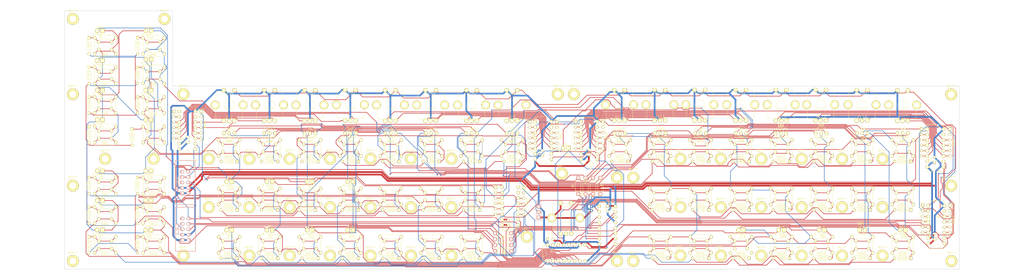
<source format=kicad_pcb>
(kicad_pcb (version 4) (host pcbnew 4.0.2-stable)
  (layers (0 F.Cu signal) (31 B.Cu signal) (34 B.Paste user) (35 F.Paste user) (36 B.SilkS user) (37 F.SilkS user) (38 B.Mask user) (39 F.Mask user) (44 Edge.Cuts user))
  (net 0 "")
  (net 1 "Net-(D101-Pad1)")
  (net 2 "Net-(D102-Pad1)")
  (net 3 /I0)
  (net 4 /I1)
  (net 5 /I2)
  (net 6 /I3)
  (net 7 /I4)
  (net 8 /I5)
  (net 9 /I6)
  (net 10 /I7)
  (net 11 GND)
  (net 12 /O6)
  (net 13 /O7)
  (net 14 /O1)
  (net 15 /O3)
  (net 16 /O5)
  (net 17 /O0)
  (net 18 /O2)
  (net 19 /O4)
  (net 20 +5V)
  (net 21 /O13)
  (net 22 /O14)
  (net 23 /O15)
  (net 24 /O16)
  (net 25 /O17)
  (net 26 /O10)
  (net 27 /I14)
  (net 28 /I15)
  (net 29 /I16)
  (net 30 /I17)
  (net 31 /I10)
  (net 32 /I11)
  (net 33 /I12)
  (net 34 /I13)
  (net 35 "Net-(D8-Pad1)")
  (net 36 "Net-(D9-Pad1)")
  (net 37 "Net-(D10-Pad1)")
  (net 38 "Net-(D11-Pad1)")
  (net 39 "Net-(D12-Pad1)")
  (net 40 "Net-(D13-Pad1)")
  (net 41 "Net-(D14-Pad1)")
  (net 42 "Net-(D22-Pad1)")
  (net 43 "Net-(D23-Pad1)")
  (net 44 "Net-(D24-Pad1)")
  (net 45 "Net-(D25-Pad1)")
  (net 46 "Net-(D26-Pad1)")
  (net 47 "Net-(D27-Pad1)")
  (net 48 "Net-(D28-Pad1)")
  (net 49 "Net-(D32-Pad1)")
  (net 50 "Net-(D33-Pad1)")
  (net 51 "Net-(D34-Pad1)")
  (net 52 "Net-(D38-Pad1)")
  (net 53 "Net-(D39-Pad1)")
  (net 54 "Net-(D40-Pad1)")
  (net 55 "Net-(D44-Pad1)")
  (net 56 "Net-(D45-Pad1)")
  (net 57 "Net-(D46-Pad1)")
  (net 58 "Net-(D50-Pad1)")
  (net 59 "Net-(D51-Pad1)")
  (net 60 "Net-(D52-Pad1)")
  (net 61 "Net-(D54-Pad1)")
  (net 62 "Net-(D55-Pad1)")
  (net 63 "Net-(D56-Pad1)")
  (net 64 "Net-(D58-Pad1)")
  (net 65 "Net-(D59-Pad1)")
  (net 66 "Net-(D60-Pad1)")
  (net 67 "Net-(D62-Pad1)")
  (net 68 "Net-(D63-Pad1)")
  (net 69 "Net-(D64-Pad1)")
  (net 70 "Net-(D66-Pad1)")
  (net 71 "Net-(D69-Pad1)")
  (net 72 "Net-(D71-Pad1)")
  (net 73 "Net-(D72-Pad1)")
  (net 74 "Net-(D73-Pad1)")
  (net 75 "Net-(D75-Pad1)")
  (net 76 "Net-(D76-Pad1)")
  (net 77 "Net-(D77-Pad1)")
  (net 78 "Net-(D80-Pad1)")
  (net 79 "Net-(D81-Pad1)")
  (net 80 "Net-(D82-Pad1)")
  (net 81 "Net-(D85-Pad1)")
  (net 82 "Net-(D86-Pad1)")
  (net 83 "Net-(D87-Pad1)")
  (net 84 "Net-(D90-Pad1)")
  (net 85 "Net-(D91-Pad1)")
  (net 86 "Net-(D92-Pad1)")
  (net 87 "Net-(D95-Pad1)")
  (net 88 "Net-(D96-Pad1)")
  (net 89 "Net-(D97-Pad1)")
  (net 90 "Net-(D100-Pad1)")
  (net 91 "Net-(ec1-PadP$GN)")
  (net 92 "Net-(U1-Pad9)")
  (net 93 /I26)
  (net 94 /I27)
  (net 95 /I24)
  (net 96 /I25)
  (net 97 /I22)
  (net 98 /I23)
  (net 99 /I20)
  (net 100 /I21)
  (net 101 /I56)
  (net 102 /I54)
  (net 103 /I55)
  (net 104 /I36)
  (net 105 /I37)
  (net 106 /I34)
  (net 107 /I35)
  (net 108 /I32)
  (net 109 /I33)
  (net 110 /I30)
  (net 111 /I31)
  (net 112 /I46)
  (net 113 /I47)
  (net 114 /I44)
  (net 115 /I45)
  (net 116 /I42)
  (net 117 /I43)
  (net 118 /I40)
  (net 119 /I41)
  (net 120 /I53)
  (net 121 /I52)
  (net 122 /I51)
  (net 123 /I50)
  (net 124 /011)
  (net 125 /012)
  (net 126 /02)
  (net 127 /I57)
  (net 128 "Net-(R8-Pad1)")
  (net 129 "Net-(R1-Pad1)")
  (net 130 "Net-(R2-Pad1)")
  (net 131 "Net-(R3-Pad1)")
  (net 132 "Net-(R4-Pad1)")
  (net 133 "Net-(R5-Pad2)")
  (net 134 "Net-(R6-Pad1)")
  (net 135 "Net-(R7-Pad1)")
  (net 136 "Net-(RR3-Pad2)")
  (net 137 "Net-(RR5-Pad2)")
  (net 138 "Net-(RR6-Pad2)")
  (net 139 "Net-(RR8-Pad2)")
  (net 140 "Net-(RR10-Pad2)")
  (net 141 "Net-(RR12-Pad2)")
  (net 142 "Net-(U1-Pad1)")
  (net 143 "Net-(U1-Pad2)")
  (net 144 "Net-(U7-Pad14)")
  (net 145 "Net-(U8-Pad9)")
  (net 146 "Net-(J3-Pad2)")
  (net 147 "Net-(U7-Pad9)")
  (module PEC11-Switch_ba (layer F.Cu) (at 118.11 120.65)
    (fp_text reference ec1 (at 0.11938 5.4737) (layer F.SilkS) (effects (font (size 1.27 1.27) (thickness 0.0889))))
    (fp_text value SW_Enc (at 0 -5.4864) (layer F.SilkS) (effects (font (size 0.8128 0.8128) (thickness 0.0889))))
    (pad P$1 thru_hole circle (at -2.49936 -7.00024) (size 1.99898 1.99898) (drill 1.00076) (layers *.Cu F.Paste F.SilkS F.Mask) (net 11 GND))
    (pad P$2 thru_hole circle (at 2.49936 -7.00024) (size 1.99898 1.99898) (drill 0.99822) (layers *.Cu F.Paste F.SilkS F.Mask) (net 127 /I57))
    (pad P$B thru_hole circle (at -2.49936 7.50062) (size 1.99898 1.99898) (drill 1.00076) (layers *.Cu F.Paste F.SilkS F.Mask) (net 10 /I7))
    (pad P$A thru_hole circle (at 2.49936 7.50062) (size 1.99898 1.99898) (drill 1.00076) (layers *.Cu F.Paste F.SilkS F.Mask) (net 9 /I6))
    (pad P$C thru_hole circle (at 0 7.50062) (size 1.99898 1.99898) (drill 1.00076) (layers *.Cu F.Paste F.SilkS F.Mask) (net 11 GND))
    (pad P$GN thru_hole circle (at -6.59892 0) (size 4.09956 4.09956) (drill 2.60096) (layers *.Cu F.Paste F.SilkS F.Mask) (net 91 "Net-(ec1-PadP$GN)"))
    (pad P$GN thru_hole circle (at 6.59892 0) (size 4.09956 4.09956) (drill 2.60096) (layers *.Cu F.Paste F.SilkS F.Mask) (net 91 "Net-(ec1-PadP$GN)"))
  )
  (module Mounting_Holes:MountingHole_3.2mm_M3_DIN965_Pad (layer F.Cu) (at 96.52 115.57)
    (fp_text reference REF** (at 0 -3.8) (layer F.SilkS))
    (fp_text value MountingHole_3.2mm_M3_Pad_Via)
    (pad 1 thru_hole circle (at 0 0) (size 5.6 5.6) (drill 3.2) (layers *.Cu *.Mask F.SilkS))
  )
  (module Mounting_Holes:MountingHole_3.2mm_M3_DIN965_Pad (layer F.Cu) (at 96.52 191.77)
    (fp_text reference REF** (at 0 -3.8) (layer F.SilkS))
    (fp_text value MountingHole_3.2mm_M3_Pad_Via)
    (pad 1 thru_hole circle (at 0 0) (size 5.6 5.6) (drill 3.2) (layers *.Cu *.Mask F.SilkS))
  )
  (module Mounting_Holes:MountingHole_3.2mm_M3_DIN965_Pad (layer F.Cu) (at 258.445 182.88)
    (fp_text reference REF** (at 0 -3.8) (layer F.SilkS))
    (fp_text value MountingHole_3.2mm_M3_Pad_Via)
    (pad 1 thru_hole circle (at 0 0) (size 5.6 5.6) (drill 3.2) (layers *.Cu *.Mask F.SilkS))
  )
  (module Mounting_Holes:MountingHole_3.2mm_M3_DIN965_Pad (layer F.Cu) (at 300.99 154.94)
    (fp_text reference REF** (at 0 -3.8) (layer F.SilkS))
    (fp_text value MountingHole_3.2mm_M3_Pad_Via)
    (pad 1 thru_hole circle (at 0 0) (size 5.6 5.6) (drill 3.2) (layers *.Cu *.Mask F.SilkS))
  )
  (module Mounting_Holes:MountingHole_3.2mm_M3_DIN965_Pad (layer F.Cu) (at 308.61 154.94)
    (fp_text reference REF** (at 0 -3.8) (layer F.SilkS))
    (fp_text value MountingHole_3.2mm_M3_Pad_Via)
    (pad 1 thru_hole circle (at 0 0) (size 5.6 5.6) (drill 3.2) (layers *.Cu *.Mask F.SilkS))
  )
  (module Mounting_Holes:MountingHole_3.2mm_M3_DIN965_Pad (layer F.Cu) (at 300.99 194.31)
    (fp_text reference REF** (at 0 -3.8) (layer F.SilkS))
    (fp_text value MountingHole_3.2mm_M3_Pad_Via)
    (pad 1 thru_hole circle (at 0 0) (size 5.6 5.6) (drill 3.2) (layers *.Cu *.Mask F.SilkS))
  )
  (module Mounting_Holes:MountingHole_3.2mm_M3_DIN965_Pad (layer F.Cu) (at 308.61 194.31)
    (fp_text reference REF** (at 0 -3.8) (layer F.SilkS))
    (fp_text value MountingHole_3.2mm_M3_Pad_Via)
    (pad 1 thru_hole circle (at 0 0) (size 5.6 5.6) (drill 3.2) (layers *.Cu *.Mask F.SilkS))
  )
  (module Mounting_Holes:MountingHole_3.2mm_M3_DIN965_Pad (layer F.Cu) (at 274.955 153.035)
    (fp_text reference REF** (at 0 -3.8) (layer F.SilkS))
    (fp_text value MountingHole_3.2mm_M3_Pad_Via)
    (pad 1 thru_hole circle (at 0 0) (size 5.6 5.6) (drill 3.2) (layers *.Cu *.Mask F.SilkS))
  )
  (module Mounting_Holes:MountingHole_3.2mm_M3_DIN965_Pad (layer F.Cu) (at 280.67 115.57)
    (fp_text reference REF** (at 0 -3.8) (layer F.SilkS))
    (fp_text value MountingHole_3.2mm_M3_Pad_Via)
    (pad 1 thru_hole circle (at 0 0) (size 5.6 5.6) (drill 3.2) (layers *.Cu *.Mask F.SilkS))
  )
  (module Mounting_Holes:MountingHole_3.2mm_M3_DIN965_Pad (layer F.Cu) (at 273.05 115.57)
    (fp_text reference REF** (at 0 -3.8) (layer F.SilkS))
    (fp_text value MountingHole_3.2mm_M3_Pad_Via)
    (pad 1 thru_hole circle (at 0 0) (size 5.6 5.6) (drill 3.2) (layers *.Cu *.Mask F.SilkS))
  )
  (module Mounting_Holes:MountingHole_3.2mm_M3_DIN965_Pad (layer F.Cu) (at 426.085 191.77)
    (fp_text reference REF** (at 0 -3.8) (layer F.SilkS))
    (fp_text value MountingHole_3.2mm_M3_Pad_Via)
    (pad 1 thru_hole circle (at 0 0) (size 5.6 5.6) (drill 3.2) (layers *.Cu *.Mask F.SilkS))
  )
  (module Mounting_Holes:MountingHole_3.2mm_M3_DIN965_Pad (layer F.Cu) (at 330.835 191.77)
    (fp_text reference REF** (at 0 -3.8) (layer F.SilkS))
    (fp_text value MountingHole_3.2mm_M3_Pad_Via)
    (pad 1 thru_hole circle (at 0 0) (size 5.6 5.6) (drill 3.2) (layers *.Cu *.Mask F.SilkS))
  )
  (module Mounting_Holes:MountingHole_3.2mm_M3_DIN965_Pad (layer F.Cu) (at 349.885 191.77)
    (fp_text reference REF** (at 0 -3.8) (layer F.SilkS))
    (fp_text value MountingHole_3.2mm_M3_Pad_Via)
    (pad 1 thru_hole circle (at 0 0) (size 5.6 5.6) (drill 3.2) (layers *.Cu *.Mask F.SilkS))
  )
  (module Mounting_Holes:MountingHole_3.2mm_M3_DIN965_Pad (layer F.Cu) (at 368.935 191.77)
    (fp_text reference REF** (at 0 -3.8) (layer F.SilkS))
    (fp_text value MountingHole_3.2mm_M3_Pad_Via)
    (pad 1 thru_hole circle (at 0 0) (size 5.6 5.6) (drill 3.2) (layers *.Cu *.Mask F.SilkS))
  )
  (module Mounting_Holes:MountingHole_3.2mm_M3_DIN965_Pad (layer F.Cu) (at 387.985 191.77)
    (fp_text reference REF** (at 0 -3.8) (layer F.SilkS))
    (fp_text value MountingHole_3.2mm_M3_Pad_Via)
    (pad 1 thru_hole circle (at 0 0) (size 5.6 5.6) (drill 3.2) (layers *.Cu *.Mask F.SilkS))
  )
  (module Mounting_Holes:MountingHole_3.2mm_M3_DIN965_Pad (layer F.Cu) (at 407.035 191.77)
    (fp_text reference REF** (at 0 -3.8) (layer F.SilkS))
    (fp_text value MountingHole_3.2mm_M3_Pad_Via)
    (pad 1 thru_hole circle (at 0 0) (size 5.6 5.6) (drill 3.2) (layers *.Cu *.Mask F.SilkS))
  )
  (module Mounting_Holes:MountingHole_3.2mm_M3_DIN965_Pad (layer F.Cu) (at 407.035 168.91)
    (fp_text reference REF** (at 0 -3.8) (layer F.SilkS))
    (fp_text value MountingHole_3.2mm_M3_Pad_Via)
    (pad 1 thru_hole circle (at 0 0) (size 5.6 5.6) (drill 3.2) (layers *.Cu *.Mask F.SilkS))
  )
  (module Mounting_Holes:MountingHole_3.2mm_M3_DIN965_Pad (layer F.Cu) (at 426.085 168.91)
    (fp_text reference REF** (at 0 -3.8) (layer F.SilkS))
    (fp_text value MountingHole_3.2mm_M3_Pad_Via)
    (pad 1 thru_hole circle (at 0 0) (size 5.6 5.6) (drill 3.2) (layers *.Cu *.Mask F.SilkS))
  )
  (module Mounting_Holes:MountingHole_3.2mm_M3_DIN965_Pad (layer F.Cu) (at 426.085 146.05)
    (fp_text reference REF** (at 0 -3.8) (layer F.SilkS))
    (fp_text value MountingHole_3.2mm_M3_Pad_Via)
    (pad 1 thru_hole circle (at 0 0) (size 5.6 5.6) (drill 3.2) (layers *.Cu *.Mask F.SilkS))
  )
  (module Mounting_Holes:MountingHole_3.2mm_M3_DIN965_Pad (layer F.Cu) (at 407.035 146.05)
    (fp_text reference REF** (at 0 -3.8) (layer F.SilkS))
    (fp_text value MountingHole_3.2mm_M3_Pad_Via)
    (pad 1 thru_hole circle (at 0 0) (size 5.6 5.6) (drill 3.2) (layers *.Cu *.Mask F.SilkS))
  )
  (module Mounting_Holes:MountingHole_3.2mm_M3_DIN965_Pad (layer F.Cu) (at 387.985 146.05)
    (fp_text reference REF** (at 0 -3.8) (layer F.SilkS))
    (fp_text value MountingHole_3.2mm_M3_Pad_Via)
    (pad 1 thru_hole circle (at 0 0) (size 5.6 5.6) (drill 3.2) (layers *.Cu *.Mask F.SilkS))
  )
  (module Mounting_Holes:MountingHole_3.2mm_M3_DIN965_Pad (layer F.Cu) (at 387.985 168.91)
    (fp_text reference REF** (at 0 -3.8) (layer F.SilkS))
    (fp_text value MountingHole_3.2mm_M3_Pad_Via)
    (pad 1 thru_hole circle (at 0 0) (size 5.6 5.6) (drill 3.2) (layers *.Cu *.Mask F.SilkS))
  )
  (module Mounting_Holes:MountingHole_3.2mm_M3_DIN965_Pad (layer F.Cu) (at 368.935 168.91)
    (fp_text reference REF** (at 0 -3.8) (layer F.SilkS))
    (fp_text value MountingHole_3.2mm_M3_Pad_Via)
    (pad 1 thru_hole circle (at 0 0) (size 5.6 5.6) (drill 3.2) (layers *.Cu *.Mask F.SilkS))
  )
  (module Mounting_Holes:MountingHole_3.2mm_M3_DIN965_Pad (layer F.Cu) (at 349.885 168.91)
    (fp_text reference REF** (at 0 -3.8) (layer F.SilkS))
    (fp_text value MountingHole_3.2mm_M3_Pad_Via)
    (pad 1 thru_hole circle (at 0 0) (size 5.6 5.6) (drill 3.2) (layers *.Cu *.Mask F.SilkS))
  )
  (module Mounting_Holes:MountingHole_3.2mm_M3_DIN965_Pad (layer F.Cu) (at 330.835 168.91)
    (fp_text reference REF** (at 0 -3.8) (layer F.SilkS))
    (fp_text value MountingHole_3.2mm_M3_Pad_Via)
    (pad 1 thru_hole circle (at 0 0) (size 5.6 5.6) (drill 3.2) (layers *.Cu *.Mask F.SilkS))
  )
  (module Mounting_Holes:MountingHole_3.2mm_M3_DIN965_Pad (layer F.Cu) (at 368.935 146.05)
    (fp_text reference REF** (at 0 -3.8) (layer F.SilkS))
    (fp_text value MountingHole_3.2mm_M3_Pad_Via)
    (pad 1 thru_hole circle (at 0 0) (size 5.6 5.6) (drill 3.2) (layers *.Cu *.Mask F.SilkS))
  )
  (module Mounting_Holes:MountingHole_3.2mm_M3_DIN965_Pad (layer F.Cu) (at 349.885 146.05)
    (fp_text reference REF** (at 0 -3.8) (layer F.SilkS))
    (fp_text value MountingHole_3.2mm_M3_Pad_Via)
    (pad 1 thru_hole circle (at 0 0) (size 5.6 5.6) (drill 3.2) (layers *.Cu *.Mask F.SilkS))
  )
  (module Mounting_Holes:MountingHole_3.2mm_M3_DIN965_Pad (layer F.Cu) (at 330.835 146.05)
    (fp_text reference REF** (at 0 -3.8) (layer F.SilkS))
    (fp_text value MountingHole_3.2mm_M3_Pad_Via)
    (pad 1 thru_hole circle (at 0 0) (size 5.6 5.6) (drill 3.2) (layers *.Cu *.Mask F.SilkS))
  )
  (module Mounting_Holes:MountingHole_3.2mm_M3_DIN965_Pad (layer F.Cu) (at 203.835 168.91)
    (fp_text reference REF** (at 0 -3.8) (layer F.SilkS))
    (fp_text value MountingHole_3.2mm_M3_Pad_Via)
    (pad 1 thru_hole circle (at 0 0) (size 5.6 5.6) (drill 3.2) (layers *.Cu *.Mask F.SilkS))
  )
  (module Mounting_Holes:MountingHole_3.2mm_M3_DIN965_Pad (layer F.Cu) (at 203.835 146.05)
    (fp_text reference REF** (at 0 -3.8) (layer F.SilkS))
    (fp_text value MountingHole_3.2mm_M3_Pad_Via)
    (pad 1 thru_hole circle (at 0 0) (size 5.6 5.6) (drill 3.2) (layers *.Cu *.Mask F.SilkS))
  )
  (module Mounting_Holes:MountingHole_3.2mm_M3_DIN965_Pad (layer F.Cu) (at 203.835 191.77)
    (fp_text reference REF** (at 0 -3.8) (layer F.SilkS))
    (fp_text value MountingHole_3.2mm_M3_Pad_Via)
    (pad 1 thru_hole circle (at 0 0) (size 5.6 5.6) (drill 3.2) (layers *.Cu *.Mask F.SilkS))
  )
  (module Mounting_Holes:MountingHole_3.2mm_M3_DIN965_Pad (layer F.Cu) (at 222.885 146.05)
    (fp_text reference REF** (at 0 -3.8) (layer F.SilkS))
    (fp_text value MountingHole_3.2mm_M3_Pad_Via)
    (pad 1 thru_hole circle (at 0 0) (size 5.6 5.6) (drill 3.2) (layers *.Cu *.Mask F.SilkS))
  )
  (module Mounting_Holes:MountingHole_3.2mm_M3_DIN965_Pad (layer F.Cu) (at 222.885 168.91)
    (fp_text reference REF** (at 0 -3.8) (layer F.SilkS))
    (fp_text value MountingHole_3.2mm_M3_Pad_Via)
    (pad 1 thru_hole circle (at 0 0) (size 5.6 5.6) (drill 3.2) (layers *.Cu *.Mask F.SilkS))
  )
  (module Mounting_Holes:MountingHole_3.2mm_M3_DIN965_Pad (layer F.Cu) (at 222.885 191.77)
    (fp_text reference REF** (at 0 -3.8) (layer F.SilkS))
    (fp_text value MountingHole_3.2mm_M3_Pad_Via)
    (pad 1 thru_hole circle (at 0 0) (size 5.6 5.6) (drill 3.2) (layers *.Cu *.Mask F.SilkS))
  )
  (module Mounting_Holes:MountingHole_3.2mm_M3_DIN965_Pad (layer F.Cu) (at 165.735 168.91)
    (fp_text reference REF** (at 0 -3.8) (layer F.SilkS))
    (fp_text value MountingHole_3.2mm_M3_Pad_Via)
    (pad 1 thru_hole circle (at 0 0) (size 5.6 5.6) (drill 3.2) (layers *.Cu *.Mask F.SilkS))
  )
  (module Mounting_Holes:MountingHole_3.2mm_M3_DIN965_Pad (layer F.Cu) (at 165.735 146.05)
    (fp_text reference REF** (at 0 -3.8) (layer F.SilkS))
    (fp_text value MountingHole_3.2mm_M3_Pad_Via)
    (pad 1 thru_hole circle (at 0 0) (size 5.6 5.6) (drill 3.2) (layers *.Cu *.Mask F.SilkS))
  )
  (module Mounting_Holes:MountingHole_3.2mm_M3_DIN965_Pad (layer F.Cu) (at 165.735 191.77)
    (fp_text reference REF** (at 0 -3.8) (layer F.SilkS))
    (fp_text value MountingHole_3.2mm_M3_Pad_Via)
    (pad 1 thru_hole circle (at 0 0) (size 5.6 5.6) (drill 3.2) (layers *.Cu *.Mask F.SilkS))
  )
  (module Mounting_Holes:MountingHole_3.2mm_M3_DIN965_Pad (layer F.Cu) (at 184.785 146.05)
    (fp_text reference REF** (at 0 -3.8) (layer F.SilkS))
    (fp_text value MountingHole_3.2mm_M3_Pad_Via)
    (pad 1 thru_hole circle (at 0 0) (size 5.6 5.6) (drill 3.2) (layers *.Cu *.Mask F.SilkS))
  )
  (module Mounting_Holes:MountingHole_3.2mm_M3_DIN965_Pad (layer F.Cu) (at 184.785 168.91)
    (fp_text reference REF** (at 0 -3.8) (layer F.SilkS))
    (fp_text value MountingHole_3.2mm_M3_Pad_Via)
    (pad 1 thru_hole circle (at 0 0) (size 5.6 5.6) (drill 3.2) (layers *.Cu *.Mask F.SilkS))
  )
  (module Mounting_Holes:MountingHole_3.2mm_M3_DIN965_Pad (layer F.Cu) (at 184.785 191.77)
    (fp_text reference REF** (at 0 -3.8) (layer F.SilkS))
    (fp_text value MountingHole_3.2mm_M3_Pad_Via)
    (pad 1 thru_hole circle (at 0 0) (size 5.6 5.6) (drill 3.2) (layers *.Cu *.Mask F.SilkS))
  )
  (module Mounting_Holes:MountingHole_3.2mm_M3_DIN965_Pad (layer F.Cu) (at 146.685 146.05)
    (fp_text reference REF** (at 0 -3.8) (layer F.SilkS))
    (fp_text value MountingHole_3.2mm_M3_Pad_Via)
    (pad 1 thru_hole circle (at 0 0) (size 5.6 5.6) (drill 3.2) (layers *.Cu *.Mask F.SilkS))
  )
  (module Mounting_Holes:MountingHole_3.2mm_M3_DIN965_Pad (layer F.Cu) (at 146.685 168.91)
    (fp_text reference REF** (at 0 -3.8) (layer F.SilkS))
    (fp_text value MountingHole_3.2mm_M3_Pad_Via)
    (pad 1 thru_hole circle (at 0 0) (size 5.6 5.6) (drill 3.2) (layers *.Cu *.Mask F.SilkS))
  )
  (module Mounting_Holes:MountingHole_3.2mm_M3_DIN965_Pad (layer F.Cu) (at 146.685 191.77)
    (fp_text reference REF** (at 0 -3.8) (layer F.SilkS))
    (fp_text value MountingHole_3.2mm_M3_Pad_Via)
    (pad 1 thru_hole circle (at 0 0) (size 5.6 5.6) (drill 3.2) (layers *.Cu *.Mask F.SilkS))
  )
  (module DIP-16_W7.62mm (layer F.Cu) (at 102.235 141.478 180)
    (fp_text reference U1 (at 0 -5.22 180) (layer F.SilkS))
    (fp_text value 74HC165)
    (pad 1 thru_hole oval (at 0 0 180) (size 1.6 1.6) (drill 0.8) (layers *.Cu *.Mask F.SilkS) (net 142 "Net-(U1-Pad1)"))
    (pad 2 thru_hole oval (at 0 2.54 180) (size 1.6 1.6) (drill 0.8) (layers *.Cu *.Mask F.SilkS) (net 143 "Net-(U1-Pad2)"))
    (pad 3 thru_hole oval (at 0 5.08 180) (size 1.6 1.6) (drill 0.8) (layers *.Cu *.Mask F.SilkS) (net 7 /I4))
    (pad 4 thru_hole oval (at 0 7.62 180) (size 1.6 1.6) (drill 0.8) (layers *.Cu *.Mask F.SilkS) (net 8 /I5))
    (pad 5 thru_hole oval (at 0 10.16 180) (size 1.6 1.6) (drill 0.8) (layers *.Cu *.Mask F.SilkS) (net 9 /I6))
    (pad 6 thru_hole oval (at 0 12.7 180) (size 1.6 1.6) (drill 0.8) (layers *.Cu *.Mask F.SilkS) (net 10 /I7))
    (pad 7 thru_hole oval (at 0 15.24 180) (size 1.6 1.6) (drill 0.8) (layers *.Cu *.Mask F.SilkS))
    (pad 8 thru_hole oval (at 0 17.78 180) (size 1.6 1.6) (drill 0.8) (layers *.Cu *.Mask F.SilkS) (net 11 GND))
    (pad 9 thru_hole oval (at 7.62 17.78 180) (size 1.6 1.6) (drill 0.8) (layers *.Cu *.Mask F.SilkS) (net 92 "Net-(U1-Pad9)"))
    (pad 10 thru_hole oval (at 7.62 15.24 180) (size 1.6 1.6) (drill 0.8) (layers *.Cu *.Mask F.SilkS) (net 136 "Net-(RR3-Pad2)"))
    (pad 11 thru_hole oval (at 7.62 12.7 180) (size 1.6 1.6) (drill 0.8) (layers *.Cu *.Mask F.SilkS) (net 3 /I0))
    (pad 12 thru_hole oval (at 7.62 10.16 180) (size 1.6 1.6) (drill 0.8) (layers *.Cu *.Mask F.SilkS) (net 4 /I1))
    (pad 13 thru_hole oval (at 7.62 7.62 180) (size 1.6 1.6) (drill 0.8) (layers *.Cu *.Mask F.SilkS) (net 5 /I2))
    (pad 14 thru_hole oval (at 7.62 5.08 180) (size 1.6 1.6) (drill 0.8) (layers *.Cu *.Mask F.SilkS) (net 6 /I3))
    (pad 15 thru_hole oval (at 7.62 2.54 180) (size 1.6 1.6) (drill 0.8) (layers *.Cu *.Mask F.SilkS) (net 11 GND))
    (pad 16 thru_hole oval (at 7.62 0 180) (size 1.6 1.6) (drill 0.8) (layers *.Cu *.Mask F.SilkS) (net 20 +5V))
  )
  (module LEDs:LED-5MM-3 (layer F.Cu) (at 120.65 133.985 180)
    (fp_text reference D29 (at 2.54508 -3.91668 180) (layer F.SilkS))
    (fp_text value Led_gp1)
    (pad 1 thru_hole circle (at 0 0) (size 1.6764 1.6764) (drill 0.8128) (layers *.Cu *.Mask F.SilkS) (net 124 /011))
    (pad 2 thru_hole circle (at 2.54 0) (size 1.6764 1.6764) (drill 0.8128) (layers *.Cu *.Mask F.SilkS) (net 15 /O3))
    (pad 3 thru_hole circle (at 5.08 0) (size 1.6764 1.6764) (drill 0.8128) (layers *.Cu *.Mask F.SilkS) (net 26 /O10))
  )
  (module LEDs:LED-5MM-3 (layer F.Cu) (at 139.7 133.985 180)
    (fp_text reference D35 (at 2.54508 -3.91668 180) (layer F.SilkS))
    (fp_text value Led_gp2)
    (pad 1 thru_hole circle (at 0 0) (size 1.6764 1.6764) (drill 0.8128) (layers *.Cu *.Mask F.SilkS) (net 21 /O13))
    (pad 2 thru_hole circle (at 2.54 0) (size 1.6764 1.6764) (drill 0.8128) (layers *.Cu *.Mask F.SilkS) (net 15 /O3))
    (pad 3 thru_hole circle (at 5.08 0) (size 1.6764 1.6764) (drill 0.8128) (layers *.Cu *.Mask F.SilkS) (net 125 /012))
  )
  (module LEDs:LED-5MM-3 (layer F.Cu) (at 158.75 134.112 180)
    (fp_text reference D41 (at 2.54508 -3.91668 180) (layer F.SilkS))
    (fp_text value Led_gp3)
    (pad 1 thru_hole circle (at 0 0) (size 1.6764 1.6764) (drill 0.8128) (layers *.Cu *.Mask F.SilkS) (net 23 /O15))
    (pad 2 thru_hole circle (at 2.54 0) (size 1.6764 1.6764) (drill 0.8128) (layers *.Cu *.Mask F.SilkS) (net 18 /O2))
    (pad 3 thru_hole circle (at 5.08 0) (size 1.6764 1.6764) (drill 0.8128) (layers *.Cu *.Mask F.SilkS) (net 22 /O14))
  )
  (module LEDs:LED-5MM-3 (layer F.Cu) (at 177.8 133.985 180)
    (fp_text reference D47 (at 2.54508 -3.91668 180) (layer F.SilkS))
    (fp_text value Led_gp4)
    (pad 1 thru_hole circle (at 0 0) (size 1.6764 1.6764) (drill 0.8128) (layers *.Cu *.Mask F.SilkS) (net 25 /O17))
    (pad 2 thru_hole circle (at 2.54 0) (size 1.6764 1.6764) (drill 0.8128) (layers *.Cu *.Mask F.SilkS) (net 18 /O2))
    (pad 3 thru_hole circle (at 5.08 0) (size 1.6764 1.6764) (drill 0.8128) (layers *.Cu *.Mask F.SilkS) (net 24 /O16))
  )
  (module LEDs:LED-5MM-3 (layer F.Cu) (at 196.85 133.985 180)
    (fp_text reference D53 (at 2.54508 -3.91668 180) (layer F.SilkS))
    (fp_text value Led_gp5)
    (pad 1 thru_hole circle (at 0 0) (size 1.6764 1.6764) (drill 0.8128) (layers *.Cu *.Mask F.SilkS) (net 124 /011))
    (pad 2 thru_hole circle (at 2.54 0) (size 1.6764 1.6764) (drill 0.8128) (layers *.Cu *.Mask F.SilkS) (net 14 /O1))
    (pad 3 thru_hole circle (at 5.08 0) (size 1.6764 1.6764) (drill 0.8128) (layers *.Cu *.Mask F.SilkS) (net 26 /O10))
  )
  (module LEDs:LED-5MM-3 (layer F.Cu) (at 215.9 133.985 180)
    (fp_text reference D57 (at 2.54508 -3.91668 180) (layer F.SilkS))
    (fp_text value Led_gp6)
    (pad 1 thru_hole circle (at 0 0) (size 1.6764 1.6764) (drill 0.8128) (layers *.Cu *.Mask F.SilkS) (net 21 /O13))
    (pad 2 thru_hole circle (at 2.54 0) (size 1.6764 1.6764) (drill 0.8128) (layers *.Cu *.Mask F.SilkS) (net 14 /O1))
    (pad 3 thru_hole circle (at 5.08 0) (size 1.6764 1.6764) (drill 0.8128) (layers *.Cu *.Mask F.SilkS) (net 125 /012))
  )
  (module LEDs:LED-5MM-3 (layer F.Cu) (at 234.95 133.985 180)
    (fp_text reference D61 (at 2.54508 -3.91668 180) (layer F.SilkS))
    (fp_text value Led_gp7)
    (pad 1 thru_hole circle (at 0 0) (size 1.6764 1.6764) (drill 0.8128) (layers *.Cu *.Mask F.SilkS) (net 23 /O15))
    (pad 2 thru_hole circle (at 2.54 0) (size 1.6764 1.6764) (drill 0.8128) (layers *.Cu *.Mask F.SilkS) (net 17 /O0))
    (pad 3 thru_hole circle (at 5.08 0) (size 1.6764 1.6764) (drill 0.8128) (layers *.Cu *.Mask F.SilkS) (net 22 /O14))
  )
  (module LEDs:LED-5MM-3 (layer F.Cu) (at 254 134.112 180)
    (fp_text reference D65 (at 2.54508 -3.91668 180) (layer F.SilkS))
    (fp_text value Led_gp8)
    (pad 1 thru_hole circle (at 0 0) (size 1.6764 1.6764) (drill 0.8128) (layers *.Cu *.Mask F.SilkS) (net 25 /O17))
    (pad 2 thru_hole circle (at 2.54 0) (size 1.6764 1.6764) (drill 0.8128) (layers *.Cu *.Mask F.SilkS) (net 17 /O0))
    (pad 3 thru_hole circle (at 5.08 0) (size 1.6764 1.6764) (drill 0.8128) (layers *.Cu *.Mask F.SilkS) (net 24 /O16))
  )
  (module LEDs:LED-5MM-3 (layer F.Cu) (at 304.8 134.112 180)
    (fp_text reference D68 (at 2.54508 -3.91668 180) (layer F.SilkS))
    (fp_text value Led_gp9)
    (pad 1 thru_hole circle (at 0 0) (size 1.6764 1.6764) (drill 0.8128) (layers *.Cu *.Mask F.SilkS) (net 124 /011))
    (pad 2 thru_hole circle (at 2.54 0) (size 1.6764 1.6764) (drill 0.8128) (layers *.Cu *.Mask F.SilkS) (net 19 /O4))
    (pad 3 thru_hole circle (at 5.08 0) (size 1.6764 1.6764) (drill 0.8128) (layers *.Cu *.Mask F.SilkS) (net 26 /O10))
  )
  (module LEDs:LED-5MM-3 (layer F.Cu) (at 323.85 133.985 180)
    (fp_text reference D70 (at 2.54508 -3.91668 180) (layer F.SilkS))
    (fp_text value Led_gp10)
    (pad 1 thru_hole circle (at 0 0) (size 1.6764 1.6764) (drill 0.8128) (layers *.Cu *.Mask F.SilkS) (net 21 /O13))
    (pad 2 thru_hole circle (at 2.54 0) (size 1.6764 1.6764) (drill 0.8128) (layers *.Cu *.Mask F.SilkS) (net 19 /O4))
    (pad 3 thru_hole circle (at 5.08 0) (size 1.6764 1.6764) (drill 0.8128) (layers *.Cu *.Mask F.SilkS) (net 125 /012))
  )
  (module LEDs:LED-5MM-3 (layer F.Cu) (at 342.9 133.985 180)
    (fp_text reference D74 (at 2.54508 -3.91668 180) (layer F.SilkS))
    (fp_text value Led_gp11)
    (pad 1 thru_hole circle (at 0 0) (size 1.6764 1.6764) (drill 0.8128) (layers *.Cu *.Mask F.SilkS) (net 23 /O15))
    (pad 2 thru_hole circle (at 2.54 0) (size 1.6764 1.6764) (drill 0.8128) (layers *.Cu *.Mask F.SilkS) (net 16 /O5))
    (pad 3 thru_hole circle (at 5.08 0) (size 1.6764 1.6764) (drill 0.8128) (layers *.Cu *.Mask F.SilkS) (net 22 /O14))
  )
  (module LEDs:LED-5MM-3 (layer F.Cu) (at 361.95 133.985 180)
    (fp_text reference D78 (at 2.54508 -3.91668 180) (layer F.SilkS))
    (fp_text value Led_gp12)
    (pad 1 thru_hole circle (at 0 0) (size 1.6764 1.6764) (drill 0.8128) (layers *.Cu *.Mask F.SilkS) (net 25 /O17))
    (pad 2 thru_hole circle (at 2.54 0) (size 1.6764 1.6764) (drill 0.8128) (layers *.Cu *.Mask F.SilkS) (net 16 /O5))
    (pad 3 thru_hole circle (at 5.08 0) (size 1.6764 1.6764) (drill 0.8128) (layers *.Cu *.Mask F.SilkS) (net 24 /O16))
  )
  (module LEDs:LED-5MM-3 (layer F.Cu) (at 375.60516 134.12294)
    (fp_text reference D83 (at 2.54508 -3.91668) (layer F.SilkS))
    (fp_text value Led_gp13)
    (pad 1 thru_hole circle (at 0 0 180) (size 1.6764 1.6764) (drill 0.8128) (layers *.Cu *.Mask F.SilkS) (net 124 /011))
    (pad 2 thru_hole circle (at 2.54 0 180) (size 1.6764 1.6764) (drill 0.8128) (layers *.Cu *.Mask F.SilkS) (net 12 /O6))
    (pad 3 thru_hole circle (at 5.08 0 180) (size 1.6764 1.6764) (drill 0.8128) (layers *.Cu *.Mask F.SilkS) (net 26 /O10))
  )
  (module LEDs:LED-5MM-3 (layer F.Cu) (at 394.60516 134.12294)
    (fp_text reference D88 (at 2.54508 -3.91668) (layer F.SilkS))
    (fp_text value Led_gp14)
    (pad 1 thru_hole circle (at 0 0 180) (size 1.6764 1.6764) (drill 0.8128) (layers *.Cu *.Mask F.SilkS) (net 21 /O13))
    (pad 2 thru_hole circle (at 2.54 0 180) (size 1.6764 1.6764) (drill 0.8128) (layers *.Cu *.Mask F.SilkS) (net 12 /O6))
    (pad 3 thru_hole circle (at 5.08 0 180) (size 1.6764 1.6764) (drill 0.8128) (layers *.Cu *.Mask F.SilkS) (net 125 /012))
  )
  (module LEDs:LED-5MM-3 (layer F.Cu) (at 419.1 133.985 180)
    (fp_text reference D93 (at 2.54508 -3.91668 180) (layer F.SilkS))
    (fp_text value Led_gp15)
    (pad 1 thru_hole circle (at 0 0) (size 1.6764 1.6764) (drill 0.8128) (layers *.Cu *.Mask F.SilkS) (net 23 /O15))
    (pad 2 thru_hole circle (at 2.54 0) (size 1.6764 1.6764) (drill 0.8128) (layers *.Cu *.Mask F.SilkS) (net 13 /O7))
    (pad 3 thru_hole circle (at 5.08 0) (size 1.6764 1.6764) (drill 0.8128) (layers *.Cu *.Mask F.SilkS) (net 22 /O14))
  )
  (module LEDs:LED-5MM-3 (layer F.Cu) (at 438.15 133.985 180)
    (fp_text reference D99 (at 2.54508 -3.91668 180) (layer F.SilkS))
    (fp_text value Led_gp16)
    (pad 1 thru_hole circle (at 0 0) (size 1.6764 1.6764) (drill 0.8128) (layers *.Cu *.Mask F.SilkS) (net 25 /O17))
    (pad 2 thru_hole circle (at 2.54 0) (size 1.6764 1.6764) (drill 0.8128) (layers *.Cu *.Mask F.SilkS) (net 13 /O7))
    (pad 3 thru_hole circle (at 5.08 0) (size 1.6764 1.6764) (drill 0.8128) (layers *.Cu *.Mask F.SilkS) (net 24 /O16))
  )
  (module "empreinte ksir:vasch_strip_5x2" (layer B.Cu) (at 97.536 179.324 90)
    (fp_text reference j2 (at 0.2 -4 90) (layer B.SilkS) (effects (font (thickness 0.2032)) (justify mirror)))
    (fp_text value CONN_02X05 hide)
    (pad 9 thru_hole oval (at 5.08 -1.27 90) (size 1.5 2) (drill 1 (offset 0 -0.25)) (layers *.Cu *.Mask B.SilkS))
    (pad 10 thru_hole oval (at 5.08 1.27 90) (size 1.5 2) (drill 1 (offset 0 0.25)) (layers *.Cu *.Mask B.SilkS) (net 142 "Net-(U1-Pad1)"))
    (pad 8 thru_hole oval (at 2.54 1.27 90) (size 1.5 2) (drill 1 (offset 0 0.25)) (layers *.Cu *.Mask B.SilkS) (net 143 "Net-(U1-Pad2)"))
    (pad 7 thru_hole oval (at 2.54 -1.27 90) (size 1.5 2) (drill 1 (offset 0 -0.25)) (layers *.Cu *.Mask B.SilkS) (net 143 "Net-(U1-Pad2)"))
    (pad 1 thru_hole rect (at -5.08 -1.27 90) (size 1.5 2) (drill 1 (offset 0 -0.25)) (layers *.Cu *.Mask B.SilkS) (net 11 GND))
    (pad 2 thru_hole oval (at -5.08 1.27 90) (size 1.5 2) (drill 1 (offset 0 0.25)) (layers *.Cu *.Mask B.SilkS) (net 11 GND))
    (pad 3 thru_hole oval (at -2.54 -1.27 90) (size 1.5 2) (drill 1 (offset 0 -0.25)) (layers *.Cu *.Mask B.SilkS) (net 20 +5V))
    (pad 4 thru_hole oval (at -2.54 1.27 90) (size 1.5 2) (drill 1 (offset 0 0.25)) (layers *.Cu *.Mask B.SilkS) (net 20 +5V))
    (pad 5 thru_hole oval (at 0 -1.27 90) (size 1.5 2) (drill 1 (offset 0 -0.25)) (layers *.Cu *.Mask B.SilkS) (net 140 "Net-(RR10-Pad2)"))
    (pad 6 thru_hole oval (at 0 1.27 90) (size 1.5 2) (drill 1 (offset 0 0.25)) (layers *.Cu *.Mask B.SilkS) (net 145 "Net-(U8-Pad9)"))
  )
  (module "empreinte ksir:vasch_strip_5x2" (layer B.Cu) (at 97.409 157.226 90)
    (fp_text reference j1 (at 0.2 -4 90) (layer B.SilkS) (effects (font (thickness 0.2032)) (justify mirror)))
    (fp_text value CONN_02X05 hide)
    (pad 9 thru_hole oval (at 5.08 -1.27 90) (size 1.5 2) (drill 1 (offset 0 -0.25)) (layers *.Cu *.Mask B.SilkS))
    (pad 10 thru_hole oval (at 5.08 1.27 90) (size 1.5 2) (drill 1 (offset 0 0.25)) (layers *.Cu *.Mask B.SilkS) (net 142 "Net-(U1-Pad1)"))
    (pad 8 thru_hole oval (at 2.54 1.27 90) (size 1.5 2) (drill 1 (offset 0 0.25)) (layers *.Cu *.Mask B.SilkS) (net 143 "Net-(U1-Pad2)"))
    (pad 7 thru_hole oval (at 2.54 -1.27 90) (size 1.5 2) (drill 1 (offset 0 -0.25)) (layers *.Cu *.Mask B.SilkS) (net 143 "Net-(U1-Pad2)"))
    (pad 1 thru_hole rect (at -5.08 -1.27 90) (size 1.5 2) (drill 1 (offset 0 -0.25)) (layers *.Cu *.Mask B.SilkS) (net 11 GND))
    (pad 2 thru_hole oval (at -5.08 1.27 90) (size 1.5 2) (drill 1 (offset 0 0.25)) (layers *.Cu *.Mask B.SilkS) (net 11 GND))
    (pad 3 thru_hole oval (at -2.54 -1.27 90) (size 1.5 2) (drill 1 (offset 0 -0.25)) (layers *.Cu *.Mask B.SilkS) (net 20 +5V))
    (pad 4 thru_hole oval (at -2.54 1.27 90) (size 1.5 2) (drill 1 (offset 0 0.25)) (layers *.Cu *.Mask B.SilkS) (net 20 +5V))
    (pad 5 thru_hole oval (at 0 -1.27 90) (size 1.5 2) (drill 1 (offset 0 -0.25)) (layers *.Cu *.Mask B.SilkS) (net 92 "Net-(U1-Pad9)"))
    (pad 6 thru_hole oval (at 0 1.27 90) (size 1.5 2) (drill 1 (offset 0 0.25)) (layers *.Cu *.Mask B.SilkS) (net 144 "Net-(U7-Pad14)"))
  )
  (module Resistors_ThroughHole:Resistor_Horizontal_RM7mm (layer F.Cu) (at 251.079 181.229 180)
    (fp_text reference R8 (at 4 -2.5 180) (layer F.SilkS))
    (fp_text value r220)
    (pad 1 thru_hole circle (at 0 0 180) (size 1.99898 1.99898) (drill 1.00076) (layers *.Cu *.SilkS *.Mask) (net 128 "Net-(R8-Pad1)"))
    (pad 2 thru_hole circle (at 7.62 0 180) (size 1.99898 1.99898) (drill 1.00076) (layers *.Cu *.SilkS *.Mask) (net 22 /O14))
  )
  (module "empreinte ksir:DIP-16_W7.62mm" (layer F.Cu) (at 292.608 168.529)
    (fp_text reference U8 (at 0 -5.22) (layer F.SilkS))
    (fp_text value 74HC595PWR)
    (pad 1 thru_hole oval (at 0 0) (size 1.6 1.6) (drill 0.8) (layers *.Cu *.Mask F.SilkS) (net 134 "Net-(R6-Pad1)"))
    (pad 2 thru_hole oval (at 0 2.54) (size 1.6 1.6) (drill 0.8) (layers *.Cu *.Mask F.SilkS) (net 135 "Net-(R7-Pad1)"))
    (pad 3 thru_hole oval (at 0 5.08) (size 1.6 1.6) (drill 0.8) (layers *.Cu *.Mask F.SilkS) (net 128 "Net-(R8-Pad1)"))
    (pad 4 thru_hole oval (at 0 7.62) (size 1.6 1.6) (drill 0.8) (layers *.Cu *.Mask F.SilkS) (net 132 "Net-(R4-Pad1)"))
    (pad 5 thru_hole oval (at 0 10.16) (size 1.6 1.6) (drill 0.8) (layers *.Cu *.Mask F.SilkS) (net 131 "Net-(R3-Pad1)"))
    (pad 6 thru_hole oval (at 0 12.7) (size 1.6 1.6) (drill 0.8) (layers *.Cu *.Mask F.SilkS) (net 130 "Net-(R2-Pad1)"))
    (pad 7 thru_hole oval (at 0 15.24) (size 1.6 1.6) (drill 0.8) (layers *.Cu *.Mask F.SilkS) (net 129 "Net-(R1-Pad1)"))
    (pad 8 thru_hole oval (at 0 17.78) (size 1.6 1.6) (drill 0.8) (layers *.Cu *.Mask F.SilkS) (net 11 GND))
    (pad 9 thru_hole oval (at 7.62 17.78) (size 1.6 1.6) (drill 0.8) (layers *.Cu *.Mask F.SilkS) (net 145 "Net-(U8-Pad9)"))
    (pad 10 thru_hole oval (at 7.62 15.24) (size 1.6 1.6) (drill 0.8) (layers *.Cu *.Mask F.SilkS) (net 20 +5V))
    (pad 11 thru_hole oval (at 7.62 12.7) (size 1.6 1.6) (drill 0.8) (layers *.Cu *.Mask F.SilkS) (net 143 "Net-(U1-Pad2)"))
    (pad 12 thru_hole oval (at 7.62 10.16) (size 1.6 1.6) (drill 0.8) (layers *.Cu *.Mask F.SilkS) (net 142 "Net-(U1-Pad1)"))
    (pad 13 thru_hole oval (at 7.62 7.62) (size 1.6 1.6) (drill 0.8) (layers *.Cu *.Mask F.SilkS) (net 11 GND))
    (pad 14 thru_hole oval (at 7.62 5.08) (size 1.6 1.6) (drill 0.8) (layers *.Cu *.Mask F.SilkS) (net 147 "Net-(U7-Pad9)"))
    (pad 15 thru_hole oval (at 7.62 2.54) (size 1.6 1.6) (drill 0.8) (layers *.Cu *.Mask F.SilkS) (net 133 "Net-(R5-Pad2)"))
    (pad 16 thru_hole oval (at 7.62 0) (size 1.6 1.6) (drill 0.8) (layers *.Cu *.Mask F.SilkS) (net 20 +5V))
  )
  (module "empreinte ksir:DIP-16_W7.62mm" (layer F.Cu) (at 268.224 194.31 90)
    (fp_text reference U7 (at 5 2 180) (layer F.SilkS))
    (fp_text value 74HC595PWR)
    (pad 1 thru_hole oval (at 0 0 90) (size 1.6 1.6) (drill 0.8) (layers *.Cu *.Mask F.SilkS) (net 12 /O6))
    (pad 2 thru_hole oval (at 0 2.54 90) (size 1.6 1.6) (drill 0.8) (layers *.Cu *.Mask F.SilkS) (net 16 /O5))
    (pad 3 thru_hole oval (at 0 5.08 90) (size 1.6 1.6) (drill 0.8) (layers *.Cu *.Mask F.SilkS) (net 19 /O4))
    (pad 4 thru_hole oval (at 0 7.62 90) (size 1.6 1.6) (drill 0.8) (layers *.Cu *.Mask F.SilkS) (net 15 /O3))
    (pad 5 thru_hole oval (at 0 10.16 90) (size 1.6 1.6) (drill 0.8) (layers *.Cu *.Mask F.SilkS) (net 126 /02))
    (pad 6 thru_hole oval (at 0 12.7 90) (size 1.6 1.6) (drill 0.8) (layers *.Cu *.Mask F.SilkS) (net 14 /O1))
    (pad 7 thru_hole oval (at 0 15.24 90) (size 1.6 1.6) (drill 0.8) (layers *.Cu *.Mask F.SilkS) (net 17 /O0))
    (pad 8 thru_hole oval (at 0 17.78 90) (size 1.6 1.6) (drill 0.8) (layers *.Cu *.Mask F.SilkS) (net 11 GND))
    (pad 9 thru_hole oval (at 7.62 17.78 90) (size 1.6 1.6) (drill 0.8) (layers *.Cu *.Mask F.SilkS) (net 147 "Net-(U7-Pad9)"))
    (pad 10 thru_hole oval (at 7.62 15.24 90) (size 1.6 1.6) (drill 0.8) (layers *.Cu *.Mask F.SilkS) (net 20 +5V))
    (pad 11 thru_hole oval (at 7.62 12.7 90) (size 1.6 1.6) (drill 0.8) (layers *.Cu *.Mask F.SilkS) (net 143 "Net-(U1-Pad2)"))
    (pad 12 thru_hole oval (at 7.62 10.16 90) (size 1.6 1.6) (drill 0.8) (layers *.Cu *.Mask F.SilkS) (net 142 "Net-(U1-Pad1)"))
    (pad 13 thru_hole oval (at 7.62 7.62 90) (size 1.6 1.6) (drill 0.8) (layers *.Cu *.Mask F.SilkS) (net 11 GND))
    (pad 14 thru_hole oval (at 7.62 5.08 90) (size 1.6 1.6) (drill 0.8) (layers *.Cu *.Mask F.SilkS) (net 144 "Net-(U7-Pad14)"))
    (pad 15 thru_hole oval (at 7.62 2.54 90) (size 1.6 1.6) (drill 0.8) (layers *.Cu *.Mask F.SilkS) (net 13 /O7))
    (pad 16 thru_hole oval (at 7.62 0 90) (size 1.6 1.6) (drill 0.8) (layers *.Cu *.Mask F.SilkS) (net 20 +5V))
  )
  (module "empreinte ksir:DIP-16_W7.62mm" (layer F.Cu) (at 455.265864 185.993912 180)
    (fp_text reference U6 (at 3.018864 12.638912 180) (layer F.SilkS))
    (fp_text value 74HC165)
    (pad 1 thru_hole oval (at 0 0 180) (size 1.6 1.6) (drill 0.8) (layers *.Cu *.Mask F.SilkS) (net 142 "Net-(U1-Pad1)"))
    (pad 2 thru_hole oval (at 0 2.54 180) (size 1.6 1.6) (drill 0.8) (layers *.Cu *.Mask F.SilkS) (net 143 "Net-(U1-Pad2)"))
    (pad 3 thru_hole oval (at 0 5.08 180) (size 1.6 1.6) (drill 0.8) (layers *.Cu *.Mask F.SilkS) (net 102 /I54))
    (pad 4 thru_hole oval (at 0 7.62 180) (size 1.6 1.6) (drill 0.8) (layers *.Cu *.Mask F.SilkS) (net 103 /I55))
    (pad 5 thru_hole oval (at 0 10.16 180) (size 1.6 1.6) (drill 0.8) (layers *.Cu *.Mask F.SilkS) (net 101 /I56))
    (pad 6 thru_hole oval (at 0 12.7 180) (size 1.6 1.6) (drill 0.8) (layers *.Cu *.Mask F.SilkS) (net 127 /I57))
    (pad 7 thru_hole oval (at 0 15.24 180) (size 1.6 1.6) (drill 0.8) (layers *.Cu *.Mask F.SilkS))
    (pad 8 thru_hole oval (at 0 17.78 180) (size 1.6 1.6) (drill 0.8) (layers *.Cu *.Mask F.SilkS) (net 11 GND))
    (pad 9 thru_hole oval (at 7.62 17.78 180) (size 1.6 1.6) (drill 0.8) (layers *.Cu *.Mask F.SilkS) (net 139 "Net-(RR8-Pad2)"))
    (pad 10 thru_hole oval (at 7.62 15.24 180) (size 1.6 1.6) (drill 0.8) (layers *.Cu *.Mask F.SilkS) (net 141 "Net-(RR12-Pad2)"))
    (pad 11 thru_hole oval (at 7.62 12.7 180) (size 1.6 1.6) (drill 0.8) (layers *.Cu *.Mask F.SilkS) (net 123 /I50))
    (pad 12 thru_hole oval (at 7.62 10.16 180) (size 1.6 1.6) (drill 0.8) (layers *.Cu *.Mask F.SilkS) (net 122 /I51))
    (pad 13 thru_hole oval (at 7.62 7.62 180) (size 1.6 1.6) (drill 0.8) (layers *.Cu *.Mask F.SilkS) (net 121 /I52))
    (pad 14 thru_hole oval (at 7.62 5.08 180) (size 1.6 1.6) (drill 0.8) (layers *.Cu *.Mask F.SilkS) (net 120 /I53))
    (pad 15 thru_hole oval (at 7.62 2.54 180) (size 1.6 1.6) (drill 0.8) (layers *.Cu *.Mask F.SilkS) (net 11 GND))
    (pad 16 thru_hole oval (at 7.62 0 180) (size 1.6 1.6) (drill 0.8) (layers *.Cu *.Mask F.SilkS) (net 20 +5V))
  )
  (module "empreinte ksir:DIP-16_W7.62mm" (layer F.Cu) (at 454.838194 149.876812 180)
    (fp_text reference U5 (at 0 -5.22 180) (layer F.SilkS))
    (fp_text value 74HC165)
    (pad 1 thru_hole oval (at 0 0 180) (size 1.6 1.6) (drill 0.8) (layers *.Cu *.Mask F.SilkS) (net 142 "Net-(U1-Pad1)"))
    (pad 2 thru_hole oval (at 0 2.54 180) (size 1.6 1.6) (drill 0.8) (layers *.Cu *.Mask F.SilkS) (net 143 "Net-(U1-Pad2)"))
    (pad 3 thru_hole oval (at 0 5.08 180) (size 1.6 1.6) (drill 0.8) (layers *.Cu *.Mask F.SilkS) (net 114 /I44))
    (pad 4 thru_hole oval (at 0 7.62 180) (size 1.6 1.6) (drill 0.8) (layers *.Cu *.Mask F.SilkS) (net 115 /I45))
    (pad 5 thru_hole oval (at 0 10.16 180) (size 1.6 1.6) (drill 0.8) (layers *.Cu *.Mask F.SilkS) (net 112 /I46))
    (pad 6 thru_hole oval (at 0 12.7 180) (size 1.6 1.6) (drill 0.8) (layers *.Cu *.Mask F.SilkS) (net 113 /I47))
    (pad 7 thru_hole oval (at 0 15.24 180) (size 1.6 1.6) (drill 0.8) (layers *.Cu *.Mask F.SilkS))
    (pad 8 thru_hole oval (at 0 17.78 180) (size 1.6 1.6) (drill 0.8) (layers *.Cu *.Mask F.SilkS) (net 11 GND))
    (pad 9 thru_hole oval (at 7.62 17.78 180) (size 1.6 1.6) (drill 0.8) (layers *.Cu *.Mask F.SilkS) (net 141 "Net-(RR12-Pad2)"))
    (pad 10 thru_hole oval (at 7.62 15.24 180) (size 1.6 1.6) (drill 0.8) (layers *.Cu *.Mask F.SilkS) (net 140 "Net-(RR10-Pad2)"))
    (pad 11 thru_hole oval (at 7.62 12.7 180) (size 1.6 1.6) (drill 0.8) (layers *.Cu *.Mask F.SilkS) (net 118 /I40))
    (pad 12 thru_hole oval (at 7.62 10.16 180) (size 1.6 1.6) (drill 0.8) (layers *.Cu *.Mask F.SilkS) (net 119 /I41))
    (pad 13 thru_hole oval (at 7.62 7.62 180) (size 1.6 1.6) (drill 0.8) (layers *.Cu *.Mask F.SilkS) (net 116 /I42))
    (pad 14 thru_hole oval (at 7.62 5.08 180) (size 1.6 1.6) (drill 0.8) (layers *.Cu *.Mask F.SilkS) (net 117 /I43))
    (pad 15 thru_hole oval (at 7.62 2.54 180) (size 1.6 1.6) (drill 0.8) (layers *.Cu *.Mask F.SilkS) (net 11 GND))
    (pad 16 thru_hole oval (at 7.62 0 180) (size 1.6 1.6) (drill 0.8) (layers *.Cu *.Mask F.SilkS) (net 20 +5V))
  )
  (module "empreinte ksir:DIP-16_W7.62mm" (layer F.Cu) (at 291.592 146.304 180)
    (fp_text reference U4 (at 0 -5.22 180) (layer F.SilkS))
    (fp_text value 74HC165)
    (pad 1 thru_hole oval (at 0 0 180) (size 1.6 1.6) (drill 0.8) (layers *.Cu *.Mask F.SilkS) (net 142 "Net-(U1-Pad1)"))
    (pad 2 thru_hole oval (at 0 2.54 180) (size 1.6 1.6) (drill 0.8) (layers *.Cu *.Mask F.SilkS) (net 143 "Net-(U1-Pad2)"))
    (pad 3 thru_hole oval (at 0 5.08 180) (size 1.6 1.6) (drill 0.8) (layers *.Cu *.Mask F.SilkS) (net 106 /I34))
    (pad 4 thru_hole oval (at 0 7.62 180) (size 1.6 1.6) (drill 0.8) (layers *.Cu *.Mask F.SilkS) (net 107 /I35))
    (pad 5 thru_hole oval (at 0 10.16 180) (size 1.6 1.6) (drill 0.8) (layers *.Cu *.Mask F.SilkS) (net 104 /I36))
    (pad 6 thru_hole oval (at 0 12.7 180) (size 1.6 1.6) (drill 0.8) (layers *.Cu *.Mask F.SilkS) (net 105 /I37))
    (pad 7 thru_hole oval (at 0 15.24 180) (size 1.6 1.6) (drill 0.8) (layers *.Cu *.Mask F.SilkS))
    (pad 8 thru_hole oval (at 0 17.78 180) (size 1.6 1.6) (drill 0.8) (layers *.Cu *.Mask F.SilkS) (net 11 GND))
    (pad 9 thru_hole oval (at 7.62 17.78 180) (size 1.6 1.6) (drill 0.8) (layers *.Cu *.Mask F.SilkS) (net 138 "Net-(RR6-Pad2)"))
    (pad 10 thru_hole oval (at 7.62 15.24 180) (size 1.6 1.6) (drill 0.8) (layers *.Cu *.Mask F.SilkS) (net 139 "Net-(RR8-Pad2)"))
    (pad 11 thru_hole oval (at 7.62 12.7 180) (size 1.6 1.6) (drill 0.8) (layers *.Cu *.Mask F.SilkS) (net 110 /I30))
    (pad 12 thru_hole oval (at 7.62 10.16 180) (size 1.6 1.6) (drill 0.8) (layers *.Cu *.Mask F.SilkS) (net 111 /I31))
    (pad 13 thru_hole oval (at 7.62 7.62 180) (size 1.6 1.6) (drill 0.8) (layers *.Cu *.Mask F.SilkS) (net 108 /I32))
    (pad 14 thru_hole oval (at 7.62 5.08 180) (size 1.6 1.6) (drill 0.8) (layers *.Cu *.Mask F.SilkS) (net 109 /I33))
    (pad 15 thru_hole oval (at 7.62 2.54 180) (size 1.6 1.6) (drill 0.8) (layers *.Cu *.Mask F.SilkS) (net 11 GND))
    (pad 16 thru_hole oval (at 7.62 0 180) (size 1.6 1.6) (drill 0.8) (layers *.Cu *.Mask F.SilkS) (net 20 +5V))
  )
  (module "empreinte ksir:DIP-16_W7.62mm" (layer F.Cu) (at 270.002 146.304 180)
    (fp_text reference U3 (at 0 -5.22 180) (layer F.SilkS))
    (fp_text value 74HC165)
    (pad 1 thru_hole oval (at 0 0 180) (size 1.6 1.6) (drill 0.8) (layers *.Cu *.Mask F.SilkS) (net 142 "Net-(U1-Pad1)"))
    (pad 2 thru_hole oval (at 0 2.54 180) (size 1.6 1.6) (drill 0.8) (layers *.Cu *.Mask F.SilkS) (net 143 "Net-(U1-Pad2)"))
    (pad 3 thru_hole oval (at 0 5.08 180) (size 1.6 1.6) (drill 0.8) (layers *.Cu *.Mask F.SilkS) (net 95 /I24))
    (pad 4 thru_hole oval (at 0 7.62 180) (size 1.6 1.6) (drill 0.8) (layers *.Cu *.Mask F.SilkS) (net 96 /I25))
    (pad 5 thru_hole oval (at 0 10.16 180) (size 1.6 1.6) (drill 0.8) (layers *.Cu *.Mask F.SilkS) (net 93 /I26))
    (pad 6 thru_hole oval (at 0 12.7 180) (size 1.6 1.6) (drill 0.8) (layers *.Cu *.Mask F.SilkS) (net 94 /I27))
    (pad 7 thru_hole oval (at 0 15.24 180) (size 1.6 1.6) (drill 0.8) (layers *.Cu *.Mask F.SilkS))
    (pad 8 thru_hole oval (at 0 17.78 180) (size 1.6 1.6) (drill 0.8) (layers *.Cu *.Mask F.SilkS) (net 11 GND))
    (pad 9 thru_hole oval (at 7.62 17.78 180) (size 1.6 1.6) (drill 0.8) (layers *.Cu *.Mask F.SilkS) (net 137 "Net-(RR5-Pad2)"))
    (pad 10 thru_hole oval (at 7.62 15.24 180) (size 1.6 1.6) (drill 0.8) (layers *.Cu *.Mask F.SilkS) (net 138 "Net-(RR6-Pad2)"))
    (pad 11 thru_hole oval (at 7.62 12.7 180) (size 1.6 1.6) (drill 0.8) (layers *.Cu *.Mask F.SilkS) (net 99 /I20))
    (pad 12 thru_hole oval (at 7.62 10.16 180) (size 1.6 1.6) (drill 0.8) (layers *.Cu *.Mask F.SilkS) (net 100 /I21))
    (pad 13 thru_hole oval (at 7.62 7.62 180) (size 1.6 1.6) (drill 0.8) (layers *.Cu *.Mask F.SilkS) (net 97 /I22))
    (pad 14 thru_hole oval (at 7.62 5.08 180) (size 1.6 1.6) (drill 0.8) (layers *.Cu *.Mask F.SilkS) (net 98 /I23))
    (pad 15 thru_hole oval (at 7.62 2.54 180) (size 1.6 1.6) (drill 0.8) (layers *.Cu *.Mask F.SilkS) (net 11 GND))
    (pad 16 thru_hole oval (at 7.62 0 180) (size 1.6 1.6) (drill 0.8) (layers *.Cu *.Mask F.SilkS) (net 20 +5V))
  )
  (module "empreinte ksir:DIP-16_W7.62mm" (layer F.Cu) (at 254.381 177.292 180)
    (fp_text reference U2 (at 0 -5.22 180) (layer F.SilkS))
    (fp_text value 74HC165)
    (pad 1 thru_hole oval (at 0 0 180) (size 1.6 1.6) (drill 0.8) (layers *.Cu *.Mask F.SilkS) (net 142 "Net-(U1-Pad1)"))
    (pad 2 thru_hole oval (at 0 2.54 180) (size 1.6 1.6) (drill 0.8) (layers *.Cu *.Mask F.SilkS) (net 143 "Net-(U1-Pad2)"))
    (pad 3 thru_hole oval (at 0 5.08 180) (size 1.6 1.6) (drill 0.8) (layers *.Cu *.Mask F.SilkS) (net 27 /I14))
    (pad 4 thru_hole oval (at 0 7.62 180) (size 1.6 1.6) (drill 0.8) (layers *.Cu *.Mask F.SilkS) (net 28 /I15))
    (pad 5 thru_hole oval (at 0 10.16 180) (size 1.6 1.6) (drill 0.8) (layers *.Cu *.Mask F.SilkS) (net 29 /I16))
    (pad 6 thru_hole oval (at 0 12.7 180) (size 1.6 1.6) (drill 0.8) (layers *.Cu *.Mask F.SilkS) (net 30 /I17))
    (pad 7 thru_hole oval (at 0 15.24 180) (size 1.6 1.6) (drill 0.8) (layers *.Cu *.Mask F.SilkS))
    (pad 8 thru_hole oval (at 0 17.78 180) (size 1.6 1.6) (drill 0.8) (layers *.Cu *.Mask F.SilkS) (net 11 GND))
    (pad 9 thru_hole oval (at 7.62 17.78 180) (size 1.6 1.6) (drill 0.8) (layers *.Cu *.Mask F.SilkS) (net 136 "Net-(RR3-Pad2)"))
    (pad 10 thru_hole oval (at 7.62 15.24 180) (size 1.6 1.6) (drill 0.8) (layers *.Cu *.Mask F.SilkS) (net 137 "Net-(RR5-Pad2)"))
    (pad 11 thru_hole oval (at 7.62 12.7 180) (size 1.6 1.6) (drill 0.8) (layers *.Cu *.Mask F.SilkS) (net 31 /I10))
    (pad 12 thru_hole oval (at 7.62 10.16 180) (size 1.6 1.6) (drill 0.8) (layers *.Cu *.Mask F.SilkS) (net 32 /I11))
    (pad 13 thru_hole oval (at 7.62 7.62 180) (size 1.6 1.6) (drill 0.8) (layers *.Cu *.Mask F.SilkS) (net 33 /I12))
    (pad 14 thru_hole oval (at 7.62 5.08 180) (size 1.6 1.6) (drill 0.8) (layers *.Cu *.Mask F.SilkS) (net 34 /I13))
    (pad 15 thru_hole oval (at 7.62 2.54 180) (size 1.6 1.6) (drill 0.8) (layers *.Cu *.Mask F.SilkS) (net 11 GND))
    (pad 16 thru_hole oval (at 7.62 0 180) (size 1.6 1.6) (drill 0.8) (layers *.Cu *.Mask F.SilkS) (net 20 +5V))
  )
  (module Resistors_ThroughHole:Resistor_Horizontal_RM7mm (layer F.Cu) (at 282.62816 162.67194 90)
    (fp_text reference R1 (at 4 -2.5 90) (layer F.SilkS))
    (fp_text value 470ohm)
    (pad 1 thru_hole circle (at 0 0 90) (size 1.99898 1.99898) (drill 1.00076) (layers *.Cu *.SilkS *.Mask) (net 129 "Net-(R1-Pad1)"))
    (pad 2 thru_hole circle (at 7.62 0 90) (size 1.99898 1.99898) (drill 1.00076) (layers *.Cu *.SilkS *.Mask) (net 26 /O10))
  )
  (module Resistors_ThroughHole:Resistor_Horizontal_RM7mm (layer F.Cu) (at 286.12816 162.67194 90)
    (fp_text reference R2 (at 5.62 0 90) (layer F.SilkS))
    (fp_text value 1k)
    (pad 1 thru_hole circle (at 0 0 90) (size 1.99898 1.99898) (drill 1.00076) (layers *.Cu *.SilkS *.Mask) (net 130 "Net-(R2-Pad1)"))
    (pad 2 thru_hole circle (at 7.62 0 90) (size 1.99898 1.99898) (drill 1.00076) (layers *.Cu *.SilkS *.Mask) (net 124 /011))
  )
  (module Resistors_ThroughHole:Resistor_Horizontal_RM7mm (layer F.Cu) (at 289.62816 162.67194 90)
    (fp_text reference R3 (at -0.183 -5.167 90) (layer F.SilkS))
    (fp_text value 470ohm)
    (pad 1 thru_hole circle (at 0 0 90) (size 1.99898 1.99898) (drill 1.00076) (layers *.Cu *.SilkS *.Mask) (net 131 "Net-(R3-Pad1)"))
    (pad 2 thru_hole circle (at 7.62 0 90) (size 1.99898 1.99898) (drill 1.00076) (layers *.Cu *.SilkS *.Mask) (net 125 /012))
  )
  (module Resistors_ThroughHole:Resistor_Horizontal_RM7mm (layer F.Cu) (at 293.12816 162.67194 90)
    (fp_text reference R4 (at 4.5 0.5 90) (layer F.SilkS))
    (fp_text value 1k)
    (pad 1 thru_hole circle (at 0 0 90) (size 1.99898 1.99898) (drill 1.00076) (layers *.Cu *.SilkS *.Mask) (net 132 "Net-(R4-Pad1)"))
    (pad 2 thru_hole circle (at 7.62 0 90) (size 1.99898 1.99898) (drill 1.00076) (layers *.Cu *.SilkS *.Mask) (net 21 /O13))
  )
  (module Resistors_ThroughHole:Resistor_Horizontal_RM7mm (layer F.Cu) (at 243.459 189.611)
    (fp_text reference R5 (at 4.128 1.048) (layer F.SilkS))
    (fp_text value r220)
    (pad 1 thru_hole circle (at 0 0) (size 1.99898 1.99898) (drill 1.00076) (layers *.Cu *.SilkS *.Mask) (net 25 /O17))
    (pad 2 thru_hole circle (at 7.62 0) (size 1.99898 1.99898) (drill 1.00076) (layers *.Cu *.SilkS *.Mask) (net 133 "Net-(R5-Pad2)"))
  )
  (module Resistors_ThroughHole:Resistor_Horizontal_RM7mm (layer F.Cu) (at 251.079 186.817 180)
    (fp_text reference R6 (at 3.62 -2.5 180) (layer F.SilkS))
    (fp_text value r220)
    (pad 1 thru_hole circle (at 0 0 180) (size 1.99898 1.99898) (drill 1.00076) (layers *.Cu *.SilkS *.Mask) (net 134 "Net-(R6-Pad1)"))
    (pad 2 thru_hole circle (at 7.62 0 180) (size 1.99898 1.99898) (drill 1.00076) (layers *.Cu *.SilkS *.Mask) (net 24 /O16))
  )
  (module Resistors_ThroughHole:Resistor_Horizontal_RM7mm (layer F.Cu) (at 251.079 184.023 180)
    (fp_text reference R7 (at 4.12 -2.5 180) (layer F.SilkS))
    (fp_text value r220)
    (pad 1 thru_hole circle (at 0 0 180) (size 1.99898 1.99898) (drill 1.00076) (layers *.Cu *.SilkS *.Mask) (net 135 "Net-(R7-Pad1)"))
    (pad 2 thru_hole circle (at 7.62 0 180) (size 1.99898 1.99898) (drill 1.00076) (layers *.Cu *.SilkS *.Mask) (net 23 /O15))
  )
  (module "empreinte ksir:Resistor_Array_SIP6" (layer F.Cu) (at 104.902 130.048 270)
    (fp_text reference RR2 (at 0.254 -2.032 270) (layer F.SilkS))
    (fp_text value 5x10k)
    (pad 1 thru_hole rect (at -6.35 0 270) (size 1.397 1.397) (drill 0.8128) (layers *.Cu *.Mask F.SilkS) (net 146 "Net-(J3-Pad2)"))
    (pad 2 thru_hole circle (at -3.81 0 270) (size 1.397 1.397) (drill 0.8128) (layers *.Cu *.Mask F.SilkS))
    (pad 3 thru_hole circle (at -1.27 0 270) (size 1.397 1.397) (drill 0.8128) (layers *.Cu *.Mask F.SilkS) (net 10 /I7))
    (pad 4 thru_hole circle (at 1.27 0 270) (size 1.397 1.397) (drill 0.8128) (layers *.Cu *.Mask F.SilkS) (net 9 /I6))
    (pad 5 thru_hole circle (at 3.81 0 270) (size 1.397 1.397) (drill 0.8128) (layers *.Cu *.Mask F.SilkS) (net 8 /I5))
    (pad 6 thru_hole circle (at 6.35 0 270) (size 1.397 1.397) (drill 0.8128) (layers *.Cu *.Mask F.SilkS) (net 7 /I4))
  )
  (module "empreinte ksir:Resistor_Array_SIP6" (layer F.Cu) (at 272.542 135.001 270)
    (fp_text reference RR1 (at 0.254 -2.032 270) (layer F.SilkS))
    (fp_text value 5x10k)
    (pad 1 thru_hole rect (at -6.35 0 270) (size 1.397 1.397) (drill 0.8128) (layers *.Cu *.Mask F.SilkS) (net 146 "Net-(J3-Pad2)"))
    (pad 2 thru_hole circle (at -3.81 0 270) (size 1.397 1.397) (drill 0.8128) (layers *.Cu *.Mask F.SilkS))
    (pad 3 thru_hole circle (at -1.27 0 270) (size 1.397 1.397) (drill 0.8128) (layers *.Cu *.Mask F.SilkS) (net 94 /I27))
    (pad 4 thru_hole circle (at 1.27 0 270) (size 1.397 1.397) (drill 0.8128) (layers *.Cu *.Mask F.SilkS) (net 93 /I26))
    (pad 5 thru_hole circle (at 3.81 0 270) (size 1.397 1.397) (drill 0.8128) (layers *.Cu *.Mask F.SilkS) (net 96 /I25))
    (pad 6 thru_hole circle (at 6.35 0 270) (size 1.397 1.397) (drill 0.8128) (layers *.Cu *.Mask F.SilkS) (net 95 /I24))
  )
  (module "empreinte ksir:Resistor_Array_SIP6" (layer F.Cu) (at 92.075 130.048 270)
    (fp_text reference RR3 (at 0.254 -2.032 270) (layer F.SilkS))
    (fp_text value 5x10k)
    (pad 1 thru_hole rect (at -6.35 0 270) (size 1.397 1.397) (drill 0.8128) (layers *.Cu *.Mask F.SilkS) (net 146 "Net-(J3-Pad2)"))
    (pad 2 thru_hole circle (at -3.81 0 270) (size 1.397 1.397) (drill 0.8128) (layers *.Cu *.Mask F.SilkS) (net 136 "Net-(RR3-Pad2)"))
    (pad 3 thru_hole circle (at -1.27 0 270) (size 1.397 1.397) (drill 0.8128) (layers *.Cu *.Mask F.SilkS) (net 3 /I0))
    (pad 4 thru_hole circle (at 1.27 0 270) (size 1.397 1.397) (drill 0.8128) (layers *.Cu *.Mask F.SilkS) (net 4 /I1))
    (pad 5 thru_hole circle (at 3.81 0 270) (size 1.397 1.397) (drill 0.8128) (layers *.Cu *.Mask F.SilkS) (net 5 /I2))
    (pad 6 thru_hole circle (at 6.35 0 270) (size 1.397 1.397) (drill 0.8128) (layers *.Cu *.Mask F.SilkS) (net 6 /I3))
  )
  (module "empreinte ksir:Resistor_Array_SIP6" (layer F.Cu) (at 256.921 165.989 270)
    (fp_text reference RR4 (at 0.254 -2.032 270) (layer F.SilkS))
    (fp_text value 5x10k)
    (pad 1 thru_hole rect (at -6.35 0 270) (size 1.397 1.397) (drill 0.8128) (layers *.Cu *.Mask F.SilkS) (net 146 "Net-(J3-Pad2)"))
    (pad 2 thru_hole circle (at -3.81 0 270) (size 1.397 1.397) (drill 0.8128) (layers *.Cu *.Mask F.SilkS))
    (pad 3 thru_hole circle (at -1.27 0 270) (size 1.397 1.397) (drill 0.8128) (layers *.Cu *.Mask F.SilkS) (net 30 /I17))
    (pad 4 thru_hole circle (at 1.27 0 270) (size 1.397 1.397) (drill 0.8128) (layers *.Cu *.Mask F.SilkS) (net 29 /I16))
    (pad 5 thru_hole circle (at 3.81 0 270) (size 1.397 1.397) (drill 0.8128) (layers *.Cu *.Mask F.SilkS) (net 28 /I15))
    (pad 6 thru_hole circle (at 6.35 0 270) (size 1.397 1.397) (drill 0.8128) (layers *.Cu *.Mask F.SilkS) (net 27 /I14))
  )
  (module "empreinte ksir:Resistor_Array_SIP6" (layer F.Cu) (at 243.713 165.862 270)
    (fp_text reference RR5 (at 0.254 -2.032 270) (layer F.SilkS))
    (fp_text value 5x10k)
    (pad 1 thru_hole rect (at -6.35 0 270) (size 1.397 1.397) (drill 0.8128) (layers *.Cu *.Mask F.SilkS) (net 146 "Net-(J3-Pad2)"))
    (pad 2 thru_hole circle (at -3.81 0 270) (size 1.397 1.397) (drill 0.8128) (layers *.Cu *.Mask F.SilkS) (net 137 "Net-(RR5-Pad2)"))
    (pad 3 thru_hole circle (at -1.27 0 270) (size 1.397 1.397) (drill 0.8128) (layers *.Cu *.Mask F.SilkS) (net 31 /I10))
    (pad 4 thru_hole circle (at 1.27 0 270) (size 1.397 1.397) (drill 0.8128) (layers *.Cu *.Mask F.SilkS) (net 32 /I11))
    (pad 5 thru_hole circle (at 3.81 0 270) (size 1.397 1.397) (drill 0.8128) (layers *.Cu *.Mask F.SilkS) (net 33 /I12))
    (pad 6 thru_hole circle (at 6.35 0 270) (size 1.397 1.397) (drill 0.8128) (layers *.Cu *.Mask F.SilkS) (net 34 /I13))
  )
  (module "empreinte ksir:Resistor_Array_SIP6" (layer F.Cu) (at 259.842 135.001 270)
    (fp_text reference RR6 (at 0.254 -2.032 270) (layer F.SilkS))
    (fp_text value 5x10k)
    (pad 1 thru_hole rect (at -6.35 0 270) (size 1.397 1.397) (drill 0.8128) (layers *.Cu *.Mask F.SilkS) (net 146 "Net-(J3-Pad2)"))
    (pad 2 thru_hole circle (at -3.81 0 270) (size 1.397 1.397) (drill 0.8128) (layers *.Cu *.Mask F.SilkS) (net 138 "Net-(RR6-Pad2)"))
    (pad 3 thru_hole circle (at -1.27 0 270) (size 1.397 1.397) (drill 0.8128) (layers *.Cu *.Mask F.SilkS) (net 99 /I20))
    (pad 4 thru_hole circle (at 1.27 0 270) (size 1.397 1.397) (drill 0.8128) (layers *.Cu *.Mask F.SilkS) (net 100 /I21))
    (pad 5 thru_hole circle (at 3.81 0 270) (size 1.397 1.397) (drill 0.8128) (layers *.Cu *.Mask F.SilkS) (net 97 /I22))
    (pad 6 thru_hole circle (at 6.35 0 270) (size 1.397 1.397) (drill 0.8128) (layers *.Cu *.Mask F.SilkS) (net 98 /I23))
  )
  (module "empreinte ksir:Resistor_Array_SIP6" (layer F.Cu) (at 294.259 134.874 270)
    (fp_text reference RR7 (at 0.254 -2.032 270) (layer F.SilkS))
    (fp_text value 5x10k)
    (pad 1 thru_hole rect (at -6.35 0 270) (size 1.397 1.397) (drill 0.8128) (layers *.Cu *.Mask F.SilkS) (net 146 "Net-(J3-Pad2)"))
    (pad 2 thru_hole circle (at -3.81 0 270) (size 1.397 1.397) (drill 0.8128) (layers *.Cu *.Mask F.SilkS))
    (pad 3 thru_hole circle (at -1.27 0 270) (size 1.397 1.397) (drill 0.8128) (layers *.Cu *.Mask F.SilkS) (net 105 /I37))
    (pad 4 thru_hole circle (at 1.27 0 270) (size 1.397 1.397) (drill 0.8128) (layers *.Cu *.Mask F.SilkS) (net 104 /I36))
    (pad 5 thru_hole circle (at 3.81 0 270) (size 1.397 1.397) (drill 0.8128) (layers *.Cu *.Mask F.SilkS) (net 107 /I35))
    (pad 6 thru_hole circle (at 6.35 0 270) (size 1.397 1.397) (drill 0.8128) (layers *.Cu *.Mask F.SilkS) (net 106 /I34))
  )
  (module "empreinte ksir:Resistor_Array_SIP6" (layer F.Cu) (at 281.432 134.874 270)
    (fp_text reference RR8 (at 0.254 -2.032 270) (layer F.SilkS))
    (fp_text value 5x10k)
    (pad 1 thru_hole rect (at -6.35 0 270) (size 1.397 1.397) (drill 0.8128) (layers *.Cu *.Mask F.SilkS) (net 146 "Net-(J3-Pad2)"))
    (pad 2 thru_hole circle (at -3.81 0 270) (size 1.397 1.397) (drill 0.8128) (layers *.Cu *.Mask F.SilkS) (net 139 "Net-(RR8-Pad2)"))
    (pad 3 thru_hole circle (at -1.27 0 270) (size 1.397 1.397) (drill 0.8128) (layers *.Cu *.Mask F.SilkS) (net 110 /I30))
    (pad 4 thru_hole circle (at 1.27 0 270) (size 1.397 1.397) (drill 0.8128) (layers *.Cu *.Mask F.SilkS) (net 111 /I31))
    (pad 5 thru_hole circle (at 3.81 0 270) (size 1.397 1.397) (drill 0.8128) (layers *.Cu *.Mask F.SilkS) (net 108 /I32))
    (pad 6 thru_hole circle (at 6.35 0 270) (size 1.397 1.397) (drill 0.8128) (layers *.Cu *.Mask F.SilkS) (net 109 /I33))
  )
  (module "empreinte ksir:Resistor_Array_SIP6" (layer F.Cu) (at 457.824354 138.323752 270)
    (fp_text reference RR9 (at 0.254 -2.032 270) (layer F.SilkS))
    (fp_text value 5x10k)
    (pad 1 thru_hole rect (at -6.35 0 270) (size 1.397 1.397) (drill 0.8128) (layers *.Cu *.Mask F.SilkS) (net 146 "Net-(J3-Pad2)"))
    (pad 2 thru_hole circle (at -3.81 0 270) (size 1.397 1.397) (drill 0.8128) (layers *.Cu *.Mask F.SilkS))
    (pad 3 thru_hole circle (at -1.27 0 270) (size 1.397 1.397) (drill 0.8128) (layers *.Cu *.Mask F.SilkS) (net 113 /I47))
    (pad 4 thru_hole circle (at 1.27 0 270) (size 1.397 1.397) (drill 0.8128) (layers *.Cu *.Mask F.SilkS) (net 112 /I46))
    (pad 5 thru_hole circle (at 3.81 0 270) (size 1.397 1.397) (drill 0.8128) (layers *.Cu *.Mask F.SilkS) (net 115 /I45))
    (pad 6 thru_hole circle (at 6.35 0 270) (size 1.397 1.397) (drill 0.8128) (layers *.Cu *.Mask F.SilkS) (net 114 /I44))
  )
  (module "empreinte ksir:Resistor_Array_SIP6" (layer F.Cu) (at 444.489354 138.323752 270)
    (fp_text reference RR10 (at 0.254 -2.032 270) (layer F.SilkS))
    (fp_text value 5x10k)
    (pad 1 thru_hole rect (at -6.35 0 270) (size 1.397 1.397) (drill 0.8128) (layers *.Cu *.Mask F.SilkS) (net 146 "Net-(J3-Pad2)"))
    (pad 2 thru_hole circle (at -3.81 0 270) (size 1.397 1.397) (drill 0.8128) (layers *.Cu *.Mask F.SilkS) (net 140 "Net-(RR10-Pad2)"))
    (pad 3 thru_hole circle (at -1.27 0 270) (size 1.397 1.397) (drill 0.8128) (layers *.Cu *.Mask F.SilkS) (net 118 /I40))
    (pad 4 thru_hole circle (at 1.27 0 270) (size 1.397 1.397) (drill 0.8128) (layers *.Cu *.Mask F.SilkS) (net 119 /I41))
    (pad 5 thru_hole circle (at 3.81 0 270) (size 1.397 1.397) (drill 0.8128) (layers *.Cu *.Mask F.SilkS) (net 116 /I42))
    (pad 6 thru_hole circle (at 6.35 0 270) (size 1.397 1.397) (drill 0.8128) (layers *.Cu *.Mask F.SilkS) (net 117 /I43))
  )
  (module "empreinte ksir:Resistor_Array_SIP6" (layer F.Cu) (at 457.866824 174.464852 270)
    (fp_text reference RR11 (at 0.254 -2.032 270) (layer F.SilkS))
    (fp_text value 5x10k)
    (pad 1 thru_hole rect (at -6.35 0 270) (size 1.397 1.397) (drill 0.8128) (layers *.Cu *.Mask F.SilkS) (net 146 "Net-(J3-Pad2)"))
    (pad 2 thru_hole circle (at -3.81 0 270) (size 1.397 1.397) (drill 0.8128) (layers *.Cu *.Mask F.SilkS))
    (pad 3 thru_hole circle (at -1.27 0 270) (size 1.397 1.397) (drill 0.8128) (layers *.Cu *.Mask F.SilkS) (net 127 /I57))
    (pad 4 thru_hole circle (at 1.27 0 270) (size 1.397 1.397) (drill 0.8128) (layers *.Cu *.Mask F.SilkS) (net 101 /I56))
    (pad 5 thru_hole circle (at 3.81 0 270) (size 1.397 1.397) (drill 0.8128) (layers *.Cu *.Mask F.SilkS) (net 103 /I55))
    (pad 6 thru_hole circle (at 6.35 0 270) (size 1.397 1.397) (drill 0.8128) (layers *.Cu *.Mask F.SilkS) (net 102 /I54))
  )
  (module "empreinte ksir:Resistor_Array_SIP6" (layer F.Cu) (at 445.039824 174.464852 270)
    (fp_text reference RR12 (at 0.254 -2.032 270) (layer F.SilkS))
    (fp_text value 5x10k)
    (pad 1 thru_hole rect (at -6.35 0 270) (size 1.397 1.397) (drill 0.8128) (layers *.Cu *.Mask F.SilkS) (net 146 "Net-(J3-Pad2)"))
    (pad 2 thru_hole circle (at -3.81 0 270) (size 1.397 1.397) (drill 0.8128) (layers *.Cu *.Mask F.SilkS) (net 141 "Net-(RR12-Pad2)"))
    (pad 3 thru_hole circle (at -1.27 0 270) (size 1.397 1.397) (drill 0.8128) (layers *.Cu *.Mask F.SilkS) (net 123 /I50))
    (pad 4 thru_hole circle (at 1.27 0 270) (size 1.397 1.397) (drill 0.8128) (layers *.Cu *.Mask F.SilkS) (net 122 /I51))
    (pad 5 thru_hole circle (at 3.81 0 270) (size 1.397 1.397) (drill 0.8128) (layers *.Cu *.Mask F.SilkS) (net 121 /I52))
    (pad 6 thru_hole circle (at 6.35 0 270) (size 1.397 1.397) (drill 0.8128) (layers *.Cu *.Mask F.SilkS) (net 120 /I53))
  )
  (module Discret:DO-35 (layer F.Cu) (at 52.07 92.71 90)
    (fp_text reference D8 (at 0 0 90) (layer F.SilkS))
    (fp_text value D)
    (pad 1 thru_hole rect (at 3.81 0 90) (size 1.4224 1.4224) (drill 0.6096) (layers *.Cu *.Mask F.SilkS) (net 35 "Net-(D8-Pad1)"))
    (pad 2 thru_hole circle (at -3.81 0 90) (size 1.4224 1.4224) (drill 0.6096) (layers *.Cu *.Mask F.SilkS) (net 29 /I16))
  )
  (module Discret:DO-35 (layer F.Cu) (at 52.07 106.68 90)
    (fp_text reference D9 (at 0 0 90) (layer F.SilkS))
    (fp_text value D)
    (pad 1 thru_hole rect (at 3.81 0 90) (size 1.4224 1.4224) (drill 0.6096) (layers *.Cu *.Mask F.SilkS) (net 36 "Net-(D9-Pad1)"))
    (pad 2 thru_hole circle (at -3.81 0 90) (size 1.4224 1.4224) (drill 0.6096) (layers *.Cu *.Mask F.SilkS) (net 30 /I17))
  )
  (module Discret:DO-35 (layer F.Cu) (at 52.07 120.65 90)
    (fp_text reference D10 (at 0 0 90) (layer F.SilkS))
    (fp_text value D)
    (pad 1 thru_hole rect (at 3.81 0 90) (size 1.4224 1.4224) (drill 0.6096) (layers *.Cu *.Mask F.SilkS) (net 37 "Net-(D10-Pad1)"))
    (pad 2 thru_hole circle (at -3.81 0 90) (size 1.4224 1.4224) (drill 0.6096) (layers *.Cu *.Mask F.SilkS) (net 29 /I16))
  )
  (module Discret:DO-35 (layer F.Cu) (at 52.07 134.62 90)
    (fp_text reference D11 (at 0 0 90) (layer F.SilkS))
    (fp_text value D)
    (pad 1 thru_hole rect (at 3.81 0 90) (size 1.4224 1.4224) (drill 0.6096) (layers *.Cu *.Mask F.SilkS) (net 38 "Net-(D11-Pad1)"))
    (pad 2 thru_hole circle (at -3.81 0 90) (size 1.4224 1.4224) (drill 0.6096) (layers *.Cu *.Mask F.SilkS) (net 30 /I17))
  )
  (module Discret:DO-35 (layer F.Cu) (at 52.07 158.75 90)
    (fp_text reference D12 (at 0 0 90) (layer F.SilkS))
    (fp_text value D)
    (pad 1 thru_hole rect (at 3.81 0 90) (size 1.4224 1.4224) (drill 0.6096) (layers *.Cu *.Mask F.SilkS) (net 39 "Net-(D12-Pad1)"))
    (pad 2 thru_hole circle (at -3.81 0 90) (size 1.4224 1.4224) (drill 0.6096) (layers *.Cu *.Mask F.SilkS) (net 29 /I16))
  )
  (module Discret:DO-35 (layer F.Cu) (at 52.07 172.72 90)
    (fp_text reference D13 (at 0 0 90) (layer F.SilkS))
    (fp_text value D)
    (pad 1 thru_hole rect (at 3.81 0 90) (size 1.4224 1.4224) (drill 0.6096) (layers *.Cu *.Mask F.SilkS) (net 40 "Net-(D13-Pad1)"))
    (pad 2 thru_hole circle (at -3.81 0 90) (size 1.4224 1.4224) (drill 0.6096) (layers *.Cu *.Mask F.SilkS) (net 30 /I17))
  )
  (module Discret:DO-35 (layer F.Cu) (at 52.07 186.69 90)
    (fp_text reference D14 (at 0 0 90) (layer F.SilkS))
    (fp_text value D)
    (pad 1 thru_hole rect (at 3.81 0 90) (size 1.4224 1.4224) (drill 0.6096) (layers *.Cu *.Mask F.SilkS) (net 41 "Net-(D14-Pad1)"))
    (pad 2 thru_hole circle (at -3.81 0 90) (size 1.4224 1.4224) (drill 0.6096) (layers *.Cu *.Mask F.SilkS) (net 29 /I16))
  )
  (module Discret:DO-35 (layer F.Cu) (at 74.93 92.71 90)
    (fp_text reference D22 (at 0 0 90) (layer F.SilkS))
    (fp_text value D)
    (pad 1 thru_hole rect (at 3.81 0 90) (size 1.4224 1.4224) (drill 0.6096) (layers *.Cu *.Mask F.SilkS) (net 42 "Net-(D22-Pad1)"))
    (pad 2 thru_hole circle (at -3.81 0 90) (size 1.4224 1.4224) (drill 0.6096) (layers *.Cu *.Mask F.SilkS) (net 29 /I16))
  )
  (module Discret:DO-35 (layer F.Cu) (at 74.93 106.68 90)
    (fp_text reference D23 (at 0 0 90) (layer F.SilkS))
    (fp_text value D)
    (pad 1 thru_hole rect (at 3.81 0 90) (size 1.4224 1.4224) (drill 0.6096) (layers *.Cu *.Mask F.SilkS) (net 43 "Net-(D23-Pad1)"))
    (pad 2 thru_hole circle (at -3.81 0 90) (size 1.4224 1.4224) (drill 0.6096) (layers *.Cu *.Mask F.SilkS) (net 30 /I17))
  )
  (module Discret:DO-35 (layer F.Cu) (at 74.93 120.65 90)
    (fp_text reference D24 (at 0 0 90) (layer F.SilkS))
    (fp_text value D)
    (pad 1 thru_hole rect (at 3.81 0 90) (size 1.4224 1.4224) (drill 0.6096) (layers *.Cu *.Mask F.SilkS) (net 44 "Net-(D24-Pad1)"))
    (pad 2 thru_hole circle (at -3.81 0 90) (size 1.4224 1.4224) (drill 0.6096) (layers *.Cu *.Mask F.SilkS) (net 29 /I16))
  )
  (module Discret:DO-35 (layer F.Cu) (at 72.35916 135.86894 90)
    (fp_text reference D25 (at 0 0 90) (layer F.SilkS))
    (fp_text value D)
    (pad 1 thru_hole rect (at 3.81 0 90) (size 1.4224 1.4224) (drill 0.6096) (layers *.Cu *.Mask F.SilkS) (net 45 "Net-(D25-Pad1)"))
    (pad 2 thru_hole circle (at -3.81 0 90) (size 1.4224 1.4224) (drill 0.6096) (layers *.Cu *.Mask F.SilkS) (net 30 /I17))
  )
  (module Discret:DO-35 (layer F.Cu) (at 74.93 158.75 90)
    (fp_text reference D26 (at 0 0 90) (layer F.SilkS))
    (fp_text value D)
    (pad 1 thru_hole rect (at 3.81 0 90) (size 1.4224 1.4224) (drill 0.6096) (layers *.Cu *.Mask F.SilkS) (net 46 "Net-(D26-Pad1)"))
    (pad 2 thru_hole circle (at -3.81 0 90) (size 1.4224 1.4224) (drill 0.6096) (layers *.Cu *.Mask F.SilkS) (net 29 /I16))
  )
  (module Discret:DO-35 (layer F.Cu) (at 74.93 172.86894 90)
    (fp_text reference D27 (at 0 0 90) (layer F.SilkS))
    (fp_text value D)
    (pad 1 thru_hole rect (at 3.81 0 90) (size 1.4224 1.4224) (drill 0.6096) (layers *.Cu *.Mask F.SilkS) (net 47 "Net-(D27-Pad1)"))
    (pad 2 thru_hole circle (at -3.81 0 90) (size 1.4224 1.4224) (drill 0.6096) (layers *.Cu *.Mask F.SilkS) (net 30 /I17))
  )
  (module Discret:DO-35 (layer F.Cu) (at 74.93 186.69 90)
    (fp_text reference D28 (at 0 0 90) (layer F.SilkS))
    (fp_text value D)
    (pad 1 thru_hole rect (at 3.81 0 90) (size 1.4224 1.4224) (drill 0.6096) (layers *.Cu *.Mask F.SilkS) (net 48 "Net-(D28-Pad1)"))
    (pad 2 thru_hole circle (at -3.81 0 90) (size 1.4224 1.4224) (drill 0.6096) (layers *.Cu *.Mask F.SilkS) (net 29 /I16))
  )
  (module Discret:DO-35 (layer F.Cu) (at 118.14516 147.32)
    (fp_text reference D32 (at 0 0) (layer F.SilkS))
    (fp_text value D)
    (pad 1 thru_hole rect (at 3.81 0) (size 1.4224 1.4224) (drill 0.6096) (layers *.Cu *.Mask F.SilkS) (net 49 "Net-(D32-Pad1)"))
    (pad 2 thru_hole circle (at -3.81 0) (size 1.4224 1.4224) (drill 0.6096) (layers *.Cu *.Mask F.SilkS) (net 31 /I10))
  )
  (module Discret:DO-35 (layer F.Cu) (at 118.11 170.18)
    (fp_text reference D33 (at 0 0) (layer F.SilkS))
    (fp_text value D)
    (pad 1 thru_hole rect (at 3.81 0) (size 1.4224 1.4224) (drill 0.6096) (layers *.Cu *.Mask F.SilkS) (net 50 "Net-(D33-Pad1)"))
    (pad 2 thru_hole circle (at -3.81 0) (size 1.4224 1.4224) (drill 0.6096) (layers *.Cu *.Mask F.SilkS) (net 34 /I13))
  )
  (module Discret:DO-35 (layer F.Cu) (at 118.11 193.04)
    (fp_text reference D34 (at 0 0) (layer F.SilkS))
    (fp_text value D)
    (pad 1 thru_hole rect (at 3.81 0) (size 1.4224 1.4224) (drill 0.6096) (layers *.Cu *.Mask F.SilkS) (net 51 "Net-(D34-Pad1)"))
    (pad 2 thru_hole circle (at -3.81 0) (size 1.4224 1.4224) (drill 0.6096) (layers *.Cu *.Mask F.SilkS) (net 28 /I15))
  )
  (module Discret:DO-35 (layer F.Cu) (at 137.16 147.32)
    (fp_text reference D38 (at 0 0) (layer F.SilkS))
    (fp_text value D)
    (pad 1 thru_hole rect (at 3.81 0) (size 1.4224 1.4224) (drill 0.6096) (layers *.Cu *.Mask F.SilkS) (net 52 "Net-(D38-Pad1)"))
    (pad 2 thru_hole circle (at -3.81 0) (size 1.4224 1.4224) (drill 0.6096) (layers *.Cu *.Mask F.SilkS) (net 32 /I11))
  )
  (module Discret:DO-35 (layer F.Cu) (at 137.16 170.18)
    (fp_text reference D39 (at 0 0) (layer F.SilkS))
    (fp_text value D)
    (pad 1 thru_hole rect (at 3.81 0) (size 1.4224 1.4224) (drill 0.6096) (layers *.Cu *.Mask F.SilkS) (net 53 "Net-(D39-Pad1)"))
    (pad 2 thru_hole circle (at -3.81 0) (size 1.4224 1.4224) (drill 0.6096) (layers *.Cu *.Mask F.SilkS) (net 33 /I12))
  )
  (module Discret:DO-35 (layer F.Cu) (at 137.16 193.04)
    (fp_text reference D40 (at 0 0) (layer F.SilkS))
    (fp_text value D)
    (pad 1 thru_hole rect (at 3.81 0) (size 1.4224 1.4224) (drill 0.6096) (layers *.Cu *.Mask F.SilkS) (net 54 "Net-(D40-Pad1)"))
    (pad 2 thru_hole circle (at -3.81 0) (size 1.4224 1.4224) (drill 0.6096) (layers *.Cu *.Mask F.SilkS) (net 27 /I14))
  )
  (module Discret:DO-35 (layer F.Cu) (at 156.21 147.32)
    (fp_text reference D44 (at 0 0) (layer F.SilkS))
    (fp_text value D)
    (pad 1 thru_hole rect (at 3.81 0) (size 1.4224 1.4224) (drill 0.6096) (layers *.Cu *.Mask F.SilkS) (net 55 "Net-(D44-Pad1)"))
    (pad 2 thru_hole circle (at -3.81 0) (size 1.4224 1.4224) (drill 0.6096) (layers *.Cu *.Mask F.SilkS) (net 31 /I10))
  )
  (module Discret:DO-35 (layer F.Cu) (at 154.94 170.18)
    (fp_text reference D45 (at 0 0) (layer F.SilkS))
    (fp_text value D)
    (pad 1 thru_hole rect (at 3.81 0) (size 1.4224 1.4224) (drill 0.6096) (layers *.Cu *.Mask F.SilkS) (net 56 "Net-(D45-Pad1)"))
    (pad 2 thru_hole circle (at -3.81 0) (size 1.4224 1.4224) (drill 0.6096) (layers *.Cu *.Mask F.SilkS) (net 34 /I13))
  )
  (module Discret:DO-35 (layer F.Cu) (at 156.21 193.04)
    (fp_text reference D46 (at 0 0) (layer F.SilkS))
    (fp_text value D)
    (pad 1 thru_hole rect (at 3.81 0) (size 1.4224 1.4224) (drill 0.6096) (layers *.Cu *.Mask F.SilkS) (net 57 "Net-(D46-Pad1)"))
    (pad 2 thru_hole circle (at -3.81 0) (size 1.4224 1.4224) (drill 0.6096) (layers *.Cu *.Mask F.SilkS) (net 28 /I15))
  )
  (module Discret:DO-35 (layer F.Cu) (at 175.26 147.32)
    (fp_text reference D50 (at 0 0) (layer F.SilkS))
    (fp_text value D)
    (pad 1 thru_hole rect (at 3.81 0) (size 1.4224 1.4224) (drill 0.6096) (layers *.Cu *.Mask F.SilkS) (net 58 "Net-(D50-Pad1)"))
    (pad 2 thru_hole circle (at -3.81 0) (size 1.4224 1.4224) (drill 0.6096) (layers *.Cu *.Mask F.SilkS) (net 32 /I11))
  )
  (module Discret:DO-35 (layer F.Cu) (at 175.26 170.18)
    (fp_text reference D51 (at 0 0) (layer F.SilkS))
    (fp_text value D)
    (pad 1 thru_hole rect (at 3.81 0) (size 1.4224 1.4224) (drill 0.6096) (layers *.Cu *.Mask F.SilkS) (net 59 "Net-(D51-Pad1)"))
    (pad 2 thru_hole circle (at -3.81 0) (size 1.4224 1.4224) (drill 0.6096) (layers *.Cu *.Mask F.SilkS) (net 33 /I12))
  )
  (module Discret:DO-35 (layer F.Cu) (at 175.26 193.04)
    (fp_text reference D52 (at 0 0) (layer F.SilkS))
    (fp_text value D)
    (pad 1 thru_hole rect (at 3.81 0) (size 1.4224 1.4224) (drill 0.6096) (layers *.Cu *.Mask F.SilkS) (net 60 "Net-(D52-Pad1)"))
    (pad 2 thru_hole circle (at -3.81 0) (size 1.4224 1.4224) (drill 0.6096) (layers *.Cu *.Mask F.SilkS) (net 27 /I14))
  )
  (module Discret:DO-35 (layer F.Cu) (at 194.31 147.32)
    (fp_text reference D54 (at 0 0) (layer F.SilkS))
    (fp_text value D)
    (pad 1 thru_hole rect (at 3.81 0) (size 1.4224 1.4224) (drill 0.6096) (layers *.Cu *.Mask F.SilkS) (net 61 "Net-(D54-Pad1)"))
    (pad 2 thru_hole circle (at -3.81 0) (size 1.4224 1.4224) (drill 0.6096) (layers *.Cu *.Mask F.SilkS) (net 31 /I10))
  )
  (module Discret:DO-35 (layer F.Cu) (at 194.31 170.18)
    (fp_text reference D55 (at 0 0) (layer F.SilkS))
    (fp_text value D)
    (pad 1 thru_hole rect (at 3.81 0) (size 1.4224 1.4224) (drill 0.6096) (layers *.Cu *.Mask F.SilkS) (net 62 "Net-(D55-Pad1)"))
    (pad 2 thru_hole circle (at -3.81 0) (size 1.4224 1.4224) (drill 0.6096) (layers *.Cu *.Mask F.SilkS) (net 34 /I13))
  )
  (module Discret:DO-35 (layer F.Cu) (at 194.31 193.04)
    (fp_text reference D56 (at 0 0) (layer F.SilkS))
    (fp_text value D)
    (pad 1 thru_hole rect (at 3.81 0) (size 1.4224 1.4224) (drill 0.6096) (layers *.Cu *.Mask F.SilkS) (net 63 "Net-(D56-Pad1)"))
    (pad 2 thru_hole circle (at -3.81 0) (size 1.4224 1.4224) (drill 0.6096) (layers *.Cu *.Mask F.SilkS) (net 28 /I15))
  )
  (module Discret:DO-35 (layer F.Cu) (at 213.36 147.32)
    (fp_text reference D58 (at 0 0) (layer F.SilkS))
    (fp_text value D)
    (pad 1 thru_hole rect (at 3.81 0) (size 1.4224 1.4224) (drill 0.6096) (layers *.Cu *.Mask F.SilkS) (net 64 "Net-(D58-Pad1)"))
    (pad 2 thru_hole circle (at -3.81 0) (size 1.4224 1.4224) (drill 0.6096) (layers *.Cu *.Mask F.SilkS) (net 32 /I11))
  )
  (module Discret:DO-35 (layer F.Cu) (at 213.36 170.18)
    (fp_text reference D59 (at 0 0) (layer F.SilkS))
    (fp_text value D)
    (pad 1 thru_hole rect (at 3.81 0) (size 1.4224 1.4224) (drill 0.6096) (layers *.Cu *.Mask F.SilkS) (net 65 "Net-(D59-Pad1)"))
    (pad 2 thru_hole circle (at -3.81 0) (size 1.4224 1.4224) (drill 0.6096) (layers *.Cu *.Mask F.SilkS) (net 33 /I12))
  )
  (module Discret:DO-35 (layer F.Cu) (at 213.36 193.04)
    (fp_text reference D60 (at 0 0) (layer F.SilkS))
    (fp_text value D)
    (pad 1 thru_hole rect (at 3.81 0) (size 1.4224 1.4224) (drill 0.6096) (layers *.Cu *.Mask F.SilkS) (net 66 "Net-(D60-Pad1)"))
    (pad 2 thru_hole circle (at -3.81 0) (size 1.4224 1.4224) (drill 0.6096) (layers *.Cu *.Mask F.SilkS) (net 27 /I14))
  )
  (module Discret:DO-35 (layer F.Cu) (at 232.41 147.32)
    (fp_text reference D62 (at 0 0) (layer F.SilkS))
    (fp_text value D)
    (pad 1 thru_hole rect (at 3.81 0) (size 1.4224 1.4224) (drill 0.6096) (layers *.Cu *.Mask F.SilkS) (net 67 "Net-(D62-Pad1)"))
    (pad 2 thru_hole circle (at -3.81 0) (size 1.4224 1.4224) (drill 0.6096) (layers *.Cu *.Mask F.SilkS) (net 31 /I10))
  )
  (module Discret:DO-35 (layer F.Cu) (at 232.41 170.18)
    (fp_text reference D63 (at 0 0) (layer F.SilkS))
    (fp_text value D)
    (pad 1 thru_hole rect (at 3.81 0) (size 1.4224 1.4224) (drill 0.6096) (layers *.Cu *.Mask F.SilkS) (net 68 "Net-(D63-Pad1)"))
    (pad 2 thru_hole circle (at -3.81 0) (size 1.4224 1.4224) (drill 0.6096) (layers *.Cu *.Mask F.SilkS) (net 34 /I13))
  )
  (module Discret:DO-35 (layer F.Cu) (at 232.41 193.04)
    (fp_text reference D64 (at 0 0) (layer F.SilkS))
    (fp_text value D)
    (pad 1 thru_hole rect (at 3.81 0) (size 1.4224 1.4224) (drill 0.6096) (layers *.Cu *.Mask F.SilkS) (net 69 "Net-(D64-Pad1)"))
    (pad 2 thru_hole circle (at -3.81 0) (size 1.4224 1.4224) (drill 0.6096) (layers *.Cu *.Mask F.SilkS) (net 28 /I15))
  )
  (module Discret:DO-35 (layer F.Cu) (at 251.46 147.32)
    (fp_text reference D66 (at 0 0) (layer F.SilkS))
    (fp_text value D)
    (pad 1 thru_hole rect (at 3.81 0) (size 1.4224 1.4224) (drill 0.6096) (layers *.Cu *.Mask F.SilkS) (net 70 "Net-(D66-Pad1)"))
    (pad 2 thru_hole circle (at -3.81 0) (size 1.4224 1.4224) (drill 0.6096) (layers *.Cu *.Mask F.SilkS) (net 32 /I11))
  )
  (module Discret:DO-35 (layer F.Cu) (at 302.26 147.32)
    (fp_text reference D69 (at 0 0) (layer F.SilkS))
    (fp_text value D)
    (pad 1 thru_hole rect (at 3.81 0) (size 1.4224 1.4224) (drill 0.6096) (layers *.Cu *.Mask F.SilkS) (net 71 "Net-(D69-Pad1)"))
    (pad 2 thru_hole circle (at -3.81 0) (size 1.4224 1.4224) (drill 0.6096) (layers *.Cu *.Mask F.SilkS) (net 31 /I10))
  )
  (module Discret:DO-35 (layer F.Cu) (at 321.31 147.32)
    (fp_text reference D71 (at 0 0) (layer F.SilkS))
    (fp_text value D)
    (pad 1 thru_hole rect (at 3.81 0) (size 1.4224 1.4224) (drill 0.6096) (layers *.Cu *.Mask F.SilkS) (net 72 "Net-(D71-Pad1)"))
    (pad 2 thru_hole circle (at -3.81 0) (size 1.4224 1.4224) (drill 0.6096) (layers *.Cu *.Mask F.SilkS) (net 32 /I11))
  )
  (module Discret:DO-35 (layer F.Cu) (at 321.31 170.18)
    (fp_text reference D72 (at 0 0) (layer F.SilkS))
    (fp_text value D)
    (pad 1 thru_hole rect (at 3.81 0) (size 1.4224 1.4224) (drill 0.6096) (layers *.Cu *.Mask F.SilkS) (net 73 "Net-(D72-Pad1)"))
    (pad 2 thru_hole circle (at -3.81 0) (size 1.4224 1.4224) (drill 0.6096) (layers *.Cu *.Mask F.SilkS) (net 33 /I12))
  )
  (module Discret:DO-35 (layer F.Cu) (at 321.31 193.04)
    (fp_text reference D73 (at 0 0) (layer F.SilkS))
    (fp_text value D)
    (pad 1 thru_hole rect (at 3.81 0) (size 1.4224 1.4224) (drill 0.6096) (layers *.Cu *.Mask F.SilkS) (net 74 "Net-(D73-Pad1)"))
    (pad 2 thru_hole circle (at -3.81 0) (size 1.4224 1.4224) (drill 0.6096) (layers *.Cu *.Mask F.SilkS) (net 27 /I14))
  )
  (module Discret:DO-35 (layer F.Cu) (at 340.36 147.32)
    (fp_text reference D75 (at 0 0) (layer F.SilkS))
    (fp_text value D)
    (pad 1 thru_hole rect (at 3.81 0) (size 1.4224 1.4224) (drill 0.6096) (layers *.Cu *.Mask F.SilkS) (net 75 "Net-(D75-Pad1)"))
    (pad 2 thru_hole circle (at -3.81 0) (size 1.4224 1.4224) (drill 0.6096) (layers *.Cu *.Mask F.SilkS) (net 31 /I10))
  )
  (module Discret:DO-35 (layer F.Cu) (at 340.36 170.18)
    (fp_text reference D76 (at 0 0) (layer F.SilkS))
    (fp_text value D)
    (pad 1 thru_hole rect (at 3.81 0) (size 1.4224 1.4224) (drill 0.6096) (layers *.Cu *.Mask F.SilkS) (net 76 "Net-(D76-Pad1)"))
    (pad 2 thru_hole circle (at -3.81 0) (size 1.4224 1.4224) (drill 0.6096) (layers *.Cu *.Mask F.SilkS) (net 34 /I13))
  )
  (module Discret:DO-35 (layer F.Cu) (at 340.36 193.04)
    (fp_text reference D77 (at 0 0) (layer F.SilkS))
    (fp_text value D)
    (pad 1 thru_hole rect (at 3.81 0) (size 1.4224 1.4224) (drill 0.6096) (layers *.Cu *.Mask F.SilkS) (net 77 "Net-(D77-Pad1)"))
    (pad 2 thru_hole circle (at -3.81 0) (size 1.4224 1.4224) (drill 0.6096) (layers *.Cu *.Mask F.SilkS) (net 28 /I15))
  )
  (module Discret:DO-35 (layer F.Cu) (at 359.41 147.32)
    (fp_text reference D80 (at 0 0) (layer F.SilkS))
    (fp_text value D)
    (pad 1 thru_hole rect (at 3.81 0) (size 1.4224 1.4224) (drill 0.6096) (layers *.Cu *.Mask F.SilkS) (net 78 "Net-(D80-Pad1)"))
    (pad 2 thru_hole circle (at -3.81 0) (size 1.4224 1.4224) (drill 0.6096) (layers *.Cu *.Mask F.SilkS) (net 32 /I11))
  )
  (module Discret:DO-35 (layer F.Cu) (at 359.41 170.18)
    (fp_text reference D81 (at 0 0) (layer F.SilkS))
    (fp_text value D)
    (pad 1 thru_hole rect (at 3.81 0) (size 1.4224 1.4224) (drill 0.6096) (layers *.Cu *.Mask F.SilkS) (net 79 "Net-(D81-Pad1)"))
    (pad 2 thru_hole circle (at -3.81 0) (size 1.4224 1.4224) (drill 0.6096) (layers *.Cu *.Mask F.SilkS) (net 33 /I12))
  )
  (module Discret:DO-35 (layer F.Cu) (at 359.41 193.04)
    (fp_text reference D82 (at 0 0) (layer F.SilkS))
    (fp_text value D)
    (pad 1 thru_hole rect (at 3.81 0) (size 1.4224 1.4224) (drill 0.6096) (layers *.Cu *.Mask F.SilkS) (net 80 "Net-(D82-Pad1)"))
    (pad 2 thru_hole circle (at -3.81 0) (size 1.4224 1.4224) (drill 0.6096) (layers *.Cu *.Mask F.SilkS) (net 27 /I14))
  )
  (module Discret:DO-35 (layer F.Cu) (at 378.46 147.32)
    (fp_text reference D85 (at 0 0) (layer F.SilkS))
    (fp_text value D)
    (pad 1 thru_hole rect (at 3.81 0) (size 1.4224 1.4224) (drill 0.6096) (layers *.Cu *.Mask F.SilkS) (net 81 "Net-(D85-Pad1)"))
    (pad 2 thru_hole circle (at -3.81 0) (size 1.4224 1.4224) (drill 0.6096) (layers *.Cu *.Mask F.SilkS) (net 31 /I10))
  )
  (module Discret:DO-35 (layer F.Cu) (at 378.46 170.18)
    (fp_text reference D86 (at 0 0) (layer F.SilkS))
    (fp_text value D)
    (pad 1 thru_hole rect (at 3.81 0) (size 1.4224 1.4224) (drill 0.6096) (layers *.Cu *.Mask F.SilkS) (net 82 "Net-(D86-Pad1)"))
    (pad 2 thru_hole circle (at -3.81 0) (size 1.4224 1.4224) (drill 0.6096) (layers *.Cu *.Mask F.SilkS) (net 34 /I13))
  )
  (module Discret:DO-35 (layer F.Cu) (at 397.51 193.04)
    (fp_text reference D87 (at 0 0) (layer F.SilkS))
    (fp_text value D)
    (pad 1 thru_hole rect (at 3.81 0) (size 1.4224 1.4224) (drill 0.6096) (layers *.Cu *.Mask F.SilkS) (net 83 "Net-(D87-Pad1)"))
    (pad 2 thru_hole circle (at -3.81 0) (size 1.4224 1.4224) (drill 0.6096) (layers *.Cu *.Mask F.SilkS) (net 28 /I15))
  )
  (module Discret:DO-35 (layer F.Cu) (at 397.51 147.32)
    (fp_text reference D90 (at 0 0) (layer F.SilkS))
    (fp_text value D)
    (pad 1 thru_hole rect (at 3.81 0) (size 1.4224 1.4224) (drill 0.6096) (layers *.Cu *.Mask F.SilkS) (net 84 "Net-(D90-Pad1)"))
    (pad 2 thru_hole circle (at -3.81 0) (size 1.4224 1.4224) (drill 0.6096) (layers *.Cu *.Mask F.SilkS) (net 32 /I11))
  )
  (module Discret:DO-35 (layer F.Cu) (at 397.51 170.18)
    (fp_text reference D91 (at 0 0) (layer F.SilkS))
    (fp_text value D)
    (pad 1 thru_hole rect (at 3.81 0) (size 1.4224 1.4224) (drill 0.6096) (layers *.Cu *.Mask F.SilkS) (net 85 "Net-(D91-Pad1)"))
    (pad 2 thru_hole circle (at -3.81 0) (size 1.4224 1.4224) (drill 0.6096) (layers *.Cu *.Mask F.SilkS) (net 33 /I12))
  )
  (module Discret:DO-35 (layer F.Cu) (at 378.46 193.04)
    (fp_text reference D92 (at 0 0) (layer F.SilkS))
    (fp_text value D)
    (pad 1 thru_hole rect (at 3.81 0) (size 1.4224 1.4224) (drill 0.6096) (layers *.Cu *.Mask F.SilkS) (net 86 "Net-(D92-Pad1)"))
    (pad 2 thru_hole circle (at -3.81 0) (size 1.4224 1.4224) (drill 0.6096) (layers *.Cu *.Mask F.SilkS) (net 27 /I14))
  )
  (module Discret:DO-35 (layer F.Cu) (at 416.56 147.32)
    (fp_text reference D95 (at 0 0) (layer F.SilkS))
    (fp_text value D)
    (pad 1 thru_hole rect (at 3.81 0) (size 1.4224 1.4224) (drill 0.6096) (layers *.Cu *.Mask F.SilkS) (net 87 "Net-(D95-Pad1)"))
    (pad 2 thru_hole circle (at -3.81 0) (size 1.4224 1.4224) (drill 0.6096) (layers *.Cu *.Mask F.SilkS) (net 31 /I10))
  )
  (module Discret:DO-35 (layer F.Cu) (at 416.56 170.18)
    (fp_text reference D96 (at 0 0) (layer F.SilkS))
    (fp_text value D)
    (pad 1 thru_hole rect (at 3.81 0) (size 1.4224 1.4224) (drill 0.6096) (layers *.Cu *.Mask F.SilkS) (net 88 "Net-(D96-Pad1)"))
    (pad 2 thru_hole circle (at -3.81 0) (size 1.4224 1.4224) (drill 0.6096) (layers *.Cu *.Mask F.SilkS) (net 34 /I13))
  )
  (module Discret:DO-35 (layer F.Cu) (at 416.56 193.04)
    (fp_text reference D97 (at 0 0) (layer F.SilkS))
    (fp_text value D)
    (pad 1 thru_hole rect (at 3.81 0) (size 1.4224 1.4224) (drill 0.6096) (layers *.Cu *.Mask F.SilkS) (net 89 "Net-(D97-Pad1)"))
    (pad 2 thru_hole circle (at -3.81 0) (size 1.4224 1.4224) (drill 0.6096) (layers *.Cu *.Mask F.SilkS) (net 28 /I15))
  )
  (module Discret:DO-35 (layer F.Cu) (at 435.61 147.32)
    (fp_text reference D100 (at 0 0) (layer F.SilkS))
    (fp_text value D)
    (pad 1 thru_hole rect (at 3.81 0) (size 1.4224 1.4224) (drill 0.6096) (layers *.Cu *.Mask F.SilkS) (net 90 "Net-(D100-Pad1)"))
    (pad 2 thru_hole circle (at -3.81 0) (size 1.4224 1.4224) (drill 0.6096) (layers *.Cu *.Mask F.SilkS) (net 32 /I11))
  )
  (module Discret:DO-35 (layer F.Cu) (at 435.64516 170.18)
    (fp_text reference D101 (at 0 0 180) (layer F.SilkS))
    (fp_text value D)
    (pad 1 thru_hole rect (at 3.81 0) (size 1.4224 1.4224) (drill 0.6096) (layers *.Cu *.Mask F.SilkS) (net 1 "Net-(D101-Pad1)"))
    (pad 2 thru_hole circle (at -3.81 0) (size 1.4224 1.4224) (drill 0.6096) (layers *.Cu *.Mask F.SilkS) (net 33 /I12))
  )
  (module Discret:DO-35 (layer F.Cu) (at 435.61 193.04)
    (fp_text reference D102 (at 0 0) (layer F.SilkS))
    (fp_text value D)
    (pad 1 thru_hole rect (at 3.81 0) (size 1.4224 1.4224) (drill 0.6096) (layers *.Cu *.Mask F.SilkS) (net 2 "Net-(D102-Pad1)"))
    (pad 2 thru_hole circle (at -3.81 0) (size 1.4224 1.4224) (drill 0.6096) (layers *.Cu *.Mask F.SilkS) (net 27 /I14))
  )
  (module Pin_Headers:Pin_Header_Straight_1x02_Pitch2.00mm (layer F.Cu) (at 288.925 168.529)
    (fp_text reference j5 (at 0 -5) (layer F.SilkS))
    (fp_text value CONN_01X02)
    (pad 1 thru_hole rect (at 0 0) (size 1.35 1.35) (drill 0.8) (layers *.Cu *.Mask) (net 20 +5V))
    (pad 2 thru_hole circle (at 0 2) (size 1.35 1.35) (drill 0.8) (layers *.Cu *.Mask) (net 11 GND))
  )
  (module Capacitors_ThroughHole:C_Disc_D3_P2.5 (layer F.Cu) (at 296.545 168.315 270)
    (fp_text reference C8 (at 1.25 -2.5 270) (layer F.SilkS))
    (fp_text value C)
    (pad 1 thru_hole rect (at 0 0 270) (size 1.3 1.3) (drill 0.8) (layers *.Cu *.Mask F.SilkS) (net 20 +5V))
    (pad 2 thru_hole circle (at 2.5 0 270) (size 1.3 1.3) (drill 0.8001) (layers *.Cu *.Mask F.SilkS) (net 11 GND))
  )
  (module Capacitors_ThroughHole:C_Disc_D3_P2.5 (layer F.Cu) (at 268.224 184.023)
    (fp_text reference C7 (at 1.25 -2.5) (layer F.SilkS))
    (fp_text value C)
    (pad 1 thru_hole rect (at 0 0) (size 1.3 1.3) (drill 0.8) (layers *.Cu *.Mask F.SilkS) (net 20 +5V))
    (pad 2 thru_hole circle (at 2.5 0) (size 1.3 1.3) (drill 0.8001) (layers *.Cu *.Mask F.SilkS) (net 11 GND))
  )
  (module Capacitors_ThroughHole:C_Disc_D3_P2.5 (layer F.Cu) (at 450.723 184.023 90)
    (fp_text reference C6 (at 1.25 -2.5 90) (layer F.SilkS))
    (fp_text value C)
    (pad 1 thru_hole rect (at 0 0 90) (size 1.3 1.3) (drill 0.8) (layers *.Cu *.Mask F.SilkS) (net 20 +5V))
    (pad 2 thru_hole circle (at 2.5 0 90) (size 1.3 1.3) (drill 0.8001) (layers *.Cu *.Mask F.SilkS) (net 11 GND))
  )
  (module Capacitors_ThroughHole:C_Disc_D3_P2.5 (layer F.Cu) (at 450.596 147.828 90)
    (fp_text reference C5 (at 1.25 -2.5 90) (layer F.SilkS))
    (fp_text value C)
    (pad 1 thru_hole rect (at 0 0 90) (size 1.3 1.3) (drill 0.8) (layers *.Cu *.Mask F.SilkS) (net 20 +5V))
    (pad 2 thru_hole circle (at 2.5 0 90) (size 1.3 1.3) (drill 0.8001) (layers *.Cu *.Mask F.SilkS) (net 11 GND))
  )
  (module Capacitors_ThroughHole:C_Disc_D3_P2.5 (layer F.Cu) (at 287.655 144.105 90)
    (fp_text reference C4 (at -5.989 0.929 90) (layer F.SilkS))
    (fp_text value C)
    (pad 1 thru_hole rect (at 0 0 90) (size 1.3 1.3) (drill 0.8) (layers *.Cu *.Mask F.SilkS) (net 20 +5V))
    (pad 2 thru_hole circle (at 2.5 0 90) (size 1.3 1.3) (drill 0.8001) (layers *.Cu *.Mask F.SilkS) (net 11 GND))
  )
  (module Capacitors_ThroughHole:C_Disc_D3_P2.5 (layer F.Cu) (at 265.684 144.613 90)
    (fp_text reference C3 (at 1.25 -2.5 90) (layer F.SilkS))
    (fp_text value C)
    (pad 1 thru_hole rect (at 0 0 90) (size 1.3 1.3) (drill 0.8) (layers *.Cu *.Mask F.SilkS) (net 20 +5V))
    (pad 2 thru_hole circle (at 2.5 0 90) (size 1.3 1.3) (drill 0.8001) (layers *.Cu *.Mask F.SilkS) (net 11 GND))
  )
  (module Capacitors_ThroughHole:C_Disc_D3_P2.5 (layer F.Cu) (at 249.80316 177.33794 90)
    (fp_text reference C2 (at 1.25 -2.5 90) (layer F.SilkS))
    (fp_text value C)
    (pad 1 thru_hole rect (at 0 0 90) (size 1.3 1.3) (drill 0.8) (layers *.Cu *.Mask F.SilkS) (net 20 +5V))
    (pad 2 thru_hole circle (at 2.5 0 90) (size 1.3 1.3) (drill 0.8001) (layers *.Cu *.Mask F.SilkS) (net 11 GND))
  )
  (module Capacitors_ThroughHole:C_Disc_D3_P2.5 (layer F.Cu) (at 98.679 138.263 90)
    (fp_text reference C1 (at 1.25 -2.5 90) (layer F.SilkS))
    (fp_text value C)
    (pad 1 thru_hole rect (at 0 0 90) (size 1.3 1.3) (drill 0.8) (layers *.Cu *.Mask F.SilkS) (net 20 +5V))
    (pad 2 thru_hole circle (at 2.5 0 90) (size 1.3 1.3) (drill 0.8001) (layers *.Cu *.Mask F.SilkS) (net 11 GND))
  )
  (module "empreinte ksir:LED-3MM" (layer F.Cu) (at 118.11 156.845)
    (fp_text reference D30 (at 0.64 3.06) (layer F.SilkS))
    (fp_text value "LED edit")
    (fp_text user K (at -2.96 1.74) (layer F.SilkS))
    (pad 1 thru_hole rect (at 1.27 0 270) (size 2 2) (drill 1.00076) (layers *.Cu *.Mask F.SilkS) (net 15 /O3))
    (pad 2 thru_hole circle (at -1.27 0 180) (size 2 2) (drill 1.00076) (layers *.Cu *.Mask F.SilkS) (net 22 /O14))
  )
  (module "empreinte ksir:LED-3MM" (layer F.Cu) (at 435.61 179.705)
    (fp_text reference D98 (at 0.64 3.06) (layer F.SilkS))
    (fp_text value "LED fwd")
    (fp_text user K (at -2.96 1.74) (layer F.SilkS))
    (pad 1 thru_hole rect (at 1.27 0 270) (size 2 2) (drill 1.00076) (layers *.Cu *.Mask F.SilkS) (net 13 /O7))
    (pad 2 thru_hole circle (at -1.27 0 180) (size 2 2) (drill 1.00076) (layers *.Cu *.Mask F.SilkS) (net 23 /O15))
  )
  (module "empreinte ksir:LED-3MM" (layer F.Cu) (at 416.56 179.705 180)
    (fp_text reference D94 (at 0.64 3.06 180) (layer F.SilkS))
    (fp_text value "LED play")
    (fp_text user K (at -2.96 1.74 180) (layer F.SilkS))
    (pad 1 thru_hole rect (at 1.27 0 90) (size 2 2) (drill 1.00076) (layers *.Cu *.Mask F.SilkS) (net 13 /O7))
    (pad 2 thru_hole circle (at -1.27 0) (size 2 2) (drill 1.00076) (layers *.Cu *.Mask F.SilkS) (net 22 /O14))
  )
  (module "empreinte ksir:LED-3MM" (layer F.Cu) (at 378.46 179.705)
    (fp_text reference D89 (at 0.64 3.06) (layer F.SilkS))
    (fp_text value "LED pause")
    (fp_text user K (at -2.96 1.74) (layer F.SilkS))
    (pad 1 thru_hole rect (at 1.27 0 270) (size 2 2) (drill 1.00076) (layers *.Cu *.Mask F.SilkS) (net 12 /O6))
    (pad 2 thru_hole circle (at -1.27 0 180) (size 2 2) (drill 1.00076) (layers *.Cu *.Mask F.SilkS) (net 22 /O14))
  )
  (module "empreinte ksir:LED-3MM" (layer F.Cu) (at 397.51 179.705)
    (fp_text reference D84 (at 0.64 3.06) (layer F.SilkS))
    (fp_text value "LED stop")
    (fp_text user K (at -2.96 1.74) (layer F.SilkS))
    (pad 1 thru_hole rect (at 1.27 0 270) (size 2 2) (drill 1.00076) (layers *.Cu *.Mask F.SilkS) (net 16 /O5))
    (pad 2 thru_hole circle (at -1.27 0 180) (size 2 2) (drill 1.00076) (layers *.Cu *.Mask F.SilkS) (net 22 /O14))
  )
  (module "empreinte ksir:LED-3MM" (layer F.Cu) (at 359.41 179.705)
    (fp_text reference D79 (at 0.64 3.06) (layer F.SilkS))
    (fp_text value "LED rwd")
    (fp_text user K (at -2.96 1.74) (layer F.SilkS))
    (pad 1 thru_hole rect (at 1.27 0 270) (size 2 2) (drill 1.00076) (layers *.Cu *.Mask F.SilkS) (net 12 /O6))
    (pad 2 thru_hole circle (at -1.27 0 180) (size 2 2) (drill 1.00076) (layers *.Cu *.Mask F.SilkS) (net 23 /O15))
  )
  (module "empreinte ksir:LED-3MM" (layer F.Cu) (at 276.86 140.97)
    (fp_text reference D67 (at 0.64 3.06) (layer F.SilkS))
    (fp_text value "LED beat")
    (fp_text user K (at -2.96 1.74) (layer F.SilkS))
    (pad 1 thru_hole rect (at 1.27 0 270) (size 2 2) (drill 1.00076) (layers *.Cu *.Mask F.SilkS) (net 13 /O7))
    (pad 2 thru_hole circle (at -1.27 0 180) (size 2 2) (drill 1.00076) (layers *.Cu *.Mask F.SilkS) (net 25 /O17))
  )
  (module "empreinte ksir:LED-3MM" (layer F.Cu) (at 175.26 179.705)
    (fp_text reference D49 (at 0.64 3.06) (layer F.SilkS))
    (fp_text value "LED all")
    (fp_text user K (at -2.96 1.74) (layer F.SilkS))
    (pad 1 thru_hole rect (at 1.27 0 270) (size 2 2) (drill 1.00076) (layers *.Cu *.Mask F.SilkS) (net 126 /02))
    (pad 2 thru_hole circle (at -1.27 0 180) (size 2 2) (drill 1.00076) (layers *.Cu *.Mask F.SilkS) (net 25 /O17))
  )
  (module "empreinte ksir:LED-3MM" (layer F.Cu) (at 175.26 156.845)
    (fp_text reference D48 (at 0.64 3.06) (layer F.SilkS))
    (fp_text value "LED song")
    (fp_text user K (at -2.96 1.74) (layer F.SilkS))
    (pad 1 thru_hole rect (at 1.27 0 270) (size 2 2) (drill 1.00076) (layers *.Cu *.Mask F.SilkS) (net 126 /02))
    (pad 2 thru_hole circle (at -1.27 0 180) (size 2 2) (drill 1.00076) (layers *.Cu *.Mask F.SilkS) (net 23 /O15))
  )
  (module "empreinte ksir:LED-3MM" (layer F.Cu) (at 156.21 179.705)
    (fp_text reference D43 (at 0.64 3.06) (layer F.SilkS))
    (fp_text value "LED fast")
    (fp_text user K (at -2.96 1.74) (layer F.SilkS))
    (pad 1 thru_hole rect (at 1.27 0 270) (size 2 2) (drill 1.00076) (layers *.Cu *.Mask F.SilkS) (net 126 /02))
    (pad 2 thru_hole circle (at -1.27 0 180) (size 2 2) (drill 1.00076) (layers *.Cu *.Mask F.SilkS) (net 24 /O16))
  )
  (module "empreinte ksir:LED-3MM" (layer F.Cu) (at 156.21 156.845)
    (fp_text reference D42 (at 0.64 3.06) (layer F.SilkS))
    (fp_text value "LED patern")
    (fp_text user K (at -2.96 1.74) (layer F.SilkS))
    (pad 1 thru_hole rect (at 1.27 0 270) (size 2 2) (drill 1.00076) (layers *.Cu *.Mask F.SilkS) (net 126 /02))
    (pad 2 thru_hole circle (at -1.27 0 180) (size 2 2) (drill 1.00076) (layers *.Cu *.Mask F.SilkS) (net 22 /O14))
  )
  (module "empreinte ksir:LED-3MM" (layer F.Cu) (at 137.16 179.705)
    (fp_text reference D37 (at 0.64 3.06) (layer F.SilkS))
    (fp_text value "LED solo")
    (fp_text user K (at -2.96 1.74) (layer F.SilkS))
    (pad 1 thru_hole rect (at 1.27 0 270) (size 2 2) (drill 1.00076) (layers *.Cu *.Mask F.SilkS) (net 18 /O2))
    (pad 2 thru_hole circle (at -1.27 0 180) (size 2 2) (drill 1.00076) (layers *.Cu *.Mask F.SilkS) (net 24 /O16))
  )
  (module "empreinte ksir:LED-3MM" (layer F.Cu) (at 137.16 156.845)
    (fp_text reference D36 (at 0.64 3.06) (layer F.SilkS))
    (fp_text value "LED mute")
    (fp_text user K (at -2.96 1.74) (layer F.SilkS))
    (pad 1 thru_hole rect (at 1.27 0 270) (size 2 2) (drill 1.00076) (layers *.Cu *.Mask F.SilkS) (net 126 /02))
    (pad 2 thru_hole circle (at -1.27 0 180) (size 2 2) (drill 1.00076) (layers *.Cu *.Mask F.SilkS) (net 22 /O14))
  )
  (module "empreinte ksir:LED-3MM" (layer F.Cu) (at 118.11 179.705)
    (fp_text reference D31 (at 0.64 3.06) (layer F.SilkS))
    (fp_text value "LED step view")
    (fp_text user K (at -2.96 1.74) (layer F.SilkS))
    (pad 1 thru_hole rect (at 1.27 0 270) (size 2 2) (drill 1.00076) (layers *.Cu *.Mask F.SilkS) (net 16 /O5))
    (pad 2 thru_hole circle (at -1.27 0 180) (size 2 2) (drill 1.00076) (layers *.Cu *.Mask F.SilkS) (net 24 /O16))
  )
  (module "empreinte ksir:LED-3MM" (layer F.Cu) (at 80.01 179.705)
    (fp_text reference D21 (at 0.64 3.06) (layer F.SilkS))
    (fp_text value LED_prm_ly_c)
    (fp_text user K (at -2.96 1.74) (layer F.SilkS))
    (pad 1 thru_hole rect (at 1.27 0 270) (size 2 2) (drill 1.00076) (layers *.Cu *.Mask F.SilkS) (net 19 /O4))
    (pad 2 thru_hole circle (at -1.27 0 180) (size 2 2) (drill 1.00076) (layers *.Cu *.Mask F.SilkS) (net 25 /O17))
  )
  (module "empreinte ksir:LED-3MM" (layer F.Cu) (at 80.01 165.735)
    (fp_text reference D20 (at 0.64 3.06) (layer F.SilkS))
    (fp_text value LED_prm_ly_b)
    (fp_text user K (at -2.96 1.74) (layer F.SilkS))
    (pad 1 thru_hole rect (at 1.27 0 270) (size 2 2) (drill 1.00076) (layers *.Cu *.Mask F.SilkS) (net 19 /O4))
    (pad 2 thru_hole circle (at -1.27 0 180) (size 2 2) (drill 1.00076) (layers *.Cu *.Mask F.SilkS) (net 24 /O16))
  )
  (module "empreinte ksir:LED-3MM" (layer F.Cu) (at 80.01 151.765)
    (fp_text reference D19 (at 0.64 3.06) (layer F.SilkS))
    (fp_text value LED_prm_ly_a)
    (fp_text user K (at -2.96 1.74) (layer F.SilkS))
    (pad 1 thru_hole rect (at 1.27 0 270) (size 2 2) (drill 1.00076) (layers *.Cu *.Mask F.SilkS) (net 19 /O4))
    (pad 2 thru_hole circle (at -1.27 0 180) (size 2 2) (drill 1.00076) (layers *.Cu *.Mask F.SilkS) (net 23 /O15))
  )
  (module "empreinte ksir:LED-3MM" (layer F.Cu) (at 80.01 127.635)
    (fp_text reference D18 (at 0.64 3.06) (layer F.SilkS))
    (fp_text value "LED trck 4")
    (fp_text user K (at -2.96 1.74) (layer F.SilkS))
    (pad 1 thru_hole rect (at 1.27 0 270) (size 2 2) (drill 1.00076) (layers *.Cu *.Mask F.SilkS) (net 15 /O3))
    (pad 2 thru_hole circle (at -1.27 0 180) (size 2 2) (drill 1.00076) (layers *.Cu *.Mask F.SilkS) (net 24 /O16))
  )
  (module "empreinte ksir:LED-3MM" (layer F.Cu) (at 80.01 113.665)
    (fp_text reference D17 (at 0.64 3.06) (layer F.SilkS))
    (fp_text value "LED trck 3")
    (fp_text user K (at -2.96 1.74) (layer F.SilkS))
    (pad 1 thru_hole rect (at 1.27 0 270) (size 2 2) (drill 1.00076) (layers *.Cu *.Mask F.SilkS) (net 14 /O1))
    (pad 2 thru_hole circle (at -1.27 0 180) (size 2 2) (drill 1.00076) (layers *.Cu *.Mask F.SilkS) (net 23 /O15))
  )
  (module "empreinte ksir:LED-3MM" (layer F.Cu) (at 80.14516 99.12294)
    (fp_text reference D16 (at 0.64 3.06) (layer F.SilkS))
    (fp_text value "LED trck 2")
    (fp_text user K (at -2.96 1.74) (layer F.SilkS))
    (pad 1 thru_hole rect (at 1.27 0 270) (size 2 2) (drill 1.00076) (layers *.Cu *.Mask F.SilkS) (net 15 /O3))
    (pad 2 thru_hole circle (at -1.27 0 180) (size 2 2) (drill 1.00076) (layers *.Cu *.Mask F.SilkS) (net 23 /O15))
  )
  (module "empreinte ksir:LED-3MM" (layer F.Cu) (at 80.14516 85.62294)
    (fp_text reference D15 (at 0.64 3.06) (layer F.SilkS))
    (fp_text value "LED trck 1")
    (fp_text user K (at -2.96 1.74) (layer F.SilkS))
    (pad 1 thru_hole rect (at 1.27 0 270) (size 2 2) (drill 1.00076) (layers *.Cu *.Mask F.SilkS) (net 14 /O1))
    (pad 2 thru_hole circle (at -1.27 0 180) (size 2 2) (drill 1.00076) (layers *.Cu *.Mask F.SilkS) (net 24 /O16))
  )
  (module "empreinte ksir:LED-3MM" (layer F.Cu) (at 57.15 179.705)
    (fp_text reference D7 (at 0.64 3.06) (layer F.SilkS))
    (fp_text value LED_trg_ly_c)
    (fp_text user K (at -2.96 1.74) (layer F.SilkS))
    (pad 1 thru_hole rect (at 1.27 0 270) (size 2 2) (drill 1.00076) (layers *.Cu *.Mask F.SilkS) (net 12 /O6))
    (pad 2 thru_hole circle (at -1.27 0 180) (size 2 2) (drill 1.00076) (layers *.Cu *.Mask F.SilkS) (net 25 /O17))
  )
  (module "empreinte ksir:LED-3MM" (layer F.Cu) (at 57.15 165.735)
    (fp_text reference D6 (at 0.64 3.06) (layer F.SilkS))
    (fp_text value LED_trg_ly_b)
    (fp_text user K (at -2.96 1.74) (layer F.SilkS))
    (pad 1 thru_hole rect (at 1.27 0 270) (size 2 2) (drill 1.00076) (layers *.Cu *.Mask F.SilkS) (net 12 /O6))
    (pad 2 thru_hole circle (at -1.27 0 180) (size 2 2) (drill 1.00076) (layers *.Cu *.Mask F.SilkS) (net 24 /O16))
  )
  (module "empreinte ksir:LED-3MM" (layer F.Cu) (at 57.15 151.765)
    (fp_text reference D5 (at 0.64 3.06) (layer F.SilkS))
    (fp_text value LED_trg_ly_a)
    (fp_text user K (at -2.96 1.74) (layer F.SilkS))
    (pad 1 thru_hole rect (at 1.27 0 270) (size 2 2) (drill 1.00076) (layers *.Cu *.Mask F.SilkS) (net 12 /O6))
    (pad 2 thru_hole circle (at -1.27 0 180) (size 2 2) (drill 1.00076) (layers *.Cu *.Mask F.SilkS) (net 23 /O15))
  )
  (module "empreinte ksir:LED-3MM" (layer F.Cu) (at 57.15 127.635)
    (fp_text reference D4 (at 0.64 3.06) (layer F.SilkS))
    (fp_text value LED_trck_gr_4)
    (fp_text user K (at -2.96 1.74) (layer F.SilkS))
    (pad 1 thru_hole rect (at 1.27 0 270) (size 2 2) (drill 1.00076) (layers *.Cu *.Mask F.SilkS) (net 17 /O0))
    (pad 2 thru_hole circle (at -1.27 0 180) (size 2 2) (drill 1.00076) (layers *.Cu *.Mask F.SilkS) (net 25 /O17))
  )
  (module "empreinte ksir:LED-3MM" (layer F.Cu) (at 57.15 113.665)
    (fp_text reference D3 (at 0.64 3.06) (layer F.SilkS))
    (fp_text value LED_trck_gr_3)
    (fp_text user K (at -2.96 1.74) (layer F.SilkS))
    (pad 1 thru_hole rect (at 1.27 0 270) (size 2 2) (drill 1.00076) (layers *.Cu *.Mask F.SilkS) (net 17 /O0))
    (pad 2 thru_hole circle (at -1.27 0 180) (size 2 2) (drill 1.00076) (layers *.Cu *.Mask F.SilkS) (net 24 /O16))
  )
  (module "empreinte ksir:LED-3MM" (layer F.Cu) (at 57.15 99.695)
    (fp_text reference D2 (at 0.64 3.06) (layer F.SilkS))
    (fp_text value "LED trck gr 2")
    (fp_text user K (at -2.96 1.74) (layer F.SilkS))
    (pad 1 thru_hole rect (at 1.27 0 270) (size 2 2) (drill 1.00076) (layers *.Cu *.Mask F.SilkS) (net 17 /O0))
    (pad 2 thru_hole circle (at -1.27 0 180) (size 2 2) (drill 1.00076) (layers *.Cu *.Mask F.SilkS) (net 23 /O15))
  )
  (module "empreinte ksir:LED-3MM" (layer F.Cu) (at 57.15 85.598)
    (fp_text reference D1 (at 0.64 3.06) (layer F.SilkS))
    (fp_text value "LED trck gr 1")
    (fp_text user K (at -2.96 1.74) (layer F.SilkS))
    (pad 1 thru_hole rect (at 1.27 0 270) (size 2 2) (drill 1.00076) (layers *.Cu *.Mask F.SilkS) (net 17 /O0))
    (pad 2 thru_hole circle (at -1.27 0 180) (size 2 2) (drill 1.00076) (layers *.Cu *.Mask F.SilkS) (net 22 /O14))
  )
  (module "empreinte ksir:Pin_Header_Straight_1x03" (layer B.Cu) (at 264.033 173.736)
    (fp_text reference J3 (at -0.254 -7.366) (layer B.SilkS) (effects (justify mirror)))
    (fp_text value CONN_01X03)
    (pad 1 thru_hole rect (at 0 0) (size 2.032 1.7272) (drill 1.016) (layers *.Cu *.Mask B.SilkS) (net 11 GND))
    (pad 2 thru_hole oval (at 0 -2.54) (size 2.032 1.7272) (drill 1.016) (layers *.Cu *.Mask B.SilkS) (net 146 "Net-(J3-Pad2)"))
    (pad 3 thru_hole oval (at 0 -5.08) (size 2.032 1.7272) (drill 1.016) (layers *.Cu *.Mask B.SilkS) (net 20 +5V))
  )
  (module "empreinte ksir:multibp_ks" (layer F.Cu) (at 59.69 92.71)
    (fp_text reference SW1 (at -0.254 4.064) (layer F.SilkS))
    (fp_text value SW_trck_gr_1)
    (pad 1 thru_hole circle (at 5 -3.746) (size 1.524 1.524) (drill 0.762) (layers *.Cu *.Mask F.SilkS) (net 35 "Net-(D8-Pad1)"))
    (pad 2 thru_hole circle (at 5 3.746) (size 1.524 1.524) (drill 0.762) (layers *.Cu *.Mask F.SilkS) (net 17 /O0))
    (pad 2 thru_hole circle (at -5 3.746) (size 1.524 1.524) (drill 0.762) (layers *.Cu *.Mask F.SilkS) (net 17 /O0))
    (pad 2 thru_hole circle (at -3 1.746) (size 1.524 1.524) (drill 0.762) (layers *.Cu *.Mask F.SilkS) (net 17 /O0))
    (pad 2 thru_hole circle (at 3 1.746) (size 1.524 1.524) (drill 0.762) (layers *.Cu *.Mask F.SilkS) (net 17 /O0))
    (pad 1 thru_hole circle (at 3 -1.746) (size 1.524 1.524) (drill 0.762) (layers *.Cu *.Mask F.SilkS) (net 35 "Net-(D8-Pad1)"))
    (pad 1 thru_hole circle (at -3 -1.746) (size 1.524 1.524) (drill 0.762) (layers *.Cu *.Mask F.SilkS) (net 35 "Net-(D8-Pad1)"))
    (pad 1 thru_hole circle (at -5 -3.746) (size 1.524 1.524) (drill 0.762) (layers *.Cu *.Mask F.SilkS) (net 35 "Net-(D8-Pad1)"))
  )
  (module "empreinte ksir:multibp_ks" (layer F.Cu) (at 59.69 106.68)
    (fp_text reference SW2 (at -0.254 4.064) (layer F.SilkS))
    (fp_text value SW_trck_gr_2)
    (pad 1 thru_hole circle (at 5 -3.746) (size 1.524 1.524) (drill 0.762) (layers *.Cu *.Mask F.SilkS) (net 36 "Net-(D9-Pad1)"))
    (pad 2 thru_hole circle (at 5 3.746) (size 1.524 1.524) (drill 0.762) (layers *.Cu *.Mask F.SilkS) (net 17 /O0))
    (pad 2 thru_hole circle (at -5 3.746) (size 1.524 1.524) (drill 0.762) (layers *.Cu *.Mask F.SilkS) (net 17 /O0))
    (pad 2 thru_hole circle (at -3 1.746) (size 1.524 1.524) (drill 0.762) (layers *.Cu *.Mask F.SilkS) (net 17 /O0))
    (pad 2 thru_hole circle (at 3 1.746) (size 1.524 1.524) (drill 0.762) (layers *.Cu *.Mask F.SilkS) (net 17 /O0))
    (pad 1 thru_hole circle (at 3 -1.746) (size 1.524 1.524) (drill 0.762) (layers *.Cu *.Mask F.SilkS) (net 36 "Net-(D9-Pad1)"))
    (pad 1 thru_hole circle (at -3 -1.746) (size 1.524 1.524) (drill 0.762) (layers *.Cu *.Mask F.SilkS) (net 36 "Net-(D9-Pad1)"))
    (pad 1 thru_hole circle (at -5 -3.746) (size 1.524 1.524) (drill 0.762) (layers *.Cu *.Mask F.SilkS) (net 36 "Net-(D9-Pad1)"))
  )
  (module "empreinte ksir:multibp_ks" (layer F.Cu) (at 59.69 120.65)
    (fp_text reference SW3 (at -0.254 4.064) (layer F.SilkS))
    (fp_text value SW_trck_gr_3)
    (pad 1 thru_hole circle (at 5 -3.746) (size 1.524 1.524) (drill 0.762) (layers *.Cu *.Mask F.SilkS) (net 37 "Net-(D10-Pad1)"))
    (pad 2 thru_hole circle (at 5 3.746) (size 1.524 1.524) (drill 0.762) (layers *.Cu *.Mask F.SilkS) (net 18 /O2))
    (pad 2 thru_hole circle (at -5 3.746) (size 1.524 1.524) (drill 0.762) (layers *.Cu *.Mask F.SilkS) (net 18 /O2))
    (pad 2 thru_hole circle (at -3 1.746) (size 1.524 1.524) (drill 0.762) (layers *.Cu *.Mask F.SilkS) (net 18 /O2))
    (pad 2 thru_hole circle (at 3 1.746) (size 1.524 1.524) (drill 0.762) (layers *.Cu *.Mask F.SilkS) (net 18 /O2))
    (pad 1 thru_hole circle (at 3 -1.746) (size 1.524 1.524) (drill 0.762) (layers *.Cu *.Mask F.SilkS) (net 37 "Net-(D10-Pad1)"))
    (pad 1 thru_hole circle (at -3 -1.746) (size 1.524 1.524) (drill 0.762) (layers *.Cu *.Mask F.SilkS) (net 37 "Net-(D10-Pad1)"))
    (pad 1 thru_hole circle (at -5 -3.746) (size 1.524 1.524) (drill 0.762) (layers *.Cu *.Mask F.SilkS) (net 37 "Net-(D10-Pad1)"))
  )
  (module "empreinte ksir:multibp_ks" (layer F.Cu) (at 59.69 134.62)
    (fp_text reference SW4 (at -0.254 4.064) (layer F.SilkS))
    (fp_text value SW_trck_gr_4)
    (pad 1 thru_hole circle (at 5 -3.746) (size 1.524 1.524) (drill 0.762) (layers *.Cu *.Mask F.SilkS) (net 38 "Net-(D11-Pad1)"))
    (pad 2 thru_hole circle (at 5 3.746) (size 1.524 1.524) (drill 0.762) (layers *.Cu *.Mask F.SilkS) (net 18 /O2))
    (pad 2 thru_hole circle (at -5 3.746) (size 1.524 1.524) (drill 0.762) (layers *.Cu *.Mask F.SilkS) (net 18 /O2))
    (pad 2 thru_hole circle (at -3 1.746) (size 1.524 1.524) (drill 0.762) (layers *.Cu *.Mask F.SilkS) (net 18 /O2))
    (pad 2 thru_hole circle (at 3 1.746) (size 1.524 1.524) (drill 0.762) (layers *.Cu *.Mask F.SilkS) (net 18 /O2))
    (pad 1 thru_hole circle (at 3 -1.746) (size 1.524 1.524) (drill 0.762) (layers *.Cu *.Mask F.SilkS) (net 38 "Net-(D11-Pad1)"))
    (pad 1 thru_hole circle (at -3 -1.746) (size 1.524 1.524) (drill 0.762) (layers *.Cu *.Mask F.SilkS) (net 38 "Net-(D11-Pad1)"))
    (pad 1 thru_hole circle (at -5 -3.746) (size 1.524 1.524) (drill 0.762) (layers *.Cu *.Mask F.SilkS) (net 38 "Net-(D11-Pad1)"))
  )
  (module "empreinte ksir:multibp_ks" (layer F.Cu) (at 59.69 158.75)
    (fp_text reference SW5 (at -0.254 4.064) (layer F.SilkS))
    (fp_text value SW_trg_ly_a)
    (pad 1 thru_hole circle (at 5 -3.746) (size 1.524 1.524) (drill 0.762) (layers *.Cu *.Mask F.SilkS) (net 39 "Net-(D12-Pad1)"))
    (pad 2 thru_hole circle (at 5 3.746) (size 1.524 1.524) (drill 0.762) (layers *.Cu *.Mask F.SilkS) (net 12 /O6))
    (pad 2 thru_hole circle (at -5 3.746) (size 1.524 1.524) (drill 0.762) (layers *.Cu *.Mask F.SilkS) (net 12 /O6))
    (pad 2 thru_hole circle (at -3 1.746) (size 1.524 1.524) (drill 0.762) (layers *.Cu *.Mask F.SilkS) (net 12 /O6))
    (pad 2 thru_hole circle (at 3 1.746) (size 1.524 1.524) (drill 0.762) (layers *.Cu *.Mask F.SilkS) (net 12 /O6))
    (pad 1 thru_hole circle (at 3 -1.746) (size 1.524 1.524) (drill 0.762) (layers *.Cu *.Mask F.SilkS) (net 39 "Net-(D12-Pad1)"))
    (pad 1 thru_hole circle (at -3 -1.746) (size 1.524 1.524) (drill 0.762) (layers *.Cu *.Mask F.SilkS) (net 39 "Net-(D12-Pad1)"))
    (pad 1 thru_hole circle (at -5 -3.746) (size 1.524 1.524) (drill 0.762) (layers *.Cu *.Mask F.SilkS) (net 39 "Net-(D12-Pad1)"))
  )
  (module "empreinte ksir:multibp_ks" (layer F.Cu) (at 59.69 172.72)
    (fp_text reference SW6 (at -0.254 4.064) (layer F.SilkS))
    (fp_text value SW_trg_ly_b)
    (pad 1 thru_hole circle (at 5 -3.746) (size 1.524 1.524) (drill 0.762) (layers *.Cu *.Mask F.SilkS) (net 40 "Net-(D13-Pad1)"))
    (pad 2 thru_hole circle (at 5 3.746) (size 1.524 1.524) (drill 0.762) (layers *.Cu *.Mask F.SilkS) (net 12 /O6))
    (pad 2 thru_hole circle (at -5 3.746) (size 1.524 1.524) (drill 0.762) (layers *.Cu *.Mask F.SilkS) (net 12 /O6))
    (pad 2 thru_hole circle (at -3 1.746) (size 1.524 1.524) (drill 0.762) (layers *.Cu *.Mask F.SilkS) (net 12 /O6))
    (pad 2 thru_hole circle (at 3 1.746) (size 1.524 1.524) (drill 0.762) (layers *.Cu *.Mask F.SilkS) (net 12 /O6))
    (pad 1 thru_hole circle (at 3 -1.746) (size 1.524 1.524) (drill 0.762) (layers *.Cu *.Mask F.SilkS) (net 40 "Net-(D13-Pad1)"))
    (pad 1 thru_hole circle (at -3 -1.746) (size 1.524 1.524) (drill 0.762) (layers *.Cu *.Mask F.SilkS) (net 40 "Net-(D13-Pad1)"))
    (pad 1 thru_hole circle (at -5 -3.746) (size 1.524 1.524) (drill 0.762) (layers *.Cu *.Mask F.SilkS) (net 40 "Net-(D13-Pad1)"))
  )
  (module "empreinte ksir:multibp_ks" (layer F.Cu) (at 59.69 186.69)
    (fp_text reference SW7 (at -0.254 4.064) (layer F.SilkS))
    (fp_text value SW_trg_ly_c)
    (pad 1 thru_hole circle (at 5 -3.746) (size 1.524 1.524) (drill 0.762) (layers *.Cu *.Mask F.SilkS) (net 41 "Net-(D14-Pad1)"))
    (pad 2 thru_hole circle (at 5 3.746) (size 1.524 1.524) (drill 0.762) (layers *.Cu *.Mask F.SilkS) (net 13 /O7))
    (pad 2 thru_hole circle (at -5 3.746) (size 1.524 1.524) (drill 0.762) (layers *.Cu *.Mask F.SilkS) (net 13 /O7))
    (pad 2 thru_hole circle (at -3 1.746) (size 1.524 1.524) (drill 0.762) (layers *.Cu *.Mask F.SilkS) (net 13 /O7))
    (pad 2 thru_hole circle (at 3 1.746) (size 1.524 1.524) (drill 0.762) (layers *.Cu *.Mask F.SilkS) (net 13 /O7))
    (pad 1 thru_hole circle (at 3 -1.746) (size 1.524 1.524) (drill 0.762) (layers *.Cu *.Mask F.SilkS) (net 41 "Net-(D14-Pad1)"))
    (pad 1 thru_hole circle (at -3 -1.746) (size 1.524 1.524) (drill 0.762) (layers *.Cu *.Mask F.SilkS) (net 41 "Net-(D14-Pad1)"))
    (pad 1 thru_hole circle (at -5 -3.746) (size 1.524 1.524) (drill 0.762) (layers *.Cu *.Mask F.SilkS) (net 41 "Net-(D14-Pad1)"))
  )
  (module "empreinte ksir:multibp_ks" (layer F.Cu) (at 82.55 92.71)
    (fp_text reference SW8 (at -0.254 4.064) (layer F.SilkS))
    (fp_text value SW_trck_1)
    (pad 1 thru_hole circle (at 5 -3.746) (size 1.524 1.524) (drill 0.762) (layers *.Cu *.Mask F.SilkS) (net 42 "Net-(D22-Pad1)"))
    (pad 2 thru_hole circle (at 5 3.746) (size 1.524 1.524) (drill 0.762) (layers *.Cu *.Mask F.SilkS) (net 14 /O1))
    (pad 2 thru_hole circle (at -5 3.746) (size 1.524 1.524) (drill 0.762) (layers *.Cu *.Mask F.SilkS) (net 14 /O1))
    (pad 2 thru_hole circle (at -3 1.746) (size 1.524 1.524) (drill 0.762) (layers *.Cu *.Mask F.SilkS) (net 14 /O1))
    (pad 2 thru_hole circle (at 3 1.746) (size 1.524 1.524) (drill 0.762) (layers *.Cu *.Mask F.SilkS) (net 14 /O1))
    (pad 1 thru_hole circle (at 3 -1.746) (size 1.524 1.524) (drill 0.762) (layers *.Cu *.Mask F.SilkS) (net 42 "Net-(D22-Pad1)"))
    (pad 1 thru_hole circle (at -3 -1.746) (size 1.524 1.524) (drill 0.762) (layers *.Cu *.Mask F.SilkS) (net 42 "Net-(D22-Pad1)"))
    (pad 1 thru_hole circle (at -5 -3.746) (size 1.524 1.524) (drill 0.762) (layers *.Cu *.Mask F.SilkS) (net 42 "Net-(D22-Pad1)"))
  )
  (module "empreinte ksir:multibp_ks" (layer F.Cu) (at 82.55 106.68)
    (fp_text reference SW9 (at -0.254 4.064) (layer F.SilkS))
    (fp_text value SW_trck_2)
    (pad 1 thru_hole circle (at 5 -3.746) (size 1.524 1.524) (drill 0.762) (layers *.Cu *.Mask F.SilkS) (net 43 "Net-(D23-Pad1)"))
    (pad 2 thru_hole circle (at 5 3.746) (size 1.524 1.524) (drill 0.762) (layers *.Cu *.Mask F.SilkS) (net 14 /O1))
    (pad 2 thru_hole circle (at -5 3.746) (size 1.524 1.524) (drill 0.762) (layers *.Cu *.Mask F.SilkS) (net 14 /O1))
    (pad 2 thru_hole circle (at -3 1.746) (size 1.524 1.524) (drill 0.762) (layers *.Cu *.Mask F.SilkS) (net 14 /O1))
    (pad 2 thru_hole circle (at 3 1.746) (size 1.524 1.524) (drill 0.762) (layers *.Cu *.Mask F.SilkS) (net 14 /O1))
    (pad 1 thru_hole circle (at 3 -1.746) (size 1.524 1.524) (drill 0.762) (layers *.Cu *.Mask F.SilkS) (net 43 "Net-(D23-Pad1)"))
    (pad 1 thru_hole circle (at -3 -1.746) (size 1.524 1.524) (drill 0.762) (layers *.Cu *.Mask F.SilkS) (net 43 "Net-(D23-Pad1)"))
    (pad 1 thru_hole circle (at -5 -3.746) (size 1.524 1.524) (drill 0.762) (layers *.Cu *.Mask F.SilkS) (net 43 "Net-(D23-Pad1)"))
  )
  (module "empreinte ksir:multibp_ks" (layer F.Cu) (at 82.55 120.65)
    (fp_text reference SW10 (at -0.254 4.064) (layer F.SilkS))
    (fp_text value SW_trck_3)
    (pad 1 thru_hole circle (at 5 -3.746) (size 1.524 1.524) (drill 0.762) (layers *.Cu *.Mask F.SilkS) (net 44 "Net-(D24-Pad1)"))
    (pad 2 thru_hole circle (at 5 3.746) (size 1.524 1.524) (drill 0.762) (layers *.Cu *.Mask F.SilkS) (net 15 /O3))
    (pad 2 thru_hole circle (at -5 3.746) (size 1.524 1.524) (drill 0.762) (layers *.Cu *.Mask F.SilkS) (net 15 /O3))
    (pad 2 thru_hole circle (at -3 1.746) (size 1.524 1.524) (drill 0.762) (layers *.Cu *.Mask F.SilkS) (net 15 /O3))
    (pad 2 thru_hole circle (at 3 1.746) (size 1.524 1.524) (drill 0.762) (layers *.Cu *.Mask F.SilkS) (net 15 /O3))
    (pad 1 thru_hole circle (at 3 -1.746) (size 1.524 1.524) (drill 0.762) (layers *.Cu *.Mask F.SilkS) (net 44 "Net-(D24-Pad1)"))
    (pad 1 thru_hole circle (at -3 -1.746) (size 1.524 1.524) (drill 0.762) (layers *.Cu *.Mask F.SilkS) (net 44 "Net-(D24-Pad1)"))
    (pad 1 thru_hole circle (at -5 -3.746) (size 1.524 1.524) (drill 0.762) (layers *.Cu *.Mask F.SilkS) (net 44 "Net-(D24-Pad1)"))
  )
  (module "empreinte ksir:multibp_ks" (layer F.Cu) (at 82.598 134.62294)
    (fp_text reference SW11 (at -0.254 4.064) (layer F.SilkS))
    (fp_text value SW_trck_4)
    (pad 1 thru_hole circle (at 5 -3.746) (size 1.524 1.524) (drill 0.762) (layers *.Cu *.Mask F.SilkS) (net 45 "Net-(D25-Pad1)"))
    (pad 2 thru_hole circle (at 5 3.746) (size 1.524 1.524) (drill 0.762) (layers *.Cu *.Mask F.SilkS) (net 15 /O3))
    (pad 2 thru_hole circle (at -5 3.746) (size 1.524 1.524) (drill 0.762) (layers *.Cu *.Mask F.SilkS) (net 15 /O3))
    (pad 2 thru_hole circle (at -3 1.746) (size 1.524 1.524) (drill 0.762) (layers *.Cu *.Mask F.SilkS) (net 15 /O3))
    (pad 2 thru_hole circle (at 3 1.746) (size 1.524 1.524) (drill 0.762) (layers *.Cu *.Mask F.SilkS) (net 15 /O3))
    (pad 1 thru_hole circle (at 3 -1.746) (size 1.524 1.524) (drill 0.762) (layers *.Cu *.Mask F.SilkS) (net 45 "Net-(D25-Pad1)"))
    (pad 1 thru_hole circle (at -3 -1.746) (size 1.524 1.524) (drill 0.762) (layers *.Cu *.Mask F.SilkS) (net 45 "Net-(D25-Pad1)"))
    (pad 1 thru_hole circle (at -5 -3.746) (size 1.524 1.524) (drill 0.762) (layers *.Cu *.Mask F.SilkS) (net 45 "Net-(D25-Pad1)"))
  )
  (module "empreinte ksir:multibp_ks" (layer F.Cu) (at 82.55 158.75)
    (fp_text reference SW12 (at -0.254 4.064) (layer F.SilkS))
    (fp_text value SW_prm_ly_a)
    (pad 1 thru_hole circle (at 5 -3.746) (size 1.524 1.524) (drill 0.762) (layers *.Cu *.Mask F.SilkS) (net 46 "Net-(D26-Pad1)"))
    (pad 2 thru_hole circle (at 5 3.746) (size 1.524 1.524) (drill 0.762) (layers *.Cu *.Mask F.SilkS) (net 19 /O4))
    (pad 2 thru_hole circle (at -5 3.746) (size 1.524 1.524) (drill 0.762) (layers *.Cu *.Mask F.SilkS) (net 19 /O4))
    (pad 2 thru_hole circle (at -3 1.746) (size 1.524 1.524) (drill 0.762) (layers *.Cu *.Mask F.SilkS) (net 19 /O4))
    (pad 2 thru_hole circle (at 3 1.746) (size 1.524 1.524) (drill 0.762) (layers *.Cu *.Mask F.SilkS) (net 19 /O4))
    (pad 1 thru_hole circle (at 3 -1.746) (size 1.524 1.524) (drill 0.762) (layers *.Cu *.Mask F.SilkS) (net 46 "Net-(D26-Pad1)"))
    (pad 1 thru_hole circle (at -3 -1.746) (size 1.524 1.524) (drill 0.762) (layers *.Cu *.Mask F.SilkS) (net 46 "Net-(D26-Pad1)"))
    (pad 1 thru_hole circle (at -5 -3.746) (size 1.524 1.524) (drill 0.762) (layers *.Cu *.Mask F.SilkS) (net 46 "Net-(D26-Pad1)"))
  )
  (module "empreinte ksir:multibp_ks" (layer F.Cu) (at 82.55 172.72)
    (fp_text reference SW13 (at -0.254 4.064) (layer F.SilkS))
    (fp_text value SW_prm_ly_b)
    (pad 1 thru_hole circle (at 5 -3.746) (size 1.524 1.524) (drill 0.762) (layers *.Cu *.Mask F.SilkS) (net 47 "Net-(D27-Pad1)"))
    (pad 2 thru_hole circle (at 5 3.746) (size 1.524 1.524) (drill 0.762) (layers *.Cu *.Mask F.SilkS) (net 19 /O4))
    (pad 2 thru_hole circle (at -5 3.746) (size 1.524 1.524) (drill 0.762) (layers *.Cu *.Mask F.SilkS) (net 19 /O4))
    (pad 2 thru_hole circle (at -3 1.746) (size 1.524 1.524) (drill 0.762) (layers *.Cu *.Mask F.SilkS) (net 19 /O4))
    (pad 2 thru_hole circle (at 3 1.746) (size 1.524 1.524) (drill 0.762) (layers *.Cu *.Mask F.SilkS) (net 19 /O4))
    (pad 1 thru_hole circle (at 3 -1.746) (size 1.524 1.524) (drill 0.762) (layers *.Cu *.Mask F.SilkS) (net 47 "Net-(D27-Pad1)"))
    (pad 1 thru_hole circle (at -3 -1.746) (size 1.524 1.524) (drill 0.762) (layers *.Cu *.Mask F.SilkS) (net 47 "Net-(D27-Pad1)"))
    (pad 1 thru_hole circle (at -5 -3.746) (size 1.524 1.524) (drill 0.762) (layers *.Cu *.Mask F.SilkS) (net 47 "Net-(D27-Pad1)"))
  )
  (module "empreinte ksir:multibp_ks" (layer F.Cu) (at 82.55 186.69)
    (fp_text reference SW14 (at -0.254 4.064) (layer F.SilkS))
    (fp_text value SW_prm_ly_c)
    (pad 1 thru_hole circle (at 5 -3.746) (size 1.524 1.524) (drill 0.762) (layers *.Cu *.Mask F.SilkS) (net 48 "Net-(D28-Pad1)"))
    (pad 2 thru_hole circle (at 5 3.746) (size 1.524 1.524) (drill 0.762) (layers *.Cu *.Mask F.SilkS) (net 16 /O5))
    (pad 2 thru_hole circle (at -5 3.746) (size 1.524 1.524) (drill 0.762) (layers *.Cu *.Mask F.SilkS) (net 16 /O5))
    (pad 2 thru_hole circle (at -3 1.746) (size 1.524 1.524) (drill 0.762) (layers *.Cu *.Mask F.SilkS) (net 16 /O5))
    (pad 2 thru_hole circle (at 3 1.746) (size 1.524 1.524) (drill 0.762) (layers *.Cu *.Mask F.SilkS) (net 16 /O5))
    (pad 1 thru_hole circle (at 3 -1.746) (size 1.524 1.524) (drill 0.762) (layers *.Cu *.Mask F.SilkS) (net 48 "Net-(D28-Pad1)"))
    (pad 1 thru_hole circle (at -3 -1.746) (size 1.524 1.524) (drill 0.762) (layers *.Cu *.Mask F.SilkS) (net 48 "Net-(D28-Pad1)"))
    (pad 1 thru_hole circle (at -5 -3.746) (size 1.524 1.524) (drill 0.762) (layers *.Cu *.Mask F.SilkS) (net 48 "Net-(D28-Pad1)"))
  )
  (module "empreinte ksir:multibp_ks" (layer F.Cu) (at 118.11 140.97)
    (fp_text reference SW15 (at -0.254 4.064) (layer F.SilkS))
    (fp_text value SW_mixer_GP1)
    (pad 1 thru_hole circle (at 5 -3.746) (size 1.524 1.524) (drill 0.762) (layers *.Cu *.Mask F.SilkS) (net 49 "Net-(D32-Pad1)"))
    (pad 2 thru_hole circle (at 5 3.746) (size 1.524 1.524) (drill 0.762) (layers *.Cu *.Mask F.SilkS) (net 15 /O3))
    (pad 2 thru_hole circle (at -5 3.746) (size 1.524 1.524) (drill 0.762) (layers *.Cu *.Mask F.SilkS) (net 15 /O3))
    (pad 2 thru_hole circle (at -3 1.746) (size 1.524 1.524) (drill 0.762) (layers *.Cu *.Mask F.SilkS) (net 15 /O3))
    (pad 2 thru_hole circle (at 3 1.746) (size 1.524 1.524) (drill 0.762) (layers *.Cu *.Mask F.SilkS) (net 15 /O3))
    (pad 1 thru_hole circle (at 3 -1.746) (size 1.524 1.524) (drill 0.762) (layers *.Cu *.Mask F.SilkS) (net 49 "Net-(D32-Pad1)"))
    (pad 1 thru_hole circle (at -3 -1.746) (size 1.524 1.524) (drill 0.762) (layers *.Cu *.Mask F.SilkS) (net 49 "Net-(D32-Pad1)"))
    (pad 1 thru_hole circle (at -5 -3.746) (size 1.524 1.524) (drill 0.762) (layers *.Cu *.Mask F.SilkS) (net 49 "Net-(D32-Pad1)"))
  )
  (module "empreinte ksir:multibp_ks" (layer F.Cu) (at 118.11 163.83)
    (fp_text reference SW16 (at -0.254 4.064) (layer F.SilkS))
    (fp_text value SW_edit)
    (pad 1 thru_hole circle (at 5 -3.746) (size 1.524 1.524) (drill 0.762) (layers *.Cu *.Mask F.SilkS) (net 50 "Net-(D33-Pad1)"))
    (pad 2 thru_hole circle (at 5 3.746) (size 1.524 1.524) (drill 0.762) (layers *.Cu *.Mask F.SilkS) (net 15 /O3))
    (pad 2 thru_hole circle (at -5 3.746) (size 1.524 1.524) (drill 0.762) (layers *.Cu *.Mask F.SilkS) (net 15 /O3))
    (pad 2 thru_hole circle (at -3 1.746) (size 1.524 1.524) (drill 0.762) (layers *.Cu *.Mask F.SilkS) (net 15 /O3))
    (pad 2 thru_hole circle (at 3 1.746) (size 1.524 1.524) (drill 0.762) (layers *.Cu *.Mask F.SilkS) (net 15 /O3))
    (pad 1 thru_hole circle (at 3 -1.746) (size 1.524 1.524) (drill 0.762) (layers *.Cu *.Mask F.SilkS) (net 50 "Net-(D33-Pad1)"))
    (pad 1 thru_hole circle (at -3 -1.746) (size 1.524 1.524) (drill 0.762) (layers *.Cu *.Mask F.SilkS) (net 50 "Net-(D33-Pad1)"))
    (pad 1 thru_hole circle (at -5 -3.746) (size 1.524 1.524) (drill 0.762) (layers *.Cu *.Mask F.SilkS) (net 50 "Net-(D33-Pad1)"))
  )
  (module "empreinte ksir:multibp_ks" (layer F.Cu) (at 118.11 186.69)
    (fp_text reference SW17 (at -0.254 4.064) (layer F.SilkS))
    (fp_text value SW_step_view)
    (pad 1 thru_hole circle (at 5 -3.746) (size 1.524 1.524) (drill 0.762) (layers *.Cu *.Mask F.SilkS) (net 51 "Net-(D34-Pad1)"))
    (pad 2 thru_hole circle (at 5 3.746) (size 1.524 1.524) (drill 0.762) (layers *.Cu *.Mask F.SilkS) (net 15 /O3))
    (pad 2 thru_hole circle (at -5 3.746) (size 1.524 1.524) (drill 0.762) (layers *.Cu *.Mask F.SilkS) (net 15 /O3))
    (pad 2 thru_hole circle (at -3 1.746) (size 1.524 1.524) (drill 0.762) (layers *.Cu *.Mask F.SilkS) (net 15 /O3))
    (pad 2 thru_hole circle (at 3 1.746) (size 1.524 1.524) (drill 0.762) (layers *.Cu *.Mask F.SilkS) (net 15 /O3))
    (pad 1 thru_hole circle (at 3 -1.746) (size 1.524 1.524) (drill 0.762) (layers *.Cu *.Mask F.SilkS) (net 51 "Net-(D34-Pad1)"))
    (pad 1 thru_hole circle (at -3 -1.746) (size 1.524 1.524) (drill 0.762) (layers *.Cu *.Mask F.SilkS) (net 51 "Net-(D34-Pad1)"))
    (pad 1 thru_hole circle (at -5 -3.746) (size 1.524 1.524) (drill 0.762) (layers *.Cu *.Mask F.SilkS) (net 51 "Net-(D34-Pad1)"))
  )
  (module "empreinte ksir:multibp_ks" (layer F.Cu) (at 137.16 140.97)
    (fp_text reference SW18 (at -0.254 4.064) (layer F.SilkS))
    (fp_text value SW_event_GP2)
    (pad 1 thru_hole circle (at 5 -3.746) (size 1.524 1.524) (drill 0.762) (layers *.Cu *.Mask F.SilkS) (net 52 "Net-(D38-Pad1)"))
    (pad 2 thru_hole circle (at 5 3.746) (size 1.524 1.524) (drill 0.762) (layers *.Cu *.Mask F.SilkS) (net 15 /O3))
    (pad 2 thru_hole circle (at -5 3.746) (size 1.524 1.524) (drill 0.762) (layers *.Cu *.Mask F.SilkS) (net 15 /O3))
    (pad 2 thru_hole circle (at -3 1.746) (size 1.524 1.524) (drill 0.762) (layers *.Cu *.Mask F.SilkS) (net 15 /O3))
    (pad 2 thru_hole circle (at 3 1.746) (size 1.524 1.524) (drill 0.762) (layers *.Cu *.Mask F.SilkS) (net 15 /O3))
    (pad 1 thru_hole circle (at 3 -1.746) (size 1.524 1.524) (drill 0.762) (layers *.Cu *.Mask F.SilkS) (net 52 "Net-(D38-Pad1)"))
    (pad 1 thru_hole circle (at -3 -1.746) (size 1.524 1.524) (drill 0.762) (layers *.Cu *.Mask F.SilkS) (net 52 "Net-(D38-Pad1)"))
    (pad 1 thru_hole circle (at -5 -3.746) (size 1.524 1.524) (drill 0.762) (layers *.Cu *.Mask F.SilkS) (net 52 "Net-(D38-Pad1)"))
  )
  (module "empreinte ksir:multibp_ks" (layer F.Cu) (at 137.16 163.83)
    (fp_text reference SW19 (at -0.254 4.064) (layer F.SilkS))
    (fp_text value SW_mute)
    (pad 1 thru_hole circle (at 5 -3.746) (size 1.524 1.524) (drill 0.762) (layers *.Cu *.Mask F.SilkS) (net 53 "Net-(D39-Pad1)"))
    (pad 2 thru_hole circle (at 5 3.746) (size 1.524 1.524) (drill 0.762) (layers *.Cu *.Mask F.SilkS) (net 18 /O2))
    (pad 2 thru_hole circle (at -5 3.746) (size 1.524 1.524) (drill 0.762) (layers *.Cu *.Mask F.SilkS) (net 18 /O2))
    (pad 2 thru_hole circle (at -3 1.746) (size 1.524 1.524) (drill 0.762) (layers *.Cu *.Mask F.SilkS) (net 18 /O2))
    (pad 2 thru_hole circle (at 3 1.746) (size 1.524 1.524) (drill 0.762) (layers *.Cu *.Mask F.SilkS) (net 18 /O2))
    (pad 1 thru_hole circle (at 3 -1.746) (size 1.524 1.524) (drill 0.762) (layers *.Cu *.Mask F.SilkS) (net 53 "Net-(D39-Pad1)"))
    (pad 1 thru_hole circle (at -3 -1.746) (size 1.524 1.524) (drill 0.762) (layers *.Cu *.Mask F.SilkS) (net 53 "Net-(D39-Pad1)"))
    (pad 1 thru_hole circle (at -5 -3.746) (size 1.524 1.524) (drill 0.762) (layers *.Cu *.Mask F.SilkS) (net 53 "Net-(D39-Pad1)"))
  )
  (module "empreinte ksir:multibp_ks" (layer F.Cu) (at 137.16 186.69)
    (fp_text reference SW20 (at -0.254 4.064) (layer F.SilkS))
    (fp_text value SW_solo)
    (pad 1 thru_hole circle (at 5 -3.746) (size 1.524 1.524) (drill 0.762) (layers *.Cu *.Mask F.SilkS) (net 54 "Net-(D40-Pad1)"))
    (pad 2 thru_hole circle (at 5 3.746) (size 1.524 1.524) (drill 0.762) (layers *.Cu *.Mask F.SilkS) (net 18 /O2))
    (pad 2 thru_hole circle (at -5 3.746) (size 1.524 1.524) (drill 0.762) (layers *.Cu *.Mask F.SilkS) (net 18 /O2))
    (pad 2 thru_hole circle (at -3 1.746) (size 1.524 1.524) (drill 0.762) (layers *.Cu *.Mask F.SilkS) (net 18 /O2))
    (pad 2 thru_hole circle (at 3 1.746) (size 1.524 1.524) (drill 0.762) (layers *.Cu *.Mask F.SilkS) (net 18 /O2))
    (pad 1 thru_hole circle (at 3 -1.746) (size 1.524 1.524) (drill 0.762) (layers *.Cu *.Mask F.SilkS) (net 54 "Net-(D40-Pad1)"))
    (pad 1 thru_hole circle (at -3 -1.746) (size 1.524 1.524) (drill 0.762) (layers *.Cu *.Mask F.SilkS) (net 54 "Net-(D40-Pad1)"))
    (pad 1 thru_hole circle (at -5 -3.746) (size 1.524 1.524) (drill 0.762) (layers *.Cu *.Mask F.SilkS) (net 54 "Net-(D40-Pad1)"))
  )
  (module "empreinte ksir:multibp_ks" (layer F.Cu) (at 156.21 140.97)
    (fp_text reference SW21 (at -0.254 4.064) (layer F.SilkS))
    (fp_text value SW_mode_GP3)
    (pad 1 thru_hole circle (at 5 -3.746) (size 1.524 1.524) (drill 0.762) (layers *.Cu *.Mask F.SilkS) (net 55 "Net-(D44-Pad1)"))
    (pad 2 thru_hole circle (at 5 3.746) (size 1.524 1.524) (drill 0.762) (layers *.Cu *.Mask F.SilkS) (net 18 /O2))
    (pad 2 thru_hole circle (at -5 3.746) (size 1.524 1.524) (drill 0.762) (layers *.Cu *.Mask F.SilkS) (net 18 /O2))
    (pad 2 thru_hole circle (at -3 1.746) (size 1.524 1.524) (drill 0.762) (layers *.Cu *.Mask F.SilkS) (net 18 /O2))
    (pad 2 thru_hole circle (at 3 1.746) (size 1.524 1.524) (drill 0.762) (layers *.Cu *.Mask F.SilkS) (net 18 /O2))
    (pad 1 thru_hole circle (at 3 -1.746) (size 1.524 1.524) (drill 0.762) (layers *.Cu *.Mask F.SilkS) (net 55 "Net-(D44-Pad1)"))
    (pad 1 thru_hole circle (at -3 -1.746) (size 1.524 1.524) (drill 0.762) (layers *.Cu *.Mask F.SilkS) (net 55 "Net-(D44-Pad1)"))
    (pad 1 thru_hole circle (at -5 -3.746) (size 1.524 1.524) (drill 0.762) (layers *.Cu *.Mask F.SilkS) (net 55 "Net-(D44-Pad1)"))
  )
  (module "empreinte ksir:multibp_ks" (layer F.Cu) (at 156.21 163.83)
    (fp_text reference SW22 (at -0.254 4.064) (layer F.SilkS))
    (fp_text value SW_pattern)
    (pad 1 thru_hole circle (at 5 -3.746) (size 1.524 1.524) (drill 0.762) (layers *.Cu *.Mask F.SilkS) (net 56 "Net-(D45-Pad1)"))
    (pad 2 thru_hole circle (at 5 3.746) (size 1.524 1.524) (drill 0.762) (layers *.Cu *.Mask F.SilkS) (net 18 /O2))
    (pad 2 thru_hole circle (at -5 3.746) (size 1.524 1.524) (drill 0.762) (layers *.Cu *.Mask F.SilkS) (net 18 /O2))
    (pad 2 thru_hole circle (at -3 1.746) (size 1.524 1.524) (drill 0.762) (layers *.Cu *.Mask F.SilkS) (net 18 /O2))
    (pad 2 thru_hole circle (at 3 1.746) (size 1.524 1.524) (drill 0.762) (layers *.Cu *.Mask F.SilkS) (net 18 /O2))
    (pad 1 thru_hole circle (at 3 -1.746) (size 1.524 1.524) (drill 0.762) (layers *.Cu *.Mask F.SilkS) (net 56 "Net-(D45-Pad1)"))
    (pad 1 thru_hole circle (at -3 -1.746) (size 1.524 1.524) (drill 0.762) (layers *.Cu *.Mask F.SilkS) (net 56 "Net-(D45-Pad1)"))
    (pad 1 thru_hole circle (at -5 -3.746) (size 1.524 1.524) (drill 0.762) (layers *.Cu *.Mask F.SilkS) (net 56 "Net-(D45-Pad1)"))
  )
  (module "empreinte ksir:multibp_ks" (layer F.Cu) (at 156.21 186.69)
    (fp_text reference SW23 (at -0.254 4.064) (layer F.SilkS))
    (fp_text value SW_fast)
    (pad 1 thru_hole circle (at 5 -3.746) (size 1.524 1.524) (drill 0.762) (layers *.Cu *.Mask F.SilkS) (net 57 "Net-(D46-Pad1)"))
    (pad 2 thru_hole circle (at 5 3.746) (size 1.524 1.524) (drill 0.762) (layers *.Cu *.Mask F.SilkS) (net 18 /O2))
    (pad 2 thru_hole circle (at -5 3.746) (size 1.524 1.524) (drill 0.762) (layers *.Cu *.Mask F.SilkS) (net 18 /O2))
    (pad 2 thru_hole circle (at -3 1.746) (size 1.524 1.524) (drill 0.762) (layers *.Cu *.Mask F.SilkS) (net 18 /O2))
    (pad 2 thru_hole circle (at 3 1.746) (size 1.524 1.524) (drill 0.762) (layers *.Cu *.Mask F.SilkS) (net 18 /O2))
    (pad 1 thru_hole circle (at 3 -1.746) (size 1.524 1.524) (drill 0.762) (layers *.Cu *.Mask F.SilkS) (net 57 "Net-(D46-Pad1)"))
    (pad 1 thru_hole circle (at -3 -1.746) (size 1.524 1.524) (drill 0.762) (layers *.Cu *.Mask F.SilkS) (net 57 "Net-(D46-Pad1)"))
    (pad 1 thru_hole circle (at -5 -3.746) (size 1.524 1.524) (drill 0.762) (layers *.Cu *.Mask F.SilkS) (net 57 "Net-(D46-Pad1)"))
  )
  (module "empreinte ksir:multibp_ks" (layer F.Cu) (at 175.26 140.97)
    (fp_text reference SW24 (at -0.254 4.064) (layer F.SilkS))
    (fp_text value SW_direction_GP4)
    (pad 1 thru_hole circle (at 5 -3.746) (size 1.524 1.524) (drill 0.762) (layers *.Cu *.Mask F.SilkS) (net 58 "Net-(D50-Pad1)"))
    (pad 2 thru_hole circle (at 5 3.746) (size 1.524 1.524) (drill 0.762) (layers *.Cu *.Mask F.SilkS) (net 18 /O2))
    (pad 2 thru_hole circle (at -5 3.746) (size 1.524 1.524) (drill 0.762) (layers *.Cu *.Mask F.SilkS) (net 18 /O2))
    (pad 2 thru_hole circle (at -3 1.746) (size 1.524 1.524) (drill 0.762) (layers *.Cu *.Mask F.SilkS) (net 18 /O2))
    (pad 2 thru_hole circle (at 3 1.746) (size 1.524 1.524) (drill 0.762) (layers *.Cu *.Mask F.SilkS) (net 18 /O2))
    (pad 1 thru_hole circle (at 3 -1.746) (size 1.524 1.524) (drill 0.762) (layers *.Cu *.Mask F.SilkS) (net 58 "Net-(D50-Pad1)"))
    (pad 1 thru_hole circle (at -3 -1.746) (size 1.524 1.524) (drill 0.762) (layers *.Cu *.Mask F.SilkS) (net 58 "Net-(D50-Pad1)"))
    (pad 1 thru_hole circle (at -5 -3.746) (size 1.524 1.524) (drill 0.762) (layers *.Cu *.Mask F.SilkS) (net 58 "Net-(D50-Pad1)"))
  )
  (module "empreinte ksir:multibp_ks" (layer F.Cu) (at 175.26 163.83)
    (fp_text reference SW25 (at -0.254 4.064) (layer F.SilkS))
    (fp_text value SW_song)
    (pad 1 thru_hole circle (at 5 -3.746) (size 1.524 1.524) (drill 0.762) (layers *.Cu *.Mask F.SilkS) (net 59 "Net-(D51-Pad1)"))
    (pad 2 thru_hole circle (at 5 3.746) (size 1.524 1.524) (drill 0.762) (layers *.Cu *.Mask F.SilkS) (net 14 /O1))
    (pad 2 thru_hole circle (at -5 3.746) (size 1.524 1.524) (drill 0.762) (layers *.Cu *.Mask F.SilkS) (net 14 /O1))
    (pad 2 thru_hole circle (at -3 1.746) (size 1.524 1.524) (drill 0.762) (layers *.Cu *.Mask F.SilkS) (net 14 /O1))
    (pad 2 thru_hole circle (at 3 1.746) (size 1.524 1.524) (drill 0.762) (layers *.Cu *.Mask F.SilkS) (net 14 /O1))
    (pad 1 thru_hole circle (at 3 -1.746) (size 1.524 1.524) (drill 0.762) (layers *.Cu *.Mask F.SilkS) (net 59 "Net-(D51-Pad1)"))
    (pad 1 thru_hole circle (at -3 -1.746) (size 1.524 1.524) (drill 0.762) (layers *.Cu *.Mask F.SilkS) (net 59 "Net-(D51-Pad1)"))
    (pad 1 thru_hole circle (at -5 -3.746) (size 1.524 1.524) (drill 0.762) (layers *.Cu *.Mask F.SilkS) (net 59 "Net-(D51-Pad1)"))
  )
  (module "empreinte ksir:multibp_ks" (layer F.Cu) (at 175.26 186.69)
    (fp_text reference SW26 (at -0.254 4.064) (layer F.SilkS))
    (fp_text value SW_all)
    (pad 1 thru_hole circle (at 5 -3.746) (size 1.524 1.524) (drill 0.762) (layers *.Cu *.Mask F.SilkS) (net 60 "Net-(D52-Pad1)"))
    (pad 2 thru_hole circle (at 5 3.746) (size 1.524 1.524) (drill 0.762) (layers *.Cu *.Mask F.SilkS) (net 14 /O1))
    (pad 2 thru_hole circle (at -5 3.746) (size 1.524 1.524) (drill 0.762) (layers *.Cu *.Mask F.SilkS) (net 14 /O1))
    (pad 2 thru_hole circle (at -3 1.746) (size 1.524 1.524) (drill 0.762) (layers *.Cu *.Mask F.SilkS) (net 14 /O1))
    (pad 2 thru_hole circle (at 3 1.746) (size 1.524 1.524) (drill 0.762) (layers *.Cu *.Mask F.SilkS) (net 14 /O1))
    (pad 1 thru_hole circle (at 3 -1.746) (size 1.524 1.524) (drill 0.762) (layers *.Cu *.Mask F.SilkS) (net 60 "Net-(D52-Pad1)"))
    (pad 1 thru_hole circle (at -3 -1.746) (size 1.524 1.524) (drill 0.762) (layers *.Cu *.Mask F.SilkS) (net 60 "Net-(D52-Pad1)"))
    (pad 1 thru_hole circle (at -5 -3.746) (size 1.524 1.524) (drill 0.762) (layers *.Cu *.Mask F.SilkS) (net 60 "Net-(D52-Pad1)"))
  )
  (module "empreinte ksir:multibp_ks" (layer F.Cu) (at 194.31 140.97)
    (fp_text reference SW27 (at -0.254 4.064) (layer F.SilkS))
    (fp_text value SW_diyder_GP5)
    (pad 1 thru_hole circle (at 5 -3.746) (size 1.524 1.524) (drill 0.762) (layers *.Cu *.Mask F.SilkS) (net 61 "Net-(D54-Pad1)"))
    (pad 2 thru_hole circle (at 5 3.746) (size 1.524 1.524) (drill 0.762) (layers *.Cu *.Mask F.SilkS) (net 14 /O1))
    (pad 2 thru_hole circle (at -5 3.746) (size 1.524 1.524) (drill 0.762) (layers *.Cu *.Mask F.SilkS) (net 14 /O1))
    (pad 2 thru_hole circle (at -3 1.746) (size 1.524 1.524) (drill 0.762) (layers *.Cu *.Mask F.SilkS) (net 14 /O1))
    (pad 2 thru_hole circle (at 3 1.746) (size 1.524 1.524) (drill 0.762) (layers *.Cu *.Mask F.SilkS) (net 14 /O1))
    (pad 1 thru_hole circle (at 3 -1.746) (size 1.524 1.524) (drill 0.762) (layers *.Cu *.Mask F.SilkS) (net 61 "Net-(D54-Pad1)"))
    (pad 1 thru_hole circle (at -3 -1.746) (size 1.524 1.524) (drill 0.762) (layers *.Cu *.Mask F.SilkS) (net 61 "Net-(D54-Pad1)"))
    (pad 1 thru_hole circle (at -5 -3.746) (size 1.524 1.524) (drill 0.762) (layers *.Cu *.Mask F.SilkS) (net 61 "Net-(D54-Pad1)"))
  )
  (module "empreinte ksir:multibp_ks" (layer F.Cu) (at 194.31 163.83)
    (fp_text reference SW28 (at -0.254 4.064) (layer F.SilkS))
    (fp_text value SW_copy)
    (pad 1 thru_hole circle (at 5 -3.746) (size 1.524 1.524) (drill 0.762) (layers *.Cu *.Mask F.SilkS) (net 62 "Net-(D55-Pad1)"))
    (pad 2 thru_hole circle (at 5 3.746) (size 1.524 1.524) (drill 0.762) (layers *.Cu *.Mask F.SilkS) (net 14 /O1))
    (pad 2 thru_hole circle (at -5 3.746) (size 1.524 1.524) (drill 0.762) (layers *.Cu *.Mask F.SilkS) (net 14 /O1))
    (pad 2 thru_hole circle (at -3 1.746) (size 1.524 1.524) (drill 0.762) (layers *.Cu *.Mask F.SilkS) (net 14 /O1))
    (pad 2 thru_hole circle (at 3 1.746) (size 1.524 1.524) (drill 0.762) (layers *.Cu *.Mask F.SilkS) (net 14 /O1))
    (pad 1 thru_hole circle (at 3 -1.746) (size 1.524 1.524) (drill 0.762) (layers *.Cu *.Mask F.SilkS) (net 62 "Net-(D55-Pad1)"))
    (pad 1 thru_hole circle (at -3 -1.746) (size 1.524 1.524) (drill 0.762) (layers *.Cu *.Mask F.SilkS) (net 62 "Net-(D55-Pad1)"))
    (pad 1 thru_hole circle (at -5 -3.746) (size 1.524 1.524) (drill 0.762) (layers *.Cu *.Mask F.SilkS) (net 62 "Net-(D55-Pad1)"))
  )
  (module "empreinte ksir:multibp_ks" (layer F.Cu) (at 194.31 186.69)
    (fp_text reference SW29 (at -0.254 4.064) (layer F.SilkS))
    (fp_text value SW_menu)
    (pad 1 thru_hole circle (at 5 -3.746) (size 1.524 1.524) (drill 0.762) (layers *.Cu *.Mask F.SilkS) (net 63 "Net-(D56-Pad1)"))
    (pad 2 thru_hole circle (at 5 3.746) (size 1.524 1.524) (drill 0.762) (layers *.Cu *.Mask F.SilkS) (net 14 /O1))
    (pad 2 thru_hole circle (at -5 3.746) (size 1.524 1.524) (drill 0.762) (layers *.Cu *.Mask F.SilkS) (net 14 /O1))
    (pad 2 thru_hole circle (at -3 1.746) (size 1.524 1.524) (drill 0.762) (layers *.Cu *.Mask F.SilkS) (net 14 /O1))
    (pad 2 thru_hole circle (at 3 1.746) (size 1.524 1.524) (drill 0.762) (layers *.Cu *.Mask F.SilkS) (net 14 /O1))
    (pad 1 thru_hole circle (at 3 -1.746) (size 1.524 1.524) (drill 0.762) (layers *.Cu *.Mask F.SilkS) (net 63 "Net-(D56-Pad1)"))
    (pad 1 thru_hole circle (at -3 -1.746) (size 1.524 1.524) (drill 0.762) (layers *.Cu *.Mask F.SilkS) (net 63 "Net-(D56-Pad1)"))
    (pad 1 thru_hole circle (at -5 -3.746) (size 1.524 1.524) (drill 0.762) (layers *.Cu *.Mask F.SilkS) (net 63 "Net-(D56-Pad1)"))
  )
  (module "empreinte ksir:multibp_ks" (layer F.Cu) (at 213.36 140.97)
    (fp_text reference SW30 (at -0.254 4.064) (layer F.SilkS))
    (fp_text value SW_length_GP6)
    (pad 1 thru_hole circle (at 5 -3.746) (size 1.524 1.524) (drill 0.762) (layers *.Cu *.Mask F.SilkS) (net 64 "Net-(D58-Pad1)"))
    (pad 2 thru_hole circle (at 5 3.746) (size 1.524 1.524) (drill 0.762) (layers *.Cu *.Mask F.SilkS) (net 14 /O1))
    (pad 2 thru_hole circle (at -5 3.746) (size 1.524 1.524) (drill 0.762) (layers *.Cu *.Mask F.SilkS) (net 14 /O1))
    (pad 2 thru_hole circle (at -3 1.746) (size 1.524 1.524) (drill 0.762) (layers *.Cu *.Mask F.SilkS) (net 14 /O1))
    (pad 2 thru_hole circle (at 3 1.746) (size 1.524 1.524) (drill 0.762) (layers *.Cu *.Mask F.SilkS) (net 14 /O1))
    (pad 1 thru_hole circle (at 3 -1.746) (size 1.524 1.524) (drill 0.762) (layers *.Cu *.Mask F.SilkS) (net 64 "Net-(D58-Pad1)"))
    (pad 1 thru_hole circle (at -3 -1.746) (size 1.524 1.524) (drill 0.762) (layers *.Cu *.Mask F.SilkS) (net 64 "Net-(D58-Pad1)"))
    (pad 1 thru_hole circle (at -5 -3.746) (size 1.524 1.524) (drill 0.762) (layers *.Cu *.Mask F.SilkS) (net 64 "Net-(D58-Pad1)"))
  )
  (module "empreinte ksir:multibp_ks" (layer F.Cu) (at 213.36 163.83)
    (fp_text reference SW31 (at -0.254 4.064) (layer F.SilkS))
    (fp_text value SW_paste)
    (pad 1 thru_hole circle (at 5 -3.746) (size 1.524 1.524) (drill 0.762) (layers *.Cu *.Mask F.SilkS) (net 65 "Net-(D59-Pad1)"))
    (pad 2 thru_hole circle (at 5 3.746) (size 1.524 1.524) (drill 0.762) (layers *.Cu *.Mask F.SilkS) (net 17 /O0))
    (pad 2 thru_hole circle (at -5 3.746) (size 1.524 1.524) (drill 0.762) (layers *.Cu *.Mask F.SilkS) (net 17 /O0))
    (pad 2 thru_hole circle (at -3 1.746) (size 1.524 1.524) (drill 0.762) (layers *.Cu *.Mask F.SilkS) (net 17 /O0))
    (pad 2 thru_hole circle (at 3 1.746) (size 1.524 1.524) (drill 0.762) (layers *.Cu *.Mask F.SilkS) (net 17 /O0))
    (pad 1 thru_hole circle (at 3 -1.746) (size 1.524 1.524) (drill 0.762) (layers *.Cu *.Mask F.SilkS) (net 65 "Net-(D59-Pad1)"))
    (pad 1 thru_hole circle (at -3 -1.746) (size 1.524 1.524) (drill 0.762) (layers *.Cu *.Mask F.SilkS) (net 65 "Net-(D59-Pad1)"))
    (pad 1 thru_hole circle (at -5 -3.746) (size 1.524 1.524) (drill 0.762) (layers *.Cu *.Mask F.SilkS) (net 65 "Net-(D59-Pad1)"))
  )
  (module "empreinte ksir:multibp_ks" (layer F.Cu) (at 213.36 186.69)
    (fp_text reference SW32 (at -0.254 4.064) (layer F.SilkS))
    (fp_text value SW_select)
    (pad 1 thru_hole circle (at 5 -3.746) (size 1.524 1.524) (drill 0.762) (layers *.Cu *.Mask F.SilkS) (net 66 "Net-(D60-Pad1)"))
    (pad 2 thru_hole circle (at 5 3.746) (size 1.524 1.524) (drill 0.762) (layers *.Cu *.Mask F.SilkS) (net 17 /O0))
    (pad 2 thru_hole circle (at -5 3.746) (size 1.524 1.524) (drill 0.762) (layers *.Cu *.Mask F.SilkS) (net 17 /O0))
    (pad 2 thru_hole circle (at -3 1.746) (size 1.524 1.524) (drill 0.762) (layers *.Cu *.Mask F.SilkS) (net 17 /O0))
    (pad 2 thru_hole circle (at 3 1.746) (size 1.524 1.524) (drill 0.762) (layers *.Cu *.Mask F.SilkS) (net 17 /O0))
    (pad 1 thru_hole circle (at 3 -1.746) (size 1.524 1.524) (drill 0.762) (layers *.Cu *.Mask F.SilkS) (net 66 "Net-(D60-Pad1)"))
    (pad 1 thru_hole circle (at -3 -1.746) (size 1.524 1.524) (drill 0.762) (layers *.Cu *.Mask F.SilkS) (net 66 "Net-(D60-Pad1)"))
    (pad 1 thru_hole circle (at -5 -3.746) (size 1.524 1.524) (drill 0.762) (layers *.Cu *.Mask F.SilkS) (net 66 "Net-(D60-Pad1)"))
  )
  (module "empreinte ksir:multibp_ks" (layer F.Cu) (at 232.41 140.97)
    (fp_text reference SW33 (at -0.254 4.064) (layer F.SilkS))
    (fp_text value SW_transpose_GP7)
    (pad 1 thru_hole circle (at 5 -3.746) (size 1.524 1.524) (drill 0.762) (layers *.Cu *.Mask F.SilkS) (net 67 "Net-(D62-Pad1)"))
    (pad 2 thru_hole circle (at 5 3.746) (size 1.524 1.524) (drill 0.762) (layers *.Cu *.Mask F.SilkS) (net 17 /O0))
    (pad 2 thru_hole circle (at -5 3.746) (size 1.524 1.524) (drill 0.762) (layers *.Cu *.Mask F.SilkS) (net 17 /O0))
    (pad 2 thru_hole circle (at -3 1.746) (size 1.524 1.524) (drill 0.762) (layers *.Cu *.Mask F.SilkS) (net 17 /O0))
    (pad 2 thru_hole circle (at 3 1.746) (size 1.524 1.524) (drill 0.762) (layers *.Cu *.Mask F.SilkS) (net 17 /O0))
    (pad 1 thru_hole circle (at 3 -1.746) (size 1.524 1.524) (drill 0.762) (layers *.Cu *.Mask F.SilkS) (net 67 "Net-(D62-Pad1)"))
    (pad 1 thru_hole circle (at -3 -1.746) (size 1.524 1.524) (drill 0.762) (layers *.Cu *.Mask F.SilkS) (net 67 "Net-(D62-Pad1)"))
    (pad 1 thru_hole circle (at -5 -3.746) (size 1.524 1.524) (drill 0.762) (layers *.Cu *.Mask F.SilkS) (net 67 "Net-(D62-Pad1)"))
  )
  (module "empreinte ksir:multibp_ks" (layer F.Cu) (at 232.41 163.83)
    (fp_text reference SW34 (at -0.254 4.064) (layer F.SilkS))
    (fp_text value SW_clear)
    (pad 1 thru_hole circle (at 5 -3.746) (size 1.524 1.524) (drill 0.762) (layers *.Cu *.Mask F.SilkS) (net 68 "Net-(D63-Pad1)"))
    (pad 2 thru_hole circle (at 5 3.746) (size 1.524 1.524) (drill 0.762) (layers *.Cu *.Mask F.SilkS) (net 17 /O0))
    (pad 2 thru_hole circle (at -5 3.746) (size 1.524 1.524) (drill 0.762) (layers *.Cu *.Mask F.SilkS) (net 17 /O0))
    (pad 2 thru_hole circle (at -3 1.746) (size 1.524 1.524) (drill 0.762) (layers *.Cu *.Mask F.SilkS) (net 17 /O0))
    (pad 2 thru_hole circle (at 3 1.746) (size 1.524 1.524) (drill 0.762) (layers *.Cu *.Mask F.SilkS) (net 17 /O0))
    (pad 1 thru_hole circle (at 3 -1.746) (size 1.524 1.524) (drill 0.762) (layers *.Cu *.Mask F.SilkS) (net 68 "Net-(D63-Pad1)"))
    (pad 1 thru_hole circle (at -3 -1.746) (size 1.524 1.524) (drill 0.762) (layers *.Cu *.Mask F.SilkS) (net 68 "Net-(D63-Pad1)"))
    (pad 1 thru_hole circle (at -5 -3.746) (size 1.524 1.524) (drill 0.762) (layers *.Cu *.Mask F.SilkS) (net 68 "Net-(D63-Pad1)"))
  )
  (module "empreinte ksir:multibp_ks" (layer F.Cu) (at 232.41 186.69)
    (fp_text reference SW35 (at -0.254 4.064) (layer F.SilkS))
    (fp_text value SW_exit)
    (pad 1 thru_hole circle (at 5 -3.746) (size 1.524 1.524) (drill 0.762) (layers *.Cu *.Mask F.SilkS) (net 69 "Net-(D64-Pad1)"))
    (pad 2 thru_hole circle (at 5 3.746) (size 1.524 1.524) (drill 0.762) (layers *.Cu *.Mask F.SilkS) (net 17 /O0))
    (pad 2 thru_hole circle (at -5 3.746) (size 1.524 1.524) (drill 0.762) (layers *.Cu *.Mask F.SilkS) (net 17 /O0))
    (pad 2 thru_hole circle (at -3 1.746) (size 1.524 1.524) (drill 0.762) (layers *.Cu *.Mask F.SilkS) (net 17 /O0))
    (pad 2 thru_hole circle (at 3 1.746) (size 1.524 1.524) (drill 0.762) (layers *.Cu *.Mask F.SilkS) (net 17 /O0))
    (pad 1 thru_hole circle (at 3 -1.746) (size 1.524 1.524) (drill 0.762) (layers *.Cu *.Mask F.SilkS) (net 69 "Net-(D64-Pad1)"))
    (pad 1 thru_hole circle (at -3 -1.746) (size 1.524 1.524) (drill 0.762) (layers *.Cu *.Mask F.SilkS) (net 69 "Net-(D64-Pad1)"))
    (pad 1 thru_hole circle (at -5 -3.746) (size 1.524 1.524) (drill 0.762) (layers *.Cu *.Mask F.SilkS) (net 69 "Net-(D64-Pad1)"))
  )
  (module "empreinte ksir:multibp_ks" (layer F.Cu) (at 251.46 140.97)
    (fp_text reference SW36 (at -0.254 4.064) (layer F.SilkS))
    (fp_text value SW_grooove_GP8)
    (pad 1 thru_hole circle (at 5 -3.746) (size 1.524 1.524) (drill 0.762) (layers *.Cu *.Mask F.SilkS) (net 70 "Net-(D66-Pad1)"))
    (pad 2 thru_hole circle (at 5 3.746) (size 1.524 1.524) (drill 0.762) (layers *.Cu *.Mask F.SilkS) (net 17 /O0))
    (pad 2 thru_hole circle (at -5 3.746) (size 1.524 1.524) (drill 0.762) (layers *.Cu *.Mask F.SilkS) (net 17 /O0))
    (pad 2 thru_hole circle (at -3 1.746) (size 1.524 1.524) (drill 0.762) (layers *.Cu *.Mask F.SilkS) (net 17 /O0))
    (pad 2 thru_hole circle (at 3 1.746) (size 1.524 1.524) (drill 0.762) (layers *.Cu *.Mask F.SilkS) (net 17 /O0))
    (pad 1 thru_hole circle (at 3 -1.746) (size 1.524 1.524) (drill 0.762) (layers *.Cu *.Mask F.SilkS) (net 70 "Net-(D66-Pad1)"))
    (pad 1 thru_hole circle (at -3 -1.746) (size 1.524 1.524) (drill 0.762) (layers *.Cu *.Mask F.SilkS) (net 70 "Net-(D66-Pad1)"))
    (pad 1 thru_hole circle (at -5 -3.746) (size 1.524 1.524) (drill 0.762) (layers *.Cu *.Mask F.SilkS) (net 70 "Net-(D66-Pad1)"))
  )
  (module "empreinte ksir:multibp_ks" (layer F.Cu) (at 302.26 140.97)
    (fp_text reference SW37 (at -0.254 4.064) (layer F.SilkS))
    (fp_text value SW_trigger_GP9)
    (pad 1 thru_hole circle (at 5 -3.746) (size 1.524 1.524) (drill 0.762) (layers *.Cu *.Mask F.SilkS) (net 19 /O4))
    (pad 2 thru_hole circle (at 5 3.746) (size 1.524 1.524) (drill 0.762) (layers *.Cu *.Mask F.SilkS) (net 71 "Net-(D69-Pad1)"))
    (pad 2 thru_hole circle (at -5 3.746) (size 1.524 1.524) (drill 0.762) (layers *.Cu *.Mask F.SilkS) (net 71 "Net-(D69-Pad1)"))
    (pad 2 thru_hole circle (at -3 1.746) (size 1.524 1.524) (drill 0.762) (layers *.Cu *.Mask F.SilkS) (net 71 "Net-(D69-Pad1)"))
    (pad 2 thru_hole circle (at 3 1.746) (size 1.524 1.524) (drill 0.762) (layers *.Cu *.Mask F.SilkS) (net 71 "Net-(D69-Pad1)"))
    (pad 1 thru_hole circle (at 3 -1.746) (size 1.524 1.524) (drill 0.762) (layers *.Cu *.Mask F.SilkS) (net 19 /O4))
    (pad 1 thru_hole circle (at -3 -1.746) (size 1.524 1.524) (drill 0.762) (layers *.Cu *.Mask F.SilkS) (net 19 /O4))
    (pad 1 thru_hole circle (at -5 -3.746) (size 1.524 1.524) (drill 0.762) (layers *.Cu *.Mask F.SilkS) (net 19 /O4))
  )
  (module "empreinte ksir:multibp_ks" (layer F.Cu) (at 321.31 140.97)
    (fp_text reference SW38 (at -0.254 4.064) (layer F.SilkS))
    (fp_text value SW_fx_GP10)
    (pad 1 thru_hole circle (at 5 -3.746) (size 1.524 1.524) (drill 0.762) (layers *.Cu *.Mask F.SilkS) (net 19 /O4))
    (pad 2 thru_hole circle (at 5 3.746) (size 1.524 1.524) (drill 0.762) (layers *.Cu *.Mask F.SilkS) (net 72 "Net-(D71-Pad1)"))
    (pad 2 thru_hole circle (at -5 3.746) (size 1.524 1.524) (drill 0.762) (layers *.Cu *.Mask F.SilkS) (net 72 "Net-(D71-Pad1)"))
    (pad 2 thru_hole circle (at -3 1.746) (size 1.524 1.524) (drill 0.762) (layers *.Cu *.Mask F.SilkS) (net 72 "Net-(D71-Pad1)"))
    (pad 2 thru_hole circle (at 3 1.746) (size 1.524 1.524) (drill 0.762) (layers *.Cu *.Mask F.SilkS) (net 72 "Net-(D71-Pad1)"))
    (pad 1 thru_hole circle (at 3 -1.746) (size 1.524 1.524) (drill 0.762) (layers *.Cu *.Mask F.SilkS) (net 19 /O4))
    (pad 1 thru_hole circle (at -3 -1.746) (size 1.524 1.524) (drill 0.762) (layers *.Cu *.Mask F.SilkS) (net 19 /O4))
    (pad 1 thru_hole circle (at -5 -3.746) (size 1.524 1.524) (drill 0.762) (layers *.Cu *.Mask F.SilkS) (net 19 /O4))
  )
  (module "empreinte ksir:multibp_ks" (layer F.Cu) (at 321.31 163.83)
    (fp_text reference SW39 (at -0.254 4.064) (layer F.SilkS))
    (fp_text value SW_down)
    (pad 1 thru_hole circle (at 5 -3.746) (size 1.524 1.524) (drill 0.762) (layers *.Cu *.Mask F.SilkS) (net 19 /O4))
    (pad 2 thru_hole circle (at 5 3.746) (size 1.524 1.524) (drill 0.762) (layers *.Cu *.Mask F.SilkS) (net 73 "Net-(D72-Pad1)"))
    (pad 2 thru_hole circle (at -5 3.746) (size 1.524 1.524) (drill 0.762) (layers *.Cu *.Mask F.SilkS) (net 73 "Net-(D72-Pad1)"))
    (pad 2 thru_hole circle (at -3 1.746) (size 1.524 1.524) (drill 0.762) (layers *.Cu *.Mask F.SilkS) (net 73 "Net-(D72-Pad1)"))
    (pad 2 thru_hole circle (at 3 1.746) (size 1.524 1.524) (drill 0.762) (layers *.Cu *.Mask F.SilkS) (net 73 "Net-(D72-Pad1)"))
    (pad 1 thru_hole circle (at 3 -1.746) (size 1.524 1.524) (drill 0.762) (layers *.Cu *.Mask F.SilkS) (net 19 /O4))
    (pad 1 thru_hole circle (at -3 -1.746) (size 1.524 1.524) (drill 0.762) (layers *.Cu *.Mask F.SilkS) (net 19 /O4))
    (pad 1 thru_hole circle (at -5 -3.746) (size 1.524 1.524) (drill 0.762) (layers *.Cu *.Mask F.SilkS) (net 19 /O4))
  )
  (module "empreinte ksir:multibp_ks" (layer F.Cu) (at 321.31 186.69)
    (fp_text reference SW40 (at -0.254 4.064) (layer F.SilkS))
    (fp_text value SW_scrub)
    (pad 1 thru_hole circle (at 5 -3.746) (size 1.524 1.524) (drill 0.762) (layers *.Cu *.Mask F.SilkS) (net 19 /O4))
    (pad 2 thru_hole circle (at 5 3.746) (size 1.524 1.524) (drill 0.762) (layers *.Cu *.Mask F.SilkS) (net 74 "Net-(D73-Pad1)"))
    (pad 2 thru_hole circle (at -5 3.746) (size 1.524 1.524) (drill 0.762) (layers *.Cu *.Mask F.SilkS) (net 74 "Net-(D73-Pad1)"))
    (pad 2 thru_hole circle (at -3 1.746) (size 1.524 1.524) (drill 0.762) (layers *.Cu *.Mask F.SilkS) (net 74 "Net-(D73-Pad1)"))
    (pad 2 thru_hole circle (at 3 1.746) (size 1.524 1.524) (drill 0.762) (layers *.Cu *.Mask F.SilkS) (net 74 "Net-(D73-Pad1)"))
    (pad 1 thru_hole circle (at 3 -1.746) (size 1.524 1.524) (drill 0.762) (layers *.Cu *.Mask F.SilkS) (net 19 /O4))
    (pad 1 thru_hole circle (at -3 -1.746) (size 1.524 1.524) (drill 0.762) (layers *.Cu *.Mask F.SilkS) (net 19 /O4))
    (pad 1 thru_hole circle (at -5 -3.746) (size 1.524 1.524) (drill 0.762) (layers *.Cu *.Mask F.SilkS) (net 19 /O4))
  )
  (module "empreinte ksir:multibp_ks" (layer F.Cu) (at 340.36 140.97)
    (fp_text reference SW41 (at -0.254 4.064) (layer F.SilkS))
    (fp_text value SW_manual_GP11)
    (pad 1 thru_hole circle (at 5 -3.746) (size 1.524 1.524) (drill 0.762) (layers *.Cu *.Mask F.SilkS) (net 16 /O5))
    (pad 2 thru_hole circle (at 5 3.746) (size 1.524 1.524) (drill 0.762) (layers *.Cu *.Mask F.SilkS) (net 75 "Net-(D75-Pad1)"))
    (pad 2 thru_hole circle (at -5 3.746) (size 1.524 1.524) (drill 0.762) (layers *.Cu *.Mask F.SilkS) (net 75 "Net-(D75-Pad1)"))
    (pad 2 thru_hole circle (at -3 1.746) (size 1.524 1.524) (drill 0.762) (layers *.Cu *.Mask F.SilkS) (net 75 "Net-(D75-Pad1)"))
    (pad 2 thru_hole circle (at 3 1.746) (size 1.524 1.524) (drill 0.762) (layers *.Cu *.Mask F.SilkS) (net 75 "Net-(D75-Pad1)"))
    (pad 1 thru_hole circle (at 3 -1.746) (size 1.524 1.524) (drill 0.762) (layers *.Cu *.Mask F.SilkS) (net 16 /O5))
    (pad 1 thru_hole circle (at -3 -1.746) (size 1.524 1.524) (drill 0.762) (layers *.Cu *.Mask F.SilkS) (net 16 /O5))
    (pad 1 thru_hole circle (at -5 -3.746) (size 1.524 1.524) (drill 0.762) (layers *.Cu *.Mask F.SilkS) (net 16 /O5))
  )
  (module "empreinte ksir:multibp_ks" (layer F.Cu) (at 340.36 163.83)
    (fp_text reference SW42 (at -0.254 4.064) (layer F.SilkS))
    (fp_text value SW_up)
    (pad 1 thru_hole circle (at 5 -3.746) (size 1.524 1.524) (drill 0.762) (layers *.Cu *.Mask F.SilkS) (net 19 /O4))
    (pad 2 thru_hole circle (at 5 3.746) (size 1.524 1.524) (drill 0.762) (layers *.Cu *.Mask F.SilkS) (net 76 "Net-(D76-Pad1)"))
    (pad 2 thru_hole circle (at -5 3.746) (size 1.524 1.524) (drill 0.762) (layers *.Cu *.Mask F.SilkS) (net 76 "Net-(D76-Pad1)"))
    (pad 2 thru_hole circle (at -3 1.746) (size 1.524 1.524) (drill 0.762) (layers *.Cu *.Mask F.SilkS) (net 76 "Net-(D76-Pad1)"))
    (pad 2 thru_hole circle (at 3 1.746) (size 1.524 1.524) (drill 0.762) (layers *.Cu *.Mask F.SilkS) (net 76 "Net-(D76-Pad1)"))
    (pad 1 thru_hole circle (at 3 -1.746) (size 1.524 1.524) (drill 0.762) (layers *.Cu *.Mask F.SilkS) (net 19 /O4))
    (pad 1 thru_hole circle (at -3 -1.746) (size 1.524 1.524) (drill 0.762) (layers *.Cu *.Mask F.SilkS) (net 19 /O4))
    (pad 1 thru_hole circle (at -5 -3.746) (size 1.524 1.524) (drill 0.762) (layers *.Cu *.Mask F.SilkS) (net 19 /O4))
  )
  (module "empreinte ksir:multibp_ks" (layer F.Cu) (at 340.36 186.69)
    (fp_text reference SW43 (at -0.254 4.064) (layer F.SilkS))
    (fp_text value SW_metronome)
    (pad 1 thru_hole circle (at 5 -3.746) (size 1.524 1.524) (drill 0.762) (layers *.Cu *.Mask F.SilkS) (net 19 /O4))
    (pad 2 thru_hole circle (at 5 3.746) (size 1.524 1.524) (drill 0.762) (layers *.Cu *.Mask F.SilkS) (net 77 "Net-(D77-Pad1)"))
    (pad 2 thru_hole circle (at -5 3.746) (size 1.524 1.524) (drill 0.762) (layers *.Cu *.Mask F.SilkS) (net 77 "Net-(D77-Pad1)"))
    (pad 2 thru_hole circle (at -3 1.746) (size 1.524 1.524) (drill 0.762) (layers *.Cu *.Mask F.SilkS) (net 77 "Net-(D77-Pad1)"))
    (pad 2 thru_hole circle (at 3 1.746) (size 1.524 1.524) (drill 0.762) (layers *.Cu *.Mask F.SilkS) (net 77 "Net-(D77-Pad1)"))
    (pad 1 thru_hole circle (at 3 -1.746) (size 1.524 1.524) (drill 0.762) (layers *.Cu *.Mask F.SilkS) (net 19 /O4))
    (pad 1 thru_hole circle (at -3 -1.746) (size 1.524 1.524) (drill 0.762) (layers *.Cu *.Mask F.SilkS) (net 19 /O4))
    (pad 1 thru_hole circle (at -5 -3.746) (size 1.524 1.524) (drill 0.762) (layers *.Cu *.Mask F.SilkS) (net 19 /O4))
  )
  (module "empreinte ksir:multibp_ks" (layer F.Cu) (at 359.41 140.97)
    (fp_text reference SW44 (at -0.254 4.064) (layer F.SilkS))
    (fp_text value SW_morph_GP12)
    (pad 1 thru_hole circle (at 5 -3.746) (size 1.524 1.524) (drill 0.762) (layers *.Cu *.Mask F.SilkS) (net 16 /O5))
    (pad 2 thru_hole circle (at 5 3.746) (size 1.524 1.524) (drill 0.762) (layers *.Cu *.Mask F.SilkS) (net 78 "Net-(D80-Pad1)"))
    (pad 2 thru_hole circle (at -5 3.746) (size 1.524 1.524) (drill 0.762) (layers *.Cu *.Mask F.SilkS) (net 78 "Net-(D80-Pad1)"))
    (pad 2 thru_hole circle (at -3 1.746) (size 1.524 1.524) (drill 0.762) (layers *.Cu *.Mask F.SilkS) (net 78 "Net-(D80-Pad1)"))
    (pad 2 thru_hole circle (at 3 1.746) (size 1.524 1.524) (drill 0.762) (layers *.Cu *.Mask F.SilkS) (net 78 "Net-(D80-Pad1)"))
    (pad 1 thru_hole circle (at 3 -1.746) (size 1.524 1.524) (drill 0.762) (layers *.Cu *.Mask F.SilkS) (net 16 /O5))
    (pad 1 thru_hole circle (at -3 -1.746) (size 1.524 1.524) (drill 0.762) (layers *.Cu *.Mask F.SilkS) (net 16 /O5))
    (pad 1 thru_hole circle (at -5 -3.746) (size 1.524 1.524) (drill 0.762) (layers *.Cu *.Mask F.SilkS) (net 16 /O5))
  )
  (module "empreinte ksir:multibp_ks" (layer F.Cu) (at 359.41 163.83)
    (fp_text reference SW45 (at -0.254 4.064) (layer F.SilkS))
    (fp_text value SW_utility)
    (pad 1 thru_hole circle (at 5 -3.746) (size 1.524 1.524) (drill 0.762) (layers *.Cu *.Mask F.SilkS) (net 16 /O5))
    (pad 2 thru_hole circle (at 5 3.746) (size 1.524 1.524) (drill 0.762) (layers *.Cu *.Mask F.SilkS) (net 79 "Net-(D81-Pad1)"))
    (pad 2 thru_hole circle (at -5 3.746) (size 1.524 1.524) (drill 0.762) (layers *.Cu *.Mask F.SilkS) (net 79 "Net-(D81-Pad1)"))
    (pad 2 thru_hole circle (at -3 1.746) (size 1.524 1.524) (drill 0.762) (layers *.Cu *.Mask F.SilkS) (net 79 "Net-(D81-Pad1)"))
    (pad 2 thru_hole circle (at 3 1.746) (size 1.524 1.524) (drill 0.762) (layers *.Cu *.Mask F.SilkS) (net 79 "Net-(D81-Pad1)"))
    (pad 1 thru_hole circle (at 3 -1.746) (size 1.524 1.524) (drill 0.762) (layers *.Cu *.Mask F.SilkS) (net 16 /O5))
    (pad 1 thru_hole circle (at -3 -1.746) (size 1.524 1.524) (drill 0.762) (layers *.Cu *.Mask F.SilkS) (net 16 /O5))
    (pad 1 thru_hole circle (at -5 -3.746) (size 1.524 1.524) (drill 0.762) (layers *.Cu *.Mask F.SilkS) (net 16 /O5))
  )
  (module "empreinte ksir:multibp_ks" (layer F.Cu) (at 359.41 186.69)
    (fp_text reference SW46 (at -0.254 4.064) (layer F.SilkS))
    (fp_text value SW_reward)
    (pad 1 thru_hole circle (at 5 -3.746) (size 1.524 1.524) (drill 0.762) (layers *.Cu *.Mask F.SilkS) (net 16 /O5))
    (pad 2 thru_hole circle (at 5 3.746) (size 1.524 1.524) (drill 0.762) (layers *.Cu *.Mask F.SilkS) (net 80 "Net-(D82-Pad1)"))
    (pad 2 thru_hole circle (at -5 3.746) (size 1.524 1.524) (drill 0.762) (layers *.Cu *.Mask F.SilkS) (net 80 "Net-(D82-Pad1)"))
    (pad 2 thru_hole circle (at -3 1.746) (size 1.524 1.524) (drill 0.762) (layers *.Cu *.Mask F.SilkS) (net 80 "Net-(D82-Pad1)"))
    (pad 2 thru_hole circle (at 3 1.746) (size 1.524 1.524) (drill 0.762) (layers *.Cu *.Mask F.SilkS) (net 80 "Net-(D82-Pad1)"))
    (pad 1 thru_hole circle (at 3 -1.746) (size 1.524 1.524) (drill 0.762) (layers *.Cu *.Mask F.SilkS) (net 16 /O5))
    (pad 1 thru_hole circle (at -3 -1.746) (size 1.524 1.524) (drill 0.762) (layers *.Cu *.Mask F.SilkS) (net 16 /O5))
    (pad 1 thru_hole circle (at -5 -3.746) (size 1.524 1.524) (drill 0.762) (layers *.Cu *.Mask F.SilkS) (net 16 /O5))
  )
  (module "empreinte ksir:multibp_ks" (layer F.Cu) (at 378.46 140.97)
    (fp_text reference SW47 (at -0.254 4.064) (layer F.SilkS))
    (fp_text value SW_bpm_GP13)
    (pad 1 thru_hole circle (at 5 -3.746) (size 1.524 1.524) (drill 0.762) (layers *.Cu *.Mask F.SilkS) (net 12 /O6))
    (pad 2 thru_hole circle (at 5 3.746) (size 1.524 1.524) (drill 0.762) (layers *.Cu *.Mask F.SilkS) (net 81 "Net-(D85-Pad1)"))
    (pad 2 thru_hole circle (at -5 3.746) (size 1.524 1.524) (drill 0.762) (layers *.Cu *.Mask F.SilkS) (net 81 "Net-(D85-Pad1)"))
    (pad 2 thru_hole circle (at -3 1.746) (size 1.524 1.524) (drill 0.762) (layers *.Cu *.Mask F.SilkS) (net 81 "Net-(D85-Pad1)"))
    (pad 2 thru_hole circle (at 3 1.746) (size 1.524 1.524) (drill 0.762) (layers *.Cu *.Mask F.SilkS) (net 81 "Net-(D85-Pad1)"))
    (pad 1 thru_hole circle (at 3 -1.746) (size 1.524 1.524) (drill 0.762) (layers *.Cu *.Mask F.SilkS) (net 12 /O6))
    (pad 1 thru_hole circle (at -3 -1.746) (size 1.524 1.524) (drill 0.762) (layers *.Cu *.Mask F.SilkS) (net 12 /O6))
    (pad 1 thru_hole circle (at -5 -3.746) (size 1.524 1.524) (drill 0.762) (layers *.Cu *.Mask F.SilkS) (net 12 /O6))
  )
  (module "empreinte ksir:multibp_ks" (layer F.Cu) (at 378.46 163.83)
    (fp_text reference SW48 (at -0.254 4.064) (layer F.SilkS))
    (fp_text value SW_f1)
    (pad 1 thru_hole circle (at 5 -3.746) (size 1.524 1.524) (drill 0.762) (layers *.Cu *.Mask F.SilkS) (net 16 /O5))
    (pad 2 thru_hole circle (at 5 3.746) (size 1.524 1.524) (drill 0.762) (layers *.Cu *.Mask F.SilkS) (net 82 "Net-(D86-Pad1)"))
    (pad 2 thru_hole circle (at -5 3.746) (size 1.524 1.524) (drill 0.762) (layers *.Cu *.Mask F.SilkS) (net 82 "Net-(D86-Pad1)"))
    (pad 2 thru_hole circle (at -3 1.746) (size 1.524 1.524) (drill 0.762) (layers *.Cu *.Mask F.SilkS) (net 82 "Net-(D86-Pad1)"))
    (pad 2 thru_hole circle (at 3 1.746) (size 1.524 1.524) (drill 0.762) (layers *.Cu *.Mask F.SilkS) (net 82 "Net-(D86-Pad1)"))
    (pad 1 thru_hole circle (at 3 -1.746) (size 1.524 1.524) (drill 0.762) (layers *.Cu *.Mask F.SilkS) (net 16 /O5))
    (pad 1 thru_hole circle (at -3 -1.746) (size 1.524 1.524) (drill 0.762) (layers *.Cu *.Mask F.SilkS) (net 16 /O5))
    (pad 1 thru_hole circle (at -5 -3.746) (size 1.524 1.524) (drill 0.762) (layers *.Cu *.Mask F.SilkS) (net 16 /O5))
  )
  (module "empreinte ksir:multibp_ks" (layer F.Cu) (at 397.51 186.69)
    (fp_text reference SW49 (at -0.254 4.064) (layer F.SilkS))
    (fp_text value SW_stop)
    (pad 1 thru_hole circle (at 5 -3.746) (size 1.524 1.524) (drill 0.762) (layers *.Cu *.Mask F.SilkS) (net 16 /O5))
    (pad 2 thru_hole circle (at 5 3.746) (size 1.524 1.524) (drill 0.762) (layers *.Cu *.Mask F.SilkS) (net 83 "Net-(D87-Pad1)"))
    (pad 2 thru_hole circle (at -5 3.746) (size 1.524 1.524) (drill 0.762) (layers *.Cu *.Mask F.SilkS) (net 83 "Net-(D87-Pad1)"))
    (pad 2 thru_hole circle (at -3 1.746) (size 1.524 1.524) (drill 0.762) (layers *.Cu *.Mask F.SilkS) (net 83 "Net-(D87-Pad1)"))
    (pad 2 thru_hole circle (at 3 1.746) (size 1.524 1.524) (drill 0.762) (layers *.Cu *.Mask F.SilkS) (net 83 "Net-(D87-Pad1)"))
    (pad 1 thru_hole circle (at 3 -1.746) (size 1.524 1.524) (drill 0.762) (layers *.Cu *.Mask F.SilkS) (net 16 /O5))
    (pad 1 thru_hole circle (at -3 -1.746) (size 1.524 1.524) (drill 0.762) (layers *.Cu *.Mask F.SilkS) (net 16 /O5))
    (pad 1 thru_hole circle (at -5 -3.746) (size 1.524 1.524) (drill 0.762) (layers *.Cu *.Mask F.SilkS) (net 16 /O5))
  )
  (module "empreinte ksir:multibp_ks" (layer F.Cu) (at 397.51 140.97)
    (fp_text reference SW50 (at -0.254 4.064) (layer F.SilkS))
    (fp_text value SW_save_GP14)
    (pad 1 thru_hole circle (at 5 -3.746) (size 1.524 1.524) (drill 0.762) (layers *.Cu *.Mask F.SilkS) (net 12 /O6))
    (pad 2 thru_hole circle (at 5 3.746) (size 1.524 1.524) (drill 0.762) (layers *.Cu *.Mask F.SilkS) (net 84 "Net-(D90-Pad1)"))
    (pad 2 thru_hole circle (at -5 3.746) (size 1.524 1.524) (drill 0.762) (layers *.Cu *.Mask F.SilkS) (net 84 "Net-(D90-Pad1)"))
    (pad 2 thru_hole circle (at -3 1.746) (size 1.524 1.524) (drill 0.762) (layers *.Cu *.Mask F.SilkS) (net 84 "Net-(D90-Pad1)"))
    (pad 2 thru_hole circle (at 3 1.746) (size 1.524 1.524) (drill 0.762) (layers *.Cu *.Mask F.SilkS) (net 84 "Net-(D90-Pad1)"))
    (pad 1 thru_hole circle (at 3 -1.746) (size 1.524 1.524) (drill 0.762) (layers *.Cu *.Mask F.SilkS) (net 12 /O6))
    (pad 1 thru_hole circle (at -3 -1.746) (size 1.524 1.524) (drill 0.762) (layers *.Cu *.Mask F.SilkS) (net 12 /O6))
    (pad 1 thru_hole circle (at -5 -3.746) (size 1.524 1.524) (drill 0.762) (layers *.Cu *.Mask F.SilkS) (net 12 /O6))
  )
  (module "empreinte ksir:multibp_ks" (layer F.Cu) (at 397.51 163.83)
    (fp_text reference SW51 (at -0.254 4.064) (layer F.SilkS))
    (fp_text value SW_f2)
    (pad 1 thru_hole circle (at 5 -3.746) (size 1.524 1.524) (drill 0.762) (layers *.Cu *.Mask F.SilkS) (net 12 /O6))
    (pad 2 thru_hole circle (at 5 3.746) (size 1.524 1.524) (drill 0.762) (layers *.Cu *.Mask F.SilkS) (net 85 "Net-(D91-Pad1)"))
    (pad 2 thru_hole circle (at -5 3.746) (size 1.524 1.524) (drill 0.762) (layers *.Cu *.Mask F.SilkS) (net 85 "Net-(D91-Pad1)"))
    (pad 2 thru_hole circle (at -3 1.746) (size 1.524 1.524) (drill 0.762) (layers *.Cu *.Mask F.SilkS) (net 85 "Net-(D91-Pad1)"))
    (pad 2 thru_hole circle (at 3 1.746) (size 1.524 1.524) (drill 0.762) (layers *.Cu *.Mask F.SilkS) (net 85 "Net-(D91-Pad1)"))
    (pad 1 thru_hole circle (at 3 -1.746) (size 1.524 1.524) (drill 0.762) (layers *.Cu *.Mask F.SilkS) (net 12 /O6))
    (pad 1 thru_hole circle (at -3 -1.746) (size 1.524 1.524) (drill 0.762) (layers *.Cu *.Mask F.SilkS) (net 12 /O6))
    (pad 1 thru_hole circle (at -5 -3.746) (size 1.524 1.524) (drill 0.762) (layers *.Cu *.Mask F.SilkS) (net 12 /O6))
  )
  (module "empreinte ksir:multibp_ks" (layer F.Cu) (at 378.46 186.69)
    (fp_text reference SW52 (at -0.254 4.064) (layer F.SilkS))
    (fp_text value SW_pause)
    (pad 1 thru_hole circle (at 5 -3.746) (size 1.524 1.524) (drill 0.762) (layers *.Cu *.Mask F.SilkS) (net 12 /O6))
    (pad 2 thru_hole circle (at 5 3.746) (size 1.524 1.524) (drill 0.762) (layers *.Cu *.Mask F.SilkS) (net 86 "Net-(D92-Pad1)"))
    (pad 2 thru_hole circle (at -5 3.746) (size 1.524 1.524) (drill 0.762) (layers *.Cu *.Mask F.SilkS) (net 86 "Net-(D92-Pad1)"))
    (pad 2 thru_hole circle (at -3 1.746) (size 1.524 1.524) (drill 0.762) (layers *.Cu *.Mask F.SilkS) (net 86 "Net-(D92-Pad1)"))
    (pad 2 thru_hole circle (at 3 1.746) (size 1.524 1.524) (drill 0.762) (layers *.Cu *.Mask F.SilkS) (net 86 "Net-(D92-Pad1)"))
    (pad 1 thru_hole circle (at 3 -1.746) (size 1.524 1.524) (drill 0.762) (layers *.Cu *.Mask F.SilkS) (net 12 /O6))
    (pad 1 thru_hole circle (at -3 -1.746) (size 1.524 1.524) (drill 0.762) (layers *.Cu *.Mask F.SilkS) (net 12 /O6))
    (pad 1 thru_hole circle (at -5 -3.746) (size 1.524 1.524) (drill 0.762) (layers *.Cu *.Mask F.SilkS) (net 12 /O6))
  )
  (module "empreinte ksir:multibp_ks" (layer F.Cu) (at 416.56 140.97)
    (fp_text reference SW53 (at -0.254 4.064) (layer F.SilkS))
    (fp_text value SW_midi_GP15)
    (pad 1 thru_hole circle (at 5 -3.746) (size 1.524 1.524) (drill 0.762) (layers *.Cu *.Mask F.SilkS) (net 13 /O7))
    (pad 2 thru_hole circle (at 5 3.746) (size 1.524 1.524) (drill 0.762) (layers *.Cu *.Mask F.SilkS) (net 87 "Net-(D95-Pad1)"))
    (pad 2 thru_hole circle (at -5 3.746) (size 1.524 1.524) (drill 0.762) (layers *.Cu *.Mask F.SilkS) (net 87 "Net-(D95-Pad1)"))
    (pad 2 thru_hole circle (at -3 1.746) (size 1.524 1.524) (drill 0.762) (layers *.Cu *.Mask F.SilkS) (net 87 "Net-(D95-Pad1)"))
    (pad 2 thru_hole circle (at 3 1.746) (size 1.524 1.524) (drill 0.762) (layers *.Cu *.Mask F.SilkS) (net 87 "Net-(D95-Pad1)"))
    (pad 1 thru_hole circle (at 3 -1.746) (size 1.524 1.524) (drill 0.762) (layers *.Cu *.Mask F.SilkS) (net 13 /O7))
    (pad 1 thru_hole circle (at -3 -1.746) (size 1.524 1.524) (drill 0.762) (layers *.Cu *.Mask F.SilkS) (net 13 /O7))
    (pad 1 thru_hole circle (at -5 -3.746) (size 1.524 1.524) (drill 0.762) (layers *.Cu *.Mask F.SilkS) (net 13 /O7))
  )
  (module "empreinte ksir:multibp_ks" (layer F.Cu) (at 416.56 163.83)
    (fp_text reference SW54 (at -0.254 4.064) (layer F.SilkS))
    (fp_text value SW_f3)
    (pad 1 thru_hole circle (at 5 -3.746) (size 1.524 1.524) (drill 0.762) (layers *.Cu *.Mask F.SilkS) (net 12 /O6))
    (pad 2 thru_hole circle (at 5 3.746) (size 1.524 1.524) (drill 0.762) (layers *.Cu *.Mask F.SilkS) (net 88 "Net-(D96-Pad1)"))
    (pad 2 thru_hole circle (at -5 3.746) (size 1.524 1.524) (drill 0.762) (layers *.Cu *.Mask F.SilkS) (net 88 "Net-(D96-Pad1)"))
    (pad 2 thru_hole circle (at -3 1.746) (size 1.524 1.524) (drill 0.762) (layers *.Cu *.Mask F.SilkS) (net 88 "Net-(D96-Pad1)"))
    (pad 2 thru_hole circle (at 3 1.746) (size 1.524 1.524) (drill 0.762) (layers *.Cu *.Mask F.SilkS) (net 88 "Net-(D96-Pad1)"))
    (pad 1 thru_hole circle (at 3 -1.746) (size 1.524 1.524) (drill 0.762) (layers *.Cu *.Mask F.SilkS) (net 12 /O6))
    (pad 1 thru_hole circle (at -3 -1.746) (size 1.524 1.524) (drill 0.762) (layers *.Cu *.Mask F.SilkS) (net 12 /O6))
    (pad 1 thru_hole circle (at -5 -3.746) (size 1.524 1.524) (drill 0.762) (layers *.Cu *.Mask F.SilkS) (net 12 /O6))
  )
  (module "empreinte ksir:multibp_ks" (layer F.Cu) (at 416.56 186.69)
    (fp_text reference SW55 (at -0.254 4.064) (layer F.SilkS))
    (fp_text value SW_play)
    (pad 1 thru_hole circle (at 5 -3.746) (size 1.524 1.524) (drill 0.762) (layers *.Cu *.Mask F.SilkS) (net 12 /O6))
    (pad 2 thru_hole circle (at 5 3.746) (size 1.524 1.524) (drill 0.762) (layers *.Cu *.Mask F.SilkS) (net 89 "Net-(D97-Pad1)"))
    (pad 2 thru_hole circle (at -5 3.746) (size 1.524 1.524) (drill 0.762) (layers *.Cu *.Mask F.SilkS) (net 89 "Net-(D97-Pad1)"))
    (pad 2 thru_hole circle (at -3 1.746) (size 1.524 1.524) (drill 0.762) (layers *.Cu *.Mask F.SilkS) (net 89 "Net-(D97-Pad1)"))
    (pad 2 thru_hole circle (at 3 1.746) (size 1.524 1.524) (drill 0.762) (layers *.Cu *.Mask F.SilkS) (net 89 "Net-(D97-Pad1)"))
    (pad 1 thru_hole circle (at 3 -1.746) (size 1.524 1.524) (drill 0.762) (layers *.Cu *.Mask F.SilkS) (net 12 /O6))
    (pad 1 thru_hole circle (at -3 -1.746) (size 1.524 1.524) (drill 0.762) (layers *.Cu *.Mask F.SilkS) (net 12 /O6))
    (pad 1 thru_hole circle (at -5 -3.746) (size 1.524 1.524) (drill 0.762) (layers *.Cu *.Mask F.SilkS) (net 12 /O6))
  )
  (module "empreinte ksir:multibp_ks" (layer F.Cu) (at 435.61 140.97)
    (fp_text reference SW56 (at -0.254 4.064) (layer F.SilkS))
    (fp_text value "SW_sys ex_GP16")
    (pad 1 thru_hole circle (at 5 -3.746) (size 1.524 1.524) (drill 0.762) (layers *.Cu *.Mask F.SilkS) (net 13 /O7))
    (pad 2 thru_hole circle (at 5 3.746) (size 1.524 1.524) (drill 0.762) (layers *.Cu *.Mask F.SilkS) (net 90 "Net-(D100-Pad1)"))
    (pad 2 thru_hole circle (at -5 3.746) (size 1.524 1.524) (drill 0.762) (layers *.Cu *.Mask F.SilkS) (net 90 "Net-(D100-Pad1)"))
    (pad 2 thru_hole circle (at -3 1.746) (size 1.524 1.524) (drill 0.762) (layers *.Cu *.Mask F.SilkS) (net 90 "Net-(D100-Pad1)"))
    (pad 2 thru_hole circle (at 3 1.746) (size 1.524 1.524) (drill 0.762) (layers *.Cu *.Mask F.SilkS) (net 90 "Net-(D100-Pad1)"))
    (pad 1 thru_hole circle (at 3 -1.746) (size 1.524 1.524) (drill 0.762) (layers *.Cu *.Mask F.SilkS) (net 13 /O7))
    (pad 1 thru_hole circle (at -3 -1.746) (size 1.524 1.524) (drill 0.762) (layers *.Cu *.Mask F.SilkS) (net 13 /O7))
    (pad 1 thru_hole circle (at -5 -3.746) (size 1.524 1.524) (drill 0.762) (layers *.Cu *.Mask F.SilkS) (net 13 /O7))
  )
  (module "empreinte ksir:multibp_ks" (layer F.Cu) (at 435.61 163.83)
    (fp_text reference SW57 (at -0.254 4.064) (layer F.SilkS))
    (fp_text value SW_f4)
    (pad 1 thru_hole circle (at 5 -3.746) (size 1.524 1.524) (drill 0.762) (layers *.Cu *.Mask F.SilkS) (net 13 /O7))
    (pad 2 thru_hole circle (at 5 3.746) (size 1.524 1.524) (drill 0.762) (layers *.Cu *.Mask F.SilkS) (net 1 "Net-(D101-Pad1)"))
    (pad 2 thru_hole circle (at -5 3.746) (size 1.524 1.524) (drill 0.762) (layers *.Cu *.Mask F.SilkS) (net 1 "Net-(D101-Pad1)"))
    (pad 2 thru_hole circle (at -3 1.746) (size 1.524 1.524) (drill 0.762) (layers *.Cu *.Mask F.SilkS) (net 1 "Net-(D101-Pad1)"))
    (pad 2 thru_hole circle (at 3 1.746) (size 1.524 1.524) (drill 0.762) (layers *.Cu *.Mask F.SilkS) (net 1 "Net-(D101-Pad1)"))
    (pad 1 thru_hole circle (at 3 -1.746) (size 1.524 1.524) (drill 0.762) (layers *.Cu *.Mask F.SilkS) (net 13 /O7))
    (pad 1 thru_hole circle (at -3 -1.746) (size 1.524 1.524) (drill 0.762) (layers *.Cu *.Mask F.SilkS) (net 13 /O7))
    (pad 1 thru_hole circle (at -5 -3.746) (size 1.524 1.524) (drill 0.762) (layers *.Cu *.Mask F.SilkS) (net 13 /O7))
  )
  (module "empreinte ksir:multibp_ks" (layer F.Cu) (at 435.61 186.69)
    (fp_text reference SW58 (at -0.254 4.064) (layer F.SilkS))
    (fp_text value SW_forward)
    (pad 1 thru_hole circle (at 5 -3.746) (size 1.524 1.524) (drill 0.762) (layers *.Cu *.Mask F.SilkS) (net 13 /O7))
    (pad 2 thru_hole circle (at 5 3.746) (size 1.524 1.524) (drill 0.762) (layers *.Cu *.Mask F.SilkS) (net 2 "Net-(D102-Pad1)"))
    (pad 2 thru_hole circle (at -5 3.746) (size 1.524 1.524) (drill 0.762) (layers *.Cu *.Mask F.SilkS) (net 2 "Net-(D102-Pad1)"))
    (pad 2 thru_hole circle (at -3 1.746) (size 1.524 1.524) (drill 0.762) (layers *.Cu *.Mask F.SilkS) (net 2 "Net-(D102-Pad1)"))
    (pad 2 thru_hole circle (at 3 1.746) (size 1.524 1.524) (drill 0.762) (layers *.Cu *.Mask F.SilkS) (net 2 "Net-(D102-Pad1)"))
    (pad 1 thru_hole circle (at 3 -1.746) (size 1.524 1.524) (drill 0.762) (layers *.Cu *.Mask F.SilkS) (net 13 /O7))
    (pad 1 thru_hole circle (at -3 -1.746) (size 1.524 1.524) (drill 0.762) (layers *.Cu *.Mask F.SilkS) (net 13 /O7))
    (pad 1 thru_hole circle (at -5 -3.746) (size 1.524 1.524) (drill 0.762) (layers *.Cu *.Mask F.SilkS) (net 13 /O7))
  )
  (module Mounting_Holes:MountingHole_3.2mm_M3_DIN965_Pad (layer F.Cu) (at 108.585 168.91)
    (fp_text reference REF** (at 0 -3.8) (layer F.SilkS))
    (fp_text value MountingHole_3.2mm_M3_Pad_Via)
    (pad 1 thru_hole circle (at 0 0) (size 5.6 5.6) (drill 3.2) (layers *.Cu *.Mask F.SilkS))
  )
  (module Mounting_Holes:MountingHole_3.2mm_M3_DIN965_Pad (layer F.Cu) (at 108.585 146.05)
    (fp_text reference REF** (at 0 -3.8) (layer F.SilkS))
    (fp_text value MountingHole_3.2mm_M3_Pad_Via)
    (pad 1 thru_hole circle (at 0 0) (size 5.6 5.6) (drill 3.2) (layers *.Cu *.Mask F.SilkS))
  )
  (module Mounting_Holes:MountingHole_3.2mm_M3_DIN965_Pad (layer F.Cu) (at 87.63 80.01)
    (fp_text reference REF** (at 0 -3.8) (layer F.SilkS))
    (fp_text value MountingHole_3.2mm_M3_Pad_Via)
    (pad 1 thru_hole circle (at 0 0) (size 5.6 5.6) (drill 3.2) (layers *.Cu *.Mask F.SilkS))
  )
  (module Mounting_Holes:MountingHole_3.2mm_M3_DIN965_Pad (layer F.Cu) (at 44.45 115.57)
    (fp_text reference REF** (at 0 -3.8) (layer F.SilkS))
    (fp_text value MountingHole_3.2mm_M3_Pad_Via)
    (pad 1 thru_hole circle (at 0 0) (size 5.6 5.6) (drill 3.2) (layers *.Cu *.Mask F.SilkS))
  )
  (module Mounting_Holes:MountingHole_3.2mm_M3_DIN965_Pad (layer F.Cu) (at 44.45 158.75)
    (fp_text reference REF** (at 0 -3.8) (layer F.SilkS))
    (fp_text value MountingHole_3.2mm_M3_Pad_Via)
    (pad 1 thru_hole circle (at 0 0) (size 5.6 5.6) (drill 3.2) (layers *.Cu *.Mask F.SilkS))
  )
  (module Mounting_Holes:MountingHole_3.2mm_M3_DIN965_Pad (layer F.Cu) (at 82.55 146.05)
    (fp_text reference REF** (at 0 -3.8) (layer F.SilkS))
    (fp_text value MountingHole_3.2mm_M3_Pad_Via)
    (pad 1 thru_hole circle (at 0 0) (size 5.6 5.6) (drill 3.2) (layers *.Cu *.Mask F.SilkS))
  )
  (module Mounting_Holes:MountingHole_3.2mm_M3_DIN965_Pad (layer F.Cu) (at 458.47 158.75)
    (fp_text reference REF** (at 0 -3.8) (layer F.SilkS))
    (fp_text value MountingHole_3.2mm_M3_Pad_Via)
    (pad 1 thru_hole circle (at 0 0) (size 5.6 5.6) (drill 3.2) (layers *.Cu *.Mask F.SilkS))
  )
  (module Mounting_Holes:MountingHole_3.2mm_M3_DIN965_Pad (layer F.Cu) (at 458.47 115.684)
    (fp_text reference REF** (at 0 -3.8) (layer F.SilkS))
    (fp_text value MountingHole_3.2mm_M3_Pad_Via)
    (pad 1 thru_hole circle (at 0 0) (size 5.6 5.6) (drill 3.2) (layers *.Cu *.Mask F.SilkS))
  )
  (module Mounting_Holes:MountingHole_3.2mm_M3_DIN965_Pad (layer F.Cu) (at 458.550944 194.31)
    (fp_text reference REF** (at 0 -3.8) (layer F.SilkS))
    (fp_text value MountingHole_3.2mm_M3_Pad_Via)
    (pad 1 thru_hole circle (at 0 0) (size 5.6 5.6) (drill 3.2) (layers *.Cu *.Mask F.SilkS))
  )
  (module Mounting_Holes:MountingHole_3.2mm_M3_DIN965_Pad (layer F.Cu) (at 44.45 194.31)
    (fp_text reference REF** (at 0 -3.8) (layer F.SilkS))
    (fp_text value MountingHole_3.2mm_M3_Pad_Via)
    (pad 1 thru_hole circle (at 0 0) (size 5.6 5.6) (drill 3.2) (layers *.Cu *.Mask F.SilkS))
  )
  (module Mounting_Holes:MountingHole_3.2mm_M3_DIN965_Pad (layer F.Cu) (at 59.69 146.05)
    (fp_text reference REF** (at 0 -3.8) (layer F.SilkS))
    (fp_text value MountingHole_3.2mm_M3_Pad_Via)
    (pad 1 thru_hole circle (at 0 0) (size 5.6 5.6) (drill 3.2) (layers *.Cu *.Mask F.SilkS))
  )
  (module Mounting_Holes:MountingHole_3.2mm_M3_DIN965_Pad (layer F.Cu) (at 44.45 80.01)
    (fp_text reference REF** (at 0 -3.8) (layer F.SilkS))
    (fp_text value MountingHole_3.2mm_M3_Pad_Via)
    (pad 1 thru_hole circle (at 0 0) (size 5.6 5.6) (drill 3.2) (layers *.Cu *.Mask F.SilkS))
  )
  (module Mounting_Holes:MountingHole_3.2mm_M3_DIN965_Pad (layer F.Cu) (at 127.635 191.77)
    (fp_text reference REF** (at 0 -3.8) (layer F.SilkS))
    (fp_text value MountingHole_3.2mm_M3_Pad_Via)
    (pad 1 thru_hole circle (at 0 0) (size 5.6 5.6) (drill 3.2) (layers *.Cu *.Mask F.SilkS))
  )
  (module Mounting_Holes:MountingHole_3.2mm_M3_DIN965_Pad (layer F.Cu) (at 127.635 168.91)
    (fp_text reference REF** (at 0 -3.8) (layer F.SilkS))
    (fp_text value MountingHole_3.2mm_M3_Pad_Via)
    (pad 1 thru_hole circle (at 0 0) (size 5.6 5.6) (drill 3.2) (layers *.Cu *.Mask F.SilkS))
  )
  (module Mounting_Holes:MountingHole_3.2mm_M3_DIN965_Pad (layer F.Cu) (at 127.635 146.05)
    (fp_text reference REF** (at 0 -3.8) (layer F.SilkS))
    (fp_text value MountingHole_3.2mm_M3_Pad_Via)
    (pad 1 thru_hole circle (at 0 0) (size 5.6 5.6) (drill 3.2) (layers *.Cu *.Mask F.SilkS))
  )
  (module "empreinte ksir:PEC11-Switch_ba" (layer F.Cu) (at 435.61 120.65)
    (fp_text reference ec17 (at 0.11938 5.4737) (layer F.SilkS) (effects (font (size 1.27 1.27) (thickness 0.0889))))
    (fp_text value SW_Enc (at 0 -5.4864) (layer F.SilkS) (effects (font (size 0.8128 0.8128) (thickness 0.0889))))
    (pad P$1 thru_hole circle (at -2.49936 -7.00024) (size 1.99898 1.99898) (drill 1.00076) (layers *.Cu F.Paste F.SilkS F.Mask) (net 11 GND))
    (pad P$2 thru_hole circle (at 2.49936 -7.00024) (size 1.99898 1.99898) (drill 0.99822) (layers *.Cu F.Paste F.SilkS F.Mask) (net 127 /I57))
    (pad P$B thru_hole circle (at -2.49936 7.50062) (size 1.99898 1.99898) (drill 1.00076) (layers *.Cu F.Paste F.SilkS F.Mask) (net 119 /I41))
    (pad P$A thru_hole circle (at 2.49936 7.50062) (size 1.99898 1.99898) (drill 1.00076) (layers *.Cu F.Paste F.SilkS F.Mask) (net 118 /I40))
    (pad P$C thru_hole circle (at 0 7.50062) (size 1.99898 1.99898) (drill 1.00076) (layers *.Cu F.Paste F.SilkS F.Mask) (net 11 GND))
    (pad P$GN thru_hole circle (at -6.59892 0) (size 4.09956 4.09956) (drill 2.60096) (layers *.Cu F.Paste F.SilkS F.Mask) (net 91 "Net-(ec1-PadP$GN)"))
    (pad P$GN thru_hole circle (at 6.59892 0) (size 4.09956 4.09956) (drill 2.60096) (layers *.Cu F.Paste F.SilkS F.Mask) (net 91 "Net-(ec1-PadP$GN)"))
  )
  (module "empreinte ksir:PEC11-Switch_ba" (layer F.Cu) (at 416.433 120.523)
    (fp_text reference ec16 (at 0.11938 5.4737) (layer F.SilkS) (effects (font (size 1.27 1.27) (thickness 0.0889))))
    (fp_text value SW_Enc (at 0 -5.4864) (layer F.SilkS) (effects (font (size 0.8128 0.8128) (thickness 0.0889))))
    (pad P$1 thru_hole circle (at -2.49936 -7.00024) (size 1.99898 1.99898) (drill 1.00076) (layers *.Cu F.Paste F.SilkS F.Mask) (net 11 GND))
    (pad P$2 thru_hole circle (at 2.49936 -7.00024) (size 1.99898 1.99898) (drill 0.99822) (layers *.Cu F.Paste F.SilkS F.Mask) (net 127 /I57))
    (pad P$B thru_hole circle (at -2.49936 7.50062) (size 1.99898 1.99898) (drill 1.00076) (layers *.Cu F.Paste F.SilkS F.Mask) (net 117 /I43))
    (pad P$A thru_hole circle (at 2.49936 7.50062) (size 1.99898 1.99898) (drill 1.00076) (layers *.Cu F.Paste F.SilkS F.Mask) (net 116 /I42))
    (pad P$C thru_hole circle (at 0 7.50062) (size 1.99898 1.99898) (drill 1.00076) (layers *.Cu F.Paste F.SilkS F.Mask) (net 11 GND))
    (pad P$GN thru_hole circle (at -6.59892 0) (size 4.09956 4.09956) (drill 2.60096) (layers *.Cu F.Paste F.SilkS F.Mask) (net 91 "Net-(ec1-PadP$GN)"))
    (pad P$GN thru_hole circle (at 6.59892 0) (size 4.09956 4.09956) (drill 2.60096) (layers *.Cu F.Paste F.SilkS F.Mask) (net 91 "Net-(ec1-PadP$GN)"))
  )
  (module "empreinte ksir:PEC11-Switch_ba" (layer F.Cu) (at 396.96816 120.49594)
    (fp_text reference ec15 (at 0.11938 5.4737) (layer F.SilkS) (effects (font (size 1.27 1.27) (thickness 0.0889))))
    (fp_text value SW_Enc (at 0 -5.4864) (layer F.SilkS) (effects (font (size 0.8128 0.8128) (thickness 0.0889))))
    (pad P$1 thru_hole circle (at -2.49936 -7.00024) (size 1.99898 1.99898) (drill 1.00076) (layers *.Cu F.Paste F.SilkS F.Mask) (net 11 GND))
    (pad P$2 thru_hole circle (at 2.49936 -7.00024) (size 1.99898 1.99898) (drill 0.99822) (layers *.Cu F.Paste F.SilkS F.Mask) (net 127 /I57))
    (pad P$B thru_hole circle (at -2.49936 7.50062) (size 1.99898 1.99898) (drill 1.00076) (layers *.Cu F.Paste F.SilkS F.Mask) (net 115 /I45))
    (pad P$A thru_hole circle (at 2.49936 7.50062) (size 1.99898 1.99898) (drill 1.00076) (layers *.Cu F.Paste F.SilkS F.Mask) (net 114 /I44))
    (pad P$C thru_hole circle (at 0 7.50062) (size 1.99898 1.99898) (drill 1.00076) (layers *.Cu F.Paste F.SilkS F.Mask) (net 11 GND))
    (pad P$GN thru_hole circle (at -6.59892 0) (size 4.09956 4.09956) (drill 2.60096) (layers *.Cu F.Paste F.SilkS F.Mask) (net 91 "Net-(ec1-PadP$GN)"))
    (pad P$GN thru_hole circle (at 6.59892 0) (size 4.09956 4.09956) (drill 2.60096) (layers *.Cu F.Paste F.SilkS F.Mask) (net 91 "Net-(ec1-PadP$GN)"))
  )
  (module "empreinte ksir:PEC11-Switch_ba" (layer F.Cu) (at 378.333 120.523)
    (fp_text reference ec14 (at 0.11938 5.4737) (layer F.SilkS) (effects (font (size 1.27 1.27) (thickness 0.0889))))
    (fp_text value SW_Enc (at 0 -5.4864) (layer F.SilkS) (effects (font (size 0.8128 0.8128) (thickness 0.0889))))
    (pad P$1 thru_hole circle (at -2.49936 -7.00024) (size 1.99898 1.99898) (drill 1.00076) (layers *.Cu F.Paste F.SilkS F.Mask) (net 11 GND))
    (pad P$2 thru_hole circle (at 2.49936 -7.00024) (size 1.99898 1.99898) (drill 0.99822) (layers *.Cu F.Paste F.SilkS F.Mask) (net 127 /I57))
    (pad P$B thru_hole circle (at -2.49936 7.50062) (size 1.99898 1.99898) (drill 1.00076) (layers *.Cu F.Paste F.SilkS F.Mask) (net 113 /I47))
    (pad P$A thru_hole circle (at 2.49936 7.50062) (size 1.99898 1.99898) (drill 1.00076) (layers *.Cu F.Paste F.SilkS F.Mask) (net 112 /I46))
    (pad P$C thru_hole circle (at 0 7.50062) (size 1.99898 1.99898) (drill 1.00076) (layers *.Cu F.Paste F.SilkS F.Mask) (net 11 GND))
    (pad P$GN thru_hole circle (at -6.59892 0) (size 4.09956 4.09956) (drill 2.60096) (layers *.Cu F.Paste F.SilkS F.Mask) (net 91 "Net-(ec1-PadP$GN)"))
    (pad P$GN thru_hole circle (at 6.59892 0) (size 4.09956 4.09956) (drill 2.60096) (layers *.Cu F.Paste F.SilkS F.Mask) (net 91 "Net-(ec1-PadP$GN)"))
  )
  (module "empreinte ksir:PEC11-Switch_ba" (layer F.Cu) (at 359.283 120.523)
    (fp_text reference ec13 (at 0.11938 5.4737) (layer F.SilkS) (effects (font (size 1.27 1.27) (thickness 0.0889))))
    (fp_text value SW_Enc (at 0 -5.4864) (layer F.SilkS) (effects (font (size 0.8128 0.8128) (thickness 0.0889))))
    (pad P$1 thru_hole circle (at -2.49936 -7.00024) (size 1.99898 1.99898) (drill 1.00076) (layers *.Cu F.Paste F.SilkS F.Mask) (net 11 GND))
    (pad P$2 thru_hole circle (at 2.49936 -7.00024) (size 1.99898 1.99898) (drill 0.99822) (layers *.Cu F.Paste F.SilkS F.Mask) (net 127 /I57))
    (pad P$B thru_hole circle (at -2.49936 7.50062) (size 1.99898 1.99898) (drill 1.00076) (layers *.Cu F.Paste F.SilkS F.Mask) (net 111 /I31))
    (pad P$A thru_hole circle (at 2.49936 7.50062) (size 1.99898 1.99898) (drill 1.00076) (layers *.Cu F.Paste F.SilkS F.Mask) (net 110 /I30))
    (pad P$C thru_hole circle (at 0 7.50062) (size 1.99898 1.99898) (drill 1.00076) (layers *.Cu F.Paste F.SilkS F.Mask) (net 11 GND))
    (pad P$GN thru_hole circle (at -6.59892 0) (size 4.09956 4.09956) (drill 2.60096) (layers *.Cu F.Paste F.SilkS F.Mask) (net 91 "Net-(ec1-PadP$GN)"))
    (pad P$GN thru_hole circle (at 6.59892 0) (size 4.09956 4.09956) (drill 2.60096) (layers *.Cu F.Paste F.SilkS F.Mask) (net 91 "Net-(ec1-PadP$GN)"))
  )
  (module "empreinte ksir:PEC11-Switch_ba" (layer F.Cu) (at 339.96816 120.49594)
    (fp_text reference ec12 (at 0.11938 5.4737) (layer F.SilkS) (effects (font (size 1.27 1.27) (thickness 0.0889))))
    (fp_text value SW_Enc (at 0 -5.4864) (layer F.SilkS) (effects (font (size 0.8128 0.8128) (thickness 0.0889))))
    (pad P$1 thru_hole circle (at -2.49936 -7.00024) (size 1.99898 1.99898) (drill 1.00076) (layers *.Cu F.Paste F.SilkS F.Mask) (net 11 GND))
    (pad P$2 thru_hole circle (at 2.49936 -7.00024) (size 1.99898 1.99898) (drill 0.99822) (layers *.Cu F.Paste F.SilkS F.Mask) (net 127 /I57))
    (pad P$B thru_hole circle (at -2.49936 7.50062) (size 1.99898 1.99898) (drill 1.00076) (layers *.Cu F.Paste F.SilkS F.Mask) (net 109 /I33))
    (pad P$A thru_hole circle (at 2.49936 7.50062) (size 1.99898 1.99898) (drill 1.00076) (layers *.Cu F.Paste F.SilkS F.Mask) (net 108 /I32))
    (pad P$C thru_hole circle (at 0 7.50062) (size 1.99898 1.99898) (drill 1.00076) (layers *.Cu F.Paste F.SilkS F.Mask) (net 11 GND))
    (pad P$GN thru_hole circle (at -6.59892 0) (size 4.09956 4.09956) (drill 2.60096) (layers *.Cu F.Paste F.SilkS F.Mask) (net 91 "Net-(ec1-PadP$GN)"))
    (pad P$GN thru_hole circle (at 6.59892 0) (size 4.09956 4.09956) (drill 2.60096) (layers *.Cu F.Paste F.SilkS F.Mask) (net 91 "Net-(ec1-PadP$GN)"))
  )
  (module "empreinte ksir:PEC11-Switch_ba" (layer F.Cu) (at 321.183 120.523)
    (fp_text reference ec11 (at 0.11938 5.4737) (layer F.SilkS) (effects (font (size 1.27 1.27) (thickness 0.0889))))
    (fp_text value SW_Enc (at 0 -5.4864) (layer F.SilkS) (effects (font (size 0.8128 0.8128) (thickness 0.0889))))
    (pad P$1 thru_hole circle (at -2.49936 -7.00024) (size 1.99898 1.99898) (drill 1.00076) (layers *.Cu F.Paste F.SilkS F.Mask) (net 11 GND))
    (pad P$2 thru_hole circle (at 2.49936 -7.00024) (size 1.99898 1.99898) (drill 0.99822) (layers *.Cu F.Paste F.SilkS F.Mask) (net 127 /I57))
    (pad P$B thru_hole circle (at -2.49936 7.50062) (size 1.99898 1.99898) (drill 1.00076) (layers *.Cu F.Paste F.SilkS F.Mask) (net 107 /I35))
    (pad P$A thru_hole circle (at 2.49936 7.50062) (size 1.99898 1.99898) (drill 1.00076) (layers *.Cu F.Paste F.SilkS F.Mask) (net 106 /I34))
    (pad P$C thru_hole circle (at 0 7.50062) (size 1.99898 1.99898) (drill 1.00076) (layers *.Cu F.Paste F.SilkS F.Mask) (net 11 GND))
    (pad P$GN thru_hole circle (at -6.59892 0) (size 4.09956 4.09956) (drill 2.60096) (layers *.Cu F.Paste F.SilkS F.Mask) (net 91 "Net-(ec1-PadP$GN)"))
    (pad P$GN thru_hole circle (at 6.59892 0) (size 4.09956 4.09956) (drill 2.60096) (layers *.Cu F.Paste F.SilkS F.Mask) (net 91 "Net-(ec1-PadP$GN)"))
  )
  (module "empreinte ksir:PEC11-Switch_ba" (layer F.Cu) (at 302.133 120.523)
    (fp_text reference ec10 (at 0.11938 5.4737) (layer F.SilkS) (effects (font (size 1.27 1.27) (thickness 0.0889))))
    (fp_text value SW_Enc (at 0 -5.4864) (layer F.SilkS) (effects (font (size 0.8128 0.8128) (thickness 0.0889))))
    (pad P$1 thru_hole circle (at -2.49936 -7.00024) (size 1.99898 1.99898) (drill 1.00076) (layers *.Cu F.Paste F.SilkS F.Mask) (net 11 GND))
    (pad P$2 thru_hole circle (at 2.49936 -7.00024) (size 1.99898 1.99898) (drill 0.99822) (layers *.Cu F.Paste F.SilkS F.Mask) (net 127 /I57))
    (pad P$B thru_hole circle (at -2.49936 7.50062) (size 1.99898 1.99898) (drill 1.00076) (layers *.Cu F.Paste F.SilkS F.Mask) (net 105 /I37))
    (pad P$A thru_hole circle (at 2.49936 7.50062) (size 1.99898 1.99898) (drill 1.00076) (layers *.Cu F.Paste F.SilkS F.Mask) (net 104 /I36))
    (pad P$C thru_hole circle (at 0 7.50062) (size 1.99898 1.99898) (drill 1.00076) (layers *.Cu F.Paste F.SilkS F.Mask) (net 11 GND))
    (pad P$GN thru_hole circle (at -6.59892 0) (size 4.09956 4.09956) (drill 2.60096) (layers *.Cu F.Paste F.SilkS F.Mask) (net 91 "Net-(ec1-PadP$GN)"))
    (pad P$GN thru_hole circle (at 6.59892 0) (size 4.09956 4.09956) (drill 2.60096) (layers *.Cu F.Paste F.SilkS F.Mask) (net 91 "Net-(ec1-PadP$GN)"))
  )
  (module "empreinte ksir:PEC11-Switch_ba" (layer F.Cu) (at 276.86 173.99)
    (fp_text reference ec9 (at 0.11938 5.4737) (layer F.SilkS) (effects (font (size 1.27 1.27) (thickness 0.0889))))
    (fp_text value SW_Enc (at 0 -5.4864) (layer F.SilkS) (effects (font (size 0.8128 0.8128) (thickness 0.0889))))
    (pad P$1 thru_hole circle (at -2.49936 -7.00024) (size 1.99898 1.99898) (drill 1.00076) (layers *.Cu F.Paste F.SilkS F.Mask) (net 11 GND))
    (pad P$2 thru_hole circle (at 2.49936 -7.00024) (size 1.99898 1.99898) (drill 0.99822) (layers *.Cu F.Paste F.SilkS F.Mask) (net 122 /I51))
    (pad P$B thru_hole circle (at -2.49936 7.50062) (size 1.99898 1.99898) (drill 1.00076) (layers *.Cu F.Paste F.SilkS F.Mask) (net 120 /I53))
    (pad P$A thru_hole circle (at 2.49936 7.50062) (size 1.99898 1.99898) (drill 1.00076) (layers *.Cu F.Paste F.SilkS F.Mask) (net 121 /I52))
    (pad P$C thru_hole circle (at 0 7.50062) (size 1.99898 1.99898) (drill 1.00076) (layers *.Cu F.Paste F.SilkS F.Mask) (net 11 GND))
    (pad P$GN thru_hole circle (at -6.59892 0) (size 4.09956 4.09956) (drill 2.60096) (layers *.Cu F.Paste F.SilkS F.Mask) (net 11 GND))
    (pad P$GN thru_hole circle (at 6.59892 0) (size 4.09956 4.09956) (drill 2.60096) (layers *.Cu F.Paste F.SilkS F.Mask) (net 11 GND))
  )
  (module "empreinte ksir:PEC11-Switch_ba" (layer F.Cu) (at 251.46 120.65)
    (fp_text reference ec8 (at 0.11938 5.4737) (layer F.SilkS) (effects (font (size 1.27 1.27) (thickness 0.0889))))
    (fp_text value SW_Enc (at 0 -5.4864) (layer F.SilkS) (effects (font (size 0.8128 0.8128) (thickness 0.0889))))
    (pad P$1 thru_hole circle (at -2.49936 -7.00024) (size 1.99898 1.99898) (drill 1.00076) (layers *.Cu F.Paste F.SilkS F.Mask) (net 11 GND))
    (pad P$2 thru_hole circle (at 2.49936 -7.00024) (size 1.99898 1.99898) (drill 0.99822) (layers *.Cu F.Paste F.SilkS F.Mask) (net 127 /I57))
    (pad P$B thru_hole circle (at -2.49936 7.50062) (size 1.99898 1.99898) (drill 1.00076) (layers *.Cu F.Paste F.SilkS F.Mask) (net 100 /I21))
    (pad P$A thru_hole circle (at 2.49936 7.50062) (size 1.99898 1.99898) (drill 1.00076) (layers *.Cu F.Paste F.SilkS F.Mask) (net 99 /I20))
    (pad P$C thru_hole circle (at 0 7.50062) (size 1.99898 1.99898) (drill 1.00076) (layers *.Cu F.Paste F.SilkS F.Mask) (net 11 GND))
    (pad P$GN thru_hole circle (at -6.59892 0) (size 4.09956 4.09956) (drill 2.60096) (layers *.Cu F.Paste F.SilkS F.Mask) (net 91 "Net-(ec1-PadP$GN)"))
    (pad P$GN thru_hole circle (at 6.59892 0) (size 4.09956 4.09956) (drill 2.60096) (layers *.Cu F.Paste F.SilkS F.Mask) (net 91 "Net-(ec1-PadP$GN)"))
  )
  (module "empreinte ksir:PEC11-Switch_ba" (layer F.Cu) (at 232.41 120.65)
    (fp_text reference ec7 (at 0.11938 5.4737) (layer F.SilkS) (effects (font (size 1.27 1.27) (thickness 0.0889))))
    (fp_text value SW_Enc (at 0 -5.4864) (layer F.SilkS) (effects (font (size 0.8128 0.8128) (thickness 0.0889))))
    (pad P$1 thru_hole circle (at -2.49936 -7.00024) (size 1.99898 1.99898) (drill 1.00076) (layers *.Cu F.Paste F.SilkS F.Mask) (net 11 GND))
    (pad P$2 thru_hole circle (at 2.49936 -7.00024) (size 1.99898 1.99898) (drill 0.99822) (layers *.Cu F.Paste F.SilkS F.Mask) (net 127 /I57))
    (pad P$B thru_hole circle (at -2.49936 7.50062) (size 1.99898 1.99898) (drill 1.00076) (layers *.Cu F.Paste F.SilkS F.Mask) (net 98 /I23))
    (pad P$A thru_hole circle (at 2.49936 7.50062) (size 1.99898 1.99898) (drill 1.00076) (layers *.Cu F.Paste F.SilkS F.Mask) (net 97 /I22))
    (pad P$C thru_hole circle (at 0 7.50062) (size 1.99898 1.99898) (drill 1.00076) (layers *.Cu F.Paste F.SilkS F.Mask) (net 11 GND))
    (pad P$GN thru_hole circle (at -6.59892 0) (size 4.09956 4.09956) (drill 2.60096) (layers *.Cu F.Paste F.SilkS F.Mask) (net 91 "Net-(ec1-PadP$GN)"))
    (pad P$GN thru_hole circle (at 6.59892 0) (size 4.09956 4.09956) (drill 2.60096) (layers *.Cu F.Paste F.SilkS F.Mask) (net 91 "Net-(ec1-PadP$GN)"))
  )
  (module "empreinte ksir:PEC11-Switch_ba" (layer F.Cu) (at 213.14516 120.62294)
    (fp_text reference ec6 (at 0.11938 5.4737) (layer F.SilkS) (effects (font (size 1.27 1.27) (thickness 0.0889))))
    (fp_text value SW_Enc (at 0 -5.4864) (layer F.SilkS) (effects (font (size 0.8128 0.8128) (thickness 0.0889))))
    (pad P$1 thru_hole circle (at -2.49936 -7.00024) (size 1.99898 1.99898) (drill 1.00076) (layers *.Cu F.Paste F.SilkS F.Mask) (net 11 GND))
    (pad P$2 thru_hole circle (at 2.49936 -7.00024) (size 1.99898 1.99898) (drill 0.99822) (layers *.Cu F.Paste F.SilkS F.Mask) (net 127 /I57))
    (pad P$B thru_hole circle (at -2.49936 7.50062) (size 1.99898 1.99898) (drill 1.00076) (layers *.Cu F.Paste F.SilkS F.Mask) (net 96 /I25))
    (pad P$A thru_hole circle (at 2.49936 7.50062) (size 1.99898 1.99898) (drill 1.00076) (layers *.Cu F.Paste F.SilkS F.Mask) (net 95 /I24))
    (pad P$C thru_hole circle (at 0 7.50062) (size 1.99898 1.99898) (drill 1.00076) (layers *.Cu F.Paste F.SilkS F.Mask) (net 11 GND))
    (pad P$GN thru_hole circle (at -6.59892 0) (size 4.09956 4.09956) (drill 2.60096) (layers *.Cu F.Paste F.SilkS F.Mask) (net 91 "Net-(ec1-PadP$GN)"))
    (pad P$GN thru_hole circle (at 6.59892 0) (size 4.09956 4.09956) (drill 2.60096) (layers *.Cu F.Paste F.SilkS F.Mask) (net 91 "Net-(ec1-PadP$GN)"))
  )
  (module "empreinte ksir:PEC11-Switch_ba" (layer F.Cu) (at 194.14516 120.62294)
    (fp_text reference ec5 (at 0.11938 5.4737) (layer F.SilkS) (effects (font (size 1.27 1.27) (thickness 0.0889))))
    (fp_text value SW_Enc (at 0 -5.4864) (layer F.SilkS) (effects (font (size 0.8128 0.8128) (thickness 0.0889))))
    (pad P$1 thru_hole circle (at -2.49936 -7.00024) (size 1.99898 1.99898) (drill 1.00076) (layers *.Cu F.Paste F.SilkS F.Mask) (net 11 GND))
    (pad P$2 thru_hole circle (at 2.49936 -7.00024) (size 1.99898 1.99898) (drill 0.99822) (layers *.Cu F.Paste F.SilkS F.Mask) (net 127 /I57))
    (pad P$B thru_hole circle (at -2.49936 7.50062) (size 1.99898 1.99898) (drill 1.00076) (layers *.Cu F.Paste F.SilkS F.Mask) (net 94 /I27))
    (pad P$A thru_hole circle (at 2.49936 7.50062) (size 1.99898 1.99898) (drill 1.00076) (layers *.Cu F.Paste F.SilkS F.Mask) (net 93 /I26))
    (pad P$C thru_hole circle (at 0 7.50062) (size 1.99898 1.99898) (drill 1.00076) (layers *.Cu F.Paste F.SilkS F.Mask) (net 11 GND))
    (pad P$GN thru_hole circle (at -6.59892 0) (size 4.09956 4.09956) (drill 2.60096) (layers *.Cu F.Paste F.SilkS F.Mask) (net 91 "Net-(ec1-PadP$GN)"))
    (pad P$GN thru_hole circle (at 6.59892 0) (size 4.09956 4.09956) (drill 2.60096) (layers *.Cu F.Paste F.SilkS F.Mask) (net 91 "Net-(ec1-PadP$GN)"))
  )
  (module "empreinte ksir:PEC11-Switch_ba" (layer F.Cu) (at 175.26 120.523)
    (fp_text reference ec4 (at 0.11938 5.4737) (layer F.SilkS) (effects (font (size 1.27 1.27) (thickness 0.0889))))
    (fp_text value SW_Enc (at 0 -5.4864) (layer F.SilkS) (effects (font (size 0.8128 0.8128) (thickness 0.0889))))
    (pad P$1 thru_hole circle (at -2.49936 -7.00024) (size 1.99898 1.99898) (drill 1.00076) (layers *.Cu F.Paste F.SilkS F.Mask) (net 11 GND))
    (pad P$2 thru_hole circle (at 2.49936 -7.00024) (size 1.99898 1.99898) (drill 0.99822) (layers *.Cu F.Paste F.SilkS F.Mask) (net 127 /I57))
    (pad P$B thru_hole circle (at -2.49936 7.50062) (size 1.99898 1.99898) (drill 1.00076) (layers *.Cu F.Paste F.SilkS F.Mask) (net 4 /I1))
    (pad P$A thru_hole circle (at 2.49936 7.50062) (size 1.99898 1.99898) (drill 1.00076) (layers *.Cu F.Paste F.SilkS F.Mask) (net 3 /I0))
    (pad P$C thru_hole circle (at 0 7.50062) (size 1.99898 1.99898) (drill 1.00076) (layers *.Cu F.Paste F.SilkS F.Mask) (net 11 GND))
    (pad P$GN thru_hole circle (at -6.59892 0) (size 4.09956 4.09956) (drill 2.60096) (layers *.Cu F.Paste F.SilkS F.Mask) (net 91 "Net-(ec1-PadP$GN)"))
    (pad P$GN thru_hole circle (at 6.59892 0) (size 4.09956 4.09956) (drill 2.60096) (layers *.Cu F.Paste F.SilkS F.Mask) (net 91 "Net-(ec1-PadP$GN)"))
  )
  (module "empreinte ksir:PEC11-Switch_ba" (layer F.Cu) (at 156.21 120.65)
    (fp_text reference ec3 (at 0.11938 5.4737) (layer F.SilkS) (effects (font (size 1.27 1.27) (thickness 0.0889))))
    (fp_text value SW_Enc (at 0 -5.4864) (layer F.SilkS) (effects (font (size 0.8128 0.8128) (thickness 0.0889))))
    (pad P$1 thru_hole circle (at -2.49936 -7.00024) (size 1.99898 1.99898) (drill 1.00076) (layers *.Cu F.Paste F.SilkS F.Mask) (net 11 GND))
    (pad P$2 thru_hole circle (at 2.49936 -7.00024) (size 1.99898 1.99898) (drill 0.99822) (layers *.Cu F.Paste F.SilkS F.Mask) (net 127 /I57))
    (pad P$B thru_hole circle (at -2.49936 7.50062) (size 1.99898 1.99898) (drill 1.00076) (layers *.Cu F.Paste F.SilkS F.Mask) (net 6 /I3))
    (pad P$A thru_hole circle (at 2.49936 7.50062) (size 1.99898 1.99898) (drill 1.00076) (layers *.Cu F.Paste F.SilkS F.Mask) (net 5 /I2))
    (pad P$C thru_hole circle (at 0 7.50062) (size 1.99898 1.99898) (drill 1.00076) (layers *.Cu F.Paste F.SilkS F.Mask) (net 11 GND))
    (pad P$GN thru_hole circle (at -6.59892 0) (size 4.09956 4.09956) (drill 2.60096) (layers *.Cu F.Paste F.SilkS F.Mask) (net 91 "Net-(ec1-PadP$GN)"))
    (pad P$GN thru_hole circle (at 6.59892 0) (size 4.09956 4.09956) (drill 2.60096) (layers *.Cu F.Paste F.SilkS F.Mask) (net 91 "Net-(ec1-PadP$GN)"))
  )
  (module "empreinte ksir:PEC11-Switch_ba" (layer F.Cu) (at 137.14516 120.62294)
    (fp_text reference ec2 (at 0.11938 5.4737) (layer F.SilkS) (effects (font (size 1.27 1.27) (thickness 0.0889))))
    (fp_text value SW_Enc (at 0 -5.4864) (layer F.SilkS) (effects (font (size 0.8128 0.8128) (thickness 0.0889))))
    (pad P$1 thru_hole circle (at -2.49936 -7.00024) (size 1.99898 1.99898) (drill 1.00076) (layers *.Cu F.Paste F.SilkS F.Mask) (net 11 GND))
    (pad P$2 thru_hole circle (at 2.49936 -7.00024) (size 1.99898 1.99898) (drill 0.99822) (layers *.Cu F.Paste F.SilkS F.Mask) (net 127 /I57))
    (pad P$B thru_hole circle (at -2.49936 7.50062) (size 1.99898 1.99898) (drill 1.00076) (layers *.Cu F.Paste F.SilkS F.Mask) (net 8 /I5))
    (pad P$A thru_hole circle (at 2.49936 7.50062) (size 1.99898 1.99898) (drill 1.00076) (layers *.Cu F.Paste F.SilkS F.Mask) (net 7 /I4))
    (pad P$C thru_hole circle (at 0 7.50062) (size 1.99898 1.99898) (drill 1.00076) (layers *.Cu F.Paste F.SilkS F.Mask) (net 11 GND))
    (pad P$GN thru_hole circle (at -6.59892 0) (size 4.09956 4.09956) (drill 2.60096) (layers *.Cu F.Paste F.SilkS F.Mask) (net 91 "Net-(ec1-PadP$GN)"))
    (pad P$GN thru_hole circle (at 6.59892 0) (size 4.09956 4.09956) (drill 2.60096) (layers *.Cu F.Paste F.SilkS F.Mask) (net 91 "Net-(ec1-PadP$GN)"))
  )
  (gr_line (start 40.64 76.2) (end 91.44 76.2) (layer Edge.Cuts) (width 0.15))
  (gr_line (start 462.28 111.76) (end 462.28 198.12) (angle 90) (layer Edge.Cuts) (width 0.15))
  (gr_line (start 91.44 111.76) (end 91.44 76.2) (angle 90) (layer Edge.Cuts) (width 0.15))
  (gr_line (start 462.28 111.76) (end 91.44 111.76) (angle 90) (layer Edge.Cuts) (width 0.15))
  (gr_line (start 462.28 198.12) (end 40.64 198.12) (angle 90) (layer Edge.Cuts) (width 0.15))
  (gr_line (start 40.64 76.2) (end 40.64 198.12) (angle 90) (layer Edge.Cuts) (width 0.15))
  (segment (start 440.61 167.576) (end 438.61 165.576) (width 0.25) (layer F.Cu) (net 1))
  (segment (start 438.61 165.576) (end 432.61 165.576) (width 0.25) (layer F.Cu) (net 1))
  (segment (start 432.61 165.576) (end 430.61 167.576) (width 0.25) (layer F.Cu) (net 1))
  (segment (start 432.61 188.436) (end 431.848001 189.197999) (width 0.25) (layer F.Cu) (net 2))
  (segment (start 431.848001 189.197999) (end 430.61 190.436) (width 0.25) (layer F.Cu) (net 2))
  (segment (start 438.61 188.436) (end 437.53237 188.436) (width 0.25) (layer F.Cu) (net 2))
  (segment (start 437.53237 188.436) (end 432.61 188.436) (width 0.25) (layer F.Cu) (net 2))
  (segment (start 440.61 190.436) (end 438.61 188.436) (width 0.25) (layer F.Cu) (net 2))
  (segment (start 439.42 193.04) (end 439.42 191.626) (width 0.25) (layer F.Cu) (net 2))
  (segment (start 439.42 191.626) (end 440.61 190.436) (width 0.25) (layer F.Cu) (net 2))
  (segment (start 96.774 126.619) (end 95.414999 127.978001) (width 0.25) (layer F.Cu) (net 3))
  (segment (start 96.774 124.311943) (end 96.774 126.619) (width 0.25) (layer F.Cu) (net 3))
  (segment (start 100.762999 120.322944) (end 96.774 124.311943) (width 0.25) (layer F.Cu) (net 3))
  (segment (start 106.605538 120.322944) (end 100.762999 120.322944) (width 0.25) (layer F.Cu) (net 3))
  (segment (start 174.311814 124.576074) (end 110.858668 124.576074) (width 0.25) (layer F.Cu) (net 3))
  (segment (start 110.858668 124.576074) (end 106.605538 120.322944) (width 0.25) (layer F.Cu) (net 3))
  (segment (start 177.75936 128.02362) (end 174.311814 124.576074) (width 0.25) (layer F.Cu) (net 3))
  (segment (start 95.414999 127.978001) (end 94.615 128.778) (width 0.25) (layer F.Cu) (net 3))
  (segment (start 92.075 128.778) (end 93.062828 128.778) (width 0.25) (layer F.Cu) (net 3))
  (segment (start 93.062828 128.778) (end 94.615 128.778) (width 0.25) (layer F.Cu) (net 3))
  (segment (start 97.409 124.313354) (end 100.949399 120.772955) (width 0.25) (layer F.Cu) (net 4))
  (segment (start 97.409 128.524) (end 97.409 124.313354) (width 0.25) (layer F.Cu) (net 4))
  (segment (start 94.615 131.318) (end 97.409 128.524) (width 0.25) (layer F.Cu) (net 4))
  (segment (start 170.377262 128.40802) (end 170.761662 128.02362) (width 0.25) (layer F.Cu) (net 4))
  (segment (start 100.949399 120.772955) (end 106.419133 120.772955) (width 0.25) (layer F.Cu) (net 4))
  (segment (start 106.419133 120.772955) (end 110.672263 125.026085) (width 0.25) (layer F.Cu) (net 4))
  (segment (start 110.672263 125.026085) (end 158.170265 125.026085) (width 0.25) (layer F.Cu) (net 4))
  (segment (start 158.170265 125.026085) (end 161.552199 128.40802) (width 0.25) (layer F.Cu) (net 4))
  (segment (start 171.347148 128.02362) (end 172.76064 128.02362) (width 0.25) (layer F.Cu) (net 4))
  (segment (start 161.552199 128.40802) (end 170.377262 128.40802) (width 0.25) (layer F.Cu) (net 4))
  (segment (start 170.761662 128.02362) (end 171.347148 128.02362) (width 0.25) (layer F.Cu) (net 4))
  (segment (start 92.075 131.318) (end 94.615 131.318) (width 0.25) (layer F.Cu) (net 4))
  (segment (start 110.485863 125.476096) (end 106.232734 121.222966) (width 0.25) (layer F.Cu) (net 5))
  (segment (start 97.859011 124.499754) (end 97.859011 129.84177) (width 0.25) (layer F.Cu) (net 5))
  (segment (start 97.859011 129.84177) (end 97.536 130.164781) (width 0.25) (layer F.Cu) (net 5))
  (segment (start 97.536 130.937) (end 95.414999 133.058001) (width 0.25) (layer F.Cu) (net 5))
  (segment (start 97.536 130.164781) (end 97.536 130.937) (width 0.25) (layer F.Cu) (net 5))
  (segment (start 158.70936 128.15062) (end 157.384771 126.826031) (width 0.25) (layer F.Cu) (net 5))
  (segment (start 101.135799 121.222966) (end 97.859011 124.499754) (width 0.25) (layer F.Cu) (net 5))
  (segment (start 95.414999 133.058001) (end 94.615 133.858) (width 0.25) (layer F.Cu) (net 5))
  (segment (start 157.384771 126.826031) (end 150.697799 126.826031) (width 0.25) (layer F.Cu) (net 5))
  (segment (start 149.347864 125.476096) (end 110.485863 125.476096) (width 0.25) (layer F.Cu) (net 5))
  (segment (start 106.232734 121.222966) (end 101.135799 121.222966) (width 0.25) (layer F.Cu) (net 5))
  (segment (start 150.697799 126.826031) (end 149.347864 125.476096) (width 0.25) (layer F.Cu) (net 5))
  (segment (start 92.075 133.858) (end 93.062828 133.858) (width 0.25) (layer F.Cu) (net 5))
  (segment (start 93.062828 133.858) (end 94.615 133.858) (width 0.25) (layer F.Cu) (net 5))
  (segment (start 98.309022 124.686154) (end 98.309022 130.02817) (width 0.25) (layer F.Cu) (net 6))
  (segment (start 106.046335 121.672977) (end 101.322199 121.672977) (width 0.25) (layer F.Cu) (net 6))
  (segment (start 153.71064 128.15062) (end 151.385977 128.15062) (width 0.25) (layer F.Cu) (net 6))
  (segment (start 98.309022 130.02817) (end 97.986011 130.351181) (width 0.25) (layer F.Cu) (net 6))
  (segment (start 110.299463 125.926107) (end 106.046335 121.672977) (width 0.25) (layer F.Cu) (net 6))
  (segment (start 101.322199 121.672977) (end 98.309022 124.686154) (width 0.25) (layer F.Cu) (net 6))
  (segment (start 151.385977 128.15062) (end 149.161464 125.926107) (width 0.25) (layer F.Cu) (net 6))
  (segment (start 95.414999 135.598001) (end 94.615 136.398) (width 0.25) (layer F.Cu) (net 6))
  (segment (start 97.986011 133.026989) (end 95.414999 135.598001) (width 0.25) (layer F.Cu) (net 6))
  (segment (start 149.161464 125.926107) (end 110.299463 125.926107) (width 0.25) (layer F.Cu) (net 6))
  (segment (start 97.986011 130.351181) (end 97.986011 133.026989) (width 0.25) (layer F.Cu) (net 6))
  (segment (start 92.075 136.398) (end 94.615 136.398) (width 0.25) (layer F.Cu) (net 6))
  (segment (start 100.659988 134.822988) (end 100.659988 122.971599) (width 0.25) (layer F.Cu) (net 7))
  (segment (start 110.193 126.456055) (end 114.708546 126.456055) (width 0.25) (layer F.Cu) (net 7))
  (segment (start 138.320029 126.799069) (end 138.645031 127.124071) (width 0.25) (layer F.Cu) (net 7))
  (segment (start 121.854467 126.799069) (end 138.320029 126.799069) (width 0.25) (layer F.Cu) (net 7))
  (segment (start 114.788483 126.376118) (end 121.431517 126.376118) (width 0.25) (layer F.Cu) (net 7))
  (segment (start 100.659988 122.971599) (end 101.508599 122.122988) (width 0.25) (layer F.Cu) (net 7))
  (segment (start 138.645031 127.124071) (end 139.64452 128.12356) (width 0.25) (layer F.Cu) (net 7))
  (segment (start 114.708546 126.456055) (end 114.788483 126.376118) (width 0.25) (layer F.Cu) (net 7))
  (segment (start 121.431517 126.376118) (end 121.854467 126.799069) (width 0.25) (layer F.Cu) (net 7))
  (segment (start 101.508599 122.122988) (end 105.859933 122.122988) (width 0.25) (layer F.Cu) (net 7))
  (segment (start 102.235 136.398) (end 100.659988 134.822988) (width 0.25) (layer F.Cu) (net 7))
  (segment (start 105.859933 122.122988) (end 110.193 126.456055) (width 0.25) (layer F.Cu) (net 7))
  (segment (start 102.235 136.398) (end 103.36637 136.398) (width 0.25) (layer F.Cu) (net 7))
  (segment (start 103.36637 136.398) (end 104.902 136.398) (width 0.25) (layer F.Cu) (net 7))
  (segment (start 114.974883 126.826129) (end 114.894946 126.906066) (width 0.25) (layer F.Cu) (net 8))
  (segment (start 101.109999 123.157999) (end 101.109999 132.732999) (width 0.25) (layer F.Cu) (net 8))
  (segment (start 114.894946 126.906066) (end 110.006605 126.906066) (width 0.25) (layer F.Cu) (net 8))
  (segment (start 101.694999 122.572999) (end 101.109999 123.157999) (width 0.25) (layer F.Cu) (net 8))
  (segment (start 105.673538 122.572999) (end 101.694999 122.572999) (width 0.25) (layer F.Cu) (net 8))
  (segment (start 110.006605 126.906066) (end 105.673538 122.572999) (width 0.25) (layer F.Cu) (net 8))
  (segment (start 101.109999 132.732999) (end 101.435001 133.058001) (width 0.25) (layer F.Cu) (net 8))
  (segment (start 121.245117 126.826129) (end 114.974883 126.826129) (width 0.25) (layer F.Cu) (net 8))
  (segment (start 134.6458 128.12356) (end 122.542548 128.12356) (width 0.25) (layer F.Cu) (net 8))
  (segment (start 101.435001 133.058001) (end 102.235 133.858) (width 0.25) (layer F.Cu) (net 8))
  (segment (start 122.542548 128.12356) (end 121.245117 126.826129) (width 0.25) (layer F.Cu) (net 8))
  (segment (start 102.235 133.858) (end 103.36637 133.858) (width 0.25) (layer F.Cu) (net 8))
  (segment (start 103.36637 133.858) (end 104.902 133.858) (width 0.25) (layer F.Cu) (net 8))
  (segment (start 104.902 131.318) (end 117.44198 131.318) (width 0.25) (layer F.Cu) (net 9))
  (segment (start 117.44198 131.318) (end 120.60936 128.15062) (width 0.25) (layer F.Cu) (net 9))
  (segment (start 102.235 131.318) (end 103.36637 131.318) (width 0.25) (layer F.Cu) (net 9))
  (segment (start 103.36637 131.318) (end 104.902 131.318) (width 0.25) (layer F.Cu) (net 9))
  (segment (start 104.902 128.778) (end 114.98326 128.778) (width 0.25) (layer F.Cu) (net 10))
  (segment (start 114.98326 128.778) (end 115.61064 128.15062) (width 0.25) (layer F.Cu) (net 10))
  (segment (start 102.235 128.778) (end 103.36637 128.778) (width 0.25) (layer F.Cu) (net 10))
  (segment (start 103.36637 128.778) (end 104.902 128.778) (width 0.25) (layer F.Cu) (net 10))
  (segment (start 105.329987 155.655013) (end 98.679 162.306) (width 0.8) (layer F.Cu) (net 11))
  (segment (start 106.343687 153.325989) (end 105.329987 154.339689) (width 0.8) (layer F.Cu) (net 11))
  (segment (start 105.329987 154.339689) (end 105.329987 155.655013) (width 0.8) (layer F.Cu) (net 11))
  (segment (start 178.666299 153.510979) (end 178.481309 153.325989) (width 0.8) (layer F.Cu) (net 11))
  (segment (start 178.481309 153.325989) (end 106.343687 153.325989) (width 0.8) (layer F.Cu) (net 11))
  (segment (start 189.842299 153.510979) (end 178.666299 153.510979) (width 0.8) (layer F.Cu) (net 11))
  (segment (start 192.801355 156.470035) (end 189.842299 153.510979) (width 0.8) (layer F.Cu) (net 11))
  (segment (start 256.262664 156.470035) (end 192.801355 156.470035) (width 0.8) (layer F.Cu) (net 11))
  (segment (start 260.415071 160.622442) (end 256.262664 156.470035) (width 0.8) (layer F.Cu) (net 11))
  (segment (start 297.618985 160.622442) (end 260.415071 160.622442) (width 0.8) (layer F.Cu) (net 11))
  (segment (start 298.069 160.172427) (end 297.618985 160.622442) (width 0.8) (layer F.Cu) (net 11))
  (segment (start 91.44 121.031) (end 90.776499 121.694501) (width 0.8) (layer B.Cu) (net 11))
  (segment (start 90.776499 121.694501) (end 90.776499 141.576499) (width 0.8) (layer B.Cu) (net 11))
  (segment (start 90.776499 141.576499) (end 91.44 142.24) (width 0.8) (layer B.Cu) (net 11))
  (segment (start 258.81437 116.205) (end 251.51588 116.205) (width 0.8) (layer B.Cu) (net 11))
  (segment (start 270.002 127.39263) (end 258.81437 116.205) (width 0.8) (layer B.Cu) (net 11))
  (segment (start 270.002 128.524) (end 270.002 127.39263) (width 0.8) (layer B.Cu) (net 11))
  (segment (start 299.63364 113.52276) (end 298.634151 114.522249) (width 0.8) (layer B.Cu) (net 11))
  (segment (start 298.634151 114.522249) (end 297.613154 114.522249) (width 0.8) (layer B.Cu) (net 11))
  (segment (start 297.613154 114.522249) (end 290.05637 122.079033) (width 0.8) (layer B.Cu) (net 11))
  (segment (start 290.05637 122.079033) (end 290.05637 125.857) (width 0.8) (layer B.Cu) (net 11))
  (segment (start 302.133 128.02362) (end 303.132489 127.024131) (width 0.8) (layer B.Cu) (net 11))
  (segment (start 303.132489 127.024131) (end 303.132489 117.021609) (width 0.8) (layer B.Cu) (net 11))
  (segment (start 303.132489 117.021609) (end 300.633129 114.522249) (width 0.8) (layer B.Cu) (net 11))
  (segment (start 300.633129 114.522249) (end 299.63364 113.52276) (width 0.8) (layer B.Cu) (net 11))
  (segment (start 318.68364 113.52276) (end 318.68364 125.52426) (width 0.8) (layer B.Cu) (net 11))
  (segment (start 318.68364 125.52426) (end 321.183 128.02362) (width 0.8) (layer B.Cu) (net 11))
  (segment (start 337.4688 113.4957) (end 337.4688 125.4972) (width 0.8) (layer B.Cu) (net 11))
  (segment (start 337.4688 125.4972) (end 339.96816 127.99656) (width 0.8) (layer B.Cu) (net 11))
  (segment (start 357.49738 126.238) (end 356.78364 125.52426) (width 0.8) (layer B.Cu) (net 11))
  (segment (start 356.78364 125.52426) (end 356.78364 118.081114) (width 0.8) (layer B.Cu) (net 11))
  (segment (start 356.78364 118.081114) (end 353.797717 115.095191) (width 0.8) (layer B.Cu) (net 11))
  (segment (start 359.283 128.02362) (end 357.49738 126.238) (width 0.8) (layer B.Cu) (net 11))
  (segment (start 378.333 126.492) (end 378.427931 126.397069) (width 0.8) (layer B.Cu) (net 11))
  (segment (start 378.427931 126.397069) (end 395.368669 126.397069) (width 0.8) (layer B.Cu) (net 11))
  (segment (start 395.368669 126.397069) (end 395.968671 126.997071) (width 0.8) (layer B.Cu) (net 11))
  (segment (start 395.968671 126.997071) (end 396.96816 127.99656) (width 0.8) (layer B.Cu) (net 11))
  (segment (start 212.245291 115.222191) (end 213.14516 116.12206) (width 0.8) (layer B.Cu) (net 11))
  (segment (start 213.14516 116.12206) (end 213.14516 128.12356) (width 0.8) (layer B.Cu) (net 11))
  (segment (start 194.2281 116.205) (end 194.14516 116.28794) (width 0.8) (layer B.Cu) (net 11))
  (segment (start 194.14516 116.28794) (end 194.14516 128.12356) (width 0.8) (layer B.Cu) (net 11))
  (segment (start 174.360131 115.122251) (end 175.26 116.02212) (width 0.8) (layer B.Cu) (net 11))
  (segment (start 175.26 116.02212) (end 175.26 128.02362) (width 0.8) (layer B.Cu) (net 11))
  (segment (start 155.310131 115.249251) (end 156.21 116.14912) (width 0.8) (layer B.Cu) (net 11))
  (segment (start 156.21 116.14912) (end 156.21 128.15062) (width 0.8) (layer B.Cu) (net 11))
  (segment (start 136.245291 115.222191) (end 137.14516 116.12206) (width 0.8) (layer B.Cu) (net 11))
  (segment (start 137.14516 116.12206) (end 137.14516 128.12356) (width 0.8) (layer B.Cu) (net 11))
  (segment (start 117.210131 115.249251) (end 118.11 116.14912) (width 0.8) (layer B.Cu) (net 11))
  (segment (start 118.11 116.14912) (end 118.11 128.15062) (width 0.8) (layer B.Cu) (net 11))
  (segment (start 102.235 123.698) (end 112.28324 113.64976) (width 0.8) (layer B.Cu) (net 11))
  (segment (start 112.28324 113.64976) (end 115.61064 113.64976) (width 0.8) (layer B.Cu) (net 11))
  (segment (start 134.6458 113.6227) (end 133.019249 115.249251) (width 0.8) (layer B.Cu) (net 11))
  (segment (start 133.019249 115.249251) (end 117.210131 115.249251) (width 0.8) (layer B.Cu) (net 11))
  (segment (start 117.210131 115.249251) (end 116.610129 114.649249) (width 0.8) (layer B.Cu) (net 11))
  (segment (start 116.610129 114.649249) (end 115.61064 113.64976) (width 0.8) (layer B.Cu) (net 11))
  (segment (start 153.71064 113.64976) (end 152.297148 113.64976) (width 0.8) (layer B.Cu) (net 11))
  (segment (start 152.297148 113.64976) (end 150.724717 115.222191) (width 0.8) (layer B.Cu) (net 11))
  (segment (start 150.724717 115.222191) (end 136.245291 115.222191) (width 0.8) (layer B.Cu) (net 11))
  (segment (start 136.245291 115.222191) (end 135.645289 114.622189) (width 0.8) (layer B.Cu) (net 11))
  (segment (start 135.645289 114.622189) (end 134.6458 113.6227) (width 0.8) (layer B.Cu) (net 11))
  (segment (start 172.76064 113.52276) (end 171.347148 113.52276) (width 0.8) (layer B.Cu) (net 11))
  (segment (start 171.347148 113.52276) (end 169.620657 115.249251) (width 0.8) (layer B.Cu) (net 11))
  (segment (start 169.620657 115.249251) (end 155.310131 115.249251) (width 0.8) (layer B.Cu) (net 11))
  (segment (start 155.310131 115.249251) (end 154.710129 114.649249) (width 0.8) (layer B.Cu) (net 11))
  (segment (start 154.710129 114.649249) (end 153.71064 113.64976) (width 0.8) (layer B.Cu) (net 11))
  (segment (start 191.6458 113.6227) (end 190.146249 115.122251) (width 0.8) (layer B.Cu) (net 11))
  (segment (start 190.146249 115.122251) (end 174.360131 115.122251) (width 0.8) (layer B.Cu) (net 11))
  (segment (start 174.360131 115.122251) (end 173.760129 114.522249) (width 0.8) (layer B.Cu) (net 11))
  (segment (start 173.760129 114.522249) (end 172.76064 113.52276) (width 0.8) (layer B.Cu) (net 11))
  (segment (start 210.6458 113.6227) (end 208.0635 116.205) (width 0.8) (layer B.Cu) (net 11))
  (segment (start 208.0635 116.205) (end 194.2281 116.205) (width 0.8) (layer B.Cu) (net 11))
  (segment (start 194.2281 116.205) (end 192.645289 114.622189) (width 0.8) (layer B.Cu) (net 11))
  (segment (start 192.645289 114.622189) (end 191.6458 113.6227) (width 0.8) (layer B.Cu) (net 11))
  (segment (start 229.91064 113.64976) (end 228.338209 115.222191) (width 0.8) (layer B.Cu) (net 11))
  (segment (start 228.338209 115.222191) (end 212.245291 115.222191) (width 0.8) (layer B.Cu) (net 11))
  (segment (start 212.245291 115.222191) (end 211.645289 114.622189) (width 0.8) (layer B.Cu) (net 11))
  (segment (start 211.645289 114.622189) (end 210.6458 113.6227) (width 0.8) (layer B.Cu) (net 11))
  (segment (start 251.51588 116.205) (end 251.46 116.26088) (width 0.8) (layer B.Cu) (net 11))
  (segment (start 251.46 116.26088) (end 251.46 128.15062) (width 0.8) (layer B.Cu) (net 11))
  (segment (start 231.775 125.222) (end 232.41 125.857) (width 0.8) (layer B.Cu) (net 11))
  (segment (start 232.41 125.857) (end 232.41 128.15062) (width 0.8) (layer B.Cu) (net 11))
  (segment (start 229.91064 113.64976) (end 229.91064 123.35764) (width 0.8) (layer B.Cu) (net 11))
  (segment (start 229.91064 123.35764) (end 231.775 125.222) (width 0.8) (layer B.Cu) (net 11))
  (segment (start 229.91064 113.64976) (end 231.510131 115.249251) (width 0.8) (layer B.Cu) (net 11))
  (segment (start 231.510131 115.249251) (end 247.361149 115.249251) (width 0.8) (layer B.Cu) (net 11))
  (segment (start 247.361149 115.249251) (end 247.961151 114.649249) (width 0.8) (layer B.Cu) (net 11))
  (segment (start 247.961151 114.649249) (end 248.96064 113.64976) (width 0.8) (layer B.Cu) (net 11))
  (segment (start 251.51588 116.205) (end 248.96064 113.64976) (width 0.8) (layer B.Cu) (net 11))
  (segment (start 283.972 143.764) (end 285.496 143.764) (width 0.8) (layer B.Cu) (net 11))
  (segment (start 285.496 143.764) (end 287.655 141.605) (width 0.8) (layer B.Cu) (net 11))
  (segment (start 246.761 174.752) (end 249.71722 174.752) (width 0.8) (layer F.Cu) (net 11))
  (segment (start 249.71722 174.752) (end 249.80316 174.83794) (width 0.8) (layer B.Cu) (net 11))
  (segment (start 286.893 169.418) (end 287.329001 169.854001) (width 0.8) (layer B.Cu) (net 11))
  (segment (start 287.329001 169.854001) (end 288.250001 169.854001) (width 0.8) (layer B.Cu) (net 11))
  (segment (start 288.250001 169.854001) (end 288.925 170.529) (width 0.8) (layer B.Cu) (net 11))
  (segment (start 286.893 168.130998) (end 286.893 169.418) (width 0.8) (layer B.Cu) (net 11))
  (segment (start 297.60757 164.271431) (end 290.752567 164.271431) (width 0.8) (layer B.Cu) (net 11))
  (segment (start 297.795001 169.564999) (end 297.795001 164.084) (width 0.8) (layer B.Cu) (net 11))
  (segment (start 297.795001 164.084) (end 297.60757 164.271431) (width 0.8) (layer B.Cu) (net 11))
  (segment (start 297.795001 164.084) (end 297.795001 160.446426) (width 0.8) (layer B.Cu) (net 11))
  (segment (start 290.752567 164.271431) (end 286.893 168.130998) (width 0.8) (layer B.Cu) (net 11))
  (segment (start 283.45892 173.99) (end 285.464 173.99) (width 0.8) (layer F.Cu) (net 11))
  (segment (start 285.464 173.99) (end 288.925 170.529) (width 0.8) (layer F.Cu) (net 11))
  (segment (start 270.26108 173.99) (end 274.36064 169.89044) (width 0.8) (layer F.Cu) (net 11))
  (segment (start 274.36064 169.89044) (end 274.36064 166.98976) (width 0.8) (layer F.Cu) (net 11))
  (segment (start 270.26108 173.99) (end 283.45892 173.99) (width 0.8) (layer F.Cu) (net 11))
  (segment (start 264.033 173.736) (end 270.00708 173.736) (width 0.8) (layer F.Cu) (net 11))
  (segment (start 270.00708 173.736) (end 270.26108 173.99) (width 0.8) (layer F.Cu) (net 11))
  (segment (start 96.266 184.404) (end 98.806 184.404) (width 0.8) (layer B.Cu) (net 11))
  (segment (start 298.521465 160.172427) (end 298.069 160.172427) (width 0.8) (layer F.Cu) (net 11))
  (segment (start 296.545 170.815) (end 297.795001 169.564999) (width 0.8) (layer B.Cu) (net 11))
  (segment (start 297.795001 160.446426) (end 298.069 160.172427) (width 0.8) (layer B.Cu) (net 11))
  (via (at 298.069 160.172427) (size 0.6) (drill 0.3) (layers F.Cu B.Cu) (net 11))
  (segment (start 448.818 158.75) (end 448.789999 158.721999) (width 0.8) (layer F.Cu) (net 11))
  (segment (start 298.589072 160.240034) (end 298.521465 160.172427) (width 0.8) (layer F.Cu) (net 11))
  (segment (start 314.88896 158.721999) (end 313.370926 160.240034) (width 0.8) (layer F.Cu) (net 11))
  (segment (start 448.789999 158.721999) (end 314.88896 158.721999) (width 0.8) (layer F.Cu) (net 11))
  (segment (start 313.370926 160.240034) (end 298.589072 160.240034) (width 0.8) (layer F.Cu) (net 11))
  (segment (start 451.231 158.75) (end 448.818 158.75) (width 0.8) (layer F.Cu) (net 11))
  (segment (start 291.592 127.39263) (end 291.592 128.524) (width 0.8) (layer B.Cu) (net 11))
  (segment (start 290.05637 125.857) (end 291.592 127.39263) (width 0.8) (layer B.Cu) (net 11))
  (segment (start 272.669 125.857) (end 290.05637 125.857) (width 0.8) (layer B.Cu) (net 11))
  (segment (start 270.002 128.524) (end 272.669 125.857) (width 0.8) (layer B.Cu) (net 11))
  (segment (start 378.333 126.492) (end 378.333 128.02362) (width 0.8) (layer B.Cu) (net 11))
  (segment (start 396.875 126.238) (end 416.306 126.238) (width 0.8) (layer B.Cu) (net 11))
  (segment (start 396.875 126.238) (end 396.96816 126.33116) (width 0.8) (layer B.Cu) (net 11))
  (segment (start 396.96816 126.33116) (end 396.96816 127.99656) (width 0.8) (layer B.Cu) (net 11))
  (segment (start 433.07 126.238) (end 434.721 126.238) (width 0.8) (layer B.Cu) (net 11))
  (segment (start 434.721 126.238) (end 448.979382 126.238) (width 0.8) (layer B.Cu) (net 11))
  (segment (start 435.61 128.15062) (end 434.610511 127.151131) (width 0.8) (layer B.Cu) (net 11))
  (segment (start 434.610511 127.151131) (end 434.610511 126.348489) (width 0.8) (layer B.Cu) (net 11))
  (segment (start 434.610511 126.348489) (end 434.721 126.238) (width 0.8) (layer B.Cu) (net 11))
  (segment (start 416.306 126.238) (end 433.07 126.238) (width 0.8) (layer B.Cu) (net 11))
  (segment (start 433.11064 113.64976) (end 433.11064 126.19736) (width 0.8) (layer B.Cu) (net 11))
  (segment (start 433.11064 126.19736) (end 433.07 126.238) (width 0.8) (layer B.Cu) (net 11))
  (segment (start 416.433 128.02362) (end 416.433 126.365) (width 0.8) (layer B.Cu) (net 11))
  (segment (start 416.433 126.365) (end 416.306 126.238) (width 0.8) (layer B.Cu) (net 11))
  (segment (start 318.68364 113.52276) (end 317.084149 115.122251) (width 0.8) (layer B.Cu) (net 11))
  (segment (start 317.084149 115.122251) (end 301.233131 115.122251) (width 0.8) (layer B.Cu) (net 11))
  (segment (start 301.233131 115.122251) (end 300.633129 114.522249) (width 0.8) (layer B.Cu) (net 11))
  (segment (start 337.4688 113.4957) (end 336.055308 113.4957) (width 0.8) (layer B.Cu) (net 11))
  (segment (start 336.055308 113.4957) (end 334.428757 115.122251) (width 0.8) (layer B.Cu) (net 11))
  (segment (start 334.428757 115.122251) (end 320.283131 115.122251) (width 0.8) (layer B.Cu) (net 11))
  (segment (start 320.283131 115.122251) (end 319.683129 114.522249) (width 0.8) (layer B.Cu) (net 11))
  (segment (start 319.683129 114.522249) (end 318.68364 113.52276) (width 0.8) (layer B.Cu) (net 11))
  (segment (start 356.78364 113.52276) (end 355.370148 113.52276) (width 0.8) (layer B.Cu) (net 11))
  (segment (start 355.370148 113.52276) (end 353.797717 115.095191) (width 0.8) (layer B.Cu) (net 11))
  (segment (start 353.797717 115.095191) (end 339.068291 115.095191) (width 0.8) (layer B.Cu) (net 11))
  (segment (start 339.068291 115.095191) (end 338.468289 114.495189) (width 0.8) (layer B.Cu) (net 11))
  (segment (start 338.468289 114.495189) (end 337.4688 113.4957) (width 0.8) (layer B.Cu) (net 11))
  (segment (start 375.83364 113.52276) (end 374.234149 115.122251) (width 0.8) (layer B.Cu) (net 11))
  (segment (start 374.234149 115.122251) (end 358.383131 115.122251) (width 0.8) (layer B.Cu) (net 11))
  (segment (start 358.383131 115.122251) (end 357.783129 114.522249) (width 0.8) (layer B.Cu) (net 11))
  (segment (start 357.783129 114.522249) (end 356.78364 113.52276) (width 0.8) (layer B.Cu) (net 11))
  (segment (start 394.4688 113.4957) (end 393.055308 113.4957) (width 0.8) (layer B.Cu) (net 11))
  (segment (start 393.055308 113.4957) (end 391.428757 115.122251) (width 0.8) (layer B.Cu) (net 11))
  (segment (start 391.428757 115.122251) (end 377.433131 115.122251) (width 0.8) (layer B.Cu) (net 11))
  (segment (start 377.433131 115.122251) (end 376.833129 114.522249) (width 0.8) (layer B.Cu) (net 11))
  (segment (start 376.833129 114.522249) (end 375.83364 113.52276) (width 0.8) (layer B.Cu) (net 11))
  (segment (start 413.93364 113.52276) (end 412.361209 115.095191) (width 0.8) (layer B.Cu) (net 11))
  (segment (start 412.361209 115.095191) (end 396.068291 115.095191) (width 0.8) (layer B.Cu) (net 11))
  (segment (start 396.068291 115.095191) (end 395.468289 114.495189) (width 0.8) (layer B.Cu) (net 11))
  (segment (start 395.468289 114.495189) (end 394.4688 113.4957) (width 0.8) (layer B.Cu) (net 11))
  (segment (start 433.11064 113.64976) (end 431.638149 115.122251) (width 0.8) (layer B.Cu) (net 11))
  (segment (start 431.638149 115.122251) (end 415.533131 115.122251) (width 0.8) (layer B.Cu) (net 11))
  (segment (start 415.533131 115.122251) (end 414.933129 114.522249) (width 0.8) (layer B.Cu) (net 11))
  (segment (start 414.933129 114.522249) (end 413.93364 113.52276) (width 0.8) (layer B.Cu) (net 11))
  (segment (start 453.438193 148.170193) (end 453.438193 149.733) (width 0.8) (layer B.Cu) (net 11))
  (segment (start 451.231 158.75) (end 451.231 151.940193) (width 0.8) (layer B.Cu) (net 11))
  (segment (start 451.231 151.940193) (end 453.438193 149.733) (width 0.8) (layer B.Cu) (net 11))
  (segment (start 451.262952 164.211) (end 451.262952 158.781952) (width 0.8) (layer B.Cu) (net 11))
  (segment (start 451.262952 158.781952) (end 451.231 158.75) (width 0.8) (layer B.Cu) (net 11))
  (via (at 451.231 158.75) (size 0.6) (drill 0.3) (layers F.Cu B.Cu) (net 11))
  (segment (start 455.265864 168.213912) (end 451.262952 164.211) (width 0.8) (layer B.Cu) (net 11))
  (segment (start 93.599 184.404) (end 96.266 184.404) (width 0.8) (layer B.Cu) (net 11))
  (segment (start 91.948 182.753) (end 93.599 184.404) (width 0.8) (layer B.Cu) (net 11))
  (segment (start 91.948 166.381002) (end 91.948 182.753) (width 0.8) (layer B.Cu) (net 11))
  (segment (start 91.428998 165.862) (end 91.948 166.381002) (width 0.8) (layer B.Cu) (net 11))
  (segment (start 91.428998 165.048998) (end 91.428998 165.862) (width 0.8) (layer B.Cu) (net 11))
  (segment (start 94.171996 162.306) (end 91.428998 165.048998) (width 0.8) (layer B.Cu) (net 11))
  (segment (start 94.361 162.306) (end 94.171996 162.306) (width 0.8) (layer B.Cu) (net 11))
  (segment (start 270.724 184.023) (end 271.449011 184.748011) (width 0.8) (layer F.Cu) (net 11))
  (segment (start 271.449011 184.748011) (end 273.902011 184.748011) (width 0.8) (layer F.Cu) (net 11))
  (segment (start 273.902011 184.748011) (end 275.044001 185.890001) (width 0.8) (layer F.Cu) (net 11))
  (segment (start 275.044001 185.890001) (end 275.844 186.69) (width 0.8) (layer F.Cu) (net 11))
  (segment (start 275.844 186.69) (end 277.244001 185.289999) (width 0.8) (layer B.Cu) (net 11))
  (segment (start 277.244001 185.289999) (end 291.588999 185.289999) (width 0.8) (layer B.Cu) (net 11))
  (segment (start 291.588999 185.289999) (end 291.808001 185.509001) (width 0.8) (layer B.Cu) (net 11))
  (segment (start 291.808001 185.509001) (end 292.608 186.309) (width 0.8) (layer B.Cu) (net 11))
  (segment (start 300.228 176.149) (end 296.545 172.466) (width 0.8) (layer B.Cu) (net 11))
  (segment (start 296.545 172.466) (end 296.545 170.815) (width 0.8) (layer B.Cu) (net 11))
  (segment (start 286.004 194.31) (end 287.13537 194.31) (width 0.8) (layer B.Cu) (net 11))
  (segment (start 287.13537 194.31) (end 292.608 188.83737) (width 0.8) (layer B.Cu) (net 11))
  (segment (start 292.608 188.83737) (end 292.608 187.44037) (width 0.8) (layer B.Cu) (net 11))
  (segment (start 292.608 187.44037) (end 292.608 186.309) (width 0.8) (layer B.Cu) (net 11))
  (segment (start 448.792088 183.453912) (end 450.723 181.523) (width 0.8) (layer F.Cu) (net 11))
  (segment (start 447.645864 183.453912) (end 448.792088 183.453912) (width 0.8) (layer F.Cu) (net 11))
  (segment (start 275.844 186.69) (end 275.844 182.50662) (width 0.8) (layer B.Cu) (net 11))
  (segment (start 275.844 182.50662) (end 276.86 181.49062) (width 0.8) (layer B.Cu) (net 11))
  (segment (start 287.655 141.605) (end 288.304999 140.955001) (width 0.8) (layer B.Cu) (net 11))
  (segment (start 288.304999 140.955001) (end 288.304999 131.811001) (width 0.8) (layer B.Cu) (net 11))
  (segment (start 288.304999 131.811001) (end 290.792001 129.323999) (width 0.8) (layer B.Cu) (net 11))
  (segment (start 290.792001 129.323999) (end 291.592 128.524) (width 0.8) (layer B.Cu) (net 11))
  (segment (start 265.684 142.113) (end 264.033 142.113) (width 0.8) (layer B.Cu) (net 11))
  (segment (start 264.033 142.113) (end 262.382 143.764) (width 0.8) (layer B.Cu) (net 11))
  (segment (start 455.265864 168.213912) (end 450.723 172.756776) (width 0.8) (layer B.Cu) (net 11))
  (segment (start 450.723 172.756776) (end 450.723 181.523) (width 0.8) (layer B.Cu) (net 11))
  (segment (start 450.596 145.328) (end 453.438193 148.170193) (width 0.8) (layer B.Cu) (net 11))
  (segment (start 453.438193 166.386241) (end 454.465865 167.413913) (width 0.8) (layer B.Cu) (net 11))
  (segment (start 454.465865 167.413913) (end 455.265864 168.213912) (width 0.8) (layer B.Cu) (net 11))
  (segment (start 454.838194 132.096812) (end 450.596 136.339006) (width 0.8) (layer B.Cu) (net 11))
  (segment (start 450.596 136.339006) (end 450.596 145.328) (width 0.8) (layer B.Cu) (net 11))
  (segment (start 448.979382 126.238) (end 454.038195 131.296813) (width 0.8) (layer B.Cu) (net 11))
  (segment (start 454.038195 131.296813) (end 454.838194 132.096812) (width 0.8) (layer B.Cu) (net 11))
  (segment (start 270.002 128.524) (end 265.684 132.842) (width 0.8) (layer B.Cu) (net 11))
  (segment (start 265.684 132.842) (end 265.684 142.113) (width 0.8) (layer B.Cu) (net 11))
  (segment (start 94.615 138.938) (end 95.504 138.938) (width 0.8) (layer B.Cu) (net 11))
  (segment (start 95.504 138.938) (end 98.679 135.763) (width 0.8) (layer B.Cu) (net 11))
  (segment (start 96.948998 121.031) (end 91.44 121.031) (width 0.8) (layer B.Cu) (net 11))
  (segment (start 102.235 123.698) (end 99.615998 123.698) (width 0.8) (layer B.Cu) (net 11))
  (segment (start 99.615998 123.698) (end 96.948998 121.031) (width 0.8) (layer B.Cu) (net 11))
  (segment (start 98.679 135.763) (end 98.679 124.587) (width 0.8) (layer B.Cu) (net 11))
  (segment (start 98.679 124.587) (end 99.568 123.698) (width 0.8) (layer B.Cu) (net 11))
  (segment (start 99.568 123.698) (end 102.235 123.698) (width 0.8) (layer B.Cu) (net 11))
  (segment (start 91.44 160.02) (end 91.44 142.24) (width 0.8) (layer B.Cu) (net 11))
  (segment (start 93.726 162.306) (end 91.44 160.02) (width 0.8) (layer B.Cu) (net 11))
  (segment (start 94.361 162.306) (end 93.726 162.306) (width 0.8) (layer B.Cu) (net 11))
  (segment (start 96.139 162.306) (end 94.361 162.306) (width 0.8) (layer B.Cu) (net 11))
  (segment (start 96.139 162.306) (end 98.679 162.306) (width 0.8) (layer B.Cu) (net 11))
  (segment (start 187.030601 196.695045) (end 122.527045 196.695045) (width 0.25) (layer F.Cu) (net 12))
  (segment (start 200.853945 196.595999) (end 187.129647 196.595999) (width 0.25) (layer F.Cu) (net 12))
  (segment (start 50.65879 180.49721) (end 53.928001 177.227999) (width 0.25) (layer F.Cu) (net 12))
  (segment (start 244.598587 197.145055) (end 201.402999 197.145055) (width 0.25) (layer F.Cu) (net 12))
  (segment (start 50.65879 190.622368) (end 50.65879 180.49721) (width 0.25) (layer F.Cu) (net 12))
  (segment (start 265.279933 197.254067) (end 244.707599 197.254067) (width 0.25) (layer F.Cu) (net 12))
  (segment (start 244.707599 197.254067) (end 244.598587 197.145055) (width 0.25) (layer F.Cu) (net 12))
  (segment (start 201.402999 197.145055) (end 200.853945 196.595999) (width 0.25) (layer F.Cu) (net 12))
  (segment (start 121.627023 195.795023) (end 94.576023 195.795023) (width 0.25) (layer F.Cu) (net 12))
  (segment (start 90.932 192.151) (end 52.187422 192.151) (width 0.25) (layer F.Cu) (net 12))
  (segment (start 122.527045 196.695045) (end 121.627023 195.795023) (width 0.25) (layer F.Cu) (net 12))
  (segment (start 52.187422 192.151) (end 50.65879 190.622368) (width 0.25) (layer F.Cu) (net 12))
  (segment (start 94.576023 195.795023) (end 90.932 192.151) (width 0.25) (layer F.Cu) (net 12))
  (segment (start 53.928001 177.227999) (end 54.69 176.466) (width 0.25) (layer F.Cu) (net 12))
  (segment (start 187.129647 196.595999) (end 187.030601 196.695045) (width 0.25) (layer F.Cu) (net 12))
  (segment (start 268.224 194.31) (end 265.279933 197.254067) (width 0.25) (layer F.Cu) (net 12))
  (segment (start 373.46 182.944) (end 370.221 179.705) (width 0.25) (layer B.Cu) (net 12))
  (segment (start 370.221 179.705) (end 360.68 179.705) (width 0.25) (layer B.Cu) (net 12))
  (segment (start 397.14516 134.12294) (end 397.14516 135.85916) (width 0.25) (layer B.Cu) (net 12))
  (segment (start 397.14516 135.85916) (end 400.51 139.224) (width 0.25) (layer B.Cu) (net 12))
  (segment (start 378.14516 134.12294) (end 378.14516 135.90916) (width 0.25) (layer B.Cu) (net 12))
  (segment (start 378.14516 135.90916) (end 381.46 139.224) (width 0.25) (layer B.Cu) (net 12))
  (segment (start 411.56 182.944) (end 408.472999 186.031001) (width 0.25) (layer F.Cu) (net 12))
  (segment (start 408.472999 186.031001) (end 386.547001 186.031001) (width 0.25) (layer F.Cu) (net 12))
  (segment (start 386.547001 186.031001) (end 384.221999 183.705999) (width 0.25) (layer F.Cu) (net 12))
  (segment (start 384.221999 183.705999) (end 383.46 182.944) (width 0.25) (layer F.Cu) (net 12))
  (segment (start 402.51 160.084) (end 398.653 156.227) (width 0.25) (layer B.Cu) (net 12))
  (segment (start 398.653 156.227) (end 398.653 141.081) (width 0.25) (layer B.Cu) (net 12))
  (segment (start 398.653 141.081) (end 399.748001 139.985999) (width 0.25) (layer B.Cu) (net 12))
  (segment (start 399.748001 139.985999) (end 400.51 139.224) (width 0.25) (layer B.Cu) (net 12))
  (segment (start 421.56 182.944) (end 419.333799 180.717799) (width 0.25) (layer B.Cu) (net 12))
  (segment (start 419.333799 180.717799) (end 419.333799 166.958561) (width 0.25) (layer B.Cu) (net 12))
  (segment (start 419.333799 166.958561) (end 418.472999 166.097761) (width 0.25) (layer B.Cu) (net 12))
  (segment (start 418.472999 166.097761) (end 418.472999 163.171001) (width 0.25) (layer B.Cu) (net 12))
  (segment (start 418.472999 163.171001) (end 418.798001 162.845999) (width 0.25) (layer B.Cu) (net 12))
  (segment (start 418.798001 162.845999) (end 419.56 162.084) (width 0.25) (layer B.Cu) (net 12))
  (segment (start 293.951998 196.723) (end 270.637 196.723) (width 0.25) (layer F.Cu) (net 12))
  (segment (start 366.293238 182.944) (end 361.888239 187.348999) (width 0.25) (layer F.Cu) (net 12))
  (segment (start 373.46 182.944) (end 366.293238 182.944) (width 0.25) (layer F.Cu) (net 12))
  (segment (start 361.888239 187.348999) (end 303.325999 187.348999) (width 0.25) (layer F.Cu) (net 12))
  (segment (start 303.325999 187.348999) (end 293.951998 196.723) (width 0.25) (layer F.Cu) (net 12))
  (segment (start 270.637 196.723) (end 268.224 194.31) (width 0.25) (layer F.Cu) (net 12))
  (segment (start 64.69 176.466) (end 65.777001 175.378999) (width 0.25) (layer F.Cu) (net 12))
  (segment (start 65.777001 175.378999) (end 65.777001 168.452239) (width 0.25) (layer F.Cu) (net 12))
  (segment (start 65.777001 168.452239) (end 63.059762 165.735) (width 0.25) (layer F.Cu) (net 12))
  (segment (start 63.059762 165.735) (end 59.67 165.735) (width 0.25) (layer F.Cu) (net 12))
  (segment (start 59.67 165.735) (end 58.42 165.735) (width 0.25) (layer F.Cu) (net 12))
  (segment (start 58.42 151.765) (end 63.059762 151.765) (width 0.25) (layer F.Cu) (net 12))
  (segment (start 63.059762 151.765) (end 65.777001 154.482239) (width 0.25) (layer F.Cu) (net 12))
  (segment (start 65.777001 154.482239) (end 65.777001 157.408999) (width 0.25) (layer F.Cu) (net 12))
  (segment (start 65.777001 157.408999) (end 63.451999 159.734001) (width 0.25) (layer F.Cu) (net 12))
  (segment (start 63.451999 159.734001) (end 62.69 160.496) (width 0.25) (layer F.Cu) (net 12))
  (segment (start 62.69 174.466) (end 56.69 174.466) (width 0.25) (layer F.Cu) (net 12))
  (segment (start 64.69 176.466) (end 64.69 177.54363) (width 0.25) (layer F.Cu) (net 12))
  (segment (start 64.69 177.54363) (end 63.059762 179.173868) (width 0.25) (layer F.Cu) (net 12))
  (segment (start 63.059762 179.173868) (end 63.059762 179.705) (width 0.25) (layer F.Cu) (net 12))
  (segment (start 58.42 179.705) (end 63.059762 179.705) (width 0.25) (layer F.Cu) (net 12))
  (segment (start 375.46 139.224) (end 374.698001 138.462001) (width 0.25) (layer F.Cu) (net 12))
  (segment (start 374.698001 138.462001) (end 373.46 137.224) (width 0.25) (layer F.Cu) (net 12))
  (segment (start 381.46 139.224) (end 380.38237 139.224) (width 0.25) (layer F.Cu) (net 12))
  (segment (start 380.38237 139.224) (end 375.46 139.224) (width 0.25) (layer F.Cu) (net 12))
  (segment (start 383.46 137.224) (end 381.46 139.224) (width 0.25) (layer F.Cu) (net 12))
  (segment (start 400.51 139.224) (end 402.51 137.224) (width 0.25) (layer F.Cu) (net 12))
  (segment (start 394.51 139.224) (end 400.51 139.224) (width 0.25) (layer F.Cu) (net 12))
  (segment (start 392.51 137.224) (end 394.51 139.224) (width 0.25) (layer F.Cu) (net 12))
  (segment (start 383.46 182.944) (end 380.221 179.705) (width 0.25) (layer F.Cu) (net 12))
  (segment (start 380.221 179.705) (end 379.73 179.705) (width 0.25) (layer F.Cu) (net 12))
  (segment (start 381.46 184.944) (end 382.221999 184.182001) (width 0.25) (layer F.Cu) (net 12))
  (segment (start 382.221999 184.182001) (end 383.46 182.944) (width 0.25) (layer F.Cu) (net 12))
  (segment (start 375.46 184.944) (end 376.53763 184.944) (width 0.25) (layer F.Cu) (net 12))
  (segment (start 376.53763 184.944) (end 381.46 184.944) (width 0.25) (layer F.Cu) (net 12))
  (segment (start 373.46 182.944) (end 375.46 184.944) (width 0.25) (layer F.Cu) (net 12))
  (segment (start 400.51 162.084) (end 402.51 160.084) (width 0.25) (layer F.Cu) (net 12))
  (segment (start 394.51 162.084) (end 400.51 162.084) (width 0.25) (layer F.Cu) (net 12))
  (segment (start 392.51 160.084) (end 394.51 162.084) (width 0.25) (layer F.Cu) (net 12))
  (segment (start 413.56 162.084) (end 411.56 160.084) (width 0.25) (layer F.Cu) (net 12))
  (segment (start 419.56 162.084) (end 418.48237 162.084) (width 0.25) (layer F.Cu) (net 12))
  (segment (start 418.48237 162.084) (end 413.56 162.084) (width 0.25) (layer F.Cu) (net 12))
  (segment (start 421.56 160.084) (end 419.56 162.084) (width 0.25) (layer F.Cu) (net 12))
  (segment (start 413.56 184.944) (end 414.63763 184.944) (width 0.25) (layer F.Cu) (net 12))
  (segment (start 414.63763 184.944) (end 419.56 184.944) (width 0.25) (layer F.Cu) (net 12))
  (segment (start 411.56 182.944) (end 413.56 184.944) (width 0.25) (layer F.Cu) (net 12))
  (segment (start 421.56 182.944) (end 419.56 184.944) (width 0.25) (layer F.Cu) (net 12))
  (segment (start 54.69 162.496) (end 57.929 165.735) (width 0.25) (layer F.Cu) (net 12))
  (segment (start 57.929 165.735) (end 58.42 165.735) (width 0.25) (layer F.Cu) (net 12))
  (segment (start 56.69 160.496) (end 54.69 162.496) (width 0.25) (layer F.Cu) (net 12))
  (segment (start 62.69 160.496) (end 61.61237 160.496) (width 0.25) (layer F.Cu) (net 12))
  (segment (start 61.61237 160.496) (end 56.69 160.496) (width 0.25) (layer F.Cu) (net 12))
  (segment (start 64.69 162.496) (end 63.928001 161.734001) (width 0.25) (layer F.Cu) (net 12))
  (segment (start 63.928001 161.734001) (end 62.69 160.496) (width 0.25) (layer F.Cu) (net 12))
  (segment (start 62.69 174.466) (end 63.451999 175.227999) (width 0.25) (layer F.Cu) (net 12))
  (segment (start 63.451999 175.227999) (end 64.69 176.466) (width 0.25) (layer F.Cu) (net 12))
  (segment (start 54.69 176.466) (end 55.451999 175.704001) (width 0.25) (layer F.Cu) (net 12))
  (segment (start 55.451999 175.704001) (end 56.69 174.466) (width 0.25) (layer F.Cu) (net 12))
  (segment (start 226.48421 195.795022) (end 237.236 195.795022) (width 0.25) (layer B.Cu) (net 13))
  (segment (start 261.173487 191.835513) (end 241.195509 191.835513) (width 0.25) (layer B.Cu) (net 13))
  (segment (start 261.493 191.516) (end 261.173487 191.835513) (width 0.25) (layer B.Cu) (net 13))
  (segment (start 241.195509 191.835513) (end 237.236 195.795022) (width 0.25) (layer B.Cu) (net 13))
  (segment (start 268.859 188.595) (end 265.811 188.595) (width 0.25) (layer F.Cu) (net 13))
  (segment (start 261.792999 190.835001) (end 264.033 188.595) (width 0.25) (layer F.Cu) (net 13))
  (segment (start 264.033 188.595) (end 265.811 188.595) (width 0.25) (layer F.Cu) (net 13))
  (segment (start 261.493 191.516) (end 261.792999 191.216001) (width 0.25) (layer F.Cu) (net 13))
  (segment (start 261.792999 191.216001) (end 261.792999 190.835001) (width 0.25) (layer F.Cu) (net 13))
  (via (at 261.493 191.516) (size 0.6) (drill 0.3) (layers F.Cu B.Cu) (net 13))
  (segment (start 225.476205 196.803027) (end 226.48421 195.795022) (width 0.25) (layer B.Cu) (net 13))
  (segment (start 122.381036 196.803035) (end 225.476205 196.803027) (width 0.25) (layer B.Cu) (net 13))
  (segment (start 120.473001 194.895001) (end 122.381036 196.803035) (width 0.25) (layer B.Cu) (net 13))
  (segment (start 69.149001 194.895001) (end 120.473001 194.895001) (width 0.25) (layer B.Cu) (net 13))
  (segment (start 64.69 190.436) (end 69.149001 194.895001) (width 0.25) (layer B.Cu) (net 13))
  (segment (start 270.764 186.69) (end 268.859 188.595) (width 0.25) (layer F.Cu) (net 13))
  (segment (start 297.86564 150.837816) (end 298.289904 150.837816) (width 0.25) (layer B.Cu) (net 13))
  (segment (start 286.747816 150.837816) (end 297.86564 150.837816) (width 0.25) (layer B.Cu) (net 13))
  (segment (start 278.13 142.22) (end 286.747816 150.837816) (width 0.25) (layer B.Cu) (net 13))
  (segment (start 298.589903 150.537817) (end 298.289904 150.837816) (width 0.25) (layer F.Cu) (net 13))
  (segment (start 298.591761 150.535959) (end 298.589903 150.537817) (width 0.25) (layer F.Cu) (net 13))
  (segment (start 307.557273 150.535959) (end 298.591761 150.535959) (width 0.25) (layer F.Cu) (net 13))
  (segment (start 316.464233 141.628999) (end 307.557273 150.535959) (width 0.25) (layer F.Cu) (net 13))
  (segment (start 407.155001 141.628999) (end 316.464233 141.628999) (width 0.25) (layer F.Cu) (net 13))
  (segment (start 411.56 137.224) (end 407.155001 141.628999) (width 0.25) (layer F.Cu) (net 13))
  (via (at 298.289904 150.837816) (size 0.6) (drill 0.3) (layers F.Cu B.Cu) (net 13))
  (segment (start 278.13 142.22) (end 278.13 140.97) (width 0.25) (layer B.Cu) (net 13))
  (segment (start 416.56 133.985) (end 417.723201 132.821799) (width 0.25) (layer B.Cu) (net 13))
  (segment (start 417.723201 132.821799) (end 426.207799 132.821799) (width 0.25) (layer B.Cu) (net 13))
  (segment (start 426.207799 132.821799) (end 429.848001 136.462001) (width 0.25) (layer B.Cu) (net 13))
  (segment (start 429.848001 136.462001) (end 430.61 137.224) (width 0.25) (layer B.Cu) (net 13))
  (segment (start 440.61 160.084) (end 440.61 159.00637) (width 0.25) (layer B.Cu) (net 13))
  (segment (start 440.61 159.00637) (end 437.522999 155.919369) (width 0.25) (layer B.Cu) (net 13))
  (segment (start 437.522999 155.919369) (end 437.522999 140.311001) (width 0.25) (layer B.Cu) (net 13))
  (segment (start 437.522999 140.311001) (end 437.848001 139.985999) (width 0.25) (layer B.Cu) (net 13))
  (segment (start 437.848001 139.985999) (end 438.61 139.224) (width 0.25) (layer B.Cu) (net 13))
  (segment (start 270.764 186.69) (end 273.036149 184.417851) (width 0.25) (layer B.Cu) (net 13))
  (segment (start 273.036149 155.741151) (end 271.829999 154.535001) (width 0.25) (layer B.Cu) (net 13))
  (segment (start 273.036149 184.417851) (end 273.036149 155.741151) (width 0.25) (layer B.Cu) (net 13))
  (segment (start 271.829999 154.535001) (end 271.829999 148.520001) (width 0.25) (layer B.Cu) (net 13))
  (segment (start 271.829999 148.520001) (end 278.13 142.22) (width 0.25) (layer B.Cu) (net 13))
  (segment (start 435.61 133.985) (end 435.61 136.224) (width 0.25) (layer B.Cu) (net 13))
  (segment (start 435.61 136.224) (end 438.61 139.224) (width 0.25) (layer B.Cu) (net 13))
  (segment (start 416.56 133.985) (end 419.799 137.224) (width 0.25) (layer B.Cu) (net 13))
  (segment (start 419.799 137.224) (end 421.56 137.224) (width 0.25) (layer B.Cu) (net 13))
  (segment (start 436.753 178.328) (end 436.753 163.941) (width 0.25) (layer B.Cu) (net 13))
  (segment (start 436.753 163.941) (end 438.61 162.084) (width 0.25) (layer B.Cu) (net 13))
  (segment (start 436.88 179.705) (end 436.88 178.455) (width 0.25) (layer B.Cu) (net 13))
  (segment (start 436.88 178.455) (end 436.753 178.328) (width 0.25) (layer B.Cu) (net 13))
  (segment (start 430.61 182.944) (end 429.53237 182.944) (width 0.25) (layer F.Cu) (net 13))
  (segment (start 429.53237 182.944) (end 427.618371 181.030001) (width 0.25) (layer F.Cu) (net 13))
  (segment (start 427.618371 181.030001) (end 415.365001 181.030001) (width 0.25) (layer F.Cu) (net 13))
  (segment (start 415.365001 181.030001) (end 415.29 180.955) (width 0.25) (layer F.Cu) (net 13))
  (segment (start 415.29 180.955) (end 415.29 179.705) (width 0.25) (layer F.Cu) (net 13))
  (segment (start 56.69 188.436) (end 55.928001 189.197999) (width 0.25) (layer F.Cu) (net 13))
  (segment (start 55.928001 189.197999) (end 54.69 190.436) (width 0.25) (layer F.Cu) (net 13))
  (segment (start 62.69 188.436) (end 56.69 188.436) (width 0.25) (layer F.Cu) (net 13))
  (segment (start 64.69 190.436) (end 62.69 188.436) (width 0.25) (layer F.Cu) (net 13))
  (segment (start 413.56 139.224) (end 411.56 137.224) (width 0.25) (layer F.Cu) (net 13))
  (segment (start 419.56 139.224) (end 418.48237 139.224) (width 0.25) (layer F.Cu) (net 13))
  (segment (start 418.48237 139.224) (end 413.56 139.224) (width 0.25) (layer F.Cu) (net 13))
  (segment (start 421.56 137.224) (end 420.798001 137.985999) (width 0.25) (layer F.Cu) (net 13))
  (segment (start 420.798001 137.985999) (end 419.56 139.224) (width 0.25) (layer F.Cu) (net 13))
  (segment (start 438.61 139.224) (end 437.53237 139.224) (width 0.25) (layer F.Cu) (net 13))
  (segment (start 437.53237 139.224) (end 432.61 139.224) (width 0.25) (layer F.Cu) (net 13))
  (segment (start 438.61 139.224) (end 440.61 137.224) (width 0.25) (layer F.Cu) (net 13))
  (segment (start 430.61 137.224) (end 432.61 139.224) (width 0.25) (layer F.Cu) (net 13))
  (segment (start 436.88 179.705) (end 436.88 180.955) (width 0.25) (layer F.Cu) (net 13))
  (segment (start 436.88 180.955) (end 438.869 182.944) (width 0.25) (layer F.Cu) (net 13))
  (segment (start 438.869 182.944) (end 439.53237 182.944) (width 0.25) (layer F.Cu) (net 13))
  (segment (start 439.53237 182.944) (end 440.61 182.944) (width 0.25) (layer F.Cu) (net 13))
  (segment (start 432.61 184.944) (end 430.61 182.944) (width 0.25) (layer F.Cu) (net 13))
  (segment (start 438.61 184.944) (end 437.53237 184.944) (width 0.25) (layer F.Cu) (net 13))
  (segment (start 437.53237 184.944) (end 432.61 184.944) (width 0.25) (layer F.Cu) (net 13))
  (segment (start 440.61 182.944) (end 439.848001 183.705999) (width 0.25) (layer F.Cu) (net 13))
  (segment (start 439.848001 183.705999) (end 438.61 184.944) (width 0.25) (layer F.Cu) (net 13))
  (segment (start 430.61 160.084) (end 432.61 162.084) (width 0.25) (layer F.Cu) (net 13))
  (segment (start 432.61 162.084) (end 438.61 162.084) (width 0.25) (layer F.Cu) (net 13))
  (segment (start 438.61 162.084) (end 440.61 160.084) (width 0.25) (layer F.Cu) (net 13))
  (segment (start 280.924 194.31) (end 278.649022 192.035022) (width 0.25) (layer F.Cu) (net 14))
  (segment (start 246.612401 195.004012) (end 245.639599 195.004012) (width 0.25) (layer F.Cu) (net 14))
  (segment (start 199.31 191.51363) (end 199.31 190.436) (width 0.25) (layer F.Cu) (net 14))
  (segment (start 278.649022 192.035022) (end 272.063257 192.035022) (width 0.25) (layer F.Cu) (net 14))
  (segment (start 272.063257 192.035022) (end 271.323301 191.295066) (width 0.25) (layer F.Cu) (net 14))
  (segment (start 271.323301 191.295066) (end 266.675399 191.295066) (width 0.25) (layer F.Cu) (net 14))
  (segment (start 245.639599 195.004012) (end 245.530588 194.895001) (width 0.25) (layer F.Cu) (net 14))
  (segment (start 245.530588 194.895001) (end 202.335001 194.895001) (width 0.25) (layer F.Cu) (net 14))
  (segment (start 202.335001 194.895001) (end 199.31 191.87) (width 0.25) (layer F.Cu) (net 14))
  (segment (start 199.31 191.87) (end 199.31 191.51363) (width 0.25) (layer F.Cu) (net 14))
  (segment (start 262.9924 194.978066) (end 246.638347 194.978066) (width 0.25) (layer F.Cu) (net 14))
  (segment (start 266.675399 191.295066) (end 262.9924 194.978066) (width 0.25) (layer F.Cu) (net 14))
  (segment (start 246.638347 194.978066) (end 246.612401 195.004012) (width 0.25) (layer F.Cu) (net 14))
  (segment (start 207.272999 135.881001) (end 207.272999 139.628999) (width 0.25) (layer B.Cu) (net 14))
  (segment (start 207.645 135.509) (end 207.272999 135.881001) (width 0.25) (layer B.Cu) (net 14))
  (segment (start 207.272999 139.628999) (end 209.598001 141.954001) (width 0.25) (layer B.Cu) (net 14))
  (segment (start 209.598001 141.954001) (end 210.36 142.716) (width 0.25) (layer B.Cu) (net 14))
  (segment (start 213.021393 135.509) (end 207.645 135.509) (width 0.25) (layer B.Cu) (net 14))
  (segment (start 213.36 133.985) (end 213.36 135.170393) (width 0.25) (layer B.Cu) (net 14))
  (segment (start 213.36 135.170393) (end 213.021393 135.509) (width 0.25) (layer B.Cu) (net 14))
  (segment (start 199.31 144.716) (end 201.101001 142.924999) (width 0.25) (layer F.Cu) (net 14))
  (segment (start 201.101001 142.924999) (end 206.568999 142.924999) (width 0.25) (layer F.Cu) (net 14))
  (segment (start 206.568999 142.924999) (end 207.598001 143.954001) (width 0.25) (layer F.Cu) (net 14))
  (segment (start 207.598001 143.954001) (end 208.36 144.716) (width 0.25) (layer F.Cu) (net 14))
  (segment (start 188.849 134.220164) (end 188.976 134.347164) (width 0.25) (layer B.Cu) (net 14))
  (segment (start 188.976 134.347164) (end 188.222999 135.100165) (width 0.25) (layer B.Cu) (net 14))
  (segment (start 188.222999 135.100165) (end 188.222999 139.628999) (width 0.25) (layer B.Cu) (net 14))
  (segment (start 188.222999 139.628999) (end 190.548001 141.954001) (width 0.25) (layer B.Cu) (net 14))
  (segment (start 190.548001 141.954001) (end 191.31 142.716) (width 0.25) (layer B.Cu) (net 14))
  (segment (start 188.849 134.220164) (end 189.813298 134.220164) (width 0.25) (layer B.Cu) (net 14))
  (segment (start 187.706 133.077164) (end 188.849 134.220164) (width 0.25) (layer B.Cu) (net 14))
  (segment (start 189.813298 134.220164) (end 191.211663 132.821799) (width 0.25) (layer B.Cu) (net 14))
  (segment (start 191.211663 132.821799) (end 193.146799 132.821799) (width 0.25) (layer B.Cu) (net 14))
  (segment (start 193.146799 132.821799) (end 193.471801 133.146801) (width 0.25) (layer B.Cu) (net 14))
  (segment (start 193.471801 133.146801) (end 194.31 133.985) (width 0.25) (layer B.Cu) (net 14))
  (segment (start 88.637001 89.415589) (end 88.637001 88.442239) (width 0.25) (layer B.Cu) (net 14))
  (segment (start 83.59659 94.456) (end 88.637001 89.415589) (width 0.25) (layer B.Cu) (net 14))
  (segment (start 82.66516 85.62294) (end 81.41516 85.62294) (width 0.25) (layer B.Cu) (net 14))
  (segment (start 87.55 101.325238) (end 87.55 97.53363) (width 0.25) (layer B.Cu) (net 14))
  (segment (start 85.817702 85.62294) (end 82.66516 85.62294) (width 0.25) (layer B.Cu) (net 14))
  (segment (start 88.637001 102.412239) (end 87.55 101.325238) (width 0.25) (layer B.Cu) (net 14))
  (segment (start 85.55 106.542762) (end 88.637001 103.455761) (width 0.25) (layer B.Cu) (net 14))
  (segment (start 79.55 94.456) (end 83.59659 94.456) (width 0.25) (layer B.Cu) (net 14))
  (segment (start 85.55 108.426) (end 85.55 106.542762) (width 0.25) (layer B.Cu) (net 14))
  (segment (start 88.637001 103.455761) (end 88.637001 102.412239) (width 0.25) (layer B.Cu) (net 14))
  (segment (start 88.637001 88.442239) (end 85.817702 85.62294) (width 0.25) (layer B.Cu) (net 14))
  (segment (start 87.55 97.53363) (end 87.55 96.456) (width 0.25) (layer B.Cu) (net 14))
  (segment (start 79.55 108.426) (end 81.28 110.156) (width 0.25) (layer F.Cu) (net 14))
  (segment (start 81.28 110.156) (end 81.28 113.665) (width 0.25) (layer F.Cu) (net 14))
  (segment (start 187.706 129.032) (end 187.706 133.077164) (width 0.25) (layer B.Cu) (net 14))
  (segment (start 182.927063 124.126063) (end 187.706 128.905) (width 0.25) (layer F.Cu) (net 14))
  (segment (start 187.706 128.905) (end 187.706 129.032) (width 0.25) (layer F.Cu) (net 14))
  (via (at 187.706 129.032) (size 0.6) (drill 0.3) (layers F.Cu B.Cu) (net 14))
  (segment (start 111.045063 124.126063) (end 182.927063 124.126063) (width 0.25) (layer F.Cu) (net 14))
  (segment (start 110.998 124.079) (end 111.045063 124.126063) (width 0.25) (layer F.Cu) (net 14))
  (segment (start 105.664 118.745) (end 110.998 124.079) (width 0.25) (layer F.Cu) (net 14))
  (segment (start 94.79137 118.745) (end 105.664 118.745) (width 0.25) (layer F.Cu) (net 14))
  (segment (start 87.55 110.426) (end 87.55 111.50363) (width 0.25) (layer F.Cu) (net 14))
  (segment (start 87.55 111.50363) (end 94.79137 118.745) (width 0.25) (layer F.Cu) (net 14))
  (segment (start 180.26 167.576) (end 182.051001 165.784999) (width 0.25) (layer F.Cu) (net 14))
  (segment (start 182.051001 165.784999) (end 187.518999 165.784999) (width 0.25) (layer F.Cu) (net 14))
  (segment (start 187.518999 165.784999) (end 188.548001 166.814001) (width 0.25) (layer F.Cu) (net 14))
  (segment (start 188.548001 166.814001) (end 189.31 167.576) (width 0.25) (layer F.Cu) (net 14))
  (segment (start 172.26 188.436) (end 172.26 187.35837) (width 0.25) (layer B.Cu) (net 14))
  (segment (start 172.26 187.35837) (end 169.172999 184.271369) (width 0.25) (layer B.Cu) (net 14))
  (segment (start 169.172999 184.271369) (end 169.172999 168.663001) (width 0.25) (layer B.Cu) (net 14))
  (segment (start 169.172999 168.663001) (end 169.498001 168.337999) (width 0.25) (layer B.Cu) (net 14))
  (segment (start 169.498001 168.337999) (end 170.26 167.576) (width 0.25) (layer B.Cu) (net 14))
  (segment (start 210.36 142.716) (end 211.43763 142.716) (width 0.25) (layer F.Cu) (net 14))
  (segment (start 211.43763 142.716) (end 216.36 142.716) (width 0.25) (layer F.Cu) (net 14))
  (segment (start 208.36 144.716) (end 210.36 142.716) (width 0.25) (layer F.Cu) (net 14))
  (segment (start 218.36 144.716) (end 216.36 142.716) (width 0.25) (layer F.Cu) (net 14))
  (segment (start 199.31 144.716) (end 197.31 142.716) (width 0.25) (layer F.Cu) (net 14))
  (segment (start 191.31 142.716) (end 192.38763 142.716) (width 0.25) (layer F.Cu) (net 14))
  (segment (start 192.38763 142.716) (end 197.31 142.716) (width 0.25) (layer F.Cu) (net 14))
  (segment (start 189.31 144.716) (end 190.071999 143.954001) (width 0.25) (layer F.Cu) (net 14))
  (segment (start 190.071999 143.954001) (end 191.31 142.716) (width 0.25) (layer F.Cu) (net 14))
  (segment (start 199.31 190.436) (end 197.31 188.436) (width 0.25) (layer F.Cu) (net 14))
  (segment (start 191.31 188.436) (end 192.38763 188.436) (width 0.25) (layer F.Cu) (net 14))
  (segment (start 192.38763 188.436) (end 197.31 188.436) (width 0.25) (layer F.Cu) (net 14))
  (segment (start 189.31 190.436) (end 191.31 188.436) (width 0.25) (layer F.Cu) (net 14))
  (segment (start 172.26 188.436) (end 171.498001 189.197999) (width 0.25) (layer F.Cu) (net 14))
  (segment (start 171.498001 189.197999) (end 170.26 190.436) (width 0.25) (layer F.Cu) (net 14))
  (segment (start 178.26 188.436) (end 177.18237 188.436) (width 0.25) (layer F.Cu) (net 14))
  (segment (start 177.18237 188.436) (end 172.26 188.436) (width 0.25) (layer F.Cu) (net 14))
  (segment (start 180.26 190.436) (end 178.26 188.436) (width 0.25) (layer F.Cu) (net 14))
  (segment (start 197.31 165.576) (end 199.31 167.576) (width 0.25) (layer F.Cu) (net 14))
  (segment (start 191.31 165.576) (end 192.38763 165.576) (width 0.25) (layer F.Cu) (net 14))
  (segment (start 192.38763 165.576) (end 197.31 165.576) (width 0.25) (layer F.Cu) (net 14))
  (segment (start 189.31 167.576) (end 190.071999 166.814001) (width 0.25) (layer F.Cu) (net 14))
  (segment (start 190.071999 166.814001) (end 191.31 165.576) (width 0.25) (layer F.Cu) (net 14))
  (segment (start 178.26 165.576) (end 180.26 167.576) (width 0.25) (layer F.Cu) (net 14))
  (segment (start 172.26 165.576) (end 173.33763 165.576) (width 0.25) (layer F.Cu) (net 14))
  (segment (start 173.33763 165.576) (end 178.26 165.576) (width 0.25) (layer F.Cu) (net 14))
  (segment (start 170.26 167.576) (end 172.26 165.576) (width 0.25) (layer F.Cu) (net 14))
  (segment (start 78.788001 109.187999) (end 79.55 108.426) (width 0.25) (layer B.Cu) (net 14))
  (segment (start 79.55 94.456) (end 77.55 96.456) (width 0.25) (layer B.Cu) (net 14))
  (segment (start 85.55 94.456) (end 79.55 94.456) (width 0.25) (layer B.Cu) (net 14))
  (segment (start 87.55 96.456) (end 86.788001 95.694001) (width 0.25) (layer B.Cu) (net 14))
  (segment (start 86.788001 95.694001) (end 85.55 94.456) (width 0.25) (layer B.Cu) (net 14))
  (segment (start 78.788001 109.187999) (end 77.55 110.426) (width 0.25) (layer B.Cu) (net 14))
  (segment (start 85.55 108.426) (end 87.55 110.426) (width 0.25) (layer B.Cu) (net 14))
  (segment (start 79.55 108.426) (end 80.62763 108.426) (width 0.25) (layer F.Cu) (net 14))
  (segment (start 80.62763 108.426) (end 85.55 108.426) (width 0.25) (layer F.Cu) (net 14))
  (segment (start 245.157788 195.795023) (end 201.9622 195.795022) (width 0.25) (layer F.Cu) (net 15))
  (segment (start 123.11 191.51363) (end 123.11 190.436) (width 0.25) (layer F.Cu) (net 15))
  (segment (start 123.11 191.870002) (end 123.11 191.51363) (width 0.25) (layer F.Cu) (net 15))
  (segment (start 201.9622 195.795022) (end 201.413145 195.245966) (width 0.25) (layer F.Cu) (net 15))
  (segment (start 275.844 194.31) (end 274.469044 192.935044) (width 0.25) (layer F.Cu) (net 15))
  (segment (start 271.690457 192.935044) (end 270.950501 192.195088) (width 0.25) (layer F.Cu) (net 15))
  (segment (start 247.011147 195.878088) (end 246.985201 195.904034) (width 0.25) (layer F.Cu) (net 15))
  (segment (start 274.469044 192.935044) (end 271.690457 192.935044) (width 0.25) (layer F.Cu) (net 15))
  (segment (start 182.999554 195.245967) (end 126.485965 195.245967) (width 0.25) (layer F.Cu) (net 15))
  (segment (start 263.3652 195.878088) (end 247.011147 195.878088) (width 0.25) (layer F.Cu) (net 15))
  (segment (start 186.570447 195.245966) (end 186.471401 195.345012) (width 0.25) (layer F.Cu) (net 15))
  (segment (start 126.485965 195.245967) (end 123.11 191.870002) (width 0.25) (layer F.Cu) (net 15))
  (segment (start 201.413145 195.245966) (end 186.570447 195.245966) (width 0.25) (layer F.Cu) (net 15))
  (segment (start 183.098599 195.345012) (end 182.999554 195.245967) (width 0.25) (layer F.Cu) (net 15))
  (segment (start 186.471401 195.345012) (end 183.098599 195.345012) (width 0.25) (layer F.Cu) (net 15))
  (segment (start 246.985201 195.904034) (end 245.266799 195.904034) (width 0.25) (layer F.Cu) (net 15))
  (segment (start 270.950501 192.195088) (end 267.048199 192.195088) (width 0.25) (layer F.Cu) (net 15))
  (segment (start 267.048199 192.195088) (end 263.3652 195.878088) (width 0.25) (layer F.Cu) (net 15))
  (segment (start 245.266799 195.904034) (end 245.157788 195.795023) (width 0.25) (layer F.Cu) (net 15))
  (segment (start 83.058 142.24) (end 79.598 138.78) (width 0.25) (layer F.Cu) (net 15))
  (segment (start 79.598 138.78) (end 79.598 136.36894) (width 0.25) (layer F.Cu) (net 15))
  (segment (start 83.365002 142.24) (end 83.058 142.24) (width 0.25) (layer F.Cu) (net 15))
  (segment (start 85.143002 144.018) (end 83.365002 142.24) (width 0.25) (layer F.Cu) (net 15))
  (segment (start 104.902 144.018) (end 85.143002 144.018) (width 0.25) (layer F.Cu) (net 15))
  (segment (start 106.68 142.24) (end 104.902 144.018) (width 0.25) (layer F.Cu) (net 15))
  (segment (start 110.634 142.24) (end 106.68 142.24) (width 0.25) (layer F.Cu) (net 15))
  (segment (start 113.11 144.716) (end 110.634 142.24) (width 0.25) (layer F.Cu) (net 15))
  (segment (start 137.16 133.985) (end 137.16 139.716) (width 0.25) (layer B.Cu) (net 15))
  (segment (start 137.16 139.716) (end 134.16 142.716) (width 0.25) (layer B.Cu) (net 15))
  (segment (start 118.11 133.985) (end 119.273201 135.148201) (width 0.25) (layer B.Cu) (net 15))
  (segment (start 119.273201 135.148201) (end 135.996799 135.148201) (width 0.25) (layer B.Cu) (net 15))
  (segment (start 135.996799 135.148201) (end 136.321801 134.823199) (width 0.25) (layer B.Cu) (net 15))
  (segment (start 136.321801 134.823199) (end 137.16 133.985) (width 0.25) (layer B.Cu) (net 15))
  (segment (start 84.462999 110.744) (end 84.462999 121.308999) (width 0.25) (layer B.Cu) (net 15))
  (segment (start 81.41516 99.12294) (end 81.41516 107.696161) (width 0.25) (layer B.Cu) (net 15))
  (segment (start 81.41516 107.696161) (end 84.462999 110.744) (width 0.25) (layer B.Cu) (net 15))
  (segment (start 84.462999 121.308999) (end 84.788001 121.634001) (width 0.25) (layer B.Cu) (net 15))
  (segment (start 84.788001 121.634001) (end 85.55 122.396) (width 0.25) (layer B.Cu) (net 15))
  (segment (start 81.28 127.635) (end 81.28 134.68694) (width 0.25) (layer B.Cu) (net 15))
  (segment (start 81.28 134.68694) (end 79.598 136.36894) (width 0.25) (layer B.Cu) (net 15))
  (segment (start 77.55 124.396) (end 80.789 127.635) (width 0.25) (layer F.Cu) (net 15))
  (segment (start 80.789 127.635) (end 81.28 127.635) (width 0.25) (layer F.Cu) (net 15))
  (segment (start 119.38 156.845) (end 121.479762 156.845) (width 0.25) (layer B.Cu) (net 15))
  (segment (start 121.479762 156.845) (end 124.197001 159.562239) (width 0.25) (layer B.Cu) (net 15))
  (segment (start 124.197001 159.562239) (end 124.197001 162.488999) (width 0.25) (layer B.Cu) (net 15))
  (segment (start 124.197001 162.488999) (end 121.871999 164.814001) (width 0.25) (layer B.Cu) (net 15))
  (segment (start 121.871999 164.814001) (end 121.11 165.576) (width 0.25) (layer B.Cu) (net 15))
  (segment (start 119.38 156.845) (end 119.38 155.595) (width 0.25) (layer B.Cu) (net 15))
  (segment (start 119.38 155.595) (end 123.11 151.865) (width 0.25) (layer B.Cu) (net 15))
  (segment (start 123.11 151.865) (end 123.11 145.79363) (width 0.25) (layer B.Cu) (net 15))
  (segment (start 123.11 145.79363) (end 123.11 144.716) (width 0.25) (layer B.Cu) (net 15))
  (segment (start 123.11 144.716) (end 123.11 143.63837) (width 0.25) (layer F.Cu) (net 15))
  (segment (start 123.11 143.63837) (end 123.823371 142.924999) (width 0.25) (layer F.Cu) (net 15))
  (segment (start 123.823371 142.924999) (end 130.368999 142.924999) (width 0.25) (layer F.Cu) (net 15))
  (segment (start 130.368999 142.924999) (end 131.398001 143.954001) (width 0.25) (layer F.Cu) (net 15))
  (segment (start 131.398001 143.954001) (end 132.16 144.716) (width 0.25) (layer F.Cu) (net 15))
  (segment (start 123.11 190.436) (end 121.11 188.436) (width 0.25) (layer F.Cu) (net 15))
  (segment (start 121.11 188.436) (end 115.11 188.436) (width 0.25) (layer F.Cu) (net 15))
  (segment (start 115.11 188.436) (end 113.11 190.436) (width 0.25) (layer F.Cu) (net 15))
  (segment (start 121.11 165.576) (end 123.11 167.576) (width 0.25) (layer F.Cu) (net 15))
  (segment (start 115.11 165.576) (end 116.18763 165.576) (width 0.25) (layer F.Cu) (net 15))
  (segment (start 116.18763 165.576) (end 121.11 165.576) (width 0.25) (layer F.Cu) (net 15))
  (segment (start 113.11 167.576) (end 115.11 165.576) (width 0.25) (layer F.Cu) (net 15))
  (segment (start 140.16 142.716) (end 140.921999 143.477999) (width 0.25) (layer F.Cu) (net 15))
  (segment (start 140.921999 143.477999) (end 142.16 144.716) (width 0.25) (layer F.Cu) (net 15))
  (segment (start 134.16 142.716) (end 135.23763 142.716) (width 0.25) (layer F.Cu) (net 15))
  (segment (start 135.23763 142.716) (end 140.16 142.716) (width 0.25) (layer F.Cu) (net 15))
  (segment (start 132.16 144.716) (end 132.921999 143.954001) (width 0.25) (layer F.Cu) (net 15))
  (segment (start 132.921999 143.954001) (end 134.16 142.716) (width 0.25) (layer F.Cu) (net 15))
  (segment (start 121.11 142.716) (end 121.871999 143.477999) (width 0.25) (layer F.Cu) (net 15))
  (segment (start 121.871999 143.477999) (end 123.11 144.716) (width 0.25) (layer F.Cu) (net 15))
  (segment (start 115.11 142.716) (end 115.871999 143.477999) (width 0.25) (layer F.Cu) (net 15))
  (segment (start 115.871999 143.477999) (end 120.348001 143.477999) (width 0.25) (layer F.Cu) (net 15))
  (segment (start 120.348001 143.477999) (end 121.11 142.716) (width 0.25) (layer F.Cu) (net 15))
  (segment (start 113.11 144.716) (end 113.871999 143.954001) (width 0.25) (layer F.Cu) (net 15))
  (segment (start 113.871999 143.954001) (end 115.11 142.716) (width 0.25) (layer F.Cu) (net 15))
  (segment (start 79.598 136.36894) (end 78.836001 137.130939) (width 0.25) (layer F.Cu) (net 15))
  (segment (start 78.836001 137.130939) (end 77.598 138.36894) (width 0.25) (layer F.Cu) (net 15))
  (segment (start 85.598 136.36894) (end 79.598 136.36894) (width 0.25) (layer F.Cu) (net 15))
  (segment (start 87.598 138.36894) (end 86.836001 137.606941) (width 0.25) (layer F.Cu) (net 15))
  (segment (start 86.836001 137.606941) (end 85.598 136.36894) (width 0.25) (layer F.Cu) (net 15))
  (segment (start 85.55 122.396) (end 86.311999 123.157999) (width 0.25) (layer F.Cu) (net 15))
  (segment (start 86.311999 123.157999) (end 87.55 124.396) (width 0.25) (layer F.Cu) (net 15))
  (segment (start 79.55 122.396) (end 80.62763 122.396) (width 0.25) (layer F.Cu) (net 15))
  (segment (start 80.62763 122.396) (end 85.55 122.396) (width 0.25) (layer F.Cu) (net 15))
  (segment (start 77.55 124.396) (end 79.55 122.396) (width 0.25) (layer F.Cu) (net 15))
  (segment (start 269.54911 193.09511) (end 267.420999 193.09511) (width 0.25) (layer F.Cu) (net 16))
  (segment (start 244.784988 196.695045) (end 201.5894 196.695044) (width 0.25) (layer F.Cu) (net 16))
  (segment (start 247.358001 196.804056) (end 244.893999 196.804056) (width 0.25) (layer F.Cu) (net 16))
  (segment (start 267.420999 193.09511) (end 263.738 196.77811) (width 0.25) (layer F.Cu) (net 16))
  (segment (start 247.383947 196.77811) (end 247.358001 196.804056) (width 0.25) (layer F.Cu) (net 16))
  (segment (start 244.893999 196.804056) (end 244.784988 196.695045) (width 0.25) (layer F.Cu) (net 16))
  (segment (start 263.738 196.77811) (end 247.383947 196.77811) (width 0.25) (layer F.Cu) (net 16))
  (segment (start 201.040345 196.145988) (end 186.943247 196.145988) (width 0.25) (layer F.Cu) (net 16))
  (segment (start 186.943247 196.145988) (end 186.844201 196.245034) (width 0.25) (layer F.Cu) (net 16))
  (segment (start 123.343356 196.245034) (end 122.672166 195.573844) (width 0.25) (layer F.Cu) (net 16))
  (segment (start 186.844201 196.245034) (end 123.343356 196.245034) (width 0.25) (layer F.Cu) (net 16))
  (segment (start 122.672166 195.573844) (end 122.372167 195.273845) (width 0.25) (layer F.Cu) (net 16))
  (segment (start 270.764 194.31) (end 269.54911 193.09511) (width 0.25) (layer F.Cu) (net 16))
  (segment (start 201.5894 196.695044) (end 201.040345 196.145988) (width 0.25) (layer F.Cu) (net 16))
  (segment (start 87.55 190.436) (end 89.85341 190.436) (width 0.25) (layer F.Cu) (net 16))
  (via (at 122.372167 195.273845) (size 0.6) (drill 0.3) (layers F.Cu B.Cu) (net 16))
  (segment (start 94.762422 195.345012) (end 121.876736 195.345012) (width 0.25) (layer F.Cu) (net 16))
  (segment (start 122.072168 194.973846) (end 122.372167 195.273845) (width 0.25) (layer B.Cu) (net 16))
  (segment (start 89.85341 190.436) (end 94.762422 195.345012) (width 0.25) (layer F.Cu) (net 16))
  (segment (start 121.947903 195.273845) (end 122.372167 195.273845) (width 0.25) (layer F.Cu) (net 16))
  (segment (start 121.876736 195.345012) (end 121.947903 195.273845) (width 0.25) (layer F.Cu) (net 16))
  (segment (start 119.38 179.705) (end 119.38 192.424012) (width 0.25) (layer B.Cu) (net 16))
  (segment (start 119.38 192.424012) (end 121.929834 194.973846) (width 0.25) (layer B.Cu) (net 16))
  (segment (start 121.929834 194.973846) (end 122.072168 194.973846) (width 0.25) (layer B.Cu) (net 16))
  (segment (start 364.41 160.084) (end 365.171999 160.845999) (width 0.25) (layer B.Cu) (net 16))
  (segment (start 365.171999 160.845999) (end 372.698001 160.845999) (width 0.25) (layer B.Cu) (net 16))
  (segment (start 372.698001 160.845999) (end 373.46 160.084) (width 0.25) (layer B.Cu) (net 16))
  (segment (start 354.41 152.066) (end 357.497001 148.978999) (width 0.25) (layer B.Cu) (net 16))
  (segment (start 357.497001 148.978999) (end 357.497001 140.311001) (width 0.25) (layer B.Cu) (net 16))
  (segment (start 357.497001 140.311001) (end 357.171999 139.985999) (width 0.25) (layer B.Cu) (net 16))
  (segment (start 357.171999 139.985999) (end 356.41 139.224) (width 0.25) (layer B.Cu) (net 16))
  (segment (start 354.41 160.084) (end 354.41 152.066) (width 0.25) (layer B.Cu) (net 16))
  (segment (start 340.36 133.985) (end 343.599 137.224) (width 0.25) (layer B.Cu) (net 16))
  (segment (start 343.599 137.224) (end 345.36 137.224) (width 0.25) (layer B.Cu) (net 16))
  (segment (start 359.41 133.985) (end 362.41 136.985) (width 0.25) (layer B.Cu) (net 16))
  (segment (start 362.41 136.985) (end 362.41 139.224) (width 0.25) (layer B.Cu) (net 16))
  (segment (start 392.51 182.944) (end 389.422999 186.031001) (width 0.25) (layer B.Cu) (net 16))
  (segment (start 389.422999 186.031001) (end 367.497001 186.031001) (width 0.25) (layer B.Cu) (net 16))
  (segment (start 367.497001 186.031001) (end 365.171999 183.705999) (width 0.25) (layer B.Cu) (net 16))
  (segment (start 365.171999 183.705999) (end 364.41 182.944) (width 0.25) (layer B.Cu) (net 16))
  (segment (start 381.46 162.084) (end 381.46 163.16163) (width 0.25) (layer B.Cu) (net 16))
  (segment (start 381.46 163.16163) (end 380.372999 164.248631) (width 0.25) (layer B.Cu) (net 16))
  (segment (start 380.372999 164.248631) (end 380.372999 170.806999) (width 0.25) (layer B.Cu) (net 16))
  (segment (start 380.372999 170.806999) (end 391.748001 182.182001) (width 0.25) (layer B.Cu) (net 16))
  (segment (start 391.748001 182.182001) (end 392.51 182.944) (width 0.25) (layer B.Cu) (net 16))
  (segment (start 303.348588 186.69) (end 354.664 186.69) (width 0.25) (layer F.Cu) (net 16))
  (segment (start 293.765599 196.272989) (end 303.348588 186.69) (width 0.25) (layer F.Cu) (net 16))
  (segment (start 272.726989 196.272989) (end 293.765599 196.272989) (width 0.25) (layer F.Cu) (net 16))
  (segment (start 354.664 186.69) (end 355.648001 185.705999) (width 0.25) (layer F.Cu) (net 16))
  (segment (start 355.648001 185.705999) (end 356.41 184.944) (width 0.25) (layer F.Cu) (net 16))
  (segment (start 270.764 194.31) (end 272.726989 196.272989) (width 0.25) (layer F.Cu) (net 16))
  (segment (start 79.55 188.436) (end 78.788001 189.197999) (width 0.25) (layer F.Cu) (net 16))
  (segment (start 78.788001 189.197999) (end 77.55 190.436) (width 0.25) (layer F.Cu) (net 16))
  (segment (start 85.55 188.436) (end 79.55 188.436) (width 0.25) (layer F.Cu) (net 16))
  (segment (start 87.55 190.436) (end 85.55 188.436) (width 0.25) (layer F.Cu) (net 16))
  (segment (start 343.36 139.224) (end 344.121999 138.462001) (width 0.25) (layer F.Cu) (net 16))
  (segment (start 344.121999 138.462001) (end 345.36 137.224) (width 0.25) (layer F.Cu) (net 16))
  (segment (start 337.36 139.224) (end 338.121999 139.985999) (width 0.25) (layer F.Cu) (net 16))
  (segment (start 338.121999 139.985999) (end 342.598001 139.985999) (width 0.25) (layer F.Cu) (net 16))
  (segment (start 342.598001 139.985999) (end 343.36 139.224) (width 0.25) (layer F.Cu) (net 16))
  (segment (start 335.36 137.224) (end 337.36 139.224) (width 0.25) (layer F.Cu) (net 16))
  (segment (start 356.41 139.224) (end 355.648001 138.462001) (width 0.25) (layer F.Cu) (net 16))
  (segment (start 355.648001 138.462001) (end 354.41 137.224) (width 0.25) (layer F.Cu) (net 16))
  (segment (start 362.41 139.224) (end 361.33237 139.224) (width 0.25) (layer F.Cu) (net 16))
  (segment (start 361.33237 139.224) (end 356.41 139.224) (width 0.25) (layer F.Cu) (net 16))
  (segment (start 364.41 137.224) (end 362.41 139.224) (width 0.25) (layer F.Cu) (net 16))
  (segment (start 402.51 182.944) (end 399.271 179.705) (width 0.25) (layer F.Cu) (net 16))
  (segment (start 399.271 179.705) (end 398.78 179.705) (width 0.25) (layer F.Cu) (net 16))
  (segment (start 400.51 184.944) (end 402.51 182.944) (width 0.25) (layer F.Cu) (net 16))
  (segment (start 394.51 184.944) (end 395.58763 184.944) (width 0.25) (layer F.Cu) (net 16))
  (segment (start 395.58763 184.944) (end 400.51 184.944) (width 0.25) (layer F.Cu) (net 16))
  (segment (start 392.51 182.944) (end 394.51 184.944) (width 0.25) (layer F.Cu) (net 16))
  (segment (start 362.41 184.944) (end 363.171999 184.182001) (width 0.25) (layer F.Cu) (net 16))
  (segment (start 363.171999 184.182001) (end 364.41 182.944) (width 0.25) (layer F.Cu) (net 16))
  (segment (start 356.41 184.944) (end 362.41 184.944) (width 0.25) (layer F.Cu) (net 16))
  (segment (start 354.41 182.944) (end 356.41 184.944) (width 0.25) (layer F.Cu) (net 16))
  (segment (start 362.41 162.084) (end 363.171999 161.322001) (width 0.25) (layer F.Cu) (net 16))
  (segment (start 363.171999 161.322001) (end 364.41 160.084) (width 0.25) (layer F.Cu) (net 16))
  (segment (start 356.41 162.084) (end 357.48763 162.084) (width 0.25) (layer F.Cu) (net 16))
  (segment (start 357.48763 162.084) (end 362.41 162.084) (width 0.25) (layer F.Cu) (net 16))
  (segment (start 354.41 160.084) (end 355.171999 160.845999) (width 0.25) (layer F.Cu) (net 16))
  (segment (start 355.171999 160.845999) (end 356.41 162.084) (width 0.25) (layer F.Cu) (net 16))
  (segment (start 381.46 162.084) (end 383.46 160.084) (width 0.25) (layer F.Cu) (net 16))
  (segment (start 375.46 162.084) (end 376.53763 162.084) (width 0.25) (layer F.Cu) (net 16))
  (segment (start 376.53763 162.084) (end 381.46 162.084) (width 0.25) (layer F.Cu) (net 16))
  (segment (start 373.46 160.084) (end 375.46 162.084) (width 0.25) (layer F.Cu) (net 16))
  (segment (start 241.707998 190.436) (end 245.825999 194.554001) (width 0.25) (layer F.Cu) (net 17))
  (segment (start 237.41 190.436) (end 241.707998 190.436) (width 0.25) (layer F.Cu) (net 17))
  (segment (start 246.426001 194.554001) (end 246.451947 194.528055) (width 0.25) (layer F.Cu) (net 17))
  (segment (start 245.825999 194.554001) (end 246.426001 194.554001) (width 0.25) (layer F.Cu) (net 17))
  (segment (start 246.451947 194.528055) (end 262.806 194.528055) (width 0.25) (layer F.Cu) (net 17))
  (segment (start 272.249657 191.585011) (end 280.739011 191.585011) (width 0.25) (layer F.Cu) (net 17))
  (segment (start 280.739011 191.585011) (end 282.664001 193.510001) (width 0.25) (layer F.Cu) (net 17))
  (segment (start 282.664001 193.510001) (end 283.464 194.31) (width 0.25) (layer F.Cu) (net 17))
  (segment (start 266.488999 190.845055) (end 271.509701 190.845055) (width 0.25) (layer F.Cu) (net 17))
  (segment (start 271.509701 190.845055) (end 272.249657 191.585011) (width 0.25) (layer F.Cu) (net 17))
  (segment (start 262.806 194.528055) (end 266.488999 190.845055) (width 0.25) (layer F.Cu) (net 17))
  (segment (start 226.06 140.462) (end 228.314 142.716) (width 0.25) (layer B.Cu) (net 17))
  (segment (start 228.314 142.716) (end 229.41 142.716) (width 0.25) (layer B.Cu) (net 17))
  (segment (start 226.06 136.144) (end 226.06 140.462) (width 0.25) (layer B.Cu) (net 17))
  (segment (start 227.055799 135.148201) (end 226.06 136.144) (width 0.25) (layer B.Cu) (net 17))
  (segment (start 232.41 133.985) (end 231.246799 135.148201) (width 0.25) (layer B.Cu) (net 17))
  (segment (start 231.246799 135.148201) (end 227.055799 135.148201) (width 0.25) (layer B.Cu) (net 17))
  (segment (start 251.46 134.112) (end 239.160172 146.411828) (width 0.25) (layer B.Cu) (net 17))
  (segment (start 239.160172 146.411828) (end 239.160172 149.791606) (width 0.25) (layer B.Cu) (net 17))
  (segment (start 239.160172 149.791606) (end 238.497001 150.454777) (width 0.25) (layer B.Cu) (net 17))
  (segment (start 238.497001 150.454777) (end 238.497001 166.488999) (width 0.25) (layer B.Cu) (net 17))
  (segment (start 238.497001 166.488999) (end 237.41 167.576) (width 0.25) (layer B.Cu) (net 17))
  (segment (start 237.41 144.716) (end 246.46 144.716) (width 0.25) (layer F.Cu) (net 17))
  (segment (start 86.165401 164.141991) (end 85.276401 163.252991) (width 0.25) (layer F.Cu) (net 17))
  (segment (start 89.465991 164.141991) (end 86.165401 164.141991) (width 0.25) (layer F.Cu) (net 17))
  (segment (start 95.758 166.116) (end 91.44 166.116) (width 0.25) (layer F.Cu) (net 17))
  (segment (start 91.44 166.116) (end 89.465991 164.141991) (width 0.25) (layer F.Cu) (net 17))
  (segment (start 83.81859 164.211) (end 75.184 164.211) (width 0.25) (layer F.Cu) (net 17))
  (segment (start 85.276401 163.252991) (end 84.776599 163.252991) (width 0.25) (layer F.Cu) (net 17))
  (segment (start 129.1084 163.887989) (end 128.841423 163.621012) (width 0.25) (layer F.Cu) (net 17))
  (segment (start 103.479516 164.488999) (end 97.385001 164.488999) (width 0.25) (layer F.Cu) (net 17))
  (segment (start 97.385001 164.488999) (end 95.758 166.116) (width 0.25) (layer F.Cu) (net 17))
  (segment (start 208.36 167.576) (end 204.671989 163.887989) (width 0.25) (layer F.Cu) (net 17))
  (segment (start 128.841423 163.621012) (end 104.347503 163.621012) (width 0.25) (layer F.Cu) (net 17))
  (segment (start 104.347503 163.621012) (end 103.479516 164.488999) (width 0.25) (layer F.Cu) (net 17))
  (segment (start 204.671989 163.887989) (end 129.1084 163.887989) (width 0.25) (layer F.Cu) (net 17))
  (segment (start 84.776599 163.252991) (end 83.81859 164.211) (width 0.25) (layer F.Cu) (net 17))
  (segment (start 251.46 134.112) (end 251.46 139.716) (width 0.25) (layer B.Cu) (net 17))
  (segment (start 251.46 139.716) (end 248.46 142.716) (width 0.25) (layer B.Cu) (net 17))
  (segment (start 58.42 127.635) (end 58.42 126.385) (width 0.25) (layer B.Cu) (net 17))
  (segment (start 58.42 126.385) (end 58.42 113.665) (width 0.25) (layer B.Cu) (net 17))
  (segment (start 58.42 99.695) (end 58.42 106.696) (width 0.25) (layer B.Cu) (net 17))
  (segment (start 58.42 106.696) (end 56.69 108.426) (width 0.25) (layer B.Cu) (net 17))
  (segment (start 58.42 99.695) (end 58.42 96.186) (width 0.25) (layer F.Cu) (net 17))
  (segment (start 58.42 96.186) (end 56.69 94.456) (width 0.25) (layer F.Cu) (net 17))
  (segment (start 210.36 188.436) (end 210.36 187.35837) (width 0.25) (layer B.Cu) (net 17))
  (segment (start 210.36 187.35837) (end 207.272999 184.271369) (width 0.25) (layer B.Cu) (net 17))
  (segment (start 207.272999 184.271369) (end 207.272999 168.663001) (width 0.25) (layer B.Cu) (net 17))
  (segment (start 207.272999 168.663001) (end 207.598001 168.337999) (width 0.25) (layer B.Cu) (net 17))
  (segment (start 207.598001 168.337999) (end 208.36 167.576) (width 0.25) (layer B.Cu) (net 17))
  (segment (start 218.36 190.436) (end 220.151001 188.644999) (width 0.25) (layer F.Cu) (net 17))
  (segment (start 220.151001 188.644999) (end 225.618999 188.644999) (width 0.25) (layer F.Cu) (net 17))
  (segment (start 225.618999 188.644999) (end 226.648001 189.674001) (width 0.25) (layer F.Cu) (net 17))
  (segment (start 226.648001 189.674001) (end 227.41 190.436) (width 0.25) (layer F.Cu) (net 17))
  (segment (start 235.41 142.716) (end 237.41 144.716) (width 0.25) (layer F.Cu) (net 17))
  (segment (start 229.41 142.716) (end 230.48763 142.716) (width 0.25) (layer F.Cu) (net 17))
  (segment (start 230.48763 142.716) (end 235.41 142.716) (width 0.25) (layer F.Cu) (net 17))
  (segment (start 227.41 144.716) (end 229.41 142.716) (width 0.25) (layer F.Cu) (net 17))
  (segment (start 63.246 85.598) (end 65.777001 88.129001) (width 0.25) (layer F.Cu) (net 17))
  (segment (start 65.777001 88.129001) (end 65.777001 91.368999) (width 0.25) (layer F.Cu) (net 17))
  (segment (start 65.777001 91.368999) (end 63.451999 93.694001) (width 0.25) (layer F.Cu) (net 17))
  (segment (start 63.451999 93.694001) (end 62.69 94.456) (width 0.25) (layer F.Cu) (net 17))
  (segment (start 58.42 85.598) (end 63.246 85.598) (width 0.25) (layer F.Cu) (net 17))
  (segment (start 254.46 142.716) (end 255.221999 143.477999) (width 0.25) (layer F.Cu) (net 17))
  (segment (start 255.221999 143.477999) (end 256.46 144.716) (width 0.25) (layer F.Cu) (net 17))
  (segment (start 248.46 142.716) (end 249.53763 142.716) (width 0.25) (layer F.Cu) (net 17))
  (segment (start 249.53763 142.716) (end 254.46 142.716) (width 0.25) (layer F.Cu) (net 17))
  (segment (start 246.46 144.716) (end 247.221999 143.954001) (width 0.25) (layer F.Cu) (net 17))
  (segment (start 247.221999 143.954001) (end 248.46 142.716) (width 0.25) (layer F.Cu) (net 17))
  (segment (start 227.41 190.436) (end 229.41 188.436) (width 0.25) (layer F.Cu) (net 17))
  (segment (start 229.41 188.436) (end 235.41 188.436) (width 0.25) (layer F.Cu) (net 17))
  (segment (start 235.41 188.436) (end 237.41 190.436) (width 0.25) (layer F.Cu) (net 17))
  (segment (start 216.36 188.436) (end 218.36 190.436) (width 0.25) (layer F.Cu) (net 17))
  (segment (start 210.36 188.436) (end 211.43763 188.436) (width 0.25) (layer F.Cu) (net 17))
  (segment (start 211.43763 188.436) (end 216.36 188.436) (width 0.25) (layer F.Cu) (net 17))
  (segment (start 208.36 190.436) (end 209.121999 189.674001) (width 0.25) (layer F.Cu) (net 17))
  (segment (start 209.121999 189.674001) (end 210.36 188.436) (width 0.25) (layer F.Cu) (net 17))
  (segment (start 229.41 165.576) (end 228.648001 166.337999) (width 0.25) (layer F.Cu) (net 17))
  (segment (start 228.648001 166.337999) (end 227.41 167.576) (width 0.25) (layer F.Cu) (net 17))
  (segment (start 235.41 165.576) (end 229.41 165.576) (width 0.25) (layer F.Cu) (net 17))
  (segment (start 237.41 167.576) (end 236.648001 166.814001) (width 0.25) (layer F.Cu) (net 17))
  (segment (start 236.648001 166.814001) (end 235.41 165.576) (width 0.25) (layer F.Cu) (net 17))
  (segment (start 218.36 167.576) (end 217.598001 166.814001) (width 0.25) (layer F.Cu) (net 17))
  (segment (start 217.598001 166.814001) (end 216.36 165.576) (width 0.25) (layer F.Cu) (net 17))
  (segment (start 210.36 165.576) (end 211.121999 166.337999) (width 0.25) (layer F.Cu) (net 17))
  (segment (start 211.121999 166.337999) (end 215.598001 166.337999) (width 0.25) (layer F.Cu) (net 17))
  (segment (start 215.598001 166.337999) (end 216.36 165.576) (width 0.25) (layer F.Cu) (net 17))
  (segment (start 208.36 167.576) (end 210.36 165.576) (width 0.25) (layer F.Cu) (net 17))
  (segment (start 62.69 94.456) (end 64.69 96.456) (width 0.25) (layer F.Cu) (net 17))
  (segment (start 56.69 94.456) (end 57.451999 95.217999) (width 0.25) (layer F.Cu) (net 17))
  (segment (start 57.451999 95.217999) (end 61.928001 95.217999) (width 0.25) (layer F.Cu) (net 17))
  (segment (start 61.928001 95.217999) (end 62.69 94.456) (width 0.25) (layer F.Cu) (net 17))
  (segment (start 54.69 96.456) (end 56.69 94.456) (width 0.25) (layer F.Cu) (net 17))
  (segment (start 54.69 110.426) (end 57.929 113.665) (width 0.25) (layer F.Cu) (net 17))
  (segment (start 57.929 113.665) (end 58.42 113.665) (width 0.25) (layer F.Cu) (net 17))
  (segment (start 62.69 108.426) (end 64.69 110.426) (width 0.25) (layer F.Cu) (net 17))
  (segment (start 56.69 108.426) (end 57.76763 108.426) (width 0.25) (layer F.Cu) (net 17))
  (segment (start 57.76763 108.426) (end 62.69 108.426) (width 0.25) (layer F.Cu) (net 17))
  (segment (start 54.69 110.426) (end 55.451999 109.664001) (width 0.25) (layer F.Cu) (net 17))
  (segment (start 55.451999 109.664001) (end 56.69 108.426) (width 0.25) (layer F.Cu) (net 17))
  (segment (start 77.144001 167.060001) (end 75.438 165.354) (width 0.25) (layer F.Cu) (net 18))
  (segment (start 86.04801 164.66101) (end 83.649019 167.060001) (width 0.25) (layer F.Cu) (net 18))
  (segment (start 83.649019 167.060001) (end 77.144001 167.060001) (width 0.25) (layer F.Cu) (net 18))
  (segment (start 89.3486 164.66101) (end 86.04801 164.66101) (width 0.25) (layer F.Cu) (net 18))
  (segment (start 132.16 167.576) (end 128.655023 164.071023) (width 0.25) (layer F.Cu) (net 18))
  (segment (start 128.655023 164.071023) (end 104.533902 164.071023) (width 0.25) (layer F.Cu) (net 18))
  (segment (start 104.533902 164.071023) (end 103.665916 164.939009) (width 0.25) (layer F.Cu) (net 18))
  (segment (start 103.665916 164.939009) (end 97.571401 164.939009) (width 0.25) (layer F.Cu) (net 18))
  (segment (start 97.571401 164.939009) (end 95.9444 166.56601) (width 0.25) (layer F.Cu) (net 18))
  (segment (start 95.9444 166.56601) (end 91.253599 166.566009) (width 0.25) (layer F.Cu) (net 18))
  (segment (start 91.253599 166.566009) (end 89.3486 164.66101) (width 0.25) (layer F.Cu) (net 18))
  (segment (start 161.21 144.716) (end 162.28763 144.716) (width 0.25) (layer F.Cu) (net 18))
  (segment (start 162.28763 144.716) (end 164.078631 142.924999) (width 0.25) (layer F.Cu) (net 18))
  (segment (start 164.078631 142.924999) (end 168.468999 142.924999) (width 0.25) (layer F.Cu) (net 18))
  (segment (start 168.468999 142.924999) (end 169.498001 143.954001) (width 0.25) (layer F.Cu) (net 18))
  (segment (start 169.498001 143.954001) (end 170.26 144.716) (width 0.25) (layer F.Cu) (net 18))
  (segment (start 151.21 144.716) (end 150.122999 145.803001) (width 0.25) (layer B.Cu) (net 18))
  (segment (start 150.122999 145.803001) (end 150.122999 162.488999) (width 0.25) (layer B.Cu) (net 18))
  (segment (start 150.122999 162.488999) (end 152.448001 164.814001) (width 0.25) (layer B.Cu) (net 18))
  (segment (start 152.448001 164.814001) (end 153.21 165.576) (width 0.25) (layer B.Cu) (net 18))
  (segment (start 64.69 124.396) (end 65.777001 125.483001) (width 0.25) (layer B.Cu) (net 18))
  (segment (start 65.777001 125.483001) (end 65.777001 133.278999) (width 0.25) (layer B.Cu) (net 18))
  (segment (start 65.777001 133.278999) (end 63.451999 135.604001) (width 0.25) (layer B.Cu) (net 18))
  (segment (start 63.451999 135.604001) (end 62.69 136.366) (width 0.25) (layer B.Cu) (net 18))
  (segment (start 142.16 167.576) (end 143.951001 165.784999) (width 0.25) (layer F.Cu) (net 18))
  (segment (start 150.448001 166.814001) (end 151.21 167.576) (width 0.25) (layer F.Cu) (net 18))
  (segment (start 143.951001 165.784999) (end 149.418999 165.784999) (width 0.25) (layer F.Cu) (net 18))
  (segment (start 149.418999 165.784999) (end 150.448001 166.814001) (width 0.25) (layer F.Cu) (net 18))
  (segment (start 138.43 179.705) (end 139.68 179.705) (width 0.25) (layer B.Cu) (net 18))
  (segment (start 139.68 179.705) (end 142.16 177.225) (width 0.25) (layer B.Cu) (net 18))
  (segment (start 142.16 177.225) (end 142.16 168.65363) (width 0.25) (layer B.Cu) (net 18))
  (segment (start 142.16 168.65363) (end 142.16 167.576) (width 0.25) (layer B.Cu) (net 18))
  (segment (start 142.16 190.436) (end 143.951001 188.644999) (width 0.25) (layer F.Cu) (net 18))
  (segment (start 143.951001 188.644999) (end 149.418999 188.644999) (width 0.25) (layer F.Cu) (net 18))
  (segment (start 149.418999 188.644999) (end 150.448001 189.674001) (width 0.25) (layer F.Cu) (net 18))
  (segment (start 150.448001 189.674001) (end 151.21 190.436) (width 0.25) (layer F.Cu) (net 18))
  (segment (start 138.43 179.705) (end 140.462 179.705) (width 0.25) (layer F.Cu) (net 18))
  (segment (start 140.462 179.705) (end 143.247001 182.490001) (width 0.25) (layer F.Cu) (net 18))
  (segment (start 143.247001 182.490001) (end 143.247001 189.348999) (width 0.25) (layer F.Cu) (net 18))
  (segment (start 143.247001 189.348999) (end 142.921999 189.674001) (width 0.25) (layer F.Cu) (net 18))
  (segment (start 142.921999 189.674001) (end 142.16 190.436) (width 0.25) (layer F.Cu) (net 18))
  (segment (start 156.21 134.112) (end 154.185001 136.136999) (width 0.25) (layer F.Cu) (net 18))
  (segment (start 154.185001 136.136999) (end 150.688239 136.136999) (width 0.25) (layer F.Cu) (net 18))
  (segment (start 150.688239 136.136999) (end 150.122999 136.702239) (width 0.25) (layer F.Cu) (net 18))
  (segment (start 150.122999 136.702239) (end 150.122999 139.628999) (width 0.25) (layer F.Cu) (net 18))
  (segment (start 150.122999 139.628999) (end 152.448001 141.954001) (width 0.25) (layer F.Cu) (net 18))
  (segment (start 152.448001 141.954001) (end 153.21 142.716) (width 0.25) (layer F.Cu) (net 18))
  (segment (start 172.26 142.716) (end 168.529 138.985) (width 0.25) (layer F.Cu) (net 18))
  (segment (start 168.529 138.985) (end 168.529 137.346238) (width 0.25) (layer F.Cu) (net 18))
  (segment (start 168.529 137.346238) (end 170.727037 135.148201) (width 0.25) (layer F.Cu) (net 18))
  (segment (start 170.727037 135.148201) (end 174.096799 135.148201) (width 0.25) (layer F.Cu) (net 18))
  (segment (start 174.096799 135.148201) (end 174.421801 134.823199) (width 0.25) (layer F.Cu) (net 18))
  (segment (start 174.421801 134.823199) (end 175.26 133.985) (width 0.25) (layer F.Cu) (net 18))
  (segment (start 178.26 142.716) (end 180.26 144.716) (width 0.25) (layer F.Cu) (net 18))
  (segment (start 172.26 142.716) (end 173.33763 142.716) (width 0.25) (layer F.Cu) (net 18))
  (segment (start 173.33763 142.716) (end 178.26 142.716) (width 0.25) (layer F.Cu) (net 18))
  (segment (start 170.26 144.716) (end 172.26 142.716) (width 0.25) (layer F.Cu) (net 18))
  (segment (start 151.21 190.436) (end 153.21 188.436) (width 0.25) (layer F.Cu) (net 18))
  (segment (start 153.21 188.436) (end 159.21 188.436) (width 0.25) (layer F.Cu) (net 18))
  (segment (start 159.21 188.436) (end 161.21 190.436) (width 0.25) (layer F.Cu) (net 18))
  (segment (start 142.16 190.436) (end 140.16 188.436) (width 0.25) (layer F.Cu) (net 18))
  (segment (start 140.16 188.436) (end 134.16 188.436) (width 0.25) (layer F.Cu) (net 18))
  (segment (start 134.16 188.436) (end 132.16 190.436) (width 0.25) (layer F.Cu) (net 18))
  (segment (start 159.21 165.576) (end 159.971999 166.337999) (width 0.25) (layer F.Cu) (net 18))
  (segment (start 159.971999 166.337999) (end 161.21 167.576) (width 0.25) (layer F.Cu) (net 18))
  (segment (start 153.21 165.576) (end 154.28763 165.576) (width 0.25) (layer F.Cu) (net 18))
  (segment (start 154.28763 165.576) (end 159.21 165.576) (width 0.25) (layer F.Cu) (net 18))
  (segment (start 151.21 167.576) (end 151.971999 166.814001) (width 0.25) (layer F.Cu) (net 18))
  (segment (start 151.971999 166.814001) (end 153.21 165.576) (width 0.25) (layer F.Cu) (net 18))
  (segment (start 140.16 165.576) (end 142.16 167.576) (width 0.25) (layer F.Cu) (net 18))
  (segment (start 134.16 165.576) (end 135.23763 165.576) (width 0.25) (layer F.Cu) (net 18))
  (segment (start 135.23763 165.576) (end 140.16 165.576) (width 0.25) (layer F.Cu) (net 18))
  (segment (start 132.16 167.576) (end 132.921999 166.814001) (width 0.25) (layer F.Cu) (net 18))
  (segment (start 132.921999 166.814001) (end 134.16 165.576) (width 0.25) (layer F.Cu) (net 18))
  (segment (start 159.21 142.716) (end 159.971999 143.477999) (width 0.25) (layer F.Cu) (net 18))
  (segment (start 159.971999 143.477999) (end 161.21 144.716) (width 0.25) (layer F.Cu) (net 18))
  (segment (start 153.21 142.716) (end 154.28763 142.716) (width 0.25) (layer F.Cu) (net 18))
  (segment (start 154.28763 142.716) (end 159.21 142.716) (width 0.25) (layer F.Cu) (net 18))
  (segment (start 151.21 144.716) (end 153.21 142.716) (width 0.25) (layer F.Cu) (net 18))
  (segment (start 62.69 122.396) (end 64.69 124.396) (width 0.25) (layer F.Cu) (net 18))
  (segment (start 56.69 122.396) (end 57.76763 122.396) (width 0.25) (layer F.Cu) (net 18))
  (segment (start 57.76763 122.396) (end 62.69 122.396) (width 0.25) (layer F.Cu) (net 18))
  (segment (start 54.69 124.396) (end 55.451999 123.634001) (width 0.25) (layer F.Cu) (net 18))
  (segment (start 55.451999 123.634001) (end 56.69 122.396) (width 0.25) (layer F.Cu) (net 18))
  (segment (start 56.69 136.366) (end 55.928001 137.127999) (width 0.25) (layer F.Cu) (net 18))
  (segment (start 55.928001 137.127999) (end 54.69 138.366) (width 0.25) (layer F.Cu) (net 18))
  (segment (start 62.69 136.366) (end 63.451999 137.127999) (width 0.25) (layer F.Cu) (net 18))
  (segment (start 63.451999 137.127999) (end 64.69 138.366) (width 0.25) (layer F.Cu) (net 18))
  (segment (start 56.69 136.366) (end 62.69 136.366) (width 0.25) (layer F.Cu) (net 18))
  (segment (start 247.171601 196.354045) (end 245.080399 196.354045) (width 0.25) (layer F.Cu) (net 19))
  (segment (start 89.535 189.410002) (end 89.535 183.320238) (width 0.25) (layer F.Cu) (net 19))
  (segment (start 89.535 183.320238) (end 85.919762 179.705) (width 0.25) (layer F.Cu) (net 19))
  (segment (start 125.25243 194.648843) (end 121.324336 194.648843) (width 0.25) (layer F.Cu) (net 19))
  (segment (start 263.5516 196.328099) (end 247.197547 196.328099) (width 0.25) (layer F.Cu) (net 19))
  (segment (start 272.504001 193.510001) (end 271.629003 193.510001) (width 0.25) (layer F.Cu) (net 19))
  (segment (start 273.304 194.31) (end 272.504001 193.510001) (width 0.25) (layer F.Cu) (net 19))
  (segment (start 244.971388 196.245034) (end 201.775801 196.245034) (width 0.25) (layer F.Cu) (net 19))
  (segment (start 201.775801 196.245034) (end 201.226745 195.695977) (width 0.25) (layer F.Cu) (net 19))
  (segment (start 186.657801 195.795023) (end 126.39861 195.795023) (width 0.25) (layer F.Cu) (net 19))
  (segment (start 267.234599 192.645099) (end 263.5516 196.328099) (width 0.25) (layer F.Cu) (net 19))
  (segment (start 126.39861 195.795023) (end 125.25243 194.648843) (width 0.25) (layer F.Cu) (net 19))
  (segment (start 121.324336 194.648843) (end 121.078178 194.895001) (width 0.25) (layer F.Cu) (net 19))
  (segment (start 201.226745 195.695977) (end 186.756847 195.695977) (width 0.25) (layer F.Cu) (net 19))
  (segment (start 121.078178 194.895001) (end 95.019999 194.895001) (width 0.25) (layer F.Cu) (net 19))
  (segment (start 247.197547 196.328099) (end 247.171601 196.354045) (width 0.25) (layer F.Cu) (net 19))
  (segment (start 95.019999 194.895001) (end 89.535 189.410002) (width 0.25) (layer F.Cu) (net 19))
  (segment (start 186.756847 195.695977) (end 186.657801 195.795023) (width 0.25) (layer F.Cu) (net 19))
  (segment (start 270.764101 192.645099) (end 267.234599 192.645099) (width 0.25) (layer F.Cu) (net 19))
  (segment (start 271.629003 193.510001) (end 270.764101 192.645099) (width 0.25) (layer F.Cu) (net 19))
  (segment (start 245.080399 196.354045) (end 244.971388 196.245034) (width 0.25) (layer F.Cu) (net 19))
  (segment (start 274.103999 195.109999) (end 273.304 194.31) (width 0.25) (layer F.Cu) (net 19))
  (segment (start 274.429001 195.435001) (end 274.103999 195.109999) (width 0.25) (layer F.Cu) (net 19))
  (segment (start 297.817166 191.585011) (end 294.697989 191.585011) (width 0.25) (layer F.Cu) (net 19))
  (segment (start 306.458177 182.944) (end 297.817166 191.585011) (width 0.25) (layer F.Cu) (net 19))
  (segment (start 316.31 182.944) (end 306.458177 182.944) (width 0.25) (layer F.Cu) (net 19))
  (segment (start 290.847999 195.435001) (end 274.429001 195.435001) (width 0.25) (layer F.Cu) (net 19))
  (segment (start 294.697989 191.585011) (end 290.847999 195.435001) (width 0.25) (layer F.Cu) (net 19))
  (segment (start 326.31 157.146) (end 323.222999 154.058999) (width 0.25) (layer B.Cu) (net 19))
  (segment (start 323.222999 154.058999) (end 323.222999 140.311001) (width 0.25) (layer B.Cu) (net 19))
  (segment (start 323.222999 140.311001) (end 323.548001 139.985999) (width 0.25) (layer B.Cu) (net 19))
  (segment (start 323.548001 139.985999) (end 324.31 139.224) (width 0.25) (layer B.Cu) (net 19))
  (segment (start 326.31 160.084) (end 326.31 157.146) (width 0.25) (layer B.Cu) (net 19))
  (segment (start 302.26 134.112) (end 302.26 136.224) (width 0.25) (layer B.Cu) (net 19))
  (segment (start 302.26 136.224) (end 305.26 139.224) (width 0.25) (layer B.Cu) (net 19))
  (segment (start 321.31 133.985) (end 321.31 136.224) (width 0.25) (layer B.Cu) (net 19))
  (segment (start 321.31 136.224) (end 324.31 139.224) (width 0.25) (layer B.Cu) (net 19))
  (segment (start 326.31 160.084) (end 335.36 160.084) (width 0.25) (layer F.Cu) (net 19))
  (segment (start 335.36 182.944) (end 338.582 179.722) (width 0.25) (layer B.Cu) (net 19))
  (segment (start 338.582 179.722) (end 338.582 163.306) (width 0.25) (layer B.Cu) (net 19))
  (segment (start 338.582 163.306) (end 338.121999 162.845999) (width 0.25) (layer B.Cu) (net 19))
  (segment (start 338.121999 162.845999) (end 337.36 162.084) (width 0.25) (layer B.Cu) (net 19))
  (segment (start 326.31 182.944) (end 335.36 182.944) (width 0.25) (layer F.Cu) (net 19))
  (segment (start 87.55 178.074762) (end 85.919762 179.705) (width 0.25) (layer F.Cu) (net 19))
  (segment (start 87.55 176.466) (end 87.55 178.074762) (width 0.25) (layer F.Cu) (net 19))
  (segment (start 79.55 174.466) (end 80.62763 174.466) (width 0.25) (layer F.Cu) (net 19))
  (segment (start 80.62763 174.466) (end 85.55 174.466) (width 0.25) (layer F.Cu) (net 19))
  (segment (start 77.55 176.466) (end 79.55 174.466) (width 0.25) (layer F.Cu) (net 19))
  (segment (start 87.55 176.466) (end 86.788001 175.704001) (width 0.25) (layer F.Cu) (net 19))
  (segment (start 86.788001 175.704001) (end 85.55 174.466) (width 0.25) (layer F.Cu) (net 19))
  (segment (start 324.31 139.224) (end 323.23237 139.224) (width 0.25) (layer F.Cu) (net 19))
  (segment (start 323.23237 139.224) (end 318.31 139.224) (width 0.25) (layer F.Cu) (net 19))
  (segment (start 326.31 137.224) (end 324.31 139.224) (width 0.25) (layer F.Cu) (net 19))
  (segment (start 316.31 137.224) (end 318.31 139.224) (width 0.25) (layer F.Cu) (net 19))
  (segment (start 305.26 139.224) (end 307.26 137.224) (width 0.25) (layer F.Cu) (net 19))
  (segment (start 299.26 139.224) (end 305.26 139.224) (width 0.25) (layer F.Cu) (net 19))
  (segment (start 297.26 137.224) (end 299.26 139.224) (width 0.25) (layer F.Cu) (net 19))
  (segment (start 343.36 184.944) (end 344.121999 184.182001) (width 0.25) (layer F.Cu) (net 19))
  (segment (start 344.121999 184.182001) (end 345.36 182.944) (width 0.25) (layer F.Cu) (net 19))
  (segment (start 337.36 184.944) (end 338.43763 184.944) (width 0.25) (layer F.Cu) (net 19))
  (segment (start 338.43763 184.944) (end 343.36 184.944) (width 0.25) (layer F.Cu) (net 19))
  (segment (start 335.36 182.944) (end 337.36 184.944) (width 0.25) (layer F.Cu) (net 19))
  (segment (start 317.548001 184.182001) (end 316.31 182.944) (width 0.25) (layer F.Cu) (net 19))
  (segment (start 318.31 184.944) (end 317.548001 184.182001) (width 0.25) (layer F.Cu) (net 19))
  (segment (start 324.31 184.944) (end 323.23237 184.944) (width 0.25) (layer F.Cu) (net 19))
  (segment (start 323.23237 184.944) (end 318.31 184.944) (width 0.25) (layer F.Cu) (net 19))
  (segment (start 326.31 182.944) (end 324.31 184.944) (width 0.25) (layer F.Cu) (net 19))
  (segment (start 318.31 162.084) (end 316.31 160.084) (width 0.25) (layer F.Cu) (net 19))
  (segment (start 324.31 162.084) (end 323.23237 162.084) (width 0.25) (layer F.Cu) (net 19))
  (segment (start 323.23237 162.084) (end 318.31 162.084) (width 0.25) (layer F.Cu) (net 19))
  (segment (start 326.31 160.084) (end 324.31 162.084) (width 0.25) (layer F.Cu) (net 19))
  (segment (start 337.36 162.084) (end 336.598001 161.322001) (width 0.25) (layer F.Cu) (net 19))
  (segment (start 336.598001 161.322001) (end 335.36 160.084) (width 0.25) (layer F.Cu) (net 19))
  (segment (start 343.36 162.084) (end 337.36 162.084) (width 0.25) (layer F.Cu) (net 19))
  (segment (start 345.36 160.084) (end 343.36 162.084) (width 0.25) (layer F.Cu) (net 19))
  (segment (start 85.55 160.496) (end 87.55 162.496) (width 0.25) (layer F.Cu) (net 19))
  (segment (start 79.55 160.496) (end 80.62763 160.496) (width 0.25) (layer F.Cu) (net 19))
  (segment (start 80.62763 160.496) (end 85.55 160.496) (width 0.25) (layer F.Cu) (net 19))
  (segment (start 77.55 162.496) (end 79.55 160.496) (width 0.25) (layer F.Cu) (net 19))
  (segment (start 81.28 179.705) (end 85.919762 179.705) (width 0.25) (layer F.Cu) (net 19))
  (segment (start 105.929469 152.325979) (end 190.071527 152.325979) (width 0.8) (layer F.Cu) (net 20))
  (segment (start 190.071527 152.325979) (end 193.215572 155.470024) (width 0.8) (layer F.Cu) (net 20))
  (segment (start 104.329976 154.115024) (end 104.329976 153.925471) (width 0.8) (layer F.Cu) (net 20))
  (segment (start 193.215572 155.470024) (end 256.252618 155.470024) (width 0.8) (layer F.Cu) (net 20))
  (segment (start 256.252618 155.470024) (end 256.676882 155.470024) (width 0.8) (layer F.Cu) (net 20))
  (segment (start 104.329976 153.925471) (end 105.929469 152.325979) (width 0.8) (layer F.Cu) (net 20))
  (segment (start 98.679 159.766) (end 104.329976 154.115024) (width 0.8) (layer F.Cu) (net 20))
  (segment (start 262.382 146.304) (end 262.382 149.764906) (width 0.8) (layer B.Cu) (net 20))
  (segment (start 262.382 149.764906) (end 256.676882 155.470024) (width 0.8) (layer B.Cu) (net 20))
  (via (at 256.676882 155.470024) (size 0.6) (drill 0.3) (layers F.Cu B.Cu) (net 20))
  (segment (start 260.829289 159.622431) (end 263.779 159.622431) (width 0.8) (layer F.Cu) (net 20))
  (segment (start 263.779 159.622431) (end 292.81606 159.622431) (width 0.8) (layer F.Cu) (net 20))
  (segment (start 264.033 168.656) (end 264.033 159.876431) (width 0.8) (layer B.Cu) (net 20))
  (via (at 263.779 159.622431) (size 0.6) (drill 0.3) (layers F.Cu B.Cu) (net 20))
  (segment (start 264.033 159.876431) (end 263.779 159.622431) (width 0.8) (layer B.Cu) (net 20))
  (segment (start 101.092 159.766) (end 98.679 159.766) (width 0.8) (layer B.Cu) (net 20))
  (segment (start 102.089888 179.596112) (end 102.089888 160.763888) (width 0.8) (layer B.Cu) (net 20))
  (segment (start 99.822 181.864) (end 102.089888 179.596112) (width 0.8) (layer B.Cu) (net 20))
  (segment (start 102.089888 160.763888) (end 101.092 159.766) (width 0.8) (layer B.Cu) (net 20))
  (segment (start 98.806 181.864) (end 99.822 181.864) (width 0.8) (layer B.Cu) (net 20))
  (segment (start 293.266075 159.172416) (end 298.935683 159.172416) (width 0.8) (layer F.Cu) (net 20))
  (segment (start 298.935683 159.172416) (end 299.00329 159.240023) (width 0.8) (layer F.Cu) (net 20))
  (segment (start 256.676882 155.470024) (end 260.829289 159.622431) (width 0.8) (layer F.Cu) (net 20))
  (segment (start 292.81606 159.622431) (end 293.266075 159.172416) (width 0.8) (layer F.Cu) (net 20))
  (segment (start 299.295736 159.240023) (end 299.72 159.240023) (width 0.8) (layer F.Cu) (net 20))
  (segment (start 299.00329 159.240023) (end 299.295736 159.240023) (width 0.8) (layer F.Cu) (net 20))
  (segment (start 262.543 146.304) (end 262.382 146.304) (width 0.8) (layer B.Cu) (net 20))
  (segment (start 265.684 144.613) (end 264.234 144.613) (width 0.8) (layer B.Cu) (net 20))
  (segment (start 264.234 144.613) (end 262.543 146.304) (width 0.8) (layer B.Cu) (net 20))
  (segment (start 283.972 146.304) (end 285.456 146.304) (width 0.8) (layer B.Cu) (net 20))
  (segment (start 285.456 146.304) (end 287.655 144.105) (width 0.8) (layer B.Cu) (net 20))
  (segment (start 246.761 177.292) (end 249.75722 177.292) (width 0.8) (layer F.Cu) (net 20))
  (segment (start 249.75722 177.292) (end 249.80316 177.33794) (width 0.8) (layer F.Cu) (net 20))
  (segment (start 290.4 168.529) (end 293.194 165.735) (width 0.8) (layer B.Cu) (net 20))
  (segment (start 288.925 168.529) (end 290.4 168.529) (width 0.8) (layer B.Cu) (net 20))
  (segment (start 295.415 165.735) (end 296.545 166.865) (width 0.8) (layer B.Cu) (net 20))
  (segment (start 293.194 165.735) (end 295.415 165.735) (width 0.8) (layer B.Cu) (net 20))
  (segment (start 296.545 166.865) (end 296.545 168.315) (width 0.8) (layer B.Cu) (net 20))
  (segment (start 299.72 159.240023) (end 312.956708 159.240023) (width 0.8) (layer F.Cu) (net 20))
  (segment (start 300.228 168.529) (end 300.228 159.748023) (width 0.8) (layer B.Cu) (net 20))
  (segment (start 300.228 159.748023) (end 299.72 159.240023) (width 0.8) (layer B.Cu) (net 20))
  (via (at 299.72 159.240023) (size 0.6) (drill 0.3) (layers F.Cu B.Cu) (net 20))
  (segment (start 448.806747 157.721988) (end 449.048735 157.48) (width 0.8) (layer F.Cu) (net 20))
  (segment (start 312.956708 159.240023) (end 314.474743 157.721988) (width 0.8) (layer F.Cu) (net 20))
  (segment (start 314.474743 157.721988) (end 448.806747 157.721988) (width 0.8) (layer F.Cu) (net 20))
  (segment (start 449.048735 157.48) (end 449.472999 157.48) (width 0.8) (layer F.Cu) (net 20))
  (segment (start 93.815001 158.966001) (end 94.615 159.766) (width 0.8) (layer B.Cu) (net 20))
  (segment (start 94.615 159.766) (end 96.139 159.766) (width 0.8) (layer B.Cu) (net 20))
  (segment (start 94.615 141.478) (end 93.815001 142.277999) (width 0.8) (layer B.Cu) (net 20))
  (segment (start 93.815001 142.277999) (end 93.815001 158.966001) (width 0.8) (layer B.Cu) (net 20))
  (segment (start 268.224 184.023) (end 268.224 186.69) (width 0.8) (layer B.Cu) (net 20))
  (segment (start 283.464 186.69) (end 282.063999 188.090001) (width 0.8) (layer B.Cu) (net 20))
  (segment (start 282.063999 188.090001) (end 269.624001 188.090001) (width 0.8) (layer B.Cu) (net 20))
  (segment (start 269.624001 188.090001) (end 269.023999 187.489999) (width 0.8) (layer B.Cu) (net 20))
  (segment (start 269.023999 187.489999) (end 268.224 186.69) (width 0.8) (layer B.Cu) (net 20))
  (segment (start 266.573 185.039) (end 266.573 171.0436) (width 0.8) (layer B.Cu) (net 20))
  (segment (start 266.573 171.0436) (end 264.1854 168.656) (width 0.8) (layer B.Cu) (net 20))
  (segment (start 264.1854 168.656) (end 264.033 168.656) (width 0.8) (layer B.Cu) (net 20))
  (segment (start 268.224 186.69) (end 266.573 185.039) (width 0.8) (layer B.Cu) (net 20))
  (segment (start 296.545 168.315) (end 300.014 168.315) (width 0.8) (layer F.Cu) (net 20))
  (segment (start 300.014 168.315) (end 300.228 168.529) (width 0.8) (layer F.Cu) (net 20))
  (segment (start 447.645864 185.993912) (end 448.752088 185.993912) (width 0.8) (layer F.Cu) (net 20))
  (segment (start 448.752088 185.993912) (end 450.723 184.023) (width 0.8) (layer F.Cu) (net 20))
  (segment (start 300.228 183.769) (end 299.09663 183.769) (width 0.8) (layer F.Cu) (net 20))
  (segment (start 299.09663 183.769) (end 295.156629 187.709001) (width 0.8) (layer F.Cu) (net 20))
  (segment (start 295.156629 187.709001) (end 289.095003 187.709001) (width 0.8) (layer F.Cu) (net 20))
  (segment (start 289.095003 187.709001) (end 286.676001 185.289999) (width 0.8) (layer F.Cu) (net 20))
  (segment (start 286.676001 185.289999) (end 284.864001 185.289999) (width 0.8) (layer F.Cu) (net 20))
  (segment (start 284.864001 185.289999) (end 284.263999 185.890001) (width 0.8) (layer F.Cu) (net 20))
  (segment (start 284.263999 185.890001) (end 283.464 186.69) (width 0.8) (layer F.Cu) (net 20))
  (segment (start 285.242 149.479) (end 287.655 147.066) (width 0.8) (layer F.Cu) (net 20))
  (segment (start 287.655 147.066) (end 287.655 144.105) (width 0.8) (layer F.Cu) (net 20))
  (segment (start 264.42563 149.479) (end 285.242 149.479) (width 0.8) (layer F.Cu) (net 20))
  (segment (start 262.382 146.304) (end 262.382 147.43537) (width 0.8) (layer F.Cu) (net 20))
  (segment (start 262.382 147.43537) (end 264.42563 149.479) (width 0.8) (layer F.Cu) (net 20))
  (segment (start 449.472999 182.772999) (end 449.472999 157.48) (width 0.8) (layer B.Cu) (net 20))
  (segment (start 449.472999 157.48) (end 449.472999 152.131617) (width 0.8) (layer B.Cu) (net 20))
  (via (at 449.472999 157.48) (size 0.6) (drill 0.3) (layers F.Cu B.Cu) (net 20))
  (segment (start 450.596 147.828) (end 449.267006 147.828) (width 0.8) (layer B.Cu) (net 20))
  (segment (start 449.267006 147.828) (end 447.218194 149.876812) (width 0.8) (layer B.Cu) (net 20))
  (segment (start 450.723 184.023) (end 449.472999 182.772999) (width 0.8) (layer B.Cu) (net 20))
  (segment (start 449.472999 152.131617) (end 448.018193 150.676811) (width 0.8) (layer B.Cu) (net 20))
  (segment (start 448.018193 150.676811) (end 447.218194 149.876812) (width 0.8) (layer B.Cu) (net 20))
  (segment (start 94.615 141.478) (end 95.464 141.478) (width 0.8) (layer B.Cu) (net 20))
  (segment (start 95.464 141.478) (end 98.679 138.263) (width 0.8) (layer B.Cu) (net 20))
  (segment (start 96.266 181.864) (end 98.806 181.864) (width 0.8) (layer B.Cu) (net 20))
  (segment (start 96.139 159.766) (end 98.679 159.766) (width 0.8) (layer B.Cu) (net 20))
  (segment (start 259.980409 153.044998) (end 220.424723 153.044998) (width 0.25) (layer F.Cu) (net 21))
  (segment (start 264.445445 157.510034) (end 259.980409 153.044998) (width 0.25) (layer F.Cu) (net 21))
  (segment (start 218.335308 153.690956) (end 218.229264 153.797) (width 0.25) (layer F.Cu) (net 21))
  (segment (start 218.229264 153.797) (end 217.805 153.797) (width 0.25) (layer F.Cu) (net 21))
  (segment (start 219.778765 153.690956) (end 218.335308 153.690956) (width 0.25) (layer F.Cu) (net 21))
  (segment (start 293.12816 155.05194) (end 290.670066 157.510034) (width 0.25) (layer F.Cu) (net 21))
  (segment (start 220.424723 153.044998) (end 219.778765 153.690956) (width 0.25) (layer F.Cu) (net 21))
  (segment (start 290.670066 157.510034) (end 264.445445 157.510034) (width 0.25) (layer F.Cu) (net 21))
  (segment (start 178.317247 132.821799) (end 179.101514 133.606066) (width 0.25) (layer F.Cu) (net 21))
  (segment (start 157.277747 132.821799) (end 178.317247 132.821799) (width 0.25) (layer F.Cu) (net 21))
  (segment (start 189.091452 133.606066) (end 189.120759 133.576759) (width 0.25) (layer F.Cu) (net 21))
  (segment (start 179.101514 133.606066) (end 189.091452 133.606066) (width 0.25) (layer F.Cu) (net 21))
  (segment (start 141.186212 132.498788) (end 156.954737 132.498788) (width 0.25) (layer F.Cu) (net 21))
  (segment (start 156.954737 132.498788) (end 157.277747 132.821799) (width 0.25) (layer F.Cu) (net 21))
  (segment (start 189.120759 133.576759) (end 189.420758 133.27676) (width 0.25) (layer F.Cu) (net 21))
  (segment (start 139.7 133.985) (end 141.186212 132.498788) (width 0.25) (layer F.Cu) (net 21))
  (segment (start 189.720757 132.976761) (end 189.420758 133.27676) (width 0.25) (layer B.Cu) (net 21))
  (via (at 189.420758 133.27676) (size 0.6) (drill 0.3) (layers F.Cu B.Cu) (net 21))
  (segment (start 190.616476 132.081042) (end 189.720757 132.976761) (width 0.25) (layer B.Cu) (net 21))
  (segment (start 193.161362 132.081042) (end 190.616476 132.081042) (width 0.25) (layer B.Cu) (net 21))
  (segment (start 316.691998 134.756998) (end 315.222999 136.225997) (width 0.25) (layer F.Cu) (net 21))
  (segment (start 315.222999 136.225997) (end 315.222999 142.233822) (width 0.25) (layer F.Cu) (net 21))
  (segment (start 294.127649 154.052451) (end 293.12816 155.05194) (width 0.25) (layer F.Cu) (net 21))
  (segment (start 318.064205 135.148201) (end 317.673002 134.756998) (width 0.25) (layer F.Cu) (net 21))
  (segment (start 297.872989 150.1816) (end 297.872989 150.307111) (width 0.25) (layer F.Cu) (net 21))
  (segment (start 298.1366 149.917989) (end 297.872989 150.1816) (width 0.25) (layer F.Cu) (net 21))
  (segment (start 307.538832 149.917989) (end 298.1366 149.917989) (width 0.25) (layer F.Cu) (net 21))
  (segment (start 322.686799 135.148201) (end 318.064205 135.148201) (width 0.25) (layer F.Cu) (net 21))
  (segment (start 315.222999 142.233822) (end 307.538832 149.917989) (width 0.25) (layer F.Cu) (net 21))
  (segment (start 317.673002 134.756998) (end 316.691998 134.756998) (width 0.25) (layer F.Cu) (net 21))
  (segment (start 297.872989 150.307111) (end 294.127649 154.052451) (width 0.25) (layer F.Cu) (net 21))
  (segment (start 323.85 133.985) (end 322.686799 135.148201) (width 0.25) (layer F.Cu) (net 21))
  (segment (start 378.703497 132.959739) (end 377.586823 132.959739) (width 0.25) (layer F.Cu) (net 21))
  (segment (start 362.694736 135.598212) (end 356.125263 135.598212) (width 0.25) (layer F.Cu) (net 21))
  (segment (start 394.60516 134.12294) (end 393.441959 132.959739) (width 0.25) (layer F.Cu) (net 21))
  (segment (start 380.126823 132.959739) (end 380.10654 132.980022) (width 0.25) (layer F.Cu) (net 21))
  (segment (start 336.636391 135.598212) (end 335.923202 134.885022) (width 0.25) (layer F.Cu) (net 21))
  (segment (start 378.72378 132.980022) (end 378.703497 132.959739) (width 0.25) (layer F.Cu) (net 21))
  (segment (start 344.114949 135.128) (end 343.644736 135.598212) (width 0.25) (layer F.Cu) (net 21))
  (segment (start 324.750022 134.885022) (end 324.688199 134.823199) (width 0.25) (layer F.Cu) (net 21))
  (segment (start 343.644736 135.598212) (end 336.636391 135.598212) (width 0.25) (layer F.Cu) (net 21))
  (segment (start 377.56654 132.980022) (end 376.18378 132.980022) (width 0.25) (layer F.Cu) (net 21))
  (segment (start 355.655051 135.128) (end 344.114949 135.128) (width 0.25) (layer F.Cu) (net 21))
  (segment (start 372.769585 135.236977) (end 363.055971 135.236977) (width 0.25) (layer F.Cu) (net 21))
  (segment (start 380.10654 132.980022) (end 378.72378 132.980022) (width 0.25) (layer F.Cu) (net 21))
  (segment (start 376.163497 132.959739) (end 375.046823 132.959739) (width 0.25) (layer F.Cu) (net 21))
  (segment (start 393.441959 132.959739) (end 380.126823 132.959739) (width 0.25) (layer F.Cu) (net 21))
  (segment (start 356.125263 135.598212) (end 355.655051 135.128) (width 0.25) (layer F.Cu) (net 21))
  (segment (start 324.688199 134.823199) (end 323.85 133.985) (width 0.25) (layer F.Cu) (net 21))
  (segment (start 375.046823 132.959739) (end 372.769585 135.236977) (width 0.25) (layer F.Cu) (net 21))
  (segment (start 377.586823 132.959739) (end 377.56654 132.980022) (width 0.25) (layer F.Cu) (net 21))
  (segment (start 376.18378 132.980022) (end 376.163497 132.959739) (width 0.25) (layer F.Cu) (net 21))
  (segment (start 335.923202 134.885022) (end 324.750022 134.885022) (width 0.25) (layer F.Cu) (net 21))
  (segment (start 363.055971 135.236977) (end 362.694736 135.598212) (width 0.25) (layer F.Cu) (net 21))
  (segment (start 217.805 153.797) (end 217.805 153.372736) (width 0.25) (layer B.Cu) (net 21))
  (segment (start 217.805 153.372736) (end 215.061801 150.629537) (width 0.25) (layer B.Cu) (net 21))
  (segment (start 215.061801 150.629537) (end 215.061801 134.823199) (width 0.25) (layer B.Cu) (net 21))
  (segment (start 215.061801 134.823199) (end 215.9 133.985) (width 0.25) (layer B.Cu) (net 21))
  (via (at 217.805 153.797) (size 0.6) (drill 0.3) (layers F.Cu B.Cu) (net 21))
  (segment (start 213.821033 131.906033) (end 193.336371 131.906033) (width 0.25) (layer F.Cu) (net 21))
  (via (at 193.161362 132.081042) (size 0.6) (drill 0.3) (layers F.Cu B.Cu) (net 21))
  (segment (start 215.9 133.985) (end 213.821033 131.906033) (width 0.25) (layer F.Cu) (net 21))
  (segment (start 193.336371 131.906033) (end 193.161362 132.081042) (width 0.25) (layer F.Cu) (net 21))
  (segment (start 377.19 179.705) (end 375.864999 181.030001) (width 0.25) (layer F.Cu) (net 22))
  (segment (start 375.864999 181.030001) (end 351.845001 181.030001) (width 0.25) (layer F.Cu) (net 22))
  (segment (start 351.845001 181.030001) (end 350.901 180.086) (width 0.25) (layer F.Cu) (net 22))
  (segment (start 244.458489 182.228489) (end 243.459 181.229) (width 0.25) (layer F.Cu) (net 22))
  (segment (start 245.999 191.013644) (end 245.999 183.769) (width 0.25) (layer F.Cu) (net 22))
  (segment (start 245.999 183.769) (end 244.458489 182.228489) (width 0.25) (layer F.Cu) (net 22))
  (segment (start 266.302599 190.395044) (end 262.6196 194.078044) (width 0.25) (layer F.Cu) (net 22))
  (segment (start 262.6196 194.078044) (end 249.0634 194.078044) (width 0.25) (layer F.Cu) (net 22))
  (segment (start 308.483 180.086) (end 297.434 191.135) (width 0.25) (layer F.Cu) (net 22))
  (segment (start 350.901 180.086) (end 308.483 180.086) (width 0.25) (layer F.Cu) (net 22))
  (segment (start 249.0634 194.078044) (end 245.999 191.013644) (width 0.25) (layer F.Cu) (net 22))
  (segment (start 297.434 191.135) (end 272.436057 191.135) (width 0.25) (layer F.Cu) (net 22))
  (segment (start 272.436057 191.135) (end 271.696101 190.395044) (width 0.25) (layer F.Cu) (net 22))
  (segment (start 271.696101 190.395044) (end 266.302599 190.395044) (width 0.25) (layer F.Cu) (net 22))
  (segment (start 230.759 178.762756) (end 230.759 179.18702) (width 0.25) (layer B.Cu) (net 22))
  (segment (start 225.609989 140.6484) (end 230.759 145.797411) (width 0.25) (layer B.Cu) (net 22))
  (segment (start 225.609989 135.9576) (end 225.609989 140.6484) (width 0.25) (layer B.Cu) (net 22))
  (segment (start 227.582589 133.985) (end 225.609989 135.9576) (width 0.25) (layer B.Cu) (net 22))
  (segment (start 230.759 145.797411) (end 230.759 178.762756) (width 0.25) (layer B.Cu) (net 22))
  (segment (start 229.87 133.985) (end 227.582589 133.985) (width 0.25) (layer B.Cu) (net 22))
  (segment (start 154.94 156.845) (end 154.94 135.382) (width 0.25) (layer B.Cu) (net 22))
  (segment (start 154.94 135.382) (end 153.67 134.112) (width 0.25) (layer B.Cu) (net 22))
  (segment (start 89.087012 87.690012) (end 85.669999 84.272999) (width 0.25) (layer B.Cu) (net 22))
  (segment (start 85.669999 84.272999) (end 57.205001 84.272999) (width 0.25) (layer B.Cu) (net 22))
  (segment (start 57.205001 84.272999) (end 56.879999 84.598001) (width 0.25) (layer B.Cu) (net 22))
  (segment (start 56.879999 84.598001) (end 55.88 85.598) (width 0.25) (layer B.Cu) (net 22))
  (segment (start 89.087012 139.258988) (end 89.087012 87.690012) (width 0.25) (layer B.Cu) (net 22))
  (segment (start 88.519 139.827) (end 89.087012 139.258988) (width 0.25) (layer B.Cu) (net 22))
  (segment (start 88.519 139.827) (end 88.519 144.907) (width 0.25) (layer B.Cu) (net 22))
  (via (at 113.163826 150.24481) (size 0.6) (drill 0.3) (layers F.Cu B.Cu) (net 22))
  (segment (start 113.463825 150.544809) (end 113.163826 150.24481) (width 0.25) (layer B.Cu) (net 22))
  (segment (start 116.84 156.845) (end 116.84 153.920984) (width 0.25) (layer B.Cu) (net 22))
  (segment (start 116.84 153.920984) (end 113.463825 150.544809) (width 0.25) (layer B.Cu) (net 22))
  (segment (start 112.739562 150.24481) (end 113.163826 150.24481) (width 0.25) (layer F.Cu) (net 22))
  (segment (start 100.96881 150.24481) (end 112.739562 150.24481) (width 0.25) (layer F.Cu) (net 22))
  (segment (start 88.519 144.907) (end 92.837 149.225) (width 0.25) (layer F.Cu) (net 22))
  (segment (start 92.837 149.225) (end 99.949 149.225) (width 0.25) (layer F.Cu) (net 22))
  (segment (start 99.949 149.225) (end 100.96881 150.24481) (width 0.25) (layer F.Cu) (net 22))
  (via (at 88.519 144.907) (size 0.6) (drill 0.3) (layers F.Cu B.Cu) (net 22))
  (segment (start 231.183264 179.18702) (end 230.759 179.18702) (width 0.25) (layer F.Cu) (net 22))
  (segment (start 241.182998 178.952998) (end 233.887998 178.952998) (width 0.25) (layer F.Cu) (net 22))
  (segment (start 233.653976 179.18702) (end 231.183264 179.18702) (width 0.25) (layer F.Cu) (net 22))
  (segment (start 243.459 181.229) (end 241.182998 178.952998) (width 0.25) (layer F.Cu) (net 22))
  (segment (start 233.887998 178.952998) (end 233.653976 179.18702) (width 0.25) (layer F.Cu) (net 22))
  (via (at 230.759 179.18702) (size 0.6) (drill 0.3) (layers F.Cu B.Cu) (net 22))
  (segment (start 145.739589 155.519999) (end 147.06459 156.845) (width 0.25) (layer F.Cu) (net 22))
  (segment (start 134.366 155.519999) (end 145.739589 155.519999) (width 0.25) (layer F.Cu) (net 22))
  (segment (start 153.525787 156.845) (end 154.94 156.845) (width 0.25) (layer F.Cu) (net 22))
  (segment (start 147.06459 156.845) (end 153.525787 156.845) (width 0.25) (layer F.Cu) (net 22))
  (segment (start 338.658199 133.146801) (end 337.82 133.985) (width 0.25) (layer F.Cu) (net 22))
  (segment (start 382.38218 130.279956) (end 382.25518 130.152956) (width 0.25) (layer F.Cu) (net 22))
  (segment (start 408.6696 130.279956) (end 382.38218 130.279956) (width 0.25) (layer F.Cu) (net 22))
  (segment (start 409.141655 130.752011) (end 408.6696 130.279956) (width 0.25) (layer F.Cu) (net 22))
  (segment (start 414.02 133.985) (end 410.787011 130.752011) (width 0.25) (layer F.Cu) (net 22))
  (segment (start 410.787011 130.752011) (end 409.141655 130.752011) (width 0.25) (layer F.Cu) (net 22))
  (segment (start 382.25518 130.152956) (end 365.323324 130.152956) (width 0.25) (layer F.Cu) (net 22))
  (segment (start 365.148334 129.977966) (end 363.03039 129.977966) (width 0.25) (layer F.Cu) (net 22))
  (segment (start 362.256345 130.752011) (end 341.052989 130.752011) (width 0.25) (layer F.Cu) (net 22))
  (segment (start 365.323324 130.152956) (end 365.148334 129.977966) (width 0.25) (layer F.Cu) (net 22))
  (segment (start 341.052989 130.752011) (end 338.658199 133.146801) (width 0.25) (layer F.Cu) (net 22))
  (segment (start 363.03039 129.977966) (end 362.256345 130.752011) (width 0.25) (layer F.Cu) (net 22))
  (segment (start 162.364733 131.021755) (end 160.963979 129.621001) (width 0.25) (layer F.Cu) (net 22))
  (segment (start 179.103937 131.021755) (end 162.364733 131.021755) (width 0.25) (layer F.Cu) (net 22))
  (segment (start 179.589434 131.507252) (end 179.103937 131.021755) (width 0.25) (layer F.Cu) (net 22))
  (segment (start 180.199575 131.456022) (end 180.148345 131.507252) (width 0.25) (layer F.Cu) (net 22))
  (segment (start 227.341022 131.456022) (end 180.199575 131.456022) (width 0.25) (layer F.Cu) (net 22))
  (segment (start 160.963979 129.621001) (end 152.445999 129.621001) (width 0.25) (layer F.Cu) (net 22))
  (segment (start 229.87 133.985) (end 227.341022 131.456022) (width 0.25) (layer F.Cu) (net 22))
  (segment (start 152.445999 129.621001) (end 152.146 129.921) (width 0.25) (layer F.Cu) (net 22))
  (segment (start 180.148345 131.507252) (end 179.589434 131.507252) (width 0.25) (layer F.Cu) (net 22))
  (segment (start 118.165001 155.519999) (end 134.366 155.519999) (width 0.25) (layer F.Cu) (net 22))
  (segment (start 135.89 156.845) (end 134.564999 155.519999) (width 0.25) (layer F.Cu) (net 22))
  (segment (start 134.564999 155.519999) (end 134.366 155.519999) (width 0.25) (layer F.Cu) (net 22))
  (segment (start 116.84 156.845) (end 118.165001 155.519999) (width 0.25) (layer F.Cu) (net 22))
  (segment (start 378.189999 178.705001) (end 377.19 179.705) (width 0.25) (layer F.Cu) (net 22))
  (segment (start 378.515001 178.379999) (end 378.189999 178.705001) (width 0.25) (layer F.Cu) (net 22))
  (segment (start 381.822712 178.379999) (end 378.515001 178.379999) (width 0.25) (layer F.Cu) (net 22))
  (segment (start 396.24 179.705) (end 383.147713 179.705) (width 0.25) (layer F.Cu) (net 22))
  (segment (start 383.147713 179.705) (end 381.822712 178.379999) (width 0.25) (layer F.Cu) (net 22))
  (segment (start 152.146 129.921) (end 152.146 132.588) (width 0.25) (layer B.Cu) (net 22))
  (segment (start 152.146 132.588) (end 153.67 134.112) (width 0.25) (layer B.Cu) (net 22))
  (via (at 152.146 129.921) (size 0.6) (drill 0.3) (layers F.Cu B.Cu) (net 22))
  (segment (start 414.02 133.985) (end 414.02 135.170393) (width 0.25) (layer B.Cu) (net 22))
  (segment (start 414.02 135.170393) (end 417.83 138.980393) (width 0.25) (layer B.Cu) (net 22))
  (segment (start 417.83 138.980393) (end 417.83 178.290787) (width 0.25) (layer B.Cu) (net 22))
  (segment (start 417.83 178.290787) (end 417.83 179.705) (width 0.25) (layer B.Cu) (net 22))
  (segment (start 416.504999 178.379999) (end 397.565001 178.379999) (width 0.25) (layer F.Cu) (net 22))
  (segment (start 417.83 179.705) (end 416.504999 178.379999) (width 0.25) (layer F.Cu) (net 22))
  (segment (start 397.565001 178.379999) (end 397.239999 178.705001) (width 0.25) (layer F.Cu) (net 22))
  (segment (start 397.239999 178.705001) (end 396.24 179.705) (width 0.25) (layer F.Cu) (net 22))
  (segment (start 179.42408 130.882251) (end 179.848344 130.882251) (width 0.25) (layer B.Cu) (net 23))
  (segment (start 178.107338 130.882251) (end 179.42408 130.882251) (width 0.25) (layer B.Cu) (net 23))
  (segment (start 174.059009 143.813824) (end 174.059009 136.965402) (width 0.25) (layer B.Cu) (net 23))
  (segment (start 176.460991 134.56342) (end 176.460991 132.528598) (width 0.25) (layer B.Cu) (net 23))
  (segment (start 173.99 143.882833) (end 174.059009 143.813824) (width 0.25) (layer B.Cu) (net 23))
  (segment (start 176.460991 132.528598) (end 178.107338 130.882251) (width 0.25) (layer B.Cu) (net 23))
  (segment (start 173.99 156.845) (end 173.99 143.882833) (width 0.25) (layer B.Cu) (net 23))
  (segment (start 174.059009 136.965402) (end 176.460991 134.56342) (width 0.25) (layer B.Cu) (net 23))
  (segment (start 85.636174 143.51) (end 83.262718 141.136544) (width 0.25) (layer F.Cu) (net 23))
  (segment (start 78.74 145.234998) (end 82.538455 141.436543) (width 0.25) (layer B.Cu) (net 23))
  (segment (start 104.77359 143.51) (end 85.636174 143.51) (width 0.25) (layer F.Cu) (net 23))
  (segment (start 106.4936 141.789989) (end 104.77359 143.51) (width 0.25) (layer F.Cu) (net 23))
  (segment (start 112.148001 136.136999) (end 106.495011 141.789989) (width 0.25) (layer F.Cu) (net 23))
  (segment (start 139.269539 136.136999) (end 112.148001 136.136999) (width 0.25) (layer F.Cu) (net 23))
  (segment (start 158.75 134.112) (end 157.911801 133.273801) (width 0.25) (layer F.Cu) (net 23))
  (segment (start 157.911801 133.273801) (end 157.093339 133.273801) (width 0.25) (layer F.Cu) (net 23))
  (segment (start 157.093339 133.273801) (end 156.768337 132.948799) (width 0.25) (layer F.Cu) (net 23))
  (segment (start 142.457739 132.948799) (end 139.269539 136.136999) (width 0.25) (layer F.Cu) (net 23))
  (segment (start 106.495011 141.789989) (end 106.4936 141.789989) (width 0.25) (layer F.Cu) (net 23))
  (segment (start 156.768337 132.948799) (end 142.457739 132.948799) (width 0.25) (layer F.Cu) (net 23))
  (segment (start 82.538455 141.436543) (end 82.838454 141.136544) (width 0.25) (layer B.Cu) (net 23))
  (segment (start 82.838454 117.763454) (end 82.838454 140.71228) (width 0.25) (layer B.Cu) (net 23))
  (segment (start 78.74 113.665) (end 82.838454 117.763454) (width 0.25) (layer B.Cu) (net 23))
  (segment (start 83.262718 141.136544) (end 82.838454 141.136544) (width 0.25) (layer F.Cu) (net 23))
  (segment (start 78.74 151.765) (end 78.74 145.234998) (width 0.25) (layer B.Cu) (net 23))
  (segment (start 82.838454 140.71228) (end 82.838454 141.136544) (width 0.25) (layer B.Cu) (net 23))
  (via (at 82.838454 141.136544) (size 0.6) (drill 0.3) (layers F.Cu B.Cu) (net 23))
  (segment (start 78.87516 99.12294) (end 78.87516 100.537153) (width 0.25) (layer B.Cu) (net 23))
  (segment (start 78.87516 100.537153) (end 80.637001 102.298994) (width 0.25) (layer B.Cu) (net 23))
  (segment (start 80.637001 102.298994) (end 80.637001 111.767999) (width 0.25) (layer B.Cu) (net 23))
  (segment (start 80.637001 111.767999) (end 79.739999 112.665001) (width 0.25) (layer B.Cu) (net 23))
  (segment (start 79.739999 112.665001) (end 78.74 113.665) (width 0.25) (layer B.Cu) (net 23))
  (segment (start 234.188 179.578) (end 234.487999 179.278001) (width 0.25) (layer B.Cu) (net 23))
  (segment (start 234.487999 179.278001) (end 234.487999 175.051999) (width 0.25) (layer B.Cu) (net 23))
  (segment (start 234.487999 175.051999) (end 233.68 174.244) (width 0.25) (layer B.Cu) (net 23))
  (via (at 234.188 179.578) (size 0.6) (drill 0.3) (layers F.Cu B.Cu) (net 23))
  (segment (start 234.569 179.959) (end 234.188 179.578) (width 0.25) (layer F.Cu) (net 23))
  (segment (start 239.395 179.959) (end 234.569 179.959) (width 0.25) (layer F.Cu) (net 23))
  (segment (start 243.459 184.023) (end 239.395 179.959) (width 0.25) (layer F.Cu) (net 23))
  (segment (start 233.68 136.440393) (end 233.68 174.244) (width 0.25) (layer B.Cu) (net 23))
  (segment (start 234.95 133.985) (end 234.95 135.170393) (width 0.25) (layer B.Cu) (net 23))
  (segment (start 234.95 135.170393) (end 233.68 136.440393) (width 0.25) (layer B.Cu) (net 23))
  (segment (start 241.935 123.063) (end 241.935 127) (width 0.25) (layer B.Cu) (net 23))
  (segment (start 241.935 127) (end 234.95 133.985) (width 0.25) (layer B.Cu) (net 23))
  (via (at 241.935 123.063) (size 0.6) (drill 0.3) (layers F.Cu B.Cu) (net 23))
  (segment (start 250.571 123.063) (end 241.935 123.063) (width 0.25) (layer F.Cu) (net 23))
  (segment (start 255.358781 118.275219) (end 250.571 123.063) (width 0.25) (layer F.Cu) (net 23))
  (segment (start 263.652 121.793) (end 260.134219 118.275219) (width 0.25) (layer F.Cu) (net 23))
  (segment (start 260.134219 118.275219) (end 255.358781 118.275219) (width 0.25) (layer F.Cu) (net 23))
  (segment (start 283.591 121.793) (end 263.652 121.793) (width 0.25) (layer F.Cu) (net 23))
  (segment (start 288.29 117.094) (end 283.591 121.793) (width 0.25) (layer F.Cu) (net 23))
  (segment (start 290.449 117.094) (end 288.29 117.094) (width 0.25) (layer F.Cu) (net 23))
  (segment (start 299.212 117.094) (end 290.449 117.094) (width 0.25) (layer F.Cu) (net 23))
  (segment (start 304.115761 121.997761) (end 299.212 117.094) (width 0.25) (layer F.Cu) (net 23))
  (segment (start 328.883597 122.936) (end 307.232686 122.936) (width 0.25) (layer F.Cu) (net 23))
  (segment (start 331.405623 122.047) (end 329.772597 122.047) (width 0.25) (layer F.Cu) (net 23))
  (segment (start 329.772597 122.047) (end 328.883597 122.936) (width 0.25) (layer F.Cu) (net 23))
  (segment (start 306.294447 121.997761) (end 304.115761 121.997761) (width 0.25) (layer F.Cu) (net 23))
  (segment (start 332.229344 122.870721) (end 331.405623 122.047) (width 0.25) (layer F.Cu) (net 23))
  (segment (start 334.509136 122.870721) (end 332.229344 122.870721) (width 0.25) (layer F.Cu) (net 23))
  (segment (start 335.205857 122.174) (end 334.509136 122.870721) (width 0.25) (layer F.Cu) (net 23))
  (segment (start 340.741 122.174) (end 335.205857 122.174) (width 0.25) (layer F.Cu) (net 23))
  (segment (start 307.232686 122.936) (end 306.294447 121.997761) (width 0.25) (layer F.Cu) (net 23))
  (segment (start 343.792011 125.225011) (end 340.741 122.174) (width 0.25) (layer B.Cu) (net 23))
  (via (at 340.741 122.174) (size 0.6) (drill 0.3) (layers F.Cu B.Cu) (net 23))
  (segment (start 342.9 133.985) (end 343.792011 133.092989) (width 0.25) (layer B.Cu) (net 23))
  (segment (start 343.792011 133.092989) (end 343.792011 125.225011) (width 0.25) (layer B.Cu) (net 23))
  (segment (start 362.442746 131.202022) (end 363.216791 130.427977) (width 0.25) (layer F.Cu) (net 23))
  (segment (start 345.682978 131.202022) (end 362.442746 131.202022) (width 0.25) (layer F.Cu) (net 23))
  (segment (start 342.9 133.985) (end 345.682978 131.202022) (width 0.25) (layer F.Cu) (net 23))
  (segment (start 408.955255 131.202022) (end 409.515484 131.202022) (width 0.25) (layer F.Cu) (net 23))
  (segment (start 409.515484 131.202022) (end 414.06544 135.751978) (width 0.25) (layer F.Cu) (net 23))
  (segment (start 414.06544 135.751978) (end 417.333022 135.751978) (width 0.25) (layer F.Cu) (net 23))
  (segment (start 364.961934 130.427977) (end 365.136924 130.602967) (width 0.25) (layer F.Cu) (net 23))
  (segment (start 365.136924 130.602967) (end 382.06878 130.602967) (width 0.25) (layer F.Cu) (net 23))
  (segment (start 382.06878 130.602967) (end 382.19578 130.729967) (width 0.25) (layer F.Cu) (net 23))
  (segment (start 418.261801 134.823199) (end 419.1 133.985) (width 0.25) (layer F.Cu) (net 23))
  (segment (start 363.216791 130.427977) (end 364.961934 130.427977) (width 0.25) (layer F.Cu) (net 23))
  (segment (start 417.333022 135.751978) (end 418.261801 134.823199) (width 0.25) (layer F.Cu) (net 23))
  (segment (start 408.4832 130.729967) (end 408.955255 131.202022) (width 0.25) (layer F.Cu) (net 23))
  (segment (start 382.19578 130.729967) (end 408.4832 130.729967) (width 0.25) (layer F.Cu) (net 23))
  (segment (start 55.88 99.695) (end 57.452059 98.122941) (width 0.25) (layer B.Cu) (net 23))
  (segment (start 57.452059 98.122941) (end 77.875161 98.122941) (width 0.25) (layer B.Cu) (net 23))
  (segment (start 77.875161 98.122941) (end 78.87516 99.12294) (width 0.25) (layer B.Cu) (net 23))
  (segment (start 55.88 151.765) (end 57.205001 153.090001) (width 0.25) (layer B.Cu) (net 23))
  (segment (start 57.205001 153.090001) (end 77.414999 153.090001) (width 0.25) (layer B.Cu) (net 23))
  (segment (start 77.414999 153.090001) (end 77.740001 152.764999) (width 0.25) (layer B.Cu) (net 23))
  (segment (start 77.740001 152.764999) (end 78.74 151.765) (width 0.25) (layer B.Cu) (net 23))
  (via (at 179.848344 130.882251) (size 0.6) (drill 0.3) (layers F.Cu B.Cu) (net 23))
  (segment (start 162.839724 130.571744) (end 179.537837 130.571744) (width 0.25) (layer F.Cu) (net 23))
  (segment (start 179.548345 130.582252) (end 179.848344 130.882251) (width 0.25) (layer F.Cu) (net 23))
  (segment (start 231.847251 130.882251) (end 180.272608 130.882251) (width 0.25) (layer F.Cu) (net 23))
  (segment (start 234.95 133.985) (end 231.847251 130.882251) (width 0.25) (layer F.Cu) (net 23))
  (segment (start 180.272608 130.882251) (end 179.848344 130.882251) (width 0.25) (layer F.Cu) (net 23))
  (segment (start 179.537837 130.571744) (end 179.548345 130.582252) (width 0.25) (layer F.Cu) (net 23))
  (segment (start 161.68098 129.413) (end 162.839724 130.571744) (width 0.25) (layer F.Cu) (net 23))
  (segment (start 382.009112 177.929988) (end 382.362199 178.283075) (width 0.25) (layer F.Cu) (net 23))
  (segment (start 358.14 179.705) (end 359.915012 177.929988) (width 0.25) (layer F.Cu) (net 23))
  (segment (start 359.915012 177.929988) (end 382.009112 177.929988) (width 0.25) (layer F.Cu) (net 23))
  (segment (start 432.564988 177.929988) (end 433.340001 178.705001) (width 0.25) (layer F.Cu) (net 23))
  (segment (start 382.362199 178.283075) (end 387.130801 178.283075) (width 0.25) (layer F.Cu) (net 23))
  (segment (start 387.130801 178.283075) (end 387.483888 177.929988) (width 0.25) (layer F.Cu) (net 23))
  (segment (start 387.483888 177.929988) (end 432.564988 177.929988) (width 0.25) (layer F.Cu) (net 23))
  (segment (start 433.340001 178.705001) (end 434.34 179.705) (width 0.25) (layer F.Cu) (net 23))
  (via (at 161.68098 129.413) (size 0.6) (drill 0.3) (layers F.Cu B.Cu) (net 23))
  (segment (start 158.75 134.112) (end 161.68098 131.18102) (width 0.25) (layer B.Cu) (net 23))
  (segment (start 161.68098 129.837264) (end 161.68098 129.413) (width 0.25) (layer B.Cu) (net 23))
  (segment (start 161.68098 131.18102) (end 161.68098 129.837264) (width 0.25) (layer B.Cu) (net 23))
  (segment (start 434.34 179.705) (end 432.925787 179.705) (width 0.25) (layer B.Cu) (net 23))
  (segment (start 432.925787 179.705) (end 429.210001 175.989214) (width 0.25) (layer B.Cu) (net 23))
  (segment (start 429.210001 175.989214) (end 429.210001 142.909608) (width 0.25) (layer B.Cu) (net 23))
  (segment (start 429.210001 142.909608) (end 420.285393 133.985) (width 0.25) (layer B.Cu) (net 23))
  (segment (start 420.285393 133.985) (end 419.1 133.985) (width 0.25) (layer B.Cu) (net 23))
  (segment (start 173.558199 143.678223) (end 154.94 162.296422) (width 0.25) (layer B.Cu) (net 24))
  (segment (start 173.558199 134.823199) (end 173.558199 143.678223) (width 0.25) (layer B.Cu) (net 24))
  (segment (start 172.72 133.985) (end 173.558199 134.823199) (width 0.25) (layer B.Cu) (net 24))
  (segment (start 154.94 162.296422) (end 154.94 178.290787) (width 0.25) (layer B.Cu) (net 24))
  (segment (start 154.94 178.290787) (end 154.94 179.705) (width 0.25) (layer B.Cu) (net 24))
  (segment (start 243.459 186.817) (end 243.459 185.983248) (width 0.25) (layer F.Cu) (net 24))
  (segment (start 195.127248 180.014248) (end 193.493 178.379999) (width 0.25) (layer F.Cu) (net 24))
  (segment (start 233.699244 180.014248) (end 195.127248 180.014248) (width 0.25) (layer F.Cu) (net 24))
  (segment (start 193.493 178.379999) (end 178.426412 178.379999) (width 0.25) (layer F.Cu) (net 24))
  (segment (start 156.265001 178.379999) (end 155.939999 178.705001) (width 0.25) (layer F.Cu) (net 24))
  (segment (start 234.094007 180.409011) (end 233.699244 180.014248) (width 0.25) (layer F.Cu) (net 24))
  (segment (start 177.976401 177.929988) (end 175.083599 177.929988) (width 0.25) (layer F.Cu) (net 24))
  (segment (start 178.426412 178.379999) (end 177.976401 177.929988) (width 0.25) (layer F.Cu) (net 24))
  (segment (start 243.459 185.983248) (end 237.884763 180.409011) (width 0.25) (layer F.Cu) (net 24))
  (segment (start 174.633588 178.379999) (end 156.265001 178.379999) (width 0.25) (layer F.Cu) (net 24))
  (segment (start 155.939999 178.705001) (end 154.94 179.705) (width 0.25) (layer F.Cu) (net 24))
  (segment (start 175.083599 177.929988) (end 174.633588 178.379999) (width 0.25) (layer F.Cu) (net 24))
  (segment (start 237.884763 180.409011) (end 234.094007 180.409011) (width 0.25) (layer F.Cu) (net 24))
  (segment (start 78.74 127.635) (end 76.571422 127.635) (width 0.25) (layer B.Cu) (net 24))
  (segment (start 76.571422 127.635) (end 65.777001 116.840579) (width 0.25) (layer B.Cu) (net 24))
  (segment (start 65.777001 116.840579) (end 65.777001 116.382239) (width 0.25) (layer B.Cu) (net 24))
  (segment (start 65.777001 116.382239) (end 61.734761 112.339999) (width 0.25) (layer B.Cu) (net 24))
  (segment (start 61.734761 112.339999) (end 57.205001 112.339999) (width 0.25) (layer B.Cu) (net 24))
  (segment (start 57.205001 112.339999) (end 56.879999 112.665001) (width 0.25) (layer B.Cu) (net 24))
  (segment (start 56.879999 112.665001) (end 55.88 113.665) (width 0.25) (layer B.Cu) (net 24))
  (segment (start 257.472264 123.317) (end 257.048 123.317) (width 0.25) (layer F.Cu) (net 24))
  (segment (start 263.302498 123.317) (end 257.472264 123.317) (width 0.25) (layer F.Cu) (net 24))
  (segment (start 296.673976 118.148219) (end 290.918781 118.148219) (width 0.25) (layer F.Cu) (net 24))
  (segment (start 263.927499 122.691999) (end 263.302498 123.317) (width 0.25) (layer F.Cu) (net 24))
  (segment (start 267.21941 122.691999) (end 263.927499 122.691999) (width 0.25) (layer F.Cu) (net 24))
  (segment (start 267.552192 123.024781) (end 267.21941 122.691999) (width 0.25) (layer F.Cu) (net 24))
  (segment (start 297.908861 119.383104) (end 296.673976 118.148219) (width 0.25) (layer F.Cu) (net 24))
  (segment (start 356.87 123.317) (end 334.699268 123.317) (width 0.25) (layer F.Cu) (net 24))
  (segment (start 304.479328 122.682002) (end 304.245097 122.447771) (width 0.25) (layer F.Cu) (net 24))
  (segment (start 307.173285 123.513009) (end 306.342278 122.682002) (width 0.25) (layer F.Cu) (net 24))
  (segment (start 357.886 122.301) (end 356.87 123.317) (width 0.25) (layer F.Cu) (net 24))
  (segment (start 334.503259 123.513009) (end 307.173285 123.513009) (width 0.25) (layer F.Cu) (net 24))
  (segment (start 306.342278 122.682002) (end 304.479328 122.682002) (width 0.25) (layer F.Cu) (net 24))
  (segment (start 304.245097 122.447771) (end 300.37336 122.447771) (width 0.25) (layer F.Cu) (net 24))
  (segment (start 300.37336 122.447771) (end 297.908861 119.983271) (width 0.25) (layer F.Cu) (net 24))
  (segment (start 290.918781 118.148219) (end 286.042219 123.024781) (width 0.25) (layer F.Cu) (net 24))
  (segment (start 334.699268 123.317) (end 334.503259 123.513009) (width 0.25) (layer F.Cu) (net 24))
  (segment (start 286.042219 123.024781) (end 267.552192 123.024781) (width 0.25) (layer F.Cu) (net 24))
  (segment (start 297.908861 119.983271) (end 297.908861 119.383104) (width 0.25) (layer F.Cu) (net 24))
  (segment (start 364.118997 127.898997) (end 358.521 122.301) (width 0.25) (layer B.Cu) (net 24))
  (segment (start 358.521 122.301) (end 357.886 122.301) (width 0.25) (layer B.Cu) (net 24))
  (segment (start 364.118997 130.891001) (end 364.118997 127.898997) (width 0.25) (layer B.Cu) (net 24))
  (segment (start 363.818998 131.191) (end 364.118997 130.891001) (width 0.25) (layer B.Cu) (net 24))
  (segment (start 257.048 123.317) (end 257.048 127.022228) (width 0.25) (layer B.Cu) (net 24))
  (segment (start 257.048 127.022228) (end 251.121429 132.948799) (width 0.25) (layer B.Cu) (net 24))
  (segment (start 251.121429 132.948799) (end 250.083201 132.948799) (width 0.25) (layer B.Cu) (net 24))
  (segment (start 250.083201 132.948799) (end 249.758199 133.273801) (width 0.25) (layer B.Cu) (net 24))
  (segment (start 249.758199 133.273801) (end 248.92 134.112) (width 0.25) (layer B.Cu) (net 24))
  (via (at 257.048 123.317) (size 0.6) (drill 0.3) (layers F.Cu B.Cu) (net 24))
  (via (at 357.886 122.301) (size 0.6) (drill 0.3) (layers F.Cu B.Cu) (net 24))
  (segment (start 408.2968 131.179978) (end 382.00938 131.179978) (width 0.25) (layer F.Cu) (net 24))
  (segment (start 381.88238 131.052978) (end 364.950524 131.052978) (width 0.25) (layer F.Cu) (net 24))
  (segment (start 364.950524 131.052978) (end 364.775534 130.877988) (width 0.25) (layer F.Cu) (net 24))
  (via (at 363.818998 131.191) (size 0.6) (drill 0.3) (layers F.Cu B.Cu) (net 24))
  (segment (start 420.183601 136.201989) (end 413.31881 136.201989) (width 0.25) (layer F.Cu) (net 24))
  (segment (start 363.357965 131.652033) (end 363.818998 131.191) (width 0.25) (layer F.Cu) (net 24))
  (segment (start 382.00938 131.179978) (end 381.88238 131.052978) (width 0.25) (layer F.Cu) (net 24))
  (segment (start 433.07 133.985) (end 422.40059 133.985) (width 0.25) (layer F.Cu) (net 24))
  (segment (start 422.40059 133.985) (end 420.183601 136.201989) (width 0.25) (layer F.Cu) (net 24))
  (segment (start 413.31881 136.201989) (end 408.2968 131.179978) (width 0.25) (layer F.Cu) (net 24))
  (segment (start 364.775534 130.877988) (end 364.13201 130.877988) (width 0.25) (layer F.Cu) (net 24))
  (segment (start 364.13201 130.877988) (end 363.818998 131.191) (width 0.25) (layer F.Cu) (net 24))
  (segment (start 359.202969 131.652033) (end 363.357965 131.652033) (width 0.25) (layer F.Cu) (net 24))
  (segment (start 356.87 133.985) (end 359.202969 131.652033) (width 0.25) (layer F.Cu) (net 24))
  (segment (start 67.92006 85.62294) (end 66.227012 87.315988) (width 0.25) (layer F.Cu) (net 24))
  (segment (start 66.227012 87.315988) (end 66.227012 114.801748) (width 0.25) (layer F.Cu) (net 24))
  (segment (start 66.227012 114.801748) (end 65.211761 115.816999) (width 0.25) (layer F.Cu) (net 24))
  (segment (start 78.87516 85.62294) (end 67.92006 85.62294) (width 0.25) (layer F.Cu) (net 24))
  (segment (start 65.211761 115.816999) (end 58.031999 115.816999) (width 0.25) (layer F.Cu) (net 24))
  (segment (start 58.031999 115.816999) (end 55.88 113.665) (width 0.25) (layer F.Cu) (net 24))
  (segment (start 55.88 165.735) (end 58.031999 167.886999) (width 0.25) (layer B.Cu) (net 24))
  (segment (start 58.031999 167.886999) (end 76.588001 167.886999) (width 0.25) (layer B.Cu) (net 24))
  (segment (start 76.588001 167.886999) (end 77.740001 166.734999) (width 0.25) (layer B.Cu) (net 24))
  (segment (start 77.740001 166.734999) (end 78.74 165.735) (width 0.25) (layer B.Cu) (net 24))
  (segment (start 178.007999 129.77173) (end 177.833005 129.946724) (width 0.25) (layer F.Cu) (net 24))
  (segment (start 244.57973 129.77173) (end 178.007999 129.77173) (width 0.25) (layer F.Cu) (net 24))
  (segment (start 172.255264 129.946724) (end 171.831 129.946724) (width 0.25) (layer F.Cu) (net 24))
  (segment (start 177.833005 129.946724) (end 172.255264 129.946724) (width 0.25) (layer F.Cu) (net 24))
  (segment (start 248.92 134.112) (end 244.57973 129.77173) (width 0.25) (layer F.Cu) (net 24))
  (segment (start 135.89 179.705) (end 137.215001 178.379999) (width 0.25) (layer F.Cu) (net 24))
  (segment (start 137.215001 178.379999) (end 153.614999 178.379999) (width 0.25) (layer F.Cu) (net 24))
  (segment (start 153.614999 178.379999) (end 153.940001 178.705001) (width 0.25) (layer F.Cu) (net 24))
  (segment (start 153.940001 178.705001) (end 154.94 179.705) (width 0.25) (layer F.Cu) (net 24))
  (segment (start 116.84 179.705) (end 118.165001 178.379999) (width 0.25) (layer F.Cu) (net 24))
  (segment (start 118.165001 178.379999) (end 134.564999 178.379999) (width 0.25) (layer F.Cu) (net 24))
  (segment (start 134.564999 178.379999) (end 134.890001 178.705001) (width 0.25) (layer F.Cu) (net 24))
  (segment (start 134.890001 178.705001) (end 135.89 179.705) (width 0.25) (layer F.Cu) (net 24))
  (segment (start 171.831 129.946724) (end 172.72 130.835724) (width 0.25) (layer B.Cu) (net 24))
  (segment (start 172.72 130.835724) (end 172.72 133.985) (width 0.25) (layer B.Cu) (net 24))
  (via (at 171.831 129.946724) (size 0.6) (drill 0.3) (layers F.Cu B.Cu) (net 24))
  (segment (start 177.8 133.985) (end 178.963201 135.148201) (width 0.25) (layer F.Cu) (net 25))
  (segment (start 252.836799 135.275201) (end 254 134.112) (width 0.25) (layer F.Cu) (net 25))
  (segment (start 178.963201 135.148201) (end 237.363 135.148201) (width 0.25) (layer F.Cu) (net 25))
  (segment (start 237.363 135.148201) (end 237.49 135.275201) (width 0.25) (layer F.Cu) (net 25))
  (segment (start 237.49 135.275201) (end 252.836799 135.275201) (width 0.25) (layer F.Cu) (net 25))
  (segment (start 174.989999 178.705001) (end 173.99 179.705) (width 0.25) (layer F.Cu) (net 25))
  (segment (start 175.315001 178.379999) (end 174.989999 178.705001) (width 0.25) (layer F.Cu) (net 25))
  (segment (start 193.3066 178.83001) (end 178.240012 178.83001) (width 0.25) (layer F.Cu) (net 25))
  (segment (start 233.907607 180.859022) (end 233.512844 180.464259) (width 0.25) (layer F.Cu) (net 25))
  (segment (start 194.940848 180.464259) (end 193.3066 178.83001) (width 0.25) (layer F.Cu) (net 25))
  (segment (start 242.134509 188.286509) (end 242.134509 186.059747) (width 0.25) (layer F.Cu) (net 25))
  (segment (start 243.459 189.611) (end 242.134509 188.286509) (width 0.25) (layer F.Cu) (net 25))
  (segment (start 177.790001 178.379999) (end 175.315001 178.379999) (width 0.25) (layer F.Cu) (net 25))
  (segment (start 233.512844 180.464259) (end 194.940848 180.464259) (width 0.25) (layer F.Cu) (net 25))
  (segment (start 178.240012 178.83001) (end 177.790001 178.379999) (width 0.25) (layer F.Cu) (net 25))
  (segment (start 236.933784 180.859022) (end 233.907607 180.859022) (width 0.25) (layer F.Cu) (net 25))
  (segment (start 242.134509 186.059747) (end 236.933784 180.859022) (width 0.25) (layer F.Cu) (net 25))
  (segment (start 254 134.112) (end 254.838199 134.950199) (width 0.25) (layer B.Cu) (net 25))
  (segment (start 257.937 137.092238) (end 257.937 142.875) (width 0.25) (layer B.Cu) (net 25))
  (segment (start 254.838199 134.950199) (end 255.794961 134.950199) (width 0.25) (layer B.Cu) (net 25))
  (segment (start 255.794961 134.950199) (end 257.937 137.092238) (width 0.25) (layer B.Cu) (net 25))
  (segment (start 257.937 142.875) (end 259.951001 144.889001) (width 0.25) (layer B.Cu) (net 25))
  (segment (start 259.951001 144.889001) (end 262.922001 144.889001) (width 0.25) (layer B.Cu) (net 25))
  (segment (start 262.922001 144.889001) (end 264.173003 143.637999) (width 0.25) (layer B.Cu) (net 25))
  (segment (start 264.173003 143.637999) (end 265.602003 143.637999) (width 0.25) (layer B.Cu) (net 25))
  (segment (start 265.602003 143.637999) (end 266.865501 142.374501) (width 0.25) (layer B.Cu) (net 25))
  (segment (start 266.865501 142.374501) (end 274.185499 142.374501) (width 0.25) (layer B.Cu) (net 25))
  (segment (start 274.185499 142.374501) (end 275.59 140.97) (width 0.25) (layer B.Cu) (net 25))
  (segment (start 304.058697 122.897781) (end 304.292928 123.132012) (width 0.25) (layer F.Cu) (net 25))
  (segment (start 304.292928 123.132012) (end 306.155878 123.132012) (width 0.25) (layer F.Cu) (net 25))
  (segment (start 275.59 132.383998) (end 284.499206 123.474792) (width 0.25) (layer F.Cu) (net 25))
  (segment (start 306.986886 123.96302) (end 334.689659 123.96302) (width 0.25) (layer F.Cu) (net 25))
  (segment (start 286.80563 122.897781) (end 304.058697 122.897781) (width 0.25) (layer F.Cu) (net 25))
  (segment (start 334.885668 123.767011) (end 357.640233 123.767011) (width 0.25) (layer F.Cu) (net 25))
  (segment (start 306.155878 123.132012) (end 306.986886 123.96302) (width 0.25) (layer F.Cu) (net 25))
  (segment (start 275.59 140.97) (end 275.59 132.383998) (width 0.25) (layer F.Cu) (net 25))
  (segment (start 334.689659 123.96302) (end 334.885668 123.767011) (width 0.25) (layer F.Cu) (net 25))
  (segment (start 284.499206 123.474792) (end 286.228619 123.474792) (width 0.25) (layer F.Cu) (net 25))
  (segment (start 286.228619 123.474792) (end 286.80563 122.897781) (width 0.25) (layer F.Cu) (net 25))
  (segment (start 358.955579 122.451665) (end 359.255578 122.151666) (width 0.25) (layer F.Cu) (net 25))
  (segment (start 357.640233 123.767011) (end 358.955579 122.451665) (width 0.25) (layer F.Cu) (net 25))
  (segment (start 359.555577 122.451665) (end 359.255578 122.151666) (width 0.25) (layer B.Cu) (net 25))
  (segment (start 364.837961 131.241873) (end 364.837961 127.734049) (width 0.25) (layer B.Cu) (net 25))
  (segment (start 364.537962 131.541872) (end 364.837961 131.241873) (width 0.25) (layer B.Cu) (net 25))
  (segment (start 364.837961 127.734049) (end 359.555577 122.451665) (width 0.25) (layer B.Cu) (net 25))
  (via (at 359.255578 122.151666) (size 0.6) (drill 0.3) (layers F.Cu B.Cu) (net 25))
  (segment (start 364.962226 131.541872) (end 364.537962 131.541872) (width 0.25) (layer F.Cu) (net 25))
  (segment (start 381.734863 131.541872) (end 364.962226 131.541872) (width 0.25) (layer F.Cu) (net 25))
  (segment (start 420.370001 136.652) (end 413.13241 136.652) (width 0.25) (layer F.Cu) (net 25))
  (segment (start 408.1104 131.629989) (end 381.82298 131.629989) (width 0.25) (layer F.Cu) (net 25))
  (segment (start 381.82298 131.629989) (end 381.734863 131.541872) (width 0.25) (layer F.Cu) (net 25))
  (segment (start 421.873799 135.148201) (end 420.370001 136.652) (width 0.25) (layer F.Cu) (net 25))
  (segment (start 436.986799 135.148201) (end 421.873799 135.148201) (width 0.25) (layer F.Cu) (net 25))
  (segment (start 361.95 133.985) (end 364.393128 131.541872) (width 0.25) (layer F.Cu) (net 25))
  (via (at 364.537962 131.541872) (size 0.6) (drill 0.3) (layers F.Cu B.Cu) (net 25))
  (segment (start 438.15 133.985) (end 436.986799 135.148201) (width 0.25) (layer F.Cu) (net 25))
  (segment (start 413.13241 136.652) (end 408.1104 131.629989) (width 0.25) (layer F.Cu) (net 25))
  (segment (start 364.393128 131.541872) (end 364.537962 131.541872) (width 0.25) (layer F.Cu) (net 25))
  (segment (start 55.88 127.635) (end 54.880001 128.634999) (width 0.25) (layer B.Cu) (net 25))
  (segment (start 54.880001 128.634999) (end 52.237599 128.634999) (width 0.25) (layer B.Cu) (net 25))
  (segment (start 52.237599 128.634999) (end 51.033799 129.838799) (width 0.25) (layer B.Cu) (net 25))
  (segment (start 51.033799 129.838799) (end 51.033799 177.027377) (width 0.25) (layer B.Cu) (net 25))
  (segment (start 51.033799 177.027377) (end 53.711422 179.705) (width 0.25) (layer B.Cu) (net 25))
  (segment (start 53.711422 179.705) (end 54.465787 179.705) (width 0.25) (layer B.Cu) (net 25))
  (segment (start 54.465787 179.705) (end 55.88 179.705) (width 0.25) (layer B.Cu) (net 25))
  (segment (start 55.88 179.705) (end 57.205001 181.030001) (width 0.25) (layer B.Cu) (net 25))
  (segment (start 57.205001 181.030001) (end 77.414999 181.030001) (width 0.25) (layer B.Cu) (net 25))
  (segment (start 77.414999 181.030001) (end 77.740001 180.704999) (width 0.25) (layer B.Cu) (net 25))
  (segment (start 77.740001 180.704999) (end 78.74 179.705) (width 0.25) (layer B.Cu) (net 25))
  (segment (start 176.722988 143.424161) (end 176.722988 135.062012) (width 0.25) (layer B.Cu) (net 25))
  (segment (start 173.99 179.705) (end 175.315001 181.030001) (width 0.25) (layer B.Cu) (net 25))
  (segment (start 175.315001 181.030001) (end 177.790001 181.030001) (width 0.25) (layer B.Cu) (net 25))
  (segment (start 177.790001 181.030001) (end 177.855001 180.965001) (width 0.25) (layer B.Cu) (net 25))
  (segment (start 177.855001 180.965001) (end 177.855001 167.416174) (width 0.25) (layer B.Cu) (net 25))
  (segment (start 177.855001 167.416174) (end 176.722988 166.284161) (width 0.25) (layer B.Cu) (net 25))
  (segment (start 176.722988 166.284161) (end 176.722988 164.867839) (width 0.25) (layer B.Cu) (net 25))
  (segment (start 176.722988 164.867839) (end 177.172999 164.417829) (width 0.25) (layer B.Cu) (net 25))
  (segment (start 177.172999 164.417829) (end 177.172999 158.787003) (width 0.25) (layer B.Cu) (net 25))
  (segment (start 177.172999 158.787003) (end 177.855001 158.105001) (width 0.25) (layer B.Cu) (net 25))
  (segment (start 177.855001 158.105001) (end 177.855001 144.556171) (width 0.25) (layer B.Cu) (net 25))
  (segment (start 177.855001 144.556171) (end 176.722988 143.424161) (width 0.25) (layer B.Cu) (net 25))
  (segment (start 176.722988 135.062012) (end 176.961801 134.823199) (width 0.25) (layer B.Cu) (net 25))
  (segment (start 176.961801 134.823199) (end 177.8 133.985) (width 0.25) (layer B.Cu) (net 25))
  (segment (start 273.268599 156.610012) (end 268.793567 152.13498) (width 0.25) (layer F.Cu) (net 26))
  (segment (start 194.355999 153.04699) (end 194.056 153.346989) (width 0.25) (layer F.Cu) (net 26))
  (segment (start 220.061918 152.13498) (end 219.600889 152.596009) (width 0.25) (layer F.Cu) (net 26))
  (segment (start 219.600889 152.596009) (end 194.80698 152.596009) (width 0.25) (layer F.Cu) (net 26))
  (segment (start 268.793567 152.13498) (end 220.061918 152.13498) (width 0.25) (layer F.Cu) (net 26))
  (segment (start 281.070088 156.610012) (end 273.268599 156.610012) (width 0.25) (layer F.Cu) (net 26))
  (segment (start 282.62816 155.05194) (end 281.070088 156.610012) (width 0.25) (layer F.Cu) (net 26))
  (segment (start 194.80698 152.596009) (end 194.355999 153.04699) (width 0.25) (layer F.Cu) (net 26))
  (segment (start 295.732512 137.01436) (end 295.732512 141.901681) (width 0.25) (layer F.Cu) (net 26))
  (segment (start 283.627649 156.051429) (end 282.62816 155.05194) (width 0.25) (layer F.Cu) (net 26))
  (segment (start 287.452651 155.646118) (end 286.722338 156.376431) (width 0.25) (layer F.Cu) (net 26))
  (segment (start 286.722338 156.376431) (end 283.952651 156.376431) (width 0.25) (layer F.Cu) (net 26))
  (segment (start 299.72 134.112) (end 298.881801 134.950199) (width 0.25) (layer F.Cu) (net 26))
  (segment (start 295.732512 141.901681) (end 295.282501 142.351691) (width 0.25) (layer F.Cu) (net 26))
  (segment (start 298.881801 134.950199) (end 297.796673 134.950199) (width 0.25) (layer F.Cu) (net 26))
  (segment (start 295.282501 147.437351) (end 287.452651 155.267201) (width 0.25) (layer F.Cu) (net 26))
  (segment (start 287.452651 155.267201) (end 287.452651 155.646118) (width 0.25) (layer F.Cu) (net 26))
  (segment (start 283.952651 156.376431) (end 283.627649 156.051429) (width 0.25) (layer F.Cu) (net 26))
  (segment (start 297.796673 134.950199) (end 295.732512 137.01436) (width 0.25) (layer F.Cu) (net 26))
  (segment (start 295.282501 142.351691) (end 295.282501 147.437351) (width 0.25) (layer F.Cu) (net 26))
  (segment (start 180.334745 131.957263) (end 180.385975 131.906033) (width 0.25) (layer F.Cu) (net 26))
  (segment (start 179.361943 131.957263) (end 180.334745 131.957263) (width 0.25) (layer F.Cu) (net 26))
  (segment (start 180.385975 131.906033) (end 189.691033 131.906033) (width 0.25) (layer F.Cu) (net 26))
  (segment (start 178.876446 131.471766) (end 179.361943 131.957263) (width 0.25) (layer F.Cu) (net 26))
  (segment (start 152.446002 130.546002) (end 152.745002 130.247002) (width 0.25) (layer F.Cu) (net 26))
  (segment (start 115.57 133.985) (end 119.008998 130.546002) (width 0.25) (layer F.Cu) (net 26))
  (segment (start 162.178333 131.471766) (end 178.876446 131.471766) (width 0.25) (layer F.Cu) (net 26))
  (segment (start 190.931801 133.146801) (end 191.77 133.985) (width 0.25) (layer F.Cu) (net 26))
  (segment (start 119.008998 130.546002) (end 152.446002 130.546002) (width 0.25) (layer F.Cu) (net 26))
  (segment (start 160.953569 130.247002) (end 162.178333 131.471766) (width 0.25) (layer F.Cu) (net 26))
  (segment (start 189.691033 131.906033) (end 190.931801 133.146801) (width 0.25) (layer F.Cu) (net 26))
  (segment (start 152.745002 130.247002) (end 160.953569 130.247002) (width 0.25) (layer F.Cu) (net 26))
  (segment (start 191.77 133.985) (end 194.056 136.271) (width 0.25) (layer B.Cu) (net 26))
  (segment (start 194.056 136.271) (end 194.056 153.346989) (width 0.25) (layer B.Cu) (net 26))
  (via (at 194.056 153.346989) (size 0.6) (drill 0.3) (layers F.Cu B.Cu) (net 26))
  (segment (start 316.908264 135.89) (end 316.484 135.89) (width 0.25) (layer F.Cu) (net 26))
  (segment (start 317.066487 136.048223) (end 316.908264 135.89) (width 0.25) (layer F.Cu) (net 26))
  (segment (start 343.725748 136.790022) (end 336.534783 136.790022) (width 0.25) (layer F.Cu) (net 26))
  (segment (start 344.378772 136.136999) (end 343.725748 136.790022) (width 0.25) (layer F.Cu) (net 26))
  (segment (start 355.391229 136.136999) (end 344.378772 136.136999) (width 0.25) (layer F.Cu) (net 26))
  (segment (start 363.428772 136.136999) (end 363.067536 136.498234) (width 0.25) (layer F.Cu) (net 26))
  (segment (start 335.792984 136.048223) (end 317.066487 136.048223) (width 0.25) (layer F.Cu) (net 26))
  (segment (start 380.68516 134.12294) (end 378.671101 136.136999) (width 0.25) (layer F.Cu) (net 26))
  (segment (start 378.671101 136.136999) (end 363.428772 136.136999) (width 0.25) (layer F.Cu) (net 26))
  (segment (start 363.067536 136.498234) (end 355.752462 136.498233) (width 0.25) (layer F.Cu) (net 26))
  (segment (start 355.752462 136.498233) (end 355.391229 136.136999) (width 0.25) (layer F.Cu) (net 26))
  (segment (start 336.534783 136.790022) (end 335.792984 136.048223) (width 0.25) (layer F.Cu) (net 26))
  (segment (start 308.483 135.382) (end 300.99 135.382) (width 0.25) (layer F.Cu) (net 26))
  (segment (start 300.99 135.382) (end 299.72 134.112) (width 0.25) (layer F.Cu) (net 26))
  (segment (start 316.103 135.509) (end 308.61 135.509) (width 0.25) (layer B.Cu) (net 26))
  (segment (start 308.61 135.509) (end 308.483 135.382) (width 0.25) (layer B.Cu) (net 26))
  (via (at 308.483 135.382) (size 0.6) (drill 0.3) (layers F.Cu B.Cu) (net 26))
  (segment (start 316.484 135.89) (end 316.103 135.509) (width 0.25) (layer B.Cu) (net 26))
  (via (at 316.484 135.89) (size 0.6) (drill 0.3) (layers F.Cu B.Cu) (net 26))
  (segment (start 253.238 183.461998) (end 253.238 190.048659) (width 0.25) (layer B.Cu) (net 27))
  (segment (start 241.009109 191.385502) (end 237.0496 195.345012) (width 0.25) (layer B.Cu) (net 27))
  (segment (start 212.355022 195.845022) (end 210.261199 193.751199) (width 0.25) (layer B.Cu) (net 27))
  (segment (start 210.261199 193.751199) (end 209.55 193.04) (width 0.25) (layer B.Cu) (net 27))
  (segment (start 225.7978 195.845022) (end 212.355022 195.845022) (width 0.25) (layer B.Cu) (net 27))
  (segment (start 226.29781 195.345012) (end 225.7978 195.845022) (width 0.25) (layer B.Cu) (net 27))
  (segment (start 237.0496 195.345012) (end 226.29781 195.345012) (width 0.25) (layer B.Cu) (net 27))
  (segment (start 251.901157 191.385502) (end 241.009109 191.385502) (width 0.25) (layer B.Cu) (net 27))
  (segment (start 256.921 179.778998) (end 253.238 183.461998) (width 0.25) (layer B.Cu) (net 27))
  (segment (start 256.921 172.339) (end 256.921 179.778998) (width 0.25) (layer B.Cu) (net 27))
  (segment (start 253.238 190.048659) (end 251.901157 191.385502) (width 0.25) (layer B.Cu) (net 27))
  (segment (start 194.5722 196.35302) (end 206.23698 196.35302) (width 0.25) (layer B.Cu) (net 27))
  (segment (start 193.114181 194.895001) (end 194.5722 196.35302) (width 0.25) (layer B.Cu) (net 27))
  (segment (start 188.20439 195.97202) (end 189.281409 194.895001) (width 0.25) (layer B.Cu) (net 27))
  (segment (start 208.838801 193.751199) (end 209.55 193.04) (width 0.25) (layer B.Cu) (net 27))
  (segment (start 171.45 193.04) (end 174.38202 195.97202) (width 0.25) (layer B.Cu) (net 27))
  (segment (start 174.38202 195.97202) (end 188.20439 195.97202) (width 0.25) (layer B.Cu) (net 27))
  (segment (start 206.23698 196.35302) (end 208.838801 193.751199) (width 0.25) (layer B.Cu) (net 27))
  (segment (start 189.281409 194.895001) (end 193.114181 194.895001) (width 0.25) (layer B.Cu) (net 27))
  (segment (start 288.036 195.961) (end 292.812001 191.184999) (width 0.25) (layer B.Cu) (net 27))
  (segment (start 315.087 193.04) (end 316.494212 193.04) (width 0.25) (layer B.Cu) (net 27))
  (segment (start 292.812001 191.184999) (end 313.231999 191.184999) (width 0.25) (layer B.Cu) (net 27))
  (segment (start 313.231999 191.184999) (end 315.087 193.04) (width 0.25) (layer B.Cu) (net 27))
  (segment (start 267.573587 195.961) (end 288.036 195.961) (width 0.25) (layer B.Cu) (net 27))
  (segment (start 261.570001 190.246) (end 261.858587 190.246) (width 0.25) (layer B.Cu) (net 27))
  (segment (start 261.570001 180.925001) (end 261.570001 190.246) (width 0.25) (layer B.Cu) (net 27))
  (segment (start 261.858587 190.246) (end 267.573587 195.961) (width 0.25) (layer B.Cu) (net 27))
  (segment (start 316.494212 193.04) (end 317.5 193.04) (width 0.25) (layer B.Cu) (net 27))
  (segment (start 431.088801 193.751199) (end 431.8 193.04) (width 0.25) (layer F.Cu) (net 27))
  (segment (start 411.531409 194.895001) (end 429.944999 194.895001) (width 0.25) (layer F.Cu) (net 27))
  (segment (start 429.944999 194.895001) (end 431.088801 193.751199) (width 0.25) (layer F.Cu) (net 27))
  (segment (start 410.3964 196.030011) (end 411.531409 194.895001) (width 0.25) (layer F.Cu) (net 27))
  (segment (start 391.3464 196.030011) (end 410.3964 196.030011) (width 0.25) (layer F.Cu) (net 27))
  (segment (start 391.2194 196.157011) (end 391.3464 196.030011) (width 0.25) (layer F.Cu) (net 27))
  (segment (start 377.767011 196.157011) (end 391.2194 196.157011) (width 0.25) (layer F.Cu) (net 27))
  (segment (start 374.65 193.04) (end 377.767011 196.157011) (width 0.25) (layer F.Cu) (net 27))
  (segment (start 373.938801 193.751199) (end 374.65 193.04) (width 0.25) (layer F.Cu) (net 27))
  (segment (start 371.405989 196.284011) (end 373.938801 193.751199) (width 0.25) (layer F.Cu) (net 27))
  (segment (start 358.844011 196.284011) (end 371.405989 196.284011) (width 0.25) (layer F.Cu) (net 27))
  (segment (start 355.6 193.04) (end 358.844011 196.284011) (width 0.25) (layer F.Cu) (net 27))
  (segment (start 354.888801 193.751199) (end 355.6 193.04) (width 0.25) (layer F.Cu) (net 27))
  (segment (start 352.736989 195.903011) (end 354.888801 193.751199) (width 0.25) (layer F.Cu) (net 27))
  (segment (start 320.363011 195.903011) (end 352.736989 195.903011) (width 0.25) (layer F.Cu) (net 27))
  (segment (start 317.5 193.04) (end 320.363011 195.903011) (width 0.25) (layer F.Cu) (net 27))
  (segment (start 170.738801 193.751199) (end 171.45 193.04) (width 0.25) (layer B.Cu) (net 27))
  (segment (start 168.459989 196.030011) (end 170.738801 193.751199) (width 0.25) (layer B.Cu) (net 27))
  (segment (start 136.340011 196.030011) (end 168.459989 196.030011) (width 0.25) (layer B.Cu) (net 27))
  (segment (start 133.35 193.04) (end 136.340011 196.030011) (width 0.25) (layer B.Cu) (net 27))
  (segment (start 257.619499 176.974499) (end 261.570001 180.925001) (width 0.25) (layer B.Cu) (net 27))
  (segment (start 256.921 172.339) (end 257.619499 173.037499) (width 0.25) (layer B.Cu) (net 27))
  (segment (start 257.619499 173.037499) (end 257.619499 176.974499) (width 0.25) (layer B.Cu) (net 27))
  (segment (start 256.921 172.339) (end 254.508 172.339) (width 0.25) (layer F.Cu) (net 27))
  (segment (start 254.508 172.339) (end 254.381 172.212) (width 0.25) (layer F.Cu) (net 27))
  (segment (start 253.581001 170.471999) (end 254.381 169.672) (width 0.25) (layer B.Cu) (net 28))
  (segment (start 240.822709 190.935491) (end 251.714757 190.935491) (width 0.25) (layer B.Cu) (net 28))
  (segment (start 252.403491 171.649509) (end 253.581001 170.471999) (width 0.25) (layer B.Cu) (net 28))
  (segment (start 252.403491 190.246757) (end 252.403491 171.649509) (width 0.25) (layer B.Cu) (net 28))
  (segment (start 236.951223 194.806978) (end 240.822709 190.935491) (width 0.25) (layer B.Cu) (net 28))
  (segment (start 251.714757 190.935491) (end 252.403491 190.246757) (width 0.25) (layer B.Cu) (net 28))
  (segment (start 230.366978 194.806978) (end 236.951223 194.806978) (width 0.25) (layer B.Cu) (net 28))
  (segment (start 228.6 193.04) (end 230.366978 194.806978) (width 0.25) (layer B.Cu) (net 28))
  (segment (start 151.688801 193.751199) (end 152.4 193.04) (width 0.25) (layer B.Cu) (net 28))
  (segment (start 137.287 195.199) (end 150.241 195.199) (width 0.25) (layer B.Cu) (net 28))
  (segment (start 122.42941 196.215) (end 128.397 196.215) (width 0.25) (layer B.Cu) (net 28))
  (segment (start 150.241 195.199) (end 151.688801 193.751199) (width 0.25) (layer B.Cu) (net 28))
  (segment (start 120.944837 194.730427) (end 122.42941 196.215) (width 0.25) (layer B.Cu) (net 28))
  (segment (start 120.944837 194.708601) (end 120.944837 194.730427) (width 0.25) (layer B.Cu) (net 28))
  (segment (start 119.276236 193.04) (end 120.944837 194.708601) (width 0.25) (layer B.Cu) (net 28))
  (segment (start 114.3 193.04) (end 119.276236 193.04) (width 0.25) (layer B.Cu) (net 28))
  (segment (start 128.397 196.215) (end 132.608201 192.003799) (width 0.25) (layer B.Cu) (net 28))
  (segment (start 132.608201 192.003799) (end 134.091799 192.003799) (width 0.25) (layer B.Cu) (net 28))
  (segment (start 134.091799 192.003799) (end 137.287 195.199) (width 0.25) (layer B.Cu) (net 28))
  (segment (start 188.194988 195.345012) (end 189.788801 193.751199) (width 0.25) (layer B.Cu) (net 28))
  (segment (start 175.404601 195.345012) (end 188.194988 195.345012) (width 0.25) (layer B.Cu) (net 28))
  (segment (start 170.708201 192.003799) (end 172.063388 192.003799) (width 0.25) (layer B.Cu) (net 28))
  (segment (start 167.513 195.199) (end 170.708201 192.003799) (width 0.25) (layer B.Cu) (net 28))
  (segment (start 154.559 195.199) (end 167.513 195.199) (width 0.25) (layer B.Cu) (net 28))
  (segment (start 152.4 193.04) (end 154.559 195.199) (width 0.25) (layer B.Cu) (net 28))
  (segment (start 189.788801 193.751199) (end 190.5 193.04) (width 0.25) (layer B.Cu) (net 28))
  (segment (start 172.063388 192.003799) (end 175.404601 195.345012) (width 0.25) (layer B.Cu) (net 28))
  (segment (start 227.888801 193.751199) (end 228.6 193.04) (width 0.25) (layer B.Cu) (net 28))
  (segment (start 205.2914 195.776011) (end 209.063611 192.003799) (width 0.25) (layer B.Cu) (net 28))
  (segment (start 225.6114 195.395011) (end 227.255212 193.751199) (width 0.25) (layer B.Cu) (net 28))
  (segment (start 227.255212 193.751199) (end 227.888801 193.751199) (width 0.25) (layer B.Cu) (net 28))
  (segment (start 191.895589 193.04) (end 194.6316 195.776011) (width 0.25) (layer B.Cu) (net 28))
  (segment (start 214.0626 195.395011) (end 225.6114 195.395011) (width 0.25) (layer B.Cu) (net 28))
  (segment (start 209.063611 192.003799) (end 210.671388 192.003799) (width 0.25) (layer B.Cu) (net 28))
  (segment (start 194.6316 195.776011) (end 205.2914 195.776011) (width 0.25) (layer B.Cu) (net 28))
  (segment (start 190.5 193.04) (end 191.895589 193.04) (width 0.25) (layer B.Cu) (net 28))
  (segment (start 210.671388 192.003799) (end 214.0626 195.395011) (width 0.25) (layer B.Cu) (net 28))
  (segment (start 257.619499 170.497499) (end 256.921 169.799) (width 0.25) (layer B.Cu) (net 28))
  (segment (start 262.128 175.006) (end 257.619499 170.497499) (width 0.25) (layer B.Cu) (net 28))
  (segment (start 262.128 189.879002) (end 262.128 175.006) (width 0.25) (layer B.Cu) (net 28))
  (segment (start 292.500012 190.734988) (end 287.799999 195.435001) (width 0.25) (layer B.Cu) (net 28))
  (segment (start 313.418399 190.734988) (end 292.500012 190.734988) (width 0.25) (layer B.Cu) (net 28))
  (segment (start 267.683999 195.435001) (end 262.128 189.879002) (width 0.25) (layer B.Cu) (net 28))
  (segment (start 318.650001 191.523001) (end 314.206411 191.523001) (width 0.25) (layer B.Cu) (net 28))
  (segment (start 287.799999 195.435001) (end 267.683999 195.435001) (width 0.25) (layer B.Cu) (net 28))
  (segment (start 322.022001 194.895001) (end 318.650001 191.523001) (width 0.25) (layer B.Cu) (net 28))
  (segment (start 334.694999 194.895001) (end 322.022001 194.895001) (width 0.25) (layer B.Cu) (net 28))
  (segment (start 314.206411 191.523001) (end 313.418399 190.734988) (width 0.25) (layer B.Cu) (net 28))
  (segment (start 336.55 193.04) (end 334.694999 194.895001) (width 0.25) (layer B.Cu) (net 28))
  (segment (start 393.7 193.04) (end 394.335 193.675) (width 0.25) (layer F.Cu) (net 28))
  (segment (start 410.21 195.58) (end 396.24 195.58) (width 0.25) (layer F.Cu) (net 28))
  (segment (start 396.24 195.58) (end 394.335 193.675) (width 0.25) (layer F.Cu) (net 28))
  (segment (start 412.75 193.04) (end 410.21 195.58) (width 0.25) (layer F.Cu) (net 28))
  (segment (start 379.73 195.707) (end 391.033 195.707) (width 0.25) (layer F.Cu) (net 28))
  (segment (start 352.093999 194.895001) (end 354.985201 192.003799) (width 0.25) (layer F.Cu) (net 28))
  (segment (start 336.55 193.04) (end 338.405001 194.895001) (width 0.25) (layer F.Cu) (net 28))
  (segment (start 358.627799 192.003799) (end 362.458 195.834) (width 0.25) (layer F.Cu) (net 28))
  (segment (start 373.400201 192.003799) (end 376.026799 192.003799) (width 0.25) (layer F.Cu) (net 28))
  (segment (start 338.405001 194.895001) (end 352.093999 194.895001) (width 0.25) (layer F.Cu) (net 28))
  (segment (start 376.026799 192.003799) (end 379.73 195.707) (width 0.25) (layer F.Cu) (net 28))
  (segment (start 354.985201 192.003799) (end 358.627799 192.003799) (width 0.25) (layer F.Cu) (net 28))
  (segment (start 362.458 195.834) (end 369.57 195.834) (width 0.25) (layer F.Cu) (net 28))
  (segment (start 369.57 195.834) (end 373.400201 192.003799) (width 0.25) (layer F.Cu) (net 28))
  (segment (start 391.033 195.707) (end 393.7 193.04) (width 0.25) (layer F.Cu) (net 28))
  (segment (start 256.921 169.799) (end 254.508 169.799) (width 0.25) (layer F.Cu) (net 28))
  (segment (start 254.508 169.799) (end 254.381 169.672) (width 0.25) (layer F.Cu) (net 28))
  (segment (start 97.856589 163.381001) (end 95.571601 165.665989) (width 0.25) (layer F.Cu) (net 29))
  (segment (start 91.6264 165.665989) (end 89.652391 163.69198) (width 0.25) (layer F.Cu) (net 29))
  (segment (start 95.571601 165.665989) (end 91.6264 165.665989) (width 0.25) (layer F.Cu) (net 29))
  (segment (start 103.886 163.322) (end 101.092 163.322) (width 0.25) (layer F.Cu) (net 29))
  (segment (start 101.092 163.322) (end 101.032999 163.381001) (width 0.25) (layer F.Cu) (net 29))
  (segment (start 101.032999 163.381001) (end 97.856589 163.381001) (width 0.25) (layer F.Cu) (net 29))
  (segment (start 86.859801 163.69198) (end 85.843801 162.67598) (width 0.25) (layer F.Cu) (net 29))
  (segment (start 89.652391 163.69198) (end 86.859801 163.69198) (width 0.25) (layer F.Cu) (net 29))
  (segment (start 85.843801 162.67598) (end 84.717199 162.67598) (width 0.25) (layer F.Cu) (net 29))
  (segment (start 83.63219 163.760989) (end 76.130989 163.760989) (width 0.25) (layer F.Cu) (net 29))
  (segment (start 84.717199 162.67598) (end 83.63219 163.760989) (width 0.25) (layer F.Cu) (net 29))
  (segment (start 75.641199 163.271199) (end 74.93 162.56) (width 0.25) (layer F.Cu) (net 29))
  (segment (start 76.130989 163.760989) (end 75.641199 163.271199) (width 0.25) (layer F.Cu) (net 29))
  (segment (start 253.255999 164.300872) (end 252.277127 163.322) (width 0.25) (layer F.Cu) (net 29))
  (segment (start 129.178822 163.322) (end 129.027823 163.171001) (width 0.25) (layer F.Cu) (net 29))
  (segment (start 254.381 167.132) (end 253.255999 166.006999) (width 0.25) (layer F.Cu) (net 29))
  (segment (start 104.036999 163.171001) (end 103.886 163.322) (width 0.25) (layer F.Cu) (net 29))
  (segment (start 129.027823 163.171001) (end 104.036999 163.171001) (width 0.25) (layer F.Cu) (net 29))
  (segment (start 253.255999 166.006999) (end 253.255999 164.300872) (width 0.25) (layer F.Cu) (net 29))
  (segment (start 252.277127 163.322) (end 129.178822 163.322) (width 0.25) (layer F.Cu) (net 29))
  (segment (start 52.07 124.46) (end 53.075788 124.46) (width 0.25) (layer F.Cu) (net 29))
  (segment (start 53.075788 124.46) (end 54.098789 125.483001) (width 0.25) (layer F.Cu) (net 29))
  (segment (start 54.098789 125.483001) (end 73.906999 125.483001) (width 0.25) (layer F.Cu) (net 29))
  (segment (start 73.906999 125.483001) (end 74.218801 125.171199) (width 0.25) (layer F.Cu) (net 29))
  (segment (start 74.218801 125.171199) (end 74.93 124.46) (width 0.25) (layer F.Cu) (net 29))
  (segment (start 73.856009 97.593991) (end 74.218801 97.231199) (width 0.25) (layer B.Cu) (net 29))
  (segment (start 74.218801 97.231199) (end 74.93 96.52) (width 0.25) (layer B.Cu) (net 29))
  (segment (start 53.143991 97.593991) (end 73.856009 97.593991) (width 0.25) (layer B.Cu) (net 29))
  (segment (start 52.07 96.52) (end 53.143991 97.593991) (width 0.25) (layer B.Cu) (net 29))
  (segment (start 74.93 124.46) (end 74.93 123.454212) (width 0.25) (layer F.Cu) (net 29))
  (segment (start 74.93 123.454212) (end 73.893799 122.418011) (width 0.25) (layer F.Cu) (net 29))
  (segment (start 73.893799 122.418011) (end 73.893799 97.556201) (width 0.25) (layer F.Cu) (net 29))
  (segment (start 73.893799 97.556201) (end 74.218801 97.231199) (width 0.25) (layer F.Cu) (net 29))
  (segment (start 74.218801 97.231199) (end 74.93 96.52) (width 0.25) (layer F.Cu) (net 29))
  (segment (start 52.781199 125.171199) (end 52.07 124.46) (width 0.25) (layer B.Cu) (net 29))
  (segment (start 74.93 190.5) (end 74.93 189.494212) (width 0.25) (layer F.Cu) (net 29))
  (segment (start 74.93 189.494212) (end 73.893799 188.458011) (width 0.25) (layer F.Cu) (net 29))
  (segment (start 73.893799 188.458011) (end 73.893799 163.596201) (width 0.25) (layer F.Cu) (net 29))
  (segment (start 73.893799 163.596201) (end 74.218801 163.271199) (width 0.25) (layer F.Cu) (net 29))
  (segment (start 74.218801 163.271199) (end 74.93 162.56) (width 0.25) (layer F.Cu) (net 29))
  (segment (start 52.07 190.5) (end 56.538999 186.031001) (width 0.25) (layer B.Cu) (net 29))
  (segment (start 56.538999 186.031001) (end 70.461001 186.031001) (width 0.25) (layer B.Cu) (net 29))
  (segment (start 70.461001 186.031001) (end 74.218801 189.788801) (width 0.25) (layer B.Cu) (net 29))
  (segment (start 74.218801 189.788801) (end 74.93 190.5) (width 0.25) (layer B.Cu) (net 29))
  (segment (start 74.93 162.56) (end 73.906999 163.583001) (width 0.25) (layer B.Cu) (net 29))
  (segment (start 73.906999 163.583001) (end 53.093001 163.583001) (width 0.25) (layer B.Cu) (net 29))
  (segment (start 53.093001 163.583001) (end 52.781199 163.271199) (width 0.25) (layer B.Cu) (net 29))
  (segment (start 52.781199 163.271199) (end 52.07 162.56) (width 0.25) (layer B.Cu) (net 29))
  (segment (start 103.886 163.195) (end 103.886 163.322) (width 0.25) (layer F.Cu) (net 29))
  (segment (start 256.921 167.259) (end 254.508 167.259) (width 0.25) (layer F.Cu) (net 29))
  (segment (start 254.508 167.259) (end 254.381 167.132) (width 0.25) (layer F.Cu) (net 29))
  (segment (start 52.07 138.43) (end 51.033799 139.466201) (width 0.25) (layer F.Cu) (net 30))
  (segment (start 51.033799 139.466201) (end 51.033799 175.493799) (width 0.25) (layer F.Cu) (net 30))
  (segment (start 51.033799 175.493799) (end 51.358801 175.818801) (width 0.25) (layer F.Cu) (net 30))
  (segment (start 51.358801 175.818801) (end 52.07 176.53) (width 0.25) (layer F.Cu) (net 30))
  (segment (start 50.673 111.887) (end 50.673 137.033) (width 0.25) (layer F.Cu) (net 30))
  (segment (start 50.673 137.033) (end 52.07 138.43) (width 0.25) (layer F.Cu) (net 30))
  (segment (start 52.07 110.49) (end 50.673 111.887) (width 0.25) (layer F.Cu) (net 30))
  (segment (start 246.270999 173.337001) (end 247.301001 173.337001) (width 0.25) (layer B.Cu) (net 30))
  (segment (start 247.301001 173.337001) (end 253.255999 167.382003) (width 0.25) (layer B.Cu) (net 30))
  (segment (start 241.808 177.8) (end 246.270999 173.337001) (width 0.25) (layer B.Cu) (net 30))
  (segment (start 253.255999 167.382003) (end 253.255999 165.717001) (width 0.25) (layer B.Cu) (net 30))
  (segment (start 253.255999 165.717001) (end 253.581001 165.391999) (width 0.25) (layer B.Cu) (net 30))
  (segment (start 253.581001 165.391999) (end 254.381 164.592) (width 0.25) (layer B.Cu) (net 30))
  (segment (start 241.681 177.8) (end 241.808 177.8) (width 0.25) (layer F.Cu) (net 30))
  (segment (start 241.551012 177.929988) (end 241.681 177.8) (width 0.25) (layer F.Cu) (net 30))
  (via (at 241.808 177.8) (size 0.6) (drill 0.3) (layers F.Cu B.Cu) (net 30))
  (segment (start 174.447188 177.929988) (end 174.897199 177.479977) (width 0.25) (layer F.Cu) (net 30))
  (segment (start 155.577988 177.929988) (end 174.447188 177.929988) (width 0.25) (layer F.Cu) (net 30))
  (segment (start 155.321 177.673) (end 155.577988 177.929988) (width 0.25) (layer F.Cu) (net 30))
  (segment (start 174.897199 177.479977) (end 178.162801 177.479977) (width 0.25) (layer F.Cu) (net 30))
  (segment (start 178.162801 177.479977) (end 178.612812 177.929988) (width 0.25) (layer F.Cu) (net 30))
  (segment (start 178.612812 177.929988) (end 241.551012 177.929988) (width 0.25) (layer F.Cu) (net 30))
  (segment (start 105.791 179.439293) (end 107.557293 177.673) (width 0.25) (layer F.Cu) (net 30))
  (segment (start 107.557293 177.673) (end 155.321 177.673) (width 0.25) (layer F.Cu) (net 30))
  (segment (start 95.204998 185.928) (end 99.302293 185.928) (width 0.25) (layer F.Cu) (net 30))
  (segment (start 99.302293 185.928) (end 105.791 179.439293) (width 0.25) (layer F.Cu) (net 30))
  (segment (start 91.44 178.562) (end 91.44 182.163002) (width 0.25) (layer F.Cu) (net 30))
  (segment (start 91.44 182.163002) (end 95.204998 185.928) (width 0.25) (layer F.Cu) (net 30))
  (segment (start 85.979 173.101) (end 91.44 178.562) (width 0.25) (layer F.Cu) (net 30))
  (segment (start 74.93 176.67894) (end 78.50794 173.101) (width 0.25) (layer F.Cu) (net 30))
  (segment (start 78.50794 173.101) (end 85.979 173.101) (width 0.25) (layer F.Cu) (net 30))
  (segment (start 74.93 110.49) (end 73.906999 111.513001) (width 0.25) (layer B.Cu) (net 30))
  (segment (start 73.906999 111.513001) (end 53.093001 111.513001) (width 0.25) (layer B.Cu) (net 30))
  (segment (start 53.093001 111.513001) (end 52.781199 111.201199) (width 0.25) (layer B.Cu) (net 30))
  (segment (start 52.781199 111.201199) (end 52.07 110.49) (width 0.25) (layer B.Cu) (net 30))
  (segment (start 74.93 176.67894) (end 73.924212 176.67894) (width 0.25) (layer B.Cu) (net 30))
  (segment (start 73.924212 176.67894) (end 73.050151 177.553001) (width 0.25) (layer B.Cu) (net 30))
  (segment (start 73.050151 177.553001) (end 53.093001 177.553001) (width 0.25) (layer B.Cu) (net 30))
  (segment (start 53.093001 177.553001) (end 52.781199 177.241199) (width 0.25) (layer B.Cu) (net 30))
  (segment (start 52.781199 177.241199) (end 52.07 176.53) (width 0.25) (layer B.Cu) (net 30))
  (segment (start 52.07 138.43) (end 52.07 139.435788) (width 0.25) (layer F.Cu) (net 30))
  (segment (start 52.07 139.435788) (end 52.313152 139.67894) (width 0.25) (layer F.Cu) (net 30))
  (segment (start 52.313152 139.67894) (end 71.353372 139.67894) (width 0.25) (layer F.Cu) (net 30))
  (segment (start 71.353372 139.67894) (end 72.35916 139.67894) (width 0.25) (layer F.Cu) (net 30))
  (segment (start 256.921 164.719) (end 254.508 164.719) (width 0.25) (layer F.Cu) (net 30))
  (segment (start 254.508 164.719) (end 254.381 164.592) (width 0.25) (layer F.Cu) (net 30))
  (segment (start 239.299235 150.960719) (end 239.299235 150.536455) (width 0.25) (layer B.Cu) (net 31))
  (via (at 239.299235 150.536455) (size 0.6) (drill 0.3) (layers F.Cu B.Cu) (net 31))
  (segment (start 239.299235 160.178235) (end 239.299235 150.960719) (width 0.25) (layer B.Cu) (net 31))
  (segment (start 231.816455 150.536455) (end 238.874971 150.536455) (width 0.25) (layer F.Cu) (net 31))
  (segment (start 238.874971 150.536455) (end 239.299235 150.536455) (width 0.25) (layer F.Cu) (net 31))
  (segment (start 243.713 164.592) (end 239.299235 160.178235) (width 0.25) (layer B.Cu) (net 31))
  (segment (start 228.6 147.32) (end 231.816455 150.536455) (width 0.25) (layer F.Cu) (net 31))
  (segment (start 250.317 153.67) (end 250.017001 153.969999) (width 0.25) (layer B.Cu) (net 31))
  (segment (start 250.017001 153.969999) (end 250.017001 161.335999) (width 0.25) (layer B.Cu) (net 31))
  (segment (start 250.017001 161.335999) (end 247.560999 163.792001) (width 0.25) (layer B.Cu) (net 31))
  (segment (start 247.560999 163.792001) (end 246.761 164.592) (width 0.25) (layer B.Cu) (net 31))
  (segment (start 259.969 153.67) (end 250.317 153.67) (width 0.25) (layer F.Cu) (net 31))
  (via (at 250.317 153.67) (size 0.6) (drill 0.3) (layers F.Cu B.Cu) (net 31))
  (segment (start 264.296398 157.997398) (end 259.969 153.67) (width 0.25) (layer F.Cu) (net 31))
  (segment (start 292.142951 157.997398) (end 264.296398 157.997398) (width 0.25) (layer F.Cu) (net 31))
  (segment (start 292.406348 157.734001) (end 292.142951 157.997398) (width 0.25) (layer F.Cu) (net 31))
  (segment (start 292.406348 157.734) (end 292.406348 157.734001) (width 0.25) (layer F.Cu) (net 31))
  (segment (start 301.029848 151.181843) (end 300.729849 151.481842) (width 0.25) (layer F.Cu) (net 31))
  (segment (start 300.729849 151.481842) (end 298.658506 151.481842) (width 0.25) (layer F.Cu) (net 31))
  (segment (start 298.658506 151.481842) (end 292.406348 157.734) (width 0.25) (layer F.Cu) (net 31))
  (segment (start 298.45 148.601995) (end 300.729849 150.881844) (width 0.25) (layer B.Cu) (net 31))
  (segment (start 300.729849 150.881844) (end 301.029848 151.181843) (width 0.25) (layer B.Cu) (net 31))
  (segment (start 298.45 147.32) (end 298.45 148.601995) (width 0.25) (layer B.Cu) (net 31))
  (segment (start 336.55 147.32) (end 334.694999 149.175001) (width 0.25) (layer F.Cu) (net 31))
  (segment (start 334.694999 149.175001) (end 323.419001 149.175001) (width 0.25) (layer F.Cu) (net 31))
  (segment (start 323.419001 149.175001) (end 320.527799 146.283799) (width 0.25) (layer F.Cu) (net 31))
  (segment (start 307.743155 151.181843) (end 301.454112 151.181843) (width 0.25) (layer F.Cu) (net 31))
  (segment (start 301.454112 151.181843) (end 301.029848 151.181843) (width 0.25) (layer F.Cu) (net 31))
  (via (at 301.029848 151.181843) (size 0.6) (drill 0.3) (layers F.Cu B.Cu) (net 31))
  (segment (start 320.527799 146.283799) (end 312.641199 146.283799) (width 0.25) (layer F.Cu) (net 31))
  (segment (start 312.641199 146.283799) (end 307.743155 151.181843) (width 0.25) (layer F.Cu) (net 31))
  (segment (start 191.211199 148.031199) (end 190.5 147.32) (width 0.25) (layer F.Cu) (net 31))
  (segment (start 193.490009 150.310009) (end 191.211199 148.031199) (width 0.25) (layer F.Cu) (net 31))
  (segment (start 225.609991 150.310009) (end 193.490009 150.310009) (width 0.25) (layer F.Cu) (net 31))
  (segment (start 228.6 147.32) (end 225.609991 150.310009) (width 0.25) (layer F.Cu) (net 31))
  (segment (start 411.021999 149.175001) (end 411.021999 149.048001) (width 0.25) (layer F.Cu) (net 31))
  (segment (start 411.021999 149.048001) (end 412.75 147.32) (width 0.25) (layer F.Cu) (net 31))
  (segment (start 395.584799 146.283799) (end 398.476001 149.175001) (width 0.25) (layer F.Cu) (net 31))
  (segment (start 398.476001 149.175001) (end 411.021999 149.175001) (width 0.25) (layer F.Cu) (net 31))
  (segment (start 389.636 149.733) (end 393.085201 146.283799) (width 0.25) (layer F.Cu) (net 31))
  (segment (start 393.085201 146.283799) (end 395.584799 146.283799) (width 0.25) (layer F.Cu) (net 31))
  (segment (start 387.042998 149.733) (end 389.636 149.733) (width 0.25) (layer F.Cu) (net 31))
  (segment (start 374.65 147.32) (end 375.655788 147.32) (width 0.25) (layer F.Cu) (net 31))
  (segment (start 375.655788 147.32) (end 376.691989 148.356201) (width 0.25) (layer F.Cu) (net 31))
  (segment (start 376.691989 148.356201) (end 385.666199 148.356201) (width 0.25) (layer F.Cu) (net 31))
  (segment (start 385.666199 148.356201) (end 387.042998 149.733) (width 0.25) (layer F.Cu) (net 31))
  (segment (start 372.491 149.479) (end 374.65 147.32) (width 0.25) (layer F.Cu) (net 31))
  (segment (start 363.371598 149.479) (end 372.491 149.479) (width 0.25) (layer F.Cu) (net 31))
  (segment (start 353.236999 148.149423) (end 355.102623 146.283799) (width 0.25) (layer F.Cu) (net 31))
  (segment (start 353.236999 149.175001) (end 353.236999 148.149423) (width 0.25) (layer F.Cu) (net 31))
  (segment (start 355.102623 146.283799) (end 360.176397 146.283799) (width 0.25) (layer F.Cu) (net 31))
  (segment (start 360.176397 146.283799) (end 363.371598 149.479) (width 0.25) (layer F.Cu) (net 31))
  (segment (start 336.55 147.32) (end 338.405001 149.175001) (width 0.25) (layer F.Cu) (net 31))
  (segment (start 338.405001 149.175001) (end 353.236999 149.175001) (width 0.25) (layer F.Cu) (net 31))
  (segment (start 246.761 164.592) (end 245.62963 164.592) (width 0.25) (layer F.Cu) (net 31))
  (segment (start 245.62963 164.592) (end 243.713 164.592) (width 0.25) (layer F.Cu) (net 31))
  (segment (start 213.657264 151.003) (end 213.233 151.003) (width 0.25) (layer F.Cu) (net 32))
  (segment (start 238.978524 151.161457) (end 238.820067 151.003) (width 0.25) (layer F.Cu) (net 32))
  (segment (start 247.65 147.32) (end 243.440694 147.32) (width 0.25) (layer F.Cu) (net 32))
  (segment (start 243.440694 147.32) (end 239.599237 151.161457) (width 0.25) (layer F.Cu) (net 32))
  (segment (start 239.599237 151.161457) (end 238.978524 151.161457) (width 0.25) (layer F.Cu) (net 32))
  (segment (start 238.820067 151.003) (end 213.657264 151.003) (width 0.25) (layer F.Cu) (net 32))
  (segment (start 247.568999 154.223999) (end 247.269 153.924) (width 0.25) (layer F.Cu) (net 32))
  (segment (start 257.163591 154.295002) (end 247.640002 154.295002) (width 0.25) (layer F.Cu) (net 32))
  (segment (start 299.489999 158.065001) (end 299.422392 157.997394) (width 0.25) (layer F.Cu) (net 32))
  (segment (start 312.469999 158.065001) (end 299.489999 158.065001) (width 0.25) (layer F.Cu) (net 32))
  (segment (start 317.5 153.035) (end 312.469999 158.065001) (width 0.25) (layer F.Cu) (net 32))
  (segment (start 317.5 147.32) (end 317.5 153.035) (width 0.25) (layer F.Cu) (net 32))
  (segment (start 292.779365 157.997394) (end 292.329351 158.447409) (width 0.25) (layer F.Cu) (net 32))
  (segment (start 299.422392 157.997394) (end 292.779365 157.997394) (width 0.25) (layer F.Cu) (net 32))
  (segment (start 261.315998 158.447409) (end 257.163591 154.295002) (width 0.25) (layer F.Cu) (net 32))
  (segment (start 292.329351 158.447409) (end 261.315998 158.447409) (width 0.25) (layer F.Cu) (net 32))
  (segment (start 247.640002 154.295002) (end 247.568999 154.223999) (width 0.25) (layer F.Cu) (net 32))
  (segment (start 189.336799 146.283799) (end 186.445597 149.175001) (width 0.25) (layer F.Cu) (net 32))
  (segment (start 186.445597 149.175001) (end 173.305001 149.175001) (width 0.25) (layer F.Cu) (net 32))
  (segment (start 173.305001 149.175001) (end 172.161199 148.031199) (width 0.25) (layer F.Cu) (net 32))
  (segment (start 172.161199 148.031199) (end 171.45 147.32) (width 0.25) (layer F.Cu) (net 32))
  (segment (start 195.58 149.479) (end 192.384799 146.283799) (width 0.25) (layer F.Cu) (net 32))
  (segment (start 192.384799 146.283799) (end 189.336799 146.283799) (width 0.25) (layer F.Cu) (net 32))
  (segment (start 208.396788 149.479) (end 195.58 149.479) (width 0.25) (layer F.Cu) (net 32))
  (segment (start 209.55 147.32) (end 209.55 148.325788) (width 0.25) (layer F.Cu) (net 32))
  (segment (start 209.55 148.325788) (end 208.396788 149.479) (width 0.25) (layer F.Cu) (net 32))
  (segment (start 209.55 147.32) (end 213.233 151.003) (width 0.25) (layer B.Cu) (net 32))
  (via (at 213.233 151.003) (size 0.6) (drill 0.3) (layers F.Cu B.Cu) (net 32))
  (segment (start 431.088801 148.031199) (end 431.8 147.32) (width 0.25) (layer F.Cu) (net 32))
  (segment (start 429.944999 149.175001) (end 431.088801 148.031199) (width 0.25) (layer F.Cu) (net 32))
  (segment (start 411.65841 149.175001) (end 429.944999 149.175001) (width 0.25) (layer F.Cu) (net 32))
  (segment (start 411.208399 149.625012) (end 411.65841 149.175001) (width 0.25) (layer F.Cu) (net 32))
  (segment (start 396.005012 149.625012) (end 411.208399 149.625012) (width 0.25) (layer F.Cu) (net 32))
  (segment (start 393.7 147.32) (end 396.005012 149.625012) (width 0.25) (layer F.Cu) (net 32))
  (segment (start 392.988801 148.031199) (end 393.7 147.32) (width 0.25) (layer F.Cu) (net 32))
  (segment (start 390.836989 150.183011) (end 392.988801 148.031199) (width 0.25) (layer F.Cu) (net 32))
  (segment (start 355.6 147.32) (end 358.209011 149.929011) (width 0.25) (layer F.Cu) (net 32))
  (segment (start 386.856598 150.183011) (end 390.836989 150.183011) (width 0.25) (layer F.Cu) (net 32))
  (segment (start 372.6774 149.929011) (end 373.431409 149.175001) (width 0.25) (layer F.Cu) (net 32))
  (segment (start 358.209011 149.929011) (end 372.6774 149.929011) (width 0.25) (layer F.Cu) (net 32))
  (segment (start 385.848589 149.175001) (end 386.856598 150.183011) (width 0.25) (layer F.Cu) (net 32))
  (segment (start 373.431409 149.175001) (end 385.848589 149.175001) (width 0.25) (layer F.Cu) (net 32))
  (segment (start 355.6 148.325788) (end 355.6 147.32) (width 0.25) (layer F.Cu) (net 32))
  (segment (start 354.300776 149.625012) (end 355.6 148.325788) (width 0.25) (layer F.Cu) (net 32))
  (segment (start 319.805012 149.625012) (end 354.300776 149.625012) (width 0.25) (layer F.Cu) (net 32))
  (segment (start 317.5 147.32) (end 319.805012 149.625012) (width 0.25) (layer F.Cu) (net 32))
  (segment (start 247.269 153.924) (end 247.65 153.543) (width 0.25) (layer B.Cu) (net 32))
  (segment (start 247.65 153.543) (end 247.65 147.32) (width 0.25) (layer B.Cu) (net 32))
  (via (at 247.269 153.924) (size 0.6) (drill 0.3) (layers F.Cu B.Cu) (net 32))
  (segment (start 246.761 167.132) (end 243.713 167.132) (width 0.25) (layer F.Cu) (net 32))
  (segment (start 257.147783 168.546999) (end 247.886001 168.546999) (width 0.25) (layer F.Cu) (net 33))
  (segment (start 317.5 170.18) (end 316.788801 169.468801) (width 0.25) (layer F.Cu) (net 33))
  (segment (start 307.90686 161.347449) (end 264.347333 161.347449) (width 0.25) (layer F.Cu) (net 33))
  (segment (start 247.560999 168.872001) (end 246.761 169.672) (width 0.25) (layer F.Cu) (net 33))
  (segment (start 316.028212 169.468801) (end 307.90686 161.347449) (width 0.25) (layer F.Cu) (net 33))
  (segment (start 316.788801 169.468801) (end 316.028212 169.468801) (width 0.25) (layer F.Cu) (net 33))
  (segment (start 264.347333 161.347449) (end 257.147783 168.546999) (width 0.25) (layer F.Cu) (net 33))
  (segment (start 247.886001 168.546999) (end 247.560999 168.872001) (width 0.25) (layer F.Cu) (net 33))
  (segment (start 389.31709 174.56291) (end 392.988801 170.891199) (width 0.25) (layer F.Cu) (net 33))
  (segment (start 355.6 170.18) (end 359.98291 174.56291) (width 0.25) (layer F.Cu) (net 33))
  (segment (start 359.98291 174.56291) (end 389.31709 174.56291) (width 0.25) (layer F.Cu) (net 33))
  (segment (start 392.988801 170.891199) (end 393.7 170.18) (width 0.25) (layer F.Cu) (net 33))
  (segment (start 393.7 170.18) (end 398.145 174.625) (width 0.25) (layer F.Cu) (net 33))
  (segment (start 398.145 174.625) (end 427.39016 174.625) (width 0.25) (layer F.Cu) (net 33))
  (segment (start 427.39016 174.625) (end 431.123961 170.891199) (width 0.25) (layer F.Cu) (net 33))
  (segment (start 431.123961 170.891199) (end 431.83516 170.18) (width 0.25) (layer F.Cu) (net 33))
  (segment (start 321.183 174.117) (end 351.663 174.117) (width 0.25) (layer F.Cu) (net 33))
  (segment (start 351.663 174.117) (end 355.6 170.18) (width 0.25) (layer F.Cu) (net 33))
  (segment (start 318.211199 171.145199) (end 321.183 174.117) (width 0.25) (layer F.Cu) (net 33))
  (segment (start 317.5 170.18) (end 318.211199 170.891199) (width 0.25) (layer F.Cu) (net 33))
  (segment (start 318.211199 170.891199) (end 318.211199 171.145199) (width 0.25) (layer F.Cu) (net 33))
  (segment (start 134.836212 168.693788) (end 134.061199 169.468801) (width 0.25) (layer F.Cu) (net 33))
  (segment (start 148.185001 172.035001) (end 145.184999 172.035001) (width 0.25) (layer F.Cu) (net 33))
  (segment (start 149.810001 170.410001) (end 148.185001 172.035001) (width 0.25) (layer F.Cu) (net 33))
  (segment (start 145.184999 172.035001) (end 141.843786 168.693788) (width 0.25) (layer F.Cu) (net 33))
  (segment (start 169.594999 172.035001) (end 164.234999 172.035001) (width 0.25) (layer F.Cu) (net 33))
  (segment (start 149.810001 169.856989) (end 149.810001 170.410001) (width 0.25) (layer F.Cu) (net 33))
  (segment (start 160.893786 168.693788) (end 150.973202 168.693788) (width 0.25) (layer F.Cu) (net 33))
  (segment (start 171.45 170.18) (end 169.594999 172.035001) (width 0.25) (layer F.Cu) (net 33))
  (segment (start 141.843786 168.693788) (end 134.836212 168.693788) (width 0.25) (layer F.Cu) (net 33))
  (segment (start 150.973202 168.693788) (end 149.810001 169.856989) (width 0.25) (layer F.Cu) (net 33))
  (segment (start 134.061199 169.468801) (end 133.35 170.18) (width 0.25) (layer F.Cu) (net 33))
  (segment (start 164.234999 172.035001) (end 160.893786 168.693788) (width 0.25) (layer F.Cu) (net 33))
  (segment (start 183.284999 172.035001) (end 180.556212 169.306214) (width 0.25) (layer F.Cu) (net 33))
  (segment (start 180.556212 169.022399) (end 180.227601 168.693788) (width 0.25) (layer F.Cu) (net 33))
  (segment (start 186.285001 172.035001) (end 183.284999 172.035001) (width 0.25) (layer F.Cu) (net 33))
  (segment (start 205.335001 172.035001) (end 202.334999 172.035001) (width 0.25) (layer F.Cu) (net 33))
  (segment (start 211.036212 168.693788) (end 210.261199 169.468801) (width 0.25) (layer F.Cu) (net 33))
  (segment (start 218.656212 169.306214) (end 218.656212 169.022399) (width 0.25) (layer F.Cu) (net 33))
  (segment (start 189.626214 168.693788) (end 186.285001 172.035001) (width 0.25) (layer F.Cu) (net 33))
  (segment (start 209.55 170.18) (end 207.190002 170.18) (width 0.25) (layer F.Cu) (net 33))
  (segment (start 224.385001 172.035001) (end 221.384999 172.035001) (width 0.25) (layer F.Cu) (net 33))
  (segment (start 202.334999 172.035001) (end 199.606212 169.306214) (width 0.25) (layer F.Cu) (net 33))
  (segment (start 221.384999 172.035001) (end 218.656212 169.306214) (width 0.25) (layer F.Cu) (net 33))
  (segment (start 218.656212 169.022399) (end 218.327601 168.693788) (width 0.25) (layer F.Cu) (net 33))
  (segment (start 218.327601 168.693788) (end 211.036212 168.693788) (width 0.25) (layer F.Cu) (net 33))
  (segment (start 180.227601 168.693788) (end 172.936212 168.693788) (width 0.25) (layer F.Cu) (net 33))
  (segment (start 210.261199 169.468801) (end 209.55 170.18) (width 0.25) (layer F.Cu) (net 33))
  (segment (start 172.936212 168.693788) (end 172.161199 169.468801) (width 0.25) (layer F.Cu) (net 33))
  (segment (start 207.190002 170.18) (end 205.335001 172.035001) (width 0.25) (layer F.Cu) (net 33))
  (segment (start 227.726214 168.693788) (end 224.385001 172.035001) (width 0.25) (layer F.Cu) (net 33))
  (segment (start 199.606212 169.306214) (end 199.606212 169.022399) (width 0.25) (layer F.Cu) (net 33))
  (segment (start 242.734788 168.693788) (end 227.726214 168.693788) (width 0.25) (layer F.Cu) (net 33))
  (segment (start 199.277601 168.693788) (end 189.626214 168.693788) (width 0.25) (layer F.Cu) (net 33))
  (segment (start 180.556212 169.306214) (end 180.556212 169.022399) (width 0.25) (layer F.Cu) (net 33))
  (segment (start 172.161199 169.468801) (end 171.45 170.18) (width 0.25) (layer F.Cu) (net 33))
  (segment (start 243.713 169.672) (end 242.734788 168.693788) (width 0.25) (layer F.Cu) (net 33))
  (segment (start 199.606212 169.022399) (end 199.277601 168.693788) (width 0.25) (layer F.Cu) (net 33))
  (segment (start 246.761 169.672) (end 245.62963 169.672) (width 0.25) (layer F.Cu) (net 33))
  (segment (start 245.62963 169.672) (end 243.713 169.672) (width 0.25) (layer F.Cu) (net 33))
  (segment (start 310.434967 165.146967) (end 320.167 174.879) (width 0.25) (layer F.Cu) (net 34))
  (segment (start 339.554736 174.879) (end 339.979 174.879) (width 0.25) (layer F.Cu) (net 34))
  (segment (start 282.7778 165.146967) (end 310.434967 165.146967) (width 0.25) (layer F.Cu) (net 34))
  (segment (start 246.761 172.212) (end 248.175999 173.626999) (width 0.25) (layer F.Cu) (net 34))
  (segment (start 282.259498 165.665269) (end 282.7778 165.146967) (width 0.25) (layer F.Cu) (net 34))
  (segment (start 248.175999 173.626999) (end 257.147783 173.626999) (width 0.25) (layer F.Cu) (net 34))
  (segment (start 257.147783 173.626999) (end 265.109513 165.665269) (width 0.25) (layer F.Cu) (net 34))
  (segment (start 265.109513 165.665269) (end 282.259498 165.665269) (width 0.25) (layer F.Cu) (net 34))
  (segment (start 320.167 174.879) (end 339.554736 174.879) (width 0.25) (layer F.Cu) (net 34))
  (segment (start 339.979 174.879) (end 339.979 173.609) (width 0.25) (layer B.Cu) (net 34))
  (segment (start 339.979 173.609) (end 339.598 173.228) (width 0.25) (layer B.Cu) (net 34))
  (via (at 339.598 173.228) (size 0.6) (drill 0.3) (layers F.Cu B.Cu) (net 34))
  (via (at 339.979 174.879) (size 0.6) (drill 0.3) (layers F.Cu B.Cu) (net 34))
  (segment (start 395.584799 169.143799) (end 398.476001 172.035001) (width 0.25) (layer F.Cu) (net 34))
  (segment (start 398.476001 172.035001) (end 410.894999 172.035001) (width 0.25) (layer F.Cu) (net 34))
  (segment (start 410.894999 172.035001) (end 412.038801 170.891199) (width 0.25) (layer F.Cu) (net 34))
  (segment (start 412.038801 170.891199) (end 412.75 170.18) (width 0.25) (layer F.Cu) (net 34))
  (segment (start 393.202623 169.143799) (end 395.584799 169.143799) (width 0.25) (layer F.Cu) (net 34))
  (segment (start 374.65 170.18) (end 376.505001 172.035001) (width 0.25) (layer F.Cu) (net 34))
  (segment (start 376.505001 172.035001) (end 390.311421 172.035001) (width 0.25) (layer F.Cu) (net 34))
  (segment (start 390.311421 172.035001) (end 393.202623 169.143799) (width 0.25) (layer F.Cu) (net 34))
  (segment (start 356.595799 169.143799) (end 359.487001 172.035001) (width 0.25) (layer F.Cu) (net 34))
  (segment (start 359.487001 172.035001) (end 372.794999 172.035001) (width 0.25) (layer F.Cu) (net 34))
  (segment (start 372.794999 172.035001) (end 373.938801 170.891199) (width 0.25) (layer F.Cu) (net 34))
  (segment (start 373.938801 170.891199) (end 374.65 170.18) (width 0.25) (layer F.Cu) (net 34))
  (segment (start 339.852 173.482) (end 349.938002 173.482) (width 0.25) (layer F.Cu) (net 34))
  (segment (start 349.938002 173.482) (end 354.276203 169.143799) (width 0.25) (layer F.Cu) (net 34))
  (segment (start 354.276203 169.143799) (end 356.595799 169.143799) (width 0.25) (layer F.Cu) (net 34))
  (segment (start 336.55 170.18) (end 339.852 173.482) (width 0.25) (layer F.Cu) (net 34))
  (segment (start 148.399501 172.910499) (end 147.945914 172.910499) (width 0.25) (layer F.Cu) (net 34))
  (segment (start 136.906 172.910499) (end 117.030499 172.910499) (width 0.25) (layer F.Cu) (net 34))
  (segment (start 151.13 170.18) (end 148.399501 172.910499) (width 0.25) (layer F.Cu) (net 34))
  (segment (start 147.945914 172.910499) (end 136.906 172.910499) (width 0.25) (layer F.Cu) (net 34))
  (segment (start 186.817 172.910499) (end 159.766 172.910499) (width 0.25) (layer F.Cu) (net 34))
  (segment (start 151.13 170.18) (end 153.860499 172.910499) (width 0.25) (layer F.Cu) (net 34))
  (segment (start 153.860499 172.910499) (end 159.766 172.910499) (width 0.25) (layer F.Cu) (net 34))
  (segment (start 190.5 170.18) (end 189.788801 170.891199) (width 0.25) (layer F.Cu) (net 34))
  (segment (start 189.788801 170.891199) (end 188.8363 170.891199) (width 0.25) (layer F.Cu) (net 34))
  (segment (start 188.8363 170.891199) (end 186.817 172.910499) (width 0.25) (layer F.Cu) (net 34))
  (segment (start 225.298 172.910499) (end 193.802 172.910499) (width 0.25) (layer F.Cu) (net 34))
  (segment (start 190.5 170.18) (end 193.230499 172.910499) (width 0.25) (layer F.Cu) (net 34))
  (segment (start 193.230499 172.910499) (end 193.802 172.910499) (width 0.25) (layer F.Cu) (net 34))
  (segment (start 228.6 170.18) (end 225.869501 172.910499) (width 0.25) (layer F.Cu) (net 34))
  (segment (start 225.869501 172.910499) (end 225.298 172.910499) (width 0.25) (layer F.Cu) (net 34))
  (segment (start 243.014501 172.910499) (end 232.283 172.910499) (width 0.25) (layer F.Cu) (net 34))
  (segment (start 228.6 170.18) (end 231.330499 172.910499) (width 0.25) (layer F.Cu) (net 34))
  (segment (start 231.330499 172.910499) (end 232.283 172.910499) (width 0.25) (layer F.Cu) (net 34))
  (segment (start 243.713 172.212) (end 243.014501 172.910499) (width 0.25) (layer F.Cu) (net 34))
  (segment (start 117.030499 172.910499) (end 115.011199 170.891199) (width 0.25) (layer F.Cu) (net 34))
  (segment (start 115.011199 170.891199) (end 114.3 170.18) (width 0.25) (layer F.Cu) (net 34))
  (segment (start 246.761 172.212) (end 243.713 172.212) (width 0.25) (layer F.Cu) (net 34))
  (segment (start 52.07 88.9) (end 54.626 88.9) (width 0.25) (layer F.Cu) (net 35))
  (segment (start 54.626 88.9) (end 54.69 88.964) (width 0.25) (layer F.Cu) (net 35))
  (segment (start 64.69 88.964) (end 63.928001 89.725999) (width 0.25) (layer F.Cu) (net 35))
  (segment (start 63.928001 89.725999) (end 62.69 90.964) (width 0.25) (layer F.Cu) (net 35))
  (segment (start 56.69 90.964) (end 57.76763 90.964) (width 0.25) (layer F.Cu) (net 35))
  (segment (start 57.76763 90.964) (end 62.69 90.964) (width 0.25) (layer F.Cu) (net 35))
  (segment (start 54.69 88.964) (end 56.69 90.964) (width 0.25) (layer F.Cu) (net 35))
  (segment (start 52.07 102.87) (end 54.626 102.87) (width 0.25) (layer F.Cu) (net 36))
  (segment (start 54.626 102.87) (end 54.69 102.934) (width 0.25) (layer F.Cu) (net 36))
  (segment (start 62.69 104.934) (end 63.451999 104.172001) (width 0.25) (layer F.Cu) (net 36))
  (segment (start 63.451999 104.172001) (end 64.69 102.934) (width 0.25) (layer F.Cu) (net 36))
  (segment (start 56.69 104.934) (end 57.451999 105.695999) (width 0.25) (layer F.Cu) (net 36))
  (segment (start 57.451999 105.695999) (end 61.928001 105.695999) (width 0.25) (layer F.Cu) (net 36))
  (segment (start 61.928001 105.695999) (end 62.69 104.934) (width 0.25) (layer F.Cu) (net 36))
  (segment (start 54.69 102.934) (end 55.451999 103.695999) (width 0.25) (layer F.Cu) (net 36))
  (segment (start 55.451999 103.695999) (end 56.69 104.934) (width 0.25) (layer F.Cu) (net 36))
  (segment (start 54.69 116.904) (end 52.134 116.904) (width 0.25) (layer F.Cu) (net 37))
  (segment (start 52.134 116.904) (end 52.07 116.84) (width 0.25) (layer F.Cu) (net 37))
  (segment (start 62.69 118.904) (end 63.451999 118.142001) (width 0.25) (layer F.Cu) (net 37))
  (segment (start 63.451999 118.142001) (end 64.69 116.904) (width 0.25) (layer F.Cu) (net 37))
  (segment (start 56.69 118.904) (end 62.69 118.904) (width 0.25) (layer F.Cu) (net 37))
  (segment (start 62.69 118.904) (end 63.23 118.364) (width 0.25) (layer F.Cu) (net 37))
  (segment (start 63.23 118.364) (end 63.246 118.364) (width 0.25) (layer F.Cu) (net 37))
  (segment (start 54.69 116.904) (end 56.69 118.904) (width 0.25) (layer F.Cu) (net 37))
  (segment (start 62.69 132.874) (end 63.451999 132.112001) (width 0.25) (layer F.Cu) (net 38))
  (segment (start 63.451999 132.112001) (end 64.69 130.874) (width 0.25) (layer F.Cu) (net 38))
  (segment (start 56.69 132.874) (end 57.76763 132.874) (width 0.25) (layer F.Cu) (net 38))
  (segment (start 57.76763 132.874) (end 62.69 132.874) (width 0.25) (layer F.Cu) (net 38))
  (segment (start 54.69 130.874) (end 55.451999 131.635999) (width 0.25) (layer F.Cu) (net 38))
  (segment (start 55.451999 131.635999) (end 56.69 132.874) (width 0.25) (layer F.Cu) (net 38))
  (segment (start 62.69 157.004) (end 64.69 155.004) (width 0.25) (layer F.Cu) (net 39))
  (segment (start 56.69 157.004) (end 57.76763 157.004) (width 0.25) (layer F.Cu) (net 39))
  (segment (start 57.76763 157.004) (end 62.69 157.004) (width 0.25) (layer F.Cu) (net 39))
  (segment (start 54.69 155.004) (end 55.451999 155.765999) (width 0.25) (layer F.Cu) (net 39))
  (segment (start 55.451999 155.765999) (end 56.69 157.004) (width 0.25) (layer F.Cu) (net 39))
  (segment (start 52.07 154.94) (end 54.626 154.94) (width 0.25) (layer F.Cu) (net 39))
  (segment (start 54.626 154.94) (end 54.69 155.004) (width 0.25) (layer F.Cu) (net 39))
  (segment (start 62.69 170.974) (end 63.451999 170.212001) (width 0.25) (layer F.Cu) (net 40))
  (segment (start 63.451999 170.212001) (end 64.69 168.974) (width 0.25) (layer F.Cu) (net 40))
  (segment (start 56.69 170.974) (end 57.76763 170.974) (width 0.25) (layer F.Cu) (net 40))
  (segment (start 57.76763 170.974) (end 62.69 170.974) (width 0.25) (layer F.Cu) (net 40))
  (segment (start 54.69 168.974) (end 56.69 170.974) (width 0.25) (layer F.Cu) (net 40))
  (segment (start 52.07 168.91) (end 54.626 168.91) (width 0.25) (layer F.Cu) (net 40))
  (segment (start 54.626 168.91) (end 54.69 168.974) (width 0.25) (layer F.Cu) (net 40))
  (segment (start 63.611 184.023) (end 64.69 182.944) (width 0.25) (layer F.Cu) (net 41))
  (segment (start 62.69 184.944) (end 63.611 184.023) (width 0.25) (layer F.Cu) (net 41))
  (segment (start 56.69 184.944) (end 62.69 184.944) (width 0.25) (layer F.Cu) (net 41))
  (segment (start 54.69 182.944) (end 56.69 184.944) (width 0.25) (layer F.Cu) (net 41))
  (segment (start 52.07 182.88) (end 54.626 182.88) (width 0.25) (layer F.Cu) (net 41))
  (segment (start 54.626 182.88) (end 54.69 182.944) (width 0.25) (layer F.Cu) (net 41))
  (segment (start 85.55 90.964) (end 87.55 88.964) (width 0.25) (layer F.Cu) (net 42))
  (segment (start 79.55 90.964) (end 80.62763 90.964) (width 0.25) (layer F.Cu) (net 42))
  (segment (start 80.62763 90.964) (end 85.55 90.964) (width 0.25) (layer F.Cu) (net 42))
  (segment (start 77.55 88.964) (end 79.55 90.964) (width 0.25) (layer F.Cu) (net 42))
  (segment (start 74.93 88.9) (end 77.486 88.9) (width 0.25) (layer F.Cu) (net 42))
  (segment (start 77.486 88.9) (end 77.55 88.964) (width 0.25) (layer F.Cu) (net 42))
  (segment (start 87.55 102.934) (end 85.55 104.934) (width 0.25) (layer F.Cu) (net 43))
  (segment (start 79.55 104.934) (end 80.62763 104.934) (width 0.25) (layer F.Cu) (net 43))
  (segment (start 80.62763 104.934) (end 85.55 104.934) (width 0.25) (layer F.Cu) (net 43))
  (segment (start 79.629 104.902) (end 77.629 102.902) (width 0.25) (layer B.Cu) (net 43))
  (segment (start 74.93 102.87) (end 77.486 102.87) (width 0.25) (layer F.Cu) (net 43))
  (segment (start 77.486 102.87) (end 77.55 102.934) (width 0.25) (layer F.Cu) (net 43))
  (segment (start 85.55 118.904) (end 86.311999 118.142001) (width 0.25) (layer F.Cu) (net 44))
  (segment (start 86.311999 118.142001) (end 87.55 116.904) (width 0.25) (layer F.Cu) (net 44))
  (segment (start 79.55 118.904) (end 80.62763 118.904) (width 0.25) (layer F.Cu) (net 44))
  (segment (start 80.62763 118.904) (end 85.55 118.904) (width 0.25) (layer F.Cu) (net 44))
  (segment (start 77.55 116.904) (end 79.55 118.904) (width 0.25) (layer F.Cu) (net 44))
  (segment (start 74.93 116.84) (end 77.486 116.84) (width 0.25) (layer F.Cu) (net 44))
  (segment (start 77.486 116.84) (end 77.55 116.904) (width 0.25) (layer F.Cu) (net 44))
  (segment (start 72.35916 132.05894) (end 76.416 132.05894) (width 0.25) (layer F.Cu) (net 45))
  (segment (start 76.416 132.05894) (end 77.598 130.87694) (width 0.25) (layer F.Cu) (net 45))
  (segment (start 85.598 132.87694) (end 86.359999 132.114941) (width 0.25) (layer F.Cu) (net 45))
  (segment (start 86.359999 132.114941) (end 87.598 130.87694) (width 0.25) (layer F.Cu) (net 45))
  (segment (start 79.598 132.87694) (end 80.67563 132.87694) (width 0.25) (layer F.Cu) (net 45))
  (segment (start 80.67563 132.87694) (end 85.598 132.87694) (width 0.25) (layer F.Cu) (net 45))
  (segment (start 77.598 130.87694) (end 78.359999 131.638939) (width 0.25) (layer F.Cu) (net 45))
  (segment (start 78.359999 131.638939) (end 79.598 132.87694) (width 0.25) (layer F.Cu) (net 45))
  (segment (start 85.55 157.004) (end 86.311999 156.242001) (width 0.25) (layer F.Cu) (net 46))
  (segment (start 86.311999 156.242001) (end 87.55 155.004) (width 0.25) (layer F.Cu) (net 46))
  (segment (start 79.55 157.004) (end 80.62763 157.004) (width 0.25) (layer F.Cu) (net 46))
  (segment (start 80.62763 157.004) (end 85.55 157.004) (width 0.25) (layer F.Cu) (net 46))
  (segment (start 77.55 155.004) (end 79.55 157.004) (width 0.25) (layer F.Cu) (net 46))
  (segment (start 74.93 154.94) (end 77.486 154.94) (width 0.25) (layer F.Cu) (net 46))
  (segment (start 77.486 154.94) (end 77.55 155.004) (width 0.25) (layer F.Cu) (net 46))
  (segment (start 77.55 168.974) (end 75.01494 168.974) (width 0.25) (layer F.Cu) (net 47))
  (segment (start 75.01494 168.974) (end 74.93 169.05894) (width 0.25) (layer F.Cu) (net 47))
  (segment (start 85.55 170.974) (end 86.311999 170.212001) (width 0.25) (layer F.Cu) (net 47))
  (segment (start 86.311999 170.212001) (end 87.55 168.974) (width 0.25) (layer F.Cu) (net 47))
  (segment (start 79.55 170.974) (end 80.62763 170.974) (width 0.25) (layer F.Cu) (net 47))
  (segment (start 80.62763 170.974) (end 85.55 170.974) (width 0.25) (layer F.Cu) (net 47))
  (segment (start 77.55 168.974) (end 79.55 170.974) (width 0.25) (layer F.Cu) (net 47))
  (segment (start 77.55 182.944) (end 74.994 182.944) (width 0.25) (layer F.Cu) (net 48))
  (segment (start 74.994 182.944) (end 74.93 182.88) (width 0.25) (layer F.Cu) (net 48))
  (segment (start 85.55 184.944) (end 86.311999 184.182001) (width 0.25) (layer F.Cu) (net 48))
  (segment (start 86.311999 184.182001) (end 87.55 182.944) (width 0.25) (layer F.Cu) (net 48))
  (segment (start 79.55 184.944) (end 80.62763 184.944) (width 0.25) (layer F.Cu) (net 48))
  (segment (start 80.62763 184.944) (end 85.55 184.944) (width 0.25) (layer F.Cu) (net 48))
  (segment (start 77.55 182.944) (end 79.55 184.944) (width 0.25) (layer F.Cu) (net 48))
  (segment (start 121.95516 147.32) (end 121.95516 146.3588) (width 0.25) (layer B.Cu) (net 49))
  (segment (start 121.95516 146.3588) (end 120.022999 144.426639) (width 0.25) (layer B.Cu) (net 49))
  (segment (start 120.022999 144.426639) (end 120.022999 140.311001) (width 0.25) (layer B.Cu) (net 49))
  (segment (start 120.022999 140.311001) (end 120.348001 139.985999) (width 0.25) (layer B.Cu) (net 49))
  (segment (start 120.348001 139.985999) (end 121.11 139.224) (width 0.25) (layer B.Cu) (net 49))
  (segment (start 121.11 139.224) (end 121.871999 138.462001) (width 0.25) (layer F.Cu) (net 49))
  (segment (start 121.871999 138.462001) (end 123.11 137.224) (width 0.25) (layer F.Cu) (net 49))
  (segment (start 115.11 139.224) (end 121.11 139.224) (width 0.25) (layer F.Cu) (net 49))
  (segment (start 113.11 137.224) (end 113.871999 137.985999) (width 0.25) (layer F.Cu) (net 49))
  (segment (start 113.871999 137.985999) (end 115.11 139.224) (width 0.25) (layer F.Cu) (net 49))
  (segment (start 121.92 170.18) (end 121.92 169.2188) (width 0.25) (layer B.Cu) (net 50))
  (segment (start 121.92 169.2188) (end 120.022999 167.321799) (width 0.25) (layer B.Cu) (net 50))
  (segment (start 120.022999 167.321799) (end 120.022999 163.171001) (width 0.25) (layer B.Cu) (net 50))
  (segment (start 120.022999 163.171001) (end 120.348001 162.845999) (width 0.25) (layer B.Cu) (net 50))
  (segment (start 120.348001 162.845999) (end 121.11 162.084) (width 0.25) (layer B.Cu) (net 50))
  (segment (start 121.11 162.084) (end 121.871999 161.322001) (width 0.25) (layer F.Cu) (net 50))
  (segment (start 121.871999 161.322001) (end 123.11 160.084) (width 0.25) (layer F.Cu) (net 50))
  (segment (start 115.11 162.084) (end 121.11 162.084) (width 0.25) (layer F.Cu) (net 50))
  (segment (start 113.11 160.084) (end 113.871999 160.845999) (width 0.25) (layer F.Cu) (net 50))
  (segment (start 113.871999 160.845999) (end 115.11 162.084) (width 0.25) (layer F.Cu) (net 50))
  (segment (start 121.92 193.04) (end 121.92 192.0788) (width 0.25) (layer B.Cu) (net 51))
  (segment (start 121.92 192.0788) (end 120.022999 190.181799) (width 0.25) (layer B.Cu) (net 51))
  (segment (start 120.022999 190.181799) (end 120.022999 186.031001) (width 0.25) (layer B.Cu) (net 51))
  (segment (start 120.022999 186.031001) (end 120.348001 185.705999) (width 0.25) (layer B.Cu) (net 51))
  (segment (start 120.348001 185.705999) (end 121.11 184.944) (width 0.25) (layer B.Cu) (net 51))
  (segment (start 113.11 182.944) (end 115.11 184.944) (width 0.25) (layer F.Cu) (net 51))
  (segment (start 115.11 184.944) (end 121.11 184.944) (width 0.25) (layer F.Cu) (net 51))
  (segment (start 121.11 184.944) (end 123.11 182.944) (width 0.25) (layer F.Cu) (net 51))
  (segment (start 140.97 147.32) (end 140.0088 147.32) (width 0.25) (layer B.Cu) (net 52))
  (segment (start 140.0088 147.32) (end 139.072999 146.384199) (width 0.25) (layer B.Cu) (net 52))
  (segment (start 139.072999 146.384199) (end 139.072999 140.311001) (width 0.25) (layer B.Cu) (net 52))
  (segment (start 139.072999 140.311001) (end 139.398001 139.985999) (width 0.25) (layer B.Cu) (net 52))
  (segment (start 139.398001 139.985999) (end 140.16 139.224) (width 0.25) (layer B.Cu) (net 52))
  (segment (start 140.16 139.224) (end 142.16 137.224) (width 0.25) (layer F.Cu) (net 52))
  (segment (start 134.16 139.224) (end 134.921999 139.985999) (width 0.25) (layer F.Cu) (net 52))
  (segment (start 134.921999 139.985999) (end 139.398001 139.985999) (width 0.25) (layer F.Cu) (net 52))
  (segment (start 139.398001 139.985999) (end 140.16 139.224) (width 0.25) (layer F.Cu) (net 52))
  (segment (start 132.16 137.224) (end 132.921999 137.985999) (width 0.25) (layer F.Cu) (net 52))
  (segment (start 132.921999 137.985999) (end 134.16 139.224) (width 0.25) (layer F.Cu) (net 52))
  (segment (start 140.97 170.18) (end 140.0088 170.18) (width 0.25) (layer B.Cu) (net 53))
  (segment (start 140.0088 170.18) (end 139.072999 169.244199) (width 0.25) (layer B.Cu) (net 53))
  (segment (start 139.072999 169.244199) (end 139.072999 163.171001) (width 0.25) (layer B.Cu) (net 53))
  (segment (start 139.072999 163.171001) (end 139.398001 162.845999) (width 0.25) (layer B.Cu) (net 53))
  (segment (start 139.398001 162.845999) (end 140.16 162.084) (width 0.25) (layer B.Cu) (net 53))
  (segment (start 140.16 162.084) (end 140.921999 161.322001) (width 0.25) (layer F.Cu) (net 53))
  (segment (start 140.921999 161.322001) (end 142.16 160.084) (width 0.25) (layer F.Cu) (net 53))
  (segment (start 134.16 162.084) (end 135.23763 162.084) (width 0.25) (layer F.Cu) (net 53))
  (segment (start 135.23763 162.084) (end 140.16 162.084) (width 0.25) (layer F.Cu) (net 53))
  (segment (start 132.16 160.084) (end 132.921999 160.845999) (width 0.25) (layer F.Cu) (net 53))
  (segment (start 132.921999 160.845999) (end 134.16 162.084) (width 0.25) (layer F.Cu) (net 53))
  (segment (start 140.97 193.04) (end 140.97 192.0788) (width 0.25) (layer B.Cu) (net 54))
  (segment (start 140.97 192.0788) (end 139.072999 190.181799) (width 0.25) (layer B.Cu) (net 54))
  (segment (start 139.072999 190.181799) (end 139.072999 186.031001) (width 0.25) (layer B.Cu) (net 54))
  (segment (start 139.072999 186.031001) (end 139.398001 185.705999) (width 0.25) (layer B.Cu) (net 54))
  (segment (start 139.398001 185.705999) (end 140.16 184.944) (width 0.25) (layer B.Cu) (net 54))
  (segment (start 132.16 182.944) (end 134.16 184.944) (width 0.25) (layer F.Cu) (net 54))
  (segment (start 134.16 184.944) (end 140.16 184.944) (width 0.25) (layer F.Cu) (net 54))
  (segment (start 140.16 184.944) (end 142.16 182.944) (width 0.25) (layer F.Cu) (net 54))
  (segment (start 160.02 147.32) (end 160.02 146.3588) (width 0.25) (layer B.Cu) (net 55))
  (segment (start 160.02 146.3588) (end 158.122999 144.461799) (width 0.25) (layer B.Cu) (net 55))
  (segment (start 158.122999 144.461799) (end 158.122999 140.311001) (width 0.25) (layer B.Cu) (net 55))
  (segment (start 158.122999 140.311001) (end 160.448001 137.985999) (width 0.25) (layer B.Cu) (net 55))
  (segment (start 160.448001 137.985999) (end 161.21 137.224) (width 0.25) (layer B.Cu) (net 55))
  (segment (start 161.21 137.224) (end 160.448001 137.985999) (width 0.25) (layer F.Cu) (net 55))
  (segment (start 160.448001 137.985999) (end 159.21 139.224) (width 0.25) (layer F.Cu) (net 55))
  (segment (start 153.21 139.224) (end 154.28763 139.224) (width 0.25) (layer F.Cu) (net 55))
  (segment (start 154.28763 139.224) (end 159.21 139.224) (width 0.25) (layer F.Cu) (net 55))
  (segment (start 151.21 137.224) (end 153.21 139.224) (width 0.25) (layer F.Cu) (net 55))
  (segment (start 158.75 170.18) (end 158.75 169.2188) (width 0.25) (layer B.Cu) (net 56))
  (segment (start 158.75 169.2188) (end 158.122999 168.591799) (width 0.25) (layer B.Cu) (net 56))
  (segment (start 158.122999 168.591799) (end 158.122999 163.171001) (width 0.25) (layer B.Cu) (net 56))
  (segment (start 158.122999 163.171001) (end 158.448001 162.845999) (width 0.25) (layer B.Cu) (net 56))
  (segment (start 158.448001 162.845999) (end 159.21 162.084) (width 0.25) (layer B.Cu) (net 56))
  (segment (start 159.21 162.084) (end 159.971999 161.322001) (width 0.25) (layer F.Cu) (net 56))
  (segment (start 159.971999 161.322001) (end 161.21 160.084) (width 0.25) (layer F.Cu) (net 56))
  (segment (start 153.21 162.084) (end 154.28763 162.084) (width 0.25) (layer F.Cu) (net 56))
  (segment (start 154.28763 162.084) (end 159.21 162.084) (width 0.25) (layer F.Cu) (net 56))
  (segment (start 151.21 160.084) (end 151.971999 160.845999) (width 0.25) (layer F.Cu) (net 56))
  (segment (start 151.971999 160.845999) (end 153.21 162.084) (width 0.25) (layer F.Cu) (net 56))
  (segment (start 160.02 193.04) (end 160.02 192.0788) (width 0.25) (layer B.Cu) (net 57))
  (segment (start 160.02 192.0788) (end 158.122999 190.181799) (width 0.25) (layer B.Cu) (net 57))
  (segment (start 158.122999 190.181799) (end 158.122999 186.031001) (width 0.25) (layer B.Cu) (net 57))
  (segment (start 158.122999 186.031001) (end 158.448001 185.705999) (width 0.25) (layer B.Cu) (net 57))
  (segment (start 158.448001 185.705999) (end 159.21 184.944) (width 0.25) (layer B.Cu) (net 57))
  (segment (start 151.21 182.944) (end 153.21 184.944) (width 0.25) (layer F.Cu) (net 57))
  (segment (start 153.21 184.944) (end 159.21 184.944) (width 0.25) (layer F.Cu) (net 57))
  (segment (start 159.21 184.944) (end 161.21 182.944) (width 0.25) (layer F.Cu) (net 57))
  (segment (start 178.26 141.107238) (end 178.26 140.30163) (width 0.25) (layer B.Cu) (net 58))
  (segment (start 178.26 140.30163) (end 178.26 139.224) (width 0.25) (layer B.Cu) (net 58))
  (segment (start 177.172999 142.194239) (end 178.26 141.107238) (width 0.25) (layer B.Cu) (net 58))
  (segment (start 177.172999 143.237761) (end 177.172999 142.194239) (width 0.25) (layer B.Cu) (net 58))
  (segment (start 179.07 145.134762) (end 177.172999 143.237761) (width 0.25) (layer B.Cu) (net 58))
  (segment (start 179.07 147.32) (end 179.07 145.134762) (width 0.25) (layer B.Cu) (net 58))
  (segment (start 172.26 139.224) (end 170.26 137.224) (width 0.25) (layer F.Cu) (net 58))
  (segment (start 178.26 139.224) (end 177.18237 139.224) (width 0.25) (layer F.Cu) (net 58))
  (segment (start 177.18237 139.224) (end 172.26 139.224) (width 0.25) (layer F.Cu) (net 58))
  (segment (start 180.26 137.224) (end 179.498001 137.985999) (width 0.25) (layer F.Cu) (net 58))
  (segment (start 179.498001 137.985999) (end 178.26 139.224) (width 0.25) (layer F.Cu) (net 58))
  (segment (start 177.172999 166.097761) (end 177.172999 165.054239) (width 0.25) (layer B.Cu) (net 59))
  (segment (start 177.172999 165.054239) (end 178.26 163.967238) (width 0.25) (layer B.Cu) (net 59))
  (segment (start 178.26 163.967238) (end 178.26 163.16163) (width 0.25) (layer B.Cu) (net 59))
  (segment (start 177.738239 166.663001) (end 177.172999 166.097761) (width 0.25) (layer B.Cu) (net 59))
  (segment (start 178.26 163.16163) (end 178.26 162.084) (width 0.25) (layer B.Cu) (net 59))
  (segment (start 179.07 167.427989) (end 178.305012 166.663001) (width 0.25) (layer B.Cu) (net 59))
  (segment (start 179.07 170.18) (end 179.07 167.427989) (width 0.25) (layer B.Cu) (net 59))
  (segment (start 178.305012 166.663001) (end 177.738239 166.663001) (width 0.25) (layer B.Cu) (net 59))
  (segment (start 178.26 162.084) (end 179.021999 161.322001) (width 0.25) (layer F.Cu) (net 59))
  (segment (start 179.021999 161.322001) (end 180.26 160.084) (width 0.25) (layer F.Cu) (net 59))
  (segment (start 172.26 162.084) (end 173.021999 162.845999) (width 0.25) (layer F.Cu) (net 59))
  (segment (start 173.021999 162.845999) (end 177.498001 162.845999) (width 0.25) (layer F.Cu) (net 59))
  (segment (start 177.498001 162.845999) (end 178.26 162.084) (width 0.25) (layer F.Cu) (net 59))
  (segment (start 170.26 160.084) (end 172.26 162.084) (width 0.25) (layer F.Cu) (net 59))
  (segment (start 179.07 193.04) (end 179.07 192.0788) (width 0.25) (layer B.Cu) (net 60))
  (segment (start 179.07 192.0788) (end 177.172999 190.181799) (width 0.25) (layer B.Cu) (net 60))
  (segment (start 177.172999 190.181799) (end 177.172999 186.031001) (width 0.25) (layer B.Cu) (net 60))
  (segment (start 177.172999 186.031001) (end 177.498001 185.705999) (width 0.25) (layer B.Cu) (net 60))
  (segment (start 177.498001 185.705999) (end 178.26 184.944) (width 0.25) (layer B.Cu) (net 60))
  (segment (start 178.26 184.944) (end 180.26 182.944) (width 0.25) (layer F.Cu) (net 60))
  (segment (start 172.26 184.944) (end 173.33763 184.944) (width 0.25) (layer F.Cu) (net 60))
  (segment (start 173.33763 184.944) (end 178.26 184.944) (width 0.25) (layer F.Cu) (net 60))
  (segment (start 170.26 182.944) (end 172.26 184.944) (width 0.25) (layer F.Cu) (net 60))
  (segment (start 197.31 139.224) (end 198.071999 139.985999) (width 0.25) (layer B.Cu) (net 61))
  (segment (start 198.071999 139.985999) (end 198.071999 141.869237) (width 0.25) (layer B.Cu) (net 61))
  (segment (start 198.071999 141.869237) (end 198.397001 142.194239) (width 0.25) (layer B.Cu) (net 61))
  (segment (start 198.397001 142.194239) (end 198.397001 144.020237) (width 0.25) (layer B.Cu) (net 61))
  (segment (start 198.397001 144.020237) (end 198.12 144.297238) (width 0.25) (layer B.Cu) (net 61))
  (segment (start 198.12 144.297238) (end 198.12 146.3588) (width 0.25) (layer B.Cu) (net 61))
  (segment (start 198.12 146.3588) (end 198.12 147.32) (width 0.25) (layer B.Cu) (net 61))
  (segment (start 197.31 139.224) (end 199.31 137.224) (width 0.25) (layer F.Cu) (net 61))
  (segment (start 191.31 139.224) (end 192.38763 139.224) (width 0.25) (layer F.Cu) (net 61))
  (segment (start 192.38763 139.224) (end 197.31 139.224) (width 0.25) (layer F.Cu) (net 61))
  (segment (start 189.31 137.224) (end 191.31 139.224) (width 0.25) (layer F.Cu) (net 61))
  (segment (start 198.12 170.18) (end 198.12 169.2188) (width 0.25) (layer B.Cu) (net 62))
  (segment (start 198.12 169.2188) (end 196.222999 167.321799) (width 0.25) (layer B.Cu) (net 62))
  (segment (start 196.222999 167.321799) (end 196.222999 163.171001) (width 0.25) (layer B.Cu) (net 62))
  (segment (start 196.222999 163.171001) (end 196.548001 162.845999) (width 0.25) (layer B.Cu) (net 62))
  (segment (start 196.548001 162.845999) (end 197.31 162.084) (width 0.25) (layer B.Cu) (net 62))
  (segment (start 197.31 162.084) (end 198.071999 161.322001) (width 0.25) (layer F.Cu) (net 62))
  (segment (start 198.071999 161.322001) (end 199.31 160.084) (width 0.25) (layer F.Cu) (net 62))
  (segment (start 191.31 162.084) (end 192.071999 162.845999) (width 0.25) (layer F.Cu) (net 62))
  (segment (start 192.071999 162.845999) (end 196.548001 162.845999) (width 0.25) (layer F.Cu) (net 62))
  (segment (start 196.548001 162.845999) (end 197.31 162.084) (width 0.25) (layer F.Cu) (net 62))
  (segment (start 189.31 160.084) (end 191.31 162.084) (width 0.25) (layer F.Cu) (net 62))
  (segment (start 198.12 193.04) (end 198.12 192.0788) (width 0.25) (layer B.Cu) (net 63))
  (segment (start 198.12 192.0788) (end 196.222999 190.181799) (width 0.25) (layer B.Cu) (net 63))
  (segment (start 196.222999 190.181799) (end 196.222999 186.031001) (width 0.25) (layer B.Cu) (net 63))
  (segment (start 196.222999 186.031001) (end 196.548001 185.705999) (width 0.25) (layer B.Cu) (net 63))
  (segment (start 196.548001 185.705999) (end 197.31 184.944) (width 0.25) (layer B.Cu) (net 63))
  (segment (start 197.31 184.944) (end 198.071999 184.182001) (width 0.25) (layer F.Cu) (net 63))
  (segment (start 198.071999 184.182001) (end 199.31 182.944) (width 0.25) (layer F.Cu) (net 63))
  (segment (start 191.31 184.944) (end 192.38763 184.944) (width 0.25) (layer F.Cu) (net 63))
  (segment (start 192.38763 184.944) (end 197.31 184.944) (width 0.25) (layer F.Cu) (net 63))
  (segment (start 189.31 182.944) (end 191.31 184.944) (width 0.25) (layer F.Cu) (net 63))
  (segment (start 216.36 139.224) (end 219.447001 142.311001) (width 0.25) (layer F.Cu) (net 64))
  (segment (start 219.447001 142.311001) (end 219.447001 146.004199) (width 0.25) (layer F.Cu) (net 64))
  (segment (start 219.447001 146.004199) (end 218.1312 147.32) (width 0.25) (layer F.Cu) (net 64))
  (segment (start 218.1312 147.32) (end 217.17 147.32) (width 0.25) (layer F.Cu) (net 64))
  (segment (start 210.36 139.224) (end 211.43763 139.224) (width 0.25) (layer F.Cu) (net 64))
  (segment (start 211.43763 139.224) (end 216.36 139.224) (width 0.25) (layer F.Cu) (net 64))
  (segment (start 208.36 137.224) (end 210.36 139.224) (width 0.25) (layer F.Cu) (net 64))
  (segment (start 218.36 137.224) (end 217.598001 137.985999) (width 0.25) (layer F.Cu) (net 64))
  (segment (start 217.598001 137.985999) (end 216.36 139.224) (width 0.25) (layer F.Cu) (net 64))
  (segment (start 217.17 170.18) (end 217.17 169.2188) (width 0.25) (layer B.Cu) (net 65))
  (segment (start 217.17 169.2188) (end 215.272999 167.321799) (width 0.25) (layer B.Cu) (net 65))
  (segment (start 215.272999 167.321799) (end 215.272999 163.171001) (width 0.25) (layer B.Cu) (net 65))
  (segment (start 215.272999 163.171001) (end 215.598001 162.845999) (width 0.25) (layer B.Cu) (net 65))
  (segment (start 215.598001 162.845999) (end 216.36 162.084) (width 0.25) (layer B.Cu) (net 65))
  (segment (start 216.36 162.084) (end 218.36 160.084) (width 0.25) (layer F.Cu) (net 65))
  (segment (start 210.36 162.084) (end 211.121999 162.845999) (width 0.25) (layer F.Cu) (net 65))
  (segment (start 211.121999 162.845999) (end 215.598001 162.845999) (width 0.25) (layer F.Cu) (net 65))
  (segment (start 215.598001 162.845999) (end 216.36 162.084) (width 0.25) (layer F.Cu) (net 65))
  (segment (start 208.36 160.084) (end 210.36 162.084) (width 0.25) (layer F.Cu) (net 65))
  (segment (start 217.17 193.04) (end 217.17 192.0788) (width 0.25) (layer B.Cu) (net 66))
  (segment (start 217.17 192.0788) (end 215.272999 190.181799) (width 0.25) (layer B.Cu) (net 66))
  (segment (start 215.272999 190.181799) (end 215.272999 186.031001) (width 0.25) (layer B.Cu) (net 66))
  (segment (start 215.272999 186.031001) (end 215.598001 185.705999) (width 0.25) (layer B.Cu) (net 66))
  (segment (start 215.598001 185.705999) (end 216.36 184.944) (width 0.25) (layer B.Cu) (net 66))
  (segment (start 216.36 184.944) (end 217.121999 184.182001) (width 0.25) (layer F.Cu) (net 66))
  (segment (start 217.121999 184.182001) (end 218.36 182.944) (width 0.25) (layer F.Cu) (net 66))
  (segment (start 210.36 184.944) (end 211.43763 184.944) (width 0.25) (layer F.Cu) (net 66))
  (segment (start 211.43763 184.944) (end 216.36 184.944) (width 0.25) (layer F.Cu) (net 66))
  (segment (start 208.36 182.944) (end 210.36 184.944) (width 0.25) (layer F.Cu) (net 66))
  (segment (start 237.41 137.224) (end 237.41 143.107238) (width 0.25) (layer B.Cu) (net 67))
  (segment (start 237.41 143.107238) (end 236.22 144.297238) (width 0.25) (layer B.Cu) (net 67))
  (segment (start 236.22 144.297238) (end 236.22 146.3588) (width 0.25) (layer B.Cu) (net 67))
  (segment (start 236.22 146.3588) (end 236.22 147.32) (width 0.25) (layer B.Cu) (net 67))
  (segment (start 235.41 139.224) (end 236.171999 138.462001) (width 0.25) (layer F.Cu) (net 67))
  (segment (start 236.171999 138.462001) (end 237.41 137.224) (width 0.25) (layer F.Cu) (net 67))
  (segment (start 229.41 139.224) (end 235.41 139.224) (width 0.25) (layer F.Cu) (net 67))
  (segment (start 227.41 137.224) (end 229.41 139.224) (width 0.25) (layer F.Cu) (net 67))
  (segment (start 236.22 170.18) (end 236.22 169.2188) (width 0.25) (layer B.Cu) (net 68))
  (segment (start 236.22 169.2188) (end 234.322999 167.321799) (width 0.25) (layer B.Cu) (net 68))
  (segment (start 234.322999 167.321799) (end 234.322999 163.171001) (width 0.25) (layer B.Cu) (net 68))
  (segment (start 234.322999 163.171001) (end 234.648001 162.845999) (width 0.25) (layer B.Cu) (net 68))
  (segment (start 234.648001 162.845999) (end 235.41 162.084) (width 0.25) (layer B.Cu) (net 68))
  (segment (start 229.41 162.084) (end 228.33237 162.084) (width 0.25) (layer F.Cu) (net 68))
  (segment (start 228.33237 162.084) (end 227.41 161.16163) (width 0.25) (layer F.Cu) (net 68))
  (segment (start 227.41 161.16163) (end 227.41 160.084) (width 0.25) (layer F.Cu) (net 68))
  (segment (start 235.41 162.084) (end 234.33237 162.084) (width 0.25) (layer F.Cu) (net 68))
  (segment (start 234.33237 162.084) (end 229.41 162.084) (width 0.25) (layer F.Cu) (net 68))
  (segment (start 237.41 160.084) (end 236.648001 160.845999) (width 0.25) (layer F.Cu) (net 68))
  (segment (start 236.648001 160.845999) (end 235.41 162.084) (width 0.25) (layer F.Cu) (net 68))
  (segment (start 236.22 193.04) (end 236.22 192.0788) (width 0.25) (layer B.Cu) (net 69))
  (segment (start 236.22 192.0788) (end 234.322999 190.181799) (width 0.25) (layer B.Cu) (net 69))
  (segment (start 234.322999 190.181799) (end 234.322999 186.031001) (width 0.25) (layer B.Cu) (net 69))
  (segment (start 234.322999 186.031001) (end 234.648001 185.705999) (width 0.25) (layer B.Cu) (net 69))
  (segment (start 234.648001 185.705999) (end 235.41 184.944) (width 0.25) (layer B.Cu) (net 69))
  (segment (start 229.41 184.944) (end 228.648001 184.182001) (width 0.25) (layer F.Cu) (net 69))
  (segment (start 228.648001 184.182001) (end 227.41 182.944) (width 0.25) (layer F.Cu) (net 69))
  (segment (start 235.41 184.944) (end 234.33237 184.944) (width 0.25) (layer F.Cu) (net 69))
  (segment (start 234.33237 184.944) (end 229.41 184.944) (width 0.25) (layer F.Cu) (net 69))
  (segment (start 237.41 182.944) (end 236.648001 183.705999) (width 0.25) (layer F.Cu) (net 69))
  (segment (start 236.648001 183.705999) (end 235.41 184.944) (width 0.25) (layer F.Cu) (net 69))
  (segment (start 257.81 139.65163) (end 257.81 145.7412) (width 0.25) (layer F.Cu) (net 70))
  (segment (start 257.81 145.7412) (end 256.2312 147.32) (width 0.25) (layer F.Cu) (net 70))
  (segment (start 256.2312 147.32) (end 255.27 147.32) (width 0.25) (layer F.Cu) (net 70))
  (segment (start 256.46 137.224) (end 256.46 138.30163) (width 0.25) (layer F.Cu) (net 70))
  (segment (start 256.46 138.30163) (end 257.81 139.65163) (width 0.25) (layer F.Cu) (net 70))
  (segment (start 248.46 139.224) (end 247.698001 138.462001) (width 0.25) (layer F.Cu) (net 70))
  (segment (start 247.698001 138.462001) (end 246.46 137.224) (width 0.25) (layer F.Cu) (net 70))
  (segment (start 248.46 139.224) (end 249.53763 139.224) (width 0.25) (layer F.Cu) (net 70))
  (segment (start 249.53763 139.224) (end 254.46 139.224) (width 0.25) (layer F.Cu) (net 70))
  (segment (start 256.46 137.224) (end 254.46 139.224) (width 0.25) (layer F.Cu) (net 70))
  (segment (start 307.26 144.716) (end 307.26 147.0912) (width 0.25) (layer F.Cu) (net 71))
  (segment (start 307.26 147.0912) (end 307.0312 147.32) (width 0.25) (layer F.Cu) (net 71))
  (segment (start 307.0312 147.32) (end 306.07 147.32) (width 0.25) (layer F.Cu) (net 71))
  (segment (start 305.26 142.716) (end 306.021999 143.477999) (width 0.25) (layer F.Cu) (net 71))
  (segment (start 306.021999 143.477999) (end 307.26 144.716) (width 0.25) (layer F.Cu) (net 71))
  (segment (start 299.26 142.716) (end 300.33763 142.716) (width 0.25) (layer F.Cu) (net 71))
  (segment (start 300.33763 142.716) (end 305.26 142.716) (width 0.25) (layer F.Cu) (net 71))
  (segment (start 297.26 144.716) (end 298.021999 143.954001) (width 0.25) (layer F.Cu) (net 71))
  (segment (start 298.021999 143.954001) (end 299.26 142.716) (width 0.25) (layer F.Cu) (net 71))
  (segment (start 326.31 144.716) (end 325.12 145.906) (width 0.25) (layer F.Cu) (net 72))
  (segment (start 325.12 145.906) (end 325.12 147.32) (width 0.25) (layer F.Cu) (net 72))
  (segment (start 324.31 142.716) (end 325.071999 143.477999) (width 0.25) (layer F.Cu) (net 72))
  (segment (start 325.071999 143.477999) (end 326.31 144.716) (width 0.25) (layer F.Cu) (net 72))
  (segment (start 318.31 142.716) (end 324.31 142.716) (width 0.25) (layer F.Cu) (net 72))
  (segment (start 318.31 142.716) (end 317.548001 143.477999) (width 0.25) (layer F.Cu) (net 72))
  (segment (start 317.548001 143.477999) (end 316.31 144.716) (width 0.25) (layer F.Cu) (net 72))
  (segment (start 318.31 165.576) (end 317.548001 166.337999) (width 0.25) (layer F.Cu) (net 73))
  (segment (start 317.548001 166.337999) (end 316.31 167.576) (width 0.25) (layer F.Cu) (net 73))
  (segment (start 324.31 165.576) (end 323.23237 165.576) (width 0.25) (layer F.Cu) (net 73))
  (segment (start 323.23237 165.576) (end 318.31 165.576) (width 0.25) (layer F.Cu) (net 73))
  (segment (start 326.31 167.576) (end 325.548001 166.814001) (width 0.25) (layer F.Cu) (net 73))
  (segment (start 325.548001 166.814001) (end 324.31 165.576) (width 0.25) (layer F.Cu) (net 73))
  (segment (start 325.12 170.18) (end 326.0812 170.18) (width 0.25) (layer F.Cu) (net 73))
  (segment (start 326.0812 170.18) (end 326.31 169.9512) (width 0.25) (layer F.Cu) (net 73))
  (segment (start 326.31 169.9512) (end 326.31 168.65363) (width 0.25) (layer F.Cu) (net 73))
  (segment (start 326.31 168.65363) (end 326.31 167.576) (width 0.25) (layer F.Cu) (net 73))
  (segment (start 326.31 190.436) (end 326.31 192.8112) (width 0.25) (layer F.Cu) (net 74))
  (segment (start 326.31 192.8112) (end 326.0812 193.04) (width 0.25) (layer F.Cu) (net 74))
  (segment (start 326.0812 193.04) (end 325.12 193.04) (width 0.25) (layer F.Cu) (net 74))
  (segment (start 324.31 188.436) (end 326.31 190.436) (width 0.25) (layer F.Cu) (net 74))
  (segment (start 318.31 188.436) (end 324.31 188.436) (width 0.25) (layer F.Cu) (net 74))
  (segment (start 316.31 190.436) (end 318.31 188.436) (width 0.25) (layer F.Cu) (net 74))
  (segment (start 337.36 142.716) (end 335.36 144.716) (width 0.25) (layer F.Cu) (net 75))
  (segment (start 343.36 142.716) (end 342.28237 142.716) (width 0.25) (layer F.Cu) (net 75))
  (segment (start 342.28237 142.716) (end 337.36 142.716) (width 0.25) (layer F.Cu) (net 75))
  (segment (start 345.36 144.716) (end 344.598001 143.954001) (width 0.25) (layer F.Cu) (net 75))
  (segment (start 344.598001 143.954001) (end 343.36 142.716) (width 0.25) (layer F.Cu) (net 75))
  (segment (start 344.17 147.32) (end 344.17 145.906) (width 0.25) (layer F.Cu) (net 75))
  (segment (start 344.17 145.906) (end 345.36 144.716) (width 0.25) (layer F.Cu) (net 75))
  (segment (start 345.36 167.576) (end 344.17 168.766) (width 0.25) (layer F.Cu) (net 76))
  (segment (start 344.17 168.766) (end 344.17 170.18) (width 0.25) (layer F.Cu) (net 76))
  (segment (start 343.36 165.576) (end 344.121999 166.337999) (width 0.25) (layer F.Cu) (net 76))
  (segment (start 344.121999 166.337999) (end 345.36 167.576) (width 0.25) (layer F.Cu) (net 76))
  (segment (start 337.36 165.576) (end 338.43763 165.576) (width 0.25) (layer F.Cu) (net 76))
  (segment (start 338.43763 165.576) (end 343.36 165.576) (width 0.25) (layer F.Cu) (net 76))
  (segment (start 335.36 167.576) (end 336.121999 166.814001) (width 0.25) (layer F.Cu) (net 76))
  (segment (start 336.121999 166.814001) (end 337.36 165.576) (width 0.25) (layer F.Cu) (net 76))
  (segment (start 344.17 191.626) (end 344.17 192.0788) (width 0.25) (layer F.Cu) (net 77))
  (segment (start 345.36 190.436) (end 344.17 191.626) (width 0.25) (layer F.Cu) (net 77))
  (segment (start 344.17 192.0788) (end 344.17 193.04) (width 0.25) (layer F.Cu) (net 77))
  (segment (start 343.36 188.436) (end 345.36 190.436) (width 0.25) (layer F.Cu) (net 77))
  (segment (start 337.36 188.436) (end 338.43763 188.436) (width 0.25) (layer F.Cu) (net 77))
  (segment (start 338.43763 188.436) (end 343.36 188.436) (width 0.25) (layer F.Cu) (net 77))
  (segment (start 335.36 190.436) (end 337.36 188.436) (width 0.25) (layer F.Cu) (net 77))
  (segment (start 364.41 144.716) (end 363.22 145.906) (width 0.25) (layer F.Cu) (net 78))
  (segment (start 363.22 145.906) (end 363.22 147.32) (width 0.25) (layer F.Cu) (net 78))
  (segment (start 362.41 142.716) (end 364.41 144.716) (width 0.25) (layer F.Cu) (net 78))
  (segment (start 356.41 142.716) (end 357.48763 142.716) (width 0.25) (layer F.Cu) (net 78))
  (segment (start 357.48763 142.716) (end 362.41 142.716) (width 0.25) (layer F.Cu) (net 78))
  (segment (start 354.41 144.716) (end 355.171999 143.954001) (width 0.25) (layer F.Cu) (net 78))
  (segment (start 355.171999 143.954001) (end 356.41 142.716) (width 0.25) (layer F.Cu) (net 78))
  (segment (start 356.41 165.576) (end 354.41 167.576) (width 0.25) (layer F.Cu) (net 79))
  (segment (start 362.41 165.576) (end 361.33237 165.576) (width 0.25) (layer F.Cu) (net 79))
  (segment (start 361.33237 165.576) (end 356.41 165.576) (width 0.25) (layer F.Cu) (net 79))
  (segment (start 364.41 167.576) (end 363.648001 166.814001) (width 0.25) (layer F.Cu) (net 79))
  (segment (start 363.648001 166.814001) (end 362.41 165.576) (width 0.25) (layer F.Cu) (net 79))
  (segment (start 363.22 170.18) (end 363.22 168.766) (width 0.25) (layer F.Cu) (net 79))
  (segment (start 363.22 168.766) (end 364.41 167.576) (width 0.25) (layer F.Cu) (net 79))
  (segment (start 383.46 144.716) (end 382.27 145.906) (width 0.25) (layer F.Cu) (net 81))
  (segment (start 382.27 145.906) (end 382.27 147.32) (width 0.25) (layer F.Cu) (net 81))
  (segment (start 381.46 142.716) (end 383.46 144.716) (width 0.25) (layer F.Cu) (net 81))
  (segment (start 375.46 142.716) (end 376.221999 143.477999) (width 0.25) (layer F.Cu) (net 81))
  (segment (start 376.221999 143.477999) (end 380.698001 143.477999) (width 0.25) (layer F.Cu) (net 81))
  (segment (start 380.698001 143.477999) (end 381.46 142.716) (width 0.25) (layer F.Cu) (net 81))
  (segment (start 373.46 144.716) (end 375.46 142.716) (width 0.25) (layer F.Cu) (net 81))
  (segment (start 375.46 165.576) (end 374.698001 166.337999) (width 0.25) (layer F.Cu) (net 82))
  (segment (start 374.698001 166.337999) (end 373.46 167.576) (width 0.25) (layer F.Cu) (net 82))
  (segment (start 381.46 165.576) (end 380.38237 165.576) (width 0.25) (layer F.Cu) (net 82))
  (segment (start 380.38237 165.576) (end 375.46 165.576) (width 0.25) (layer F.Cu) (net 82))
  (segment (start 383.46 167.576) (end 382.698001 166.814001) (width 0.25) (layer F.Cu) (net 82))
  (segment (start 382.698001 166.814001) (end 381.46 165.576) (width 0.25) (layer F.Cu) (net 82))
  (segment (start 382.27 170.18) (end 383.2312 170.18) (width 0.25) (layer F.Cu) (net 82))
  (segment (start 383.2312 170.18) (end 383.46 169.9512) (width 0.25) (layer F.Cu) (net 82))
  (segment (start 383.46 169.9512) (end 383.46 168.65363) (width 0.25) (layer F.Cu) (net 82))
  (segment (start 383.46 168.65363) (end 383.46 167.576) (width 0.25) (layer F.Cu) (net 82))
  (segment (start 402.51 190.436) (end 402.51 192.8112) (width 0.25) (layer F.Cu) (net 83))
  (segment (start 402.51 192.8112) (end 402.2812 193.04) (width 0.25) (layer F.Cu) (net 83))
  (segment (start 402.2812 193.04) (end 401.32 193.04) (width 0.25) (layer F.Cu) (net 83))
  (segment (start 400.51 188.436) (end 401.271999 189.197999) (width 0.25) (layer F.Cu) (net 83))
  (segment (start 401.271999 189.197999) (end 402.51 190.436) (width 0.25) (layer F.Cu) (net 83))
  (segment (start 394.51 188.436) (end 395.58763 188.436) (width 0.25) (layer F.Cu) (net 83))
  (segment (start 395.58763 188.436) (end 400.51 188.436) (width 0.25) (layer F.Cu) (net 83))
  (segment (start 392.51 190.436) (end 393.271999 189.674001) (width 0.25) (layer F.Cu) (net 83))
  (segment (start 393.271999 189.674001) (end 394.51 188.436) (width 0.25) (layer F.Cu) (net 83))
  (segment (start 394.51 142.716) (end 393.748001 143.477999) (width 0.25) (layer F.Cu) (net 84))
  (segment (start 393.748001 143.477999) (end 392.51 144.716) (width 0.25) (layer F.Cu) (net 84))
  (segment (start 400.51 142.716) (end 399.43237 142.716) (width 0.25) (layer F.Cu) (net 84))
  (segment (start 399.43237 142.716) (end 394.51 142.716) (width 0.25) (layer F.Cu) (net 84))
  (segment (start 400.51 142.716) (end 402.51 144.716) (width 0.25) (layer F.Cu) (net 84))
  (segment (start 401.32 147.32) (end 401.32 145.906) (width 0.25) (layer F.Cu) (net 84))
  (segment (start 401.32 145.906) (end 402.51 144.716) (width 0.25) (layer F.Cu) (net 84))
  (segment (start 402.51 168.99) (end 401.32 170.18) (width 0.25) (layer F.Cu) (net 85))
  (segment (start 402.51 167.576) (end 402.51 168.99) (width 0.25) (layer F.Cu) (net 85))
  (segment (start 400.51 165.576) (end 402.51 167.576) (width 0.25) (layer F.Cu) (net 85))
  (segment (start 394.51 165.576) (end 395.58763 165.576) (width 0.25) (layer F.Cu) (net 85))
  (segment (start 395.58763 165.576) (end 400.51 165.576) (width 0.25) (layer F.Cu) (net 85))
  (segment (start 392.51 167.576) (end 394.51 165.576) (width 0.25) (layer F.Cu) (net 85))
  (segment (start 375.46 188.436) (end 373.46 190.436) (width 0.25) (layer F.Cu) (net 86))
  (segment (start 381.46 188.436) (end 380.38237 188.436) (width 0.25) (layer F.Cu) (net 86))
  (segment (start 380.38237 188.436) (end 375.46 188.436) (width 0.25) (layer F.Cu) (net 86))
  (segment (start 383.46 190.436) (end 381.46 188.436) (width 0.25) (layer F.Cu) (net 86))
  (segment (start 382.27 193.04) (end 382.27 191.626) (width 0.25) (layer F.Cu) (net 86))
  (segment (start 382.27 191.626) (end 383.46 190.436) (width 0.25) (layer F.Cu) (net 86))
  (segment (start 421.56 144.716) (end 421.56 147.0912) (width 0.25) (layer F.Cu) (net 87))
  (segment (start 421.56 147.0912) (end 421.3312 147.32) (width 0.25) (layer F.Cu) (net 87))
  (segment (start 421.3312 147.32) (end 420.37 147.32) (width 0.25) (layer F.Cu) (net 87))
  (segment (start 419.56 142.716) (end 421.56 144.716) (width 0.25) (layer F.Cu) (net 87))
  (segment (start 413.56 142.716) (end 419.56 142.716) (width 0.25) (layer F.Cu) (net 87))
  (segment (start 411.56 144.716) (end 412.321999 143.954001) (width 0.25) (layer F.Cu) (net 87))
  (segment (start 412.321999 143.954001) (end 413.56 142.716) (width 0.25) (layer F.Cu) (net 87))
  (segment (start 420.37 168.766) (end 420.37 169.2188) (width 0.25) (layer F.Cu) (net 88))
  (segment (start 421.56 167.576) (end 420.37 168.766) (width 0.25) (layer F.Cu) (net 88))
  (segment (start 420.37 169.2188) (end 420.37 170.18) (width 0.25) (layer F.Cu) (net 88))
  (segment (start 413.56 165.576) (end 411.56 167.576) (width 0.25) (layer F.Cu) (net 88))
  (segment (start 419.56 165.576) (end 418.48237 165.576) (width 0.25) (layer F.Cu) (net 88))
  (segment (start 418.48237 165.576) (end 413.56 165.576) (width 0.25) (layer F.Cu) (net 88))
  (segment (start 421.56 167.576) (end 420.798001 166.814001) (width 0.25) (layer F.Cu) (net 88))
  (segment (start 420.798001 166.814001) (end 419.56 165.576) (width 0.25) (layer F.Cu) (net 88))
  (segment (start 413.56 188.436) (end 412.798001 189.197999) (width 0.25) (layer F.Cu) (net 89))
  (segment (start 412.798001 189.197999) (end 411.56 190.436) (width 0.25) (layer F.Cu) (net 89))
  (segment (start 419.56 188.436) (end 418.48237 188.436) (width 0.25) (layer F.Cu) (net 89))
  (segment (start 418.48237 188.436) (end 413.56 188.436) (width 0.25) (layer F.Cu) (net 89))
  (segment (start 421.56 190.436) (end 419.56 188.436) (width 0.25) (layer F.Cu) (net 89))
  (segment (start 420.37 193.04) (end 420.37 191.626) (width 0.25) (layer F.Cu) (net 89))
  (segment (start 420.37 191.626) (end 421.56 190.436) (width 0.25) (layer F.Cu) (net 89))
  (segment (start 440.61 144.716) (end 440.61 147.0912) (width 0.25) (layer F.Cu) (net 90))
  (segment (start 440.61 147.0912) (end 440.3812 147.32) (width 0.25) (layer F.Cu) (net 90))
  (segment (start 440.3812 147.32) (end 439.42 147.32) (width 0.25) (layer F.Cu) (net 90))
  (segment (start 438.61 142.716) (end 439.371999 143.477999) (width 0.25) (layer F.Cu) (net 90))
  (segment (start 439.371999 143.477999) (end 440.61 144.716) (width 0.25) (layer F.Cu) (net 90))
  (segment (start 432.61 142.716) (end 433.371999 143.477999) (width 0.25) (layer F.Cu) (net 90))
  (segment (start 433.371999 143.477999) (end 437.848001 143.477999) (width 0.25) (layer F.Cu) (net 90))
  (segment (start 437.848001 143.477999) (end 438.61 142.716) (width 0.25) (layer F.Cu) (net 90))
  (segment (start 430.61 144.716) (end 431.371999 143.954001) (width 0.25) (layer F.Cu) (net 90))
  (segment (start 431.371999 143.954001) (end 432.61 142.716) (width 0.25) (layer F.Cu) (net 90))
  (segment (start 267.114066 129.229479) (end 267.021988 129.137401) (width 0.25) (layer F.Cu) (net 93))
  (segment (start 217.937512 124.557746) (end 200.210334 124.557746) (width 0.25) (layer F.Cu) (net 93))
  (segment (start 218.103245 124.392013) (end 217.937512 124.557746) (width 0.25) (layer F.Cu) (net 93))
  (segment (start 267.021988 129.137401) (end 267.021988 126.551522) (width 0.25) (layer F.Cu) (net 93))
  (segment (start 264.862479 124.392013) (end 218.103245 124.392013) (width 0.25) (layer F.Cu) (net 93))
  (segment (start 200.210334 124.557746) (end 197.644009 127.124071) (width 0.25) (layer F.Cu) (net 93))
  (segment (start 267.114066 133.256066) (end 267.114066 129.229479) (width 0.25) (layer F.Cu) (net 93))
  (segment (start 270.002 136.144) (end 267.114066 133.256066) (width 0.25) (layer F.Cu) (net 93))
  (segment (start 267.021988 126.551522) (end 264.862479 124.392013) (width 0.25) (layer F.Cu) (net 93))
  (segment (start 197.644009 127.124071) (end 196.64452 128.12356) (width 0.25) (layer F.Cu) (net 93))
  (segment (start 272.542 136.271) (end 270.129 136.271) (width 0.25) (layer F.Cu) (net 93))
  (segment (start 270.129 136.271) (end 270.002 136.144) (width 0.25) (layer F.Cu) (net 93))
  (segment (start 265.048879 123.942002) (end 256.747998 123.942002) (width 0.25) (layer F.Cu) (net 94))
  (segment (start 267.564077 131.166077) (end 267.564077 129.043079) (width 0.25) (layer F.Cu) (net 94))
  (segment (start 270.002 133.604) (end 267.564077 131.166077) (width 0.25) (layer F.Cu) (net 94))
  (segment (start 267.471999 126.365122) (end 265.048879 123.942002) (width 0.25) (layer F.Cu) (net 94))
  (segment (start 256.747998 123.942002) (end 256.655921 123.849925) (width 0.25) (layer F.Cu) (net 94))
  (segment (start 192.645289 127.124071) (end 191.6458 128.12356) (width 0.25) (layer F.Cu) (net 94))
  (segment (start 195.919435 123.849925) (end 192.645289 127.124071) (width 0.25) (layer F.Cu) (net 94))
  (segment (start 256.655921 123.849925) (end 195.919435 123.849925) (width 0.25) (layer F.Cu) (net 94))
  (segment (start 267.564077 129.043079) (end 267.471999 128.951001) (width 0.25) (layer F.Cu) (net 94))
  (segment (start 267.471999 128.951001) (end 267.471999 126.365122) (width 0.25) (layer F.Cu) (net 94))
  (segment (start 272.542 133.731) (end 270.129 133.731) (width 0.25) (layer F.Cu) (net 94))
  (segment (start 270.129 133.731) (end 270.002 133.604) (width 0.25) (layer F.Cu) (net 94))
  (segment (start 216.644009 127.124071) (end 215.64452 128.12356) (width 0.25) (layer F.Cu) (net 95))
  (segment (start 264.489679 125.292035) (end 218.476045 125.292035) (width 0.25) (layer F.Cu) (net 95))
  (segment (start 266.121966 137.343966) (end 266.121966 126.924322) (width 0.25) (layer F.Cu) (net 95))
  (segment (start 266.121966 126.924322) (end 264.489679 125.292035) (width 0.25) (layer F.Cu) (net 95))
  (segment (start 270.002 141.224) (end 266.121966 137.343966) (width 0.25) (layer F.Cu) (net 95))
  (segment (start 218.476045 125.292035) (end 216.644009 127.124071) (width 0.25) (layer F.Cu) (net 95))
  (segment (start 270.002 141.224) (end 272.415 141.224) (width 0.25) (layer F.Cu) (net 95))
  (segment (start 272.415 141.224) (end 272.542 141.351) (width 0.25) (layer F.Cu) (net 95))
  (segment (start 210.6458 128.12356) (end 211.970291 126.799069) (width 0.25) (layer F.Cu) (net 96))
  (segment (start 266.664055 129.415879) (end 266.664055 135.346055) (width 0.25) (layer F.Cu) (net 96))
  (segment (start 211.970291 126.799069) (end 216.332601 126.799069) (width 0.25) (layer F.Cu) (net 96))
  (segment (start 264.676079 124.842024) (end 266.571977 126.737922) (width 0.25) (layer F.Cu) (net 96))
  (segment (start 266.571977 129.323801) (end 266.664055 129.415879) (width 0.25) (layer F.Cu) (net 96))
  (segment (start 216.332601 126.799069) (end 218.289646 124.842024) (width 0.25) (layer F.Cu) (net 96))
  (segment (start 266.571977 126.737922) (end 266.571977 129.323801) (width 0.25) (layer F.Cu) (net 96))
  (segment (start 266.664055 135.346055) (end 269.202001 137.884001) (width 0.25) (layer F.Cu) (net 96))
  (segment (start 218.289646 124.842024) (end 264.676079 124.842024) (width 0.25) (layer F.Cu) (net 96))
  (segment (start 269.202001 137.884001) (end 270.002 138.684) (width 0.25) (layer F.Cu) (net 96))
  (segment (start 270.002 138.684) (end 272.415 138.684) (width 0.25) (layer F.Cu) (net 96))
  (segment (start 272.415 138.684) (end 272.542 138.811) (width 0.25) (layer F.Cu) (net 96))
  (segment (start 265.221944 127.297122) (end 264.116879 126.192057) (width 0.25) (layer F.Cu) (net 97))
  (segment (start 265.221944 135.844056) (end 265.221944 127.297122) (width 0.25) (layer F.Cu) (net 97))
  (segment (start 235.908849 127.151131) (end 234.90936 128.15062) (width 0.25) (layer F.Cu) (net 97))
  (segment (start 262.382 138.684) (end 265.221944 135.844056) (width 0.25) (layer F.Cu) (net 97))
  (segment (start 264.116879 126.192057) (end 236.867923 126.192057) (width 0.25) (layer F.Cu) (net 97))
  (segment (start 236.867923 126.192057) (end 235.908849 127.151131) (width 0.25) (layer F.Cu) (net 97))
  (segment (start 262.382 138.684) (end 259.969 138.684) (width 0.25) (layer F.Cu) (net 97))
  (segment (start 259.969 138.684) (end 259.842 138.811) (width 0.25) (layer F.Cu) (net 97))
  (segment (start 230.910129 127.151131) (end 229.91064 128.15062) (width 0.25) (layer F.Cu) (net 98))
  (segment (start 232.319214 125.742046) (end 230.910129 127.151131) (width 0.25) (layer F.Cu) (net 98))
  (segment (start 265.671955 137.934045) (end 265.671955 127.110722) (width 0.25) (layer F.Cu) (net 98))
  (segment (start 262.382 141.224) (end 265.671955 137.934045) (width 0.25) (layer F.Cu) (net 98))
  (segment (start 264.303279 125.742046) (end 232.319214 125.742046) (width 0.25) (layer F.Cu) (net 98))
  (segment (start 265.671955 127.110722) (end 264.303279 125.742046) (width 0.25) (layer F.Cu) (net 98))
  (segment (start 262.382 141.224) (end 259.969 141.224) (width 0.25) (layer F.Cu) (net 98))
  (segment (start 259.969 141.224) (end 259.842 141.351) (width 0.25) (layer F.Cu) (net 98))
  (segment (start 264.321922 131.664078) (end 263.181999 132.804001) (width 0.25) (layer F.Cu) (net 99))
  (segment (start 264.321922 127.669922) (end 264.321922 131.664078) (width 0.25) (layer F.Cu) (net 99))
  (segment (start 263.803131 127.151131) (end 264.321922 127.669922) (width 0.25) (layer F.Cu) (net 99))
  (segment (start 254.958849 127.151131) (end 263.803131 127.151131) (width 0.25) (layer F.Cu) (net 99))
  (segment (start 253.95936 128.15062) (end 254.958849 127.151131) (width 0.25) (layer F.Cu) (net 99))
  (segment (start 263.181999 132.804001) (end 262.382 133.604) (width 0.25) (layer F.Cu) (net 99))
  (segment (start 262.382 133.604) (end 259.969 133.604) (width 0.25) (layer F.Cu) (net 99))
  (segment (start 259.969 133.604) (end 259.842 133.731) (width 0.25) (layer F.Cu) (net 99))
  (segment (start 254.26162 128.15062) (end 253.95936 128.15062) (width 0.25) (layer F.Cu) (net 99))
  (segment (start 264.771933 127.483522) (end 263.930479 126.642068) (width 0.25) (layer F.Cu) (net 100))
  (segment (start 249.960129 127.151131) (end 248.96064 128.15062) (width 0.25) (layer F.Cu) (net 100))
  (segment (start 250.469192 126.642068) (end 249.960129 127.151131) (width 0.25) (layer F.Cu) (net 100))
  (segment (start 263.930479 126.642068) (end 250.469192 126.642068) (width 0.25) (layer F.Cu) (net 100))
  (segment (start 264.771933 133.754067) (end 264.771933 127.483522) (width 0.25) (layer F.Cu) (net 100))
  (segment (start 262.382 136.144) (end 264.771933 133.754067) (width 0.25) (layer F.Cu) (net 100))
  (segment (start 262.382 136.144) (end 259.969 136.144) (width 0.25) (layer F.Cu) (net 100))
  (segment (start 259.969 136.144) (end 259.842 136.271) (width 0.25) (layer F.Cu) (net 100))
  (segment (start 457.866824 175.734852) (end 455.364924 175.734852) (width 0.25) (layer F.Cu) (net 101))
  (segment (start 455.364924 175.734852) (end 455.265864 175.833912) (width 0.25) (layer F.Cu) (net 101))
  (segment (start 457.866824 180.814852) (end 455.364924 180.814852) (width 0.25) (layer F.Cu) (net 102))
  (segment (start 455.364924 180.814852) (end 455.265864 180.913912) (width 0.25) (layer F.Cu) (net 102))
  (segment (start 457.866824 178.274852) (end 455.364924 178.274852) (width 0.25) (layer F.Cu) (net 103))
  (segment (start 455.364924 178.274852) (end 455.265864 178.373912) (width 0.25) (layer F.Cu) (net 103))
  (segment (start 290.792001 135.344001) (end 291.592 136.144) (width 0.25) (layer F.Cu) (net 104))
  (segment (start 292.617798 126.498977) (end 290.023608 126.498977) (width 0.25) (layer F.Cu) (net 104))
  (segment (start 303.093759 127.024131) (end 302.710684 126.641056) (width 0.25) (layer F.Cu) (net 104))
  (segment (start 303.632871 127.024131) (end 303.093759 127.024131) (width 0.25) (layer F.Cu) (net 104))
  (segment (start 290.016988 129.780403) (end 290.016988 134.568988) (width 0.25) (layer F.Cu) (net 104))
  (segment (start 302.710684 126.641056) (end 292.759877 126.641056) (width 0.25) (layer F.Cu) (net 104))
  (segment (start 292.759877 126.641056) (end 292.617798 126.498977) (width 0.25) (layer F.Cu) (net 104))
  (segment (start 290.023608 126.498977) (end 288.865987 127.656598) (width 0.25) (layer F.Cu) (net 104))
  (segment (start 304.63236 128.02362) (end 303.632871 127.024131) (width 0.25) (layer F.Cu) (net 104))
  (segment (start 290.016988 134.568988) (end 290.792001 135.344001) (width 0.25) (layer F.Cu) (net 104))
  (segment (start 288.865987 127.656598) (end 288.865987 128.629402) (width 0.25) (layer F.Cu) (net 104))
  (segment (start 288.865987 128.629402) (end 290.016988 129.780403) (width 0.25) (layer F.Cu) (net 104))
  (segment (start 291.592 136.144) (end 292.72337 136.144) (width 0.25) (layer F.Cu) (net 104))
  (segment (start 292.72337 136.144) (end 294.259 136.144) (width 0.25) (layer F.Cu) (net 104))
  (segment (start 299.63364 128.02362) (end 298.220148 128.02362) (width 0.25) (layer F.Cu) (net 105))
  (segment (start 289.315998 128.443002) (end 290.466999 129.594003) (width 0.25) (layer F.Cu) (net 105))
  (segment (start 290.466999 129.594003) (end 290.466999 132.478999) (width 0.25) (layer F.Cu) (net 105))
  (segment (start 289.315998 127.842998) (end 289.315998 128.443002) (width 0.25) (layer F.Cu) (net 105))
  (segment (start 290.210008 126.948988) (end 289.315998 127.842998) (width 0.25) (layer F.Cu) (net 105))
  (segment (start 292.431398 126.948988) (end 290.210008 126.948988) (width 0.25) (layer F.Cu) (net 105))
  (segment (start 297.287595 127.091067) (end 292.573477 127.091067) (width 0.25) (layer F.Cu) (net 105))
  (segment (start 298.220148 128.02362) (end 297.287595 127.091067) (width 0.25) (layer F.Cu) (net 105))
  (segment (start 290.466999 132.478999) (end 290.792001 132.804001) (width 0.25) (layer F.Cu) (net 105))
  (segment (start 290.792001 132.804001) (end 291.592 133.604) (width 0.25) (layer F.Cu) (net 105))
  (segment (start 292.573477 127.091067) (end 292.431398 126.948988) (width 0.25) (layer F.Cu) (net 105))
  (segment (start 291.592 133.604) (end 292.72337 133.604) (width 0.25) (layer F.Cu) (net 105))
  (segment (start 292.72337 133.604) (end 294.259 133.604) (width 0.25) (layer F.Cu) (net 105))
  (segment (start 292.990598 125.598955) (end 289.650808 125.598955) (width 0.25) (layer F.Cu) (net 106))
  (segment (start 305.037478 125.832078) (end 303.174528 125.832078) (width 0.25) (layer F.Cu) (net 106))
  (segment (start 303.174528 125.832078) (end 303.083484 125.741034) (width 0.25) (layer F.Cu) (net 106))
  (segment (start 287.965965 127.283798) (end 287.965965 129.002202) (width 0.25) (layer F.Cu) (net 106))
  (segment (start 322.321826 126.663086) (end 305.868486 126.663086) (width 0.25) (layer F.Cu) (net 106))
  (segment (start 289.052 138.684) (end 290.792001 140.424001) (width 0.25) (layer F.Cu) (net 106))
  (segment (start 305.868486 126.663086) (end 305.037478 125.832078) (width 0.25) (layer F.Cu) (net 106))
  (segment (start 289.052 130.088237) (end 289.052 138.684) (width 0.25) (layer F.Cu) (net 106))
  (segment (start 323.68236 128.02362) (end 322.321826 126.663086) (width 0.25) (layer F.Cu) (net 106))
  (segment (start 303.083484 125.741034) (end 293.132677 125.741034) (width 0.25) (layer F.Cu) (net 106))
  (segment (start 289.650808 125.598955) (end 287.965965 127.283798) (width 0.25) (layer F.Cu) (net 106))
  (segment (start 287.965965 129.002202) (end 289.052 130.088237) (width 0.25) (layer F.Cu) (net 106))
  (segment (start 293.132677 125.741034) (end 292.990598 125.598955) (width 0.25) (layer F.Cu) (net 106))
  (segment (start 290.792001 140.424001) (end 291.592 141.224) (width 0.25) (layer F.Cu) (net 106))
  (segment (start 291.592 141.224) (end 294.259 141.224) (width 0.25) (layer F.Cu) (net 106))
  (segment (start 288.415976 127.470198) (end 288.415976 128.815802) (width 0.25) (layer F.Cu) (net 107))
  (segment (start 302.988128 126.282089) (end 302.897084 126.191045) (width 0.25) (layer F.Cu) (net 107))
  (segment (start 289.502011 136.594011) (end 290.792001 137.884001) (width 0.25) (layer F.Cu) (net 107))
  (segment (start 289.502011 129.901837) (end 289.502011 136.594011) (width 0.25) (layer F.Cu) (net 107))
  (segment (start 292.804198 126.048966) (end 289.837208 126.048966) (width 0.25) (layer F.Cu) (net 107))
  (segment (start 306.592609 128.02362) (end 304.851078 126.282089) (width 0.25) (layer F.Cu) (net 107))
  (segment (start 318.68364 128.02362) (end 306.592609 128.02362) (width 0.25) (layer F.Cu) (net 107))
  (segment (start 290.792001 137.884001) (end 291.592 138.684) (width 0.25) (layer F.Cu) (net 107))
  (segment (start 292.946277 126.191045) (end 292.804198 126.048966) (width 0.25) (layer F.Cu) (net 107))
  (segment (start 304.851078 126.282089) (end 302.988128 126.282089) (width 0.25) (layer F.Cu) (net 107))
  (segment (start 288.415976 128.815802) (end 289.502011 129.901837) (width 0.25) (layer F.Cu) (net 107))
  (segment (start 302.897084 126.191045) (end 292.946277 126.191045) (width 0.25) (layer F.Cu) (net 107))
  (segment (start 289.837208 126.048966) (end 288.415976 127.470198) (width 0.25) (layer F.Cu) (net 107))
  (segment (start 291.592 138.684) (end 292.72337 138.684) (width 0.25) (layer F.Cu) (net 107))
  (segment (start 292.72337 138.684) (end 294.259 138.684) (width 0.25) (layer F.Cu) (net 107))
  (segment (start 287.065943 126.910998) (end 287.065943 135.590057) (width 0.25) (layer F.Cu) (net 108))
  (segment (start 306.241286 125.763064) (end 305.410278 124.932056) (width 0.25) (layer F.Cu) (net 108))
  (segment (start 293.505477 124.841012) (end 293.363398 124.698933) (width 0.25) (layer F.Cu) (net 108))
  (segment (start 284.771999 137.884001) (end 283.972 138.684) (width 0.25) (layer F.Cu) (net 108))
  (segment (start 342.46752 127.99656) (end 340.234024 125.763064) (width 0.25) (layer F.Cu) (net 108))
  (segment (start 305.410278 124.932056) (end 303.547328 124.932056) (width 0.25) (layer F.Cu) (net 108))
  (segment (start 303.547328 124.932056) (end 303.456284 124.841012) (width 0.25) (layer F.Cu) (net 108))
  (segment (start 287.065943 135.590057) (end 284.771999 137.884001) (width 0.25) (layer F.Cu) (net 108))
  (segment (start 293.363398 124.698933) (end 289.278008 124.698933) (width 0.25) (layer F.Cu) (net 108))
  (segment (start 303.456284 124.841012) (end 293.505477 124.841012) (width 0.25) (layer F.Cu) (net 108))
  (segment (start 340.234024 125.763064) (end 306.241286 125.763064) (width 0.25) (layer F.Cu) (net 108))
  (segment (start 289.278008 124.698933) (end 287.065943 126.910998) (width 0.25) (layer F.Cu) (net 108))
  (segment (start 283.972 138.684) (end 281.432 138.684) (width 0.25) (layer F.Cu) (net 108))
  (segment (start 293.319077 125.291023) (end 293.176998 125.148944) (width 0.25) (layer F.Cu) (net 109))
  (segment (start 337.4688 127.99656) (end 335.685315 126.213075) (width 0.25) (layer F.Cu) (net 109))
  (segment (start 284.771999 140.424001) (end 283.972 141.224) (width 0.25) (layer F.Cu) (net 109))
  (segment (start 287.515954 127.097398) (end 287.515954 137.680046) (width 0.25) (layer F.Cu) (net 109))
  (segment (start 287.515954 137.680046) (end 284.771999 140.424001) (width 0.25) (layer F.Cu) (net 109))
  (segment (start 335.685315 126.213075) (end 306.054886 126.213075) (width 0.25) (layer F.Cu) (net 109))
  (segment (start 303.269884 125.291023) (end 293.319077 125.291023) (width 0.25) (layer F.Cu) (net 109))
  (segment (start 289.464408 125.148944) (end 287.515954 127.097398) (width 0.25) (layer F.Cu) (net 109))
  (segment (start 293.176998 125.148944) (end 289.464408 125.148944) (width 0.25) (layer F.Cu) (net 109))
  (segment (start 305.223878 125.382067) (end 303.360928 125.382067) (width 0.25) (layer F.Cu) (net 109))
  (segment (start 306.054886 126.213075) (end 305.223878 125.382067) (width 0.25) (layer F.Cu) (net 109))
  (segment (start 303.360928 125.382067) (end 303.269884 125.291023) (width 0.25) (layer F.Cu) (net 109))
  (segment (start 283.972 141.224) (end 282.84063 141.224) (width 0.25) (layer F.Cu) (net 109))
  (segment (start 282.84063 141.224) (end 281.432 141.224) (width 0.25) (layer F.Cu) (net 109))
  (segment (start 293.878277 123.94099) (end 293.736198 123.798911) (width 0.25) (layer F.Cu) (net 110))
  (segment (start 286.165921 131.410079) (end 284.771999 132.804001) (width 0.25) (layer F.Cu) (net 110))
  (segment (start 284.771999 132.804001) (end 283.972 133.604) (width 0.25) (layer F.Cu) (net 110))
  (segment (start 361.78236 128.02362) (end 358.621782 124.863042) (width 0.25) (layer F.Cu) (net 110))
  (segment (start 286.165921 126.538198) (end 286.165921 131.410079) (width 0.25) (layer F.Cu) (net 110))
  (segment (start 293.736198 123.798911) (end 288.905208 123.798911) (width 0.25) (layer F.Cu) (net 110))
  (segment (start 288.905208 123.798911) (end 286.165921 126.538198) (width 0.25) (layer F.Cu) (net 110))
  (segment (start 358.621782 124.863042) (end 306.614086 124.863042) (width 0.25) (layer F.Cu) (net 110))
  (segment (start 306.614086 124.863042) (end 305.783078 124.032034) (width 0.25) (layer F.Cu) (net 110))
  (segment (start 305.783078 124.032034) (end 303.920128 124.032034) (width 0.25) (layer F.Cu) (net 110))
  (segment (start 303.829084 123.94099) (end 293.878277 123.94099) (width 0.25) (layer F.Cu) (net 110))
  (segment (start 303.920128 124.032034) (end 303.829084 123.94099) (width 0.25) (layer F.Cu) (net 110))
  (segment (start 283.972 133.604) (end 282.84063 133.604) (width 0.25) (layer F.Cu) (net 110))
  (segment (start 282.84063 133.604) (end 281.432 133.604) (width 0.25) (layer F.Cu) (net 110))
  (segment (start 286.615932 126.724598) (end 286.615932 133.500068) (width 0.25) (layer F.Cu) (net 111))
  (segment (start 293.691877 124.391001) (end 293.549798 124.248922) (width 0.25) (layer F.Cu) (net 111))
  (segment (start 303.642684 124.391001) (end 293.691877 124.391001) (width 0.25) (layer F.Cu) (net 111))
  (segment (start 286.615932 133.500068) (end 284.771999 135.344001) (width 0.25) (layer F.Cu) (net 111))
  (segment (start 305.596678 124.482045) (end 303.733728 124.482045) (width 0.25) (layer F.Cu) (net 111))
  (segment (start 354.073073 125.313053) (end 306.427686 125.313053) (width 0.25) (layer F.Cu) (net 111))
  (segment (start 293.549798 124.248922) (end 289.091608 124.248922) (width 0.25) (layer F.Cu) (net 111))
  (segment (start 303.733728 124.482045) (end 303.642684 124.391001) (width 0.25) (layer F.Cu) (net 111))
  (segment (start 356.78364 128.02362) (end 354.073073 125.313053) (width 0.25) (layer F.Cu) (net 111))
  (segment (start 306.427686 125.313053) (end 305.596678 124.482045) (width 0.25) (layer F.Cu) (net 111))
  (segment (start 284.771999 135.344001) (end 283.972 136.144) (width 0.25) (layer F.Cu) (net 111))
  (segment (start 289.091608 124.248922) (end 286.615932 126.724598) (width 0.25) (layer F.Cu) (net 111))
  (segment (start 283.972 136.144) (end 281.432 136.144) (width 0.25) (layer F.Cu) (net 111))
  (segment (start 454.038195 138.916813) (end 454.838194 139.716812) (width 0.25) (layer F.Cu) (net 112))
  (segment (start 451.043259 135.921877) (end 454.038195 138.916813) (width 0.25) (layer F.Cu) (net 112))
  (segment (start 451.043259 130.36967) (end 451.043259 135.921877) (width 0.25) (layer F.Cu) (net 112))
  (segment (start 384.464976 124.391004) (end 445.064593 124.391004) (width 0.25) (layer F.Cu) (net 112))
  (segment (start 380.83236 128.02362) (end 384.464976 124.391004) (width 0.25) (layer F.Cu) (net 112))
  (segment (start 445.064593 124.391004) (end 451.043259 130.36967) (width 0.25) (layer F.Cu) (net 112))
  (segment (start 454.838194 139.716812) (end 457.701294 139.716812) (width 0.25) (layer F.Cu) (net 112))
  (segment (start 457.701294 139.716812) (end 457.824354 139.593752) (width 0.25) (layer F.Cu) (net 112))
  (segment (start 451.49327 129.67527) (end 445.758993 123.940993) (width 0.25) (layer F.Cu) (net 113))
  (segment (start 454.838194 137.176812) (end 451.49327 133.831888) (width 0.25) (layer F.Cu) (net 113))
  (segment (start 451.49327 133.831888) (end 451.49327 129.67527) (width 0.25) (layer F.Cu) (net 113))
  (segment (start 376.833129 127.024131) (end 375.83364 128.02362) (width 0.25) (layer F.Cu) (net 113))
  (segment (start 379.916267 123.940993) (end 376.833129 127.024131) (width 0.25) (layer F.Cu) (net 113))
  (segment (start 445.758993 123.940993) (end 379.916267 123.940993) (width 0.25) (layer F.Cu) (net 113))
  (segment (start 454.838194 137.176812) (end 457.701294 137.176812) (width 0.25) (layer F.Cu) (net 113))
  (segment (start 457.701294 137.176812) (end 457.824354 137.053752) (width 0.25) (layer F.Cu) (net 113))
  (segment (start 457.824354 144.673752) (end 454.961254 144.673752) (width 0.25) (layer F.Cu) (net 114))
  (segment (start 454.961254 144.673752) (end 454.838194 144.796812) (width 0.25) (layer F.Cu) (net 114))
  (segment (start 445.2108 125.810033) (end 450.143237 130.74247) (width 0.25) (layer F.Cu) (net 114))
  (segment (start 450.143237 140.101855) (end 454.038195 143.996813) (width 0.25) (layer F.Cu) (net 114))
  (segment (start 454.038195 143.996813) (end 454.838194 144.796812) (width 0.25) (layer F.Cu) (net 114))
  (segment (start 450.143237 130.74247) (end 450.143237 140.101855) (width 0.25) (layer F.Cu) (net 114))
  (segment (start 399.46752 127.99656) (end 401.987982 125.476098) (width 0.25) (layer F.Cu) (net 114))
  (segment (start 401.987982 125.476098) (end 439.288868 125.476098) (width 0.25) (layer F.Cu) (net 114))
  (segment (start 439.622803 125.810033) (end 445.2108 125.810033) (width 0.25) (layer F.Cu) (net 114))
  (segment (start 439.288868 125.476098) (end 439.622803 125.810033) (width 0.25) (layer F.Cu) (net 114))
  (segment (start 454.838194 142.256812) (end 457.701294 142.256812) (width 0.25) (layer F.Cu) (net 115))
  (segment (start 457.701294 142.256812) (end 457.824354 142.133752) (width 0.25) (layer F.Cu) (net 115))
  (segment (start 439.475268 125.026087) (end 439.809201 125.36002) (width 0.25) (layer F.Cu) (net 115))
  (segment (start 450.593248 130.55607) (end 450.593248 138.011866) (width 0.25) (layer F.Cu) (net 115))
  (segment (start 397.439273 125.026087) (end 439.475268 125.026087) (width 0.25) (layer F.Cu) (net 115))
  (segment (start 439.809201 125.36002) (end 439.824653 125.360022) (width 0.25) (layer F.Cu) (net 115))
  (segment (start 439.824653 125.360022) (end 445.3972 125.360022) (width 0.25) (layer F.Cu) (net 115))
  (segment (start 450.593248 138.011866) (end 454.038195 141.456813) (width 0.25) (layer F.Cu) (net 115))
  (segment (start 454.038195 141.456813) (end 454.838194 142.256812) (width 0.25) (layer F.Cu) (net 115))
  (segment (start 394.4688 127.99656) (end 397.439273 125.026087) (width 0.25) (layer F.Cu) (net 115))
  (segment (start 445.3972 125.360022) (end 450.593248 130.55607) (width 0.25) (layer F.Cu) (net 115))
  (segment (start 418.93236 128.02362) (end 420.579862 126.376118) (width 0.25) (layer F.Cu) (net 116))
  (segment (start 420.579862 126.376118) (end 438.916054 126.376118) (width 0.25) (layer F.Cu) (net 116))
  (segment (start 438.916054 126.376118) (end 439.249905 126.710055) (width 0.25) (layer F.Cu) (net 116))
  (segment (start 448.018193 141.456813) (end 447.218194 142.256812) (width 0.25) (layer F.Cu) (net 116))
  (segment (start 444.838 126.710055) (end 449.243217 131.115272) (width 0.25) (layer F.Cu) (net 116))
  (segment (start 449.243217 131.115272) (end 449.243217 140.231789) (width 0.25) (layer F.Cu) (net 116))
  (segment (start 439.249905 126.710055) (end 444.838 126.710055) (width 0.25) (layer F.Cu) (net 116))
  (segment (start 449.243217 140.231789) (end 448.018193 141.456813) (width 0.25) (layer F.Cu) (net 116))
  (segment (start 447.218194 142.256812) (end 444.612414 142.256812) (width 0.25) (layer F.Cu) (net 116))
  (segment (start 444.612414 142.256812) (end 444.489354 142.133752) (width 0.25) (layer F.Cu) (net 116))
  (segment (start 448.018193 143.996813) (end 447.218194 144.796812) (width 0.25) (layer F.Cu) (net 117))
  (segment (start 416.031151 125.926109) (end 439.102469 125.926109) (width 0.25) (layer F.Cu) (net 117))
  (segment (start 439.180463 126.004103) (end 439.436339 126.260044) (width 0.25) (layer F.Cu) (net 117))
  (segment (start 439.436339 126.260044) (end 445.0244 126.260044) (width 0.25) (layer F.Cu) (net 117))
  (segment (start 413.93364 128.02362) (end 416.031151 125.926109) (width 0.25) (layer F.Cu) (net 117))
  (segment (start 449.693228 130.928872) (end 449.693228 142.321778) (width 0.25) (layer F.Cu) (net 117))
  (segment (start 445.0244 126.260044) (end 449.693228 130.928872) (width 0.25) (layer F.Cu) (net 117))
  (segment (start 449.693228 142.321778) (end 448.018193 143.996813) (width 0.25) (layer F.Cu) (net 117))
  (segment (start 439.102469 125.926109) (end 439.180463 126.004103) (width 0.25) (layer F.Cu) (net 117))
  (segment (start 447.218194 144.796812) (end 444.612414 144.796812) (width 0.25) (layer F.Cu) (net 117))
  (segment (start 444.612414 144.796812) (end 444.489354 144.673752) (width 0.25) (layer F.Cu) (net 117))
  (segment (start 447.218194 137.176812) (end 444.612414 137.176812) (width 0.25) (layer F.Cu) (net 118))
  (segment (start 444.612414 137.176812) (end 444.489354 137.053752) (width 0.25) (layer F.Cu) (net 118))
  (segment (start 448.343195 136.051811) (end 448.018193 136.376813) (width 0.25) (layer F.Cu) (net 118))
  (segment (start 448.343195 131.556811) (end 448.343195 136.051811) (width 0.25) (layer F.Cu) (net 118))
  (segment (start 444.937004 128.15062) (end 448.343195 131.556811) (width 0.25) (layer F.Cu) (net 118))
  (segment (start 438.10936 128.15062) (end 444.937004 128.15062) (width 0.25) (layer F.Cu) (net 118))
  (segment (start 448.018193 136.376813) (end 447.218194 137.176812) (width 0.25) (layer F.Cu) (net 118))
  (segment (start 433.11064 128.15062) (end 434.435131 126.826129) (width 0.25) (layer F.Cu) (net 119))
  (segment (start 434.435131 126.826129) (end 438.729622 126.826129) (width 0.25) (layer F.Cu) (net 119))
  (segment (start 438.729622 126.826129) (end 438.932154 127.028714) (width 0.25) (layer F.Cu) (net 119))
  (segment (start 438.932154 127.028714) (end 439.063506 127.160066) (width 0.25) (layer F.Cu) (net 119))
  (segment (start 439.063506 127.160066) (end 444.6516 127.160066) (width 0.25) (layer F.Cu) (net 119))
  (segment (start 444.6516 127.160066) (end 448.793204 131.30167) (width 0.25) (layer F.Cu) (net 119))
  (segment (start 448.793204 131.30167) (end 448.793204 138.141802) (width 0.25) (layer F.Cu) (net 119))
  (segment (start 448.793204 138.141802) (end 448.018193 138.916813) (width 0.25) (layer F.Cu) (net 119))
  (segment (start 448.018193 138.916813) (end 447.218194 139.716812) (width 0.25) (layer F.Cu) (net 119))
  (segment (start 447.218194 139.716812) (end 444.612414 139.716812) (width 0.25) (layer F.Cu) (net 119))
  (segment (start 444.612414 139.716812) (end 444.489354 139.593752) (width 0.25) (layer F.Cu) (net 119))
  (segment (start 448.445863 180.113913) (end 447.645864 180.913912) (width 0.25) (layer F.Cu) (net 120))
  (segment (start 448.770865 179.788911) (end 448.445863 180.113913) (width 0.25) (layer F.Cu) (net 120))
  (segment (start 448.185865 177.248911) (end 448.770865 177.833911) (width 0.25) (layer F.Cu) (net 120))
  (segment (start 445.039101 177.248911) (end 448.185865 177.248911) (width 0.25) (layer F.Cu) (net 120))
  (segment (start 444.016323 176.226133) (end 445.039101 177.248911) (width 0.25) (layer F.Cu) (net 120))
  (segment (start 432.440643 175.514) (end 436.546824 175.514) (width 0.25) (layer F.Cu) (net 120))
  (segment (start 432.262442 175.692201) (end 432.440643 175.514) (width 0.25) (layer F.Cu) (net 120))
  (segment (start 340.727214 175.692201) (end 432.262442 175.692201) (width 0.25) (layer F.Cu) (net 120))
  (segment (start 448.770865 177.833911) (end 448.770865 179.788911) (width 0.25) (layer F.Cu) (net 120))
  (segment (start 437.258957 176.226133) (end 444.016323 176.226133) (width 0.25) (layer F.Cu) (net 120))
  (segment (start 436.546824 175.514) (end 437.258957 176.226133) (width 0.25) (layer F.Cu) (net 120))
  (segment (start 340.465402 175.954013) (end 340.727214 175.692201) (width 0.25) (layer F.Cu) (net 120))
  (segment (start 339.492598 175.954013) (end 340.465402 175.954013) (width 0.25) (layer F.Cu) (net 120))
  (segment (start 339.317607 175.779022) (end 339.492598 175.954013) (width 0.25) (layer F.Cu) (net 120))
  (segment (start 319.671432 175.779022) (end 339.317607 175.779022) (width 0.25) (layer F.Cu) (net 120))
  (segment (start 309.9394 166.046989) (end 319.671432 175.779022) (width 0.25) (layer F.Cu) (net 120))
  (segment (start 283.1506 166.046989) (end 309.9394 166.046989) (width 0.25) (layer F.Cu) (net 120))
  (segment (start 282.632298 166.565291) (end 283.1506 166.046989) (width 0.25) (layer F.Cu) (net 120))
  (segment (start 275.59 170.18) (end 278.129368 170.18) (width 0.25) (layer F.Cu) (net 120))
  (segment (start 278.129368 170.18) (end 281.744077 166.565291) (width 0.25) (layer F.Cu) (net 120))
  (segment (start 281.744077 166.565291) (end 282.632298 166.565291) (width 0.25) (layer F.Cu) (net 120))
  (segment (start 275.59 170.18) (end 274.36064 171.40936) (width 0.25) (layer B.Cu) (net 120))
  (segment (start 274.36064 171.40936) (end 274.36064 181.49062) (width 0.25) (layer B.Cu) (net 120))
  (via (at 275.59 170.18) (size 0.6) (drill 0.3) (layers F.Cu B.Cu) (net 120))
  (segment (start 445.039824 180.814852) (end 447.546804 180.814852) (width 0.25) (layer F.Cu) (net 120))
  (segment (start 447.546804 180.814852) (end 447.645864 180.913912) (width 0.25) (layer F.Cu) (net 120))
  (segment (start 433.983222 177.43899) (end 444.203963 177.438991) (width 0.25) (layer F.Cu) (net 121))
  (segment (start 339.306198 176.404024) (end 340.651802 176.404024) (width 0.25) (layer F.Cu) (net 121))
  (segment (start 309.753 166.497) (end 319.532 176.276) (width 0.25) (layer F.Cu) (net 121))
  (segment (start 340.651802 176.404024) (end 340.779826 176.276) (width 0.25) (layer F.Cu) (net 121))
  (segment (start 279.491839 170.247477) (end 279.791838 169.947478) (width 0.25) (layer F.Cu) (net 121))
  (segment (start 283.337 166.497) (end 309.753 166.497) (width 0.25) (layer F.Cu) (net 121))
  (segment (start 279.886522 169.947478) (end 283.337 166.497) (width 0.25) (layer F.Cu) (net 121))
  (segment (start 279.791838 169.947478) (end 279.886522 169.947478) (width 0.25) (layer F.Cu) (net 121))
  (segment (start 432.820232 176.276) (end 433.983222 177.43899) (width 0.25) (layer F.Cu) (net 121))
  (segment (start 319.532 176.276) (end 339.178174 176.276) (width 0.25) (layer F.Cu) (net 121))
  (segment (start 339.178174 176.276) (end 339.306198 176.404024) (width 0.25) (layer F.Cu) (net 121))
  (segment (start 340.779826 176.276) (end 432.820232 176.276) (width 0.25) (layer F.Cu) (net 121))
  (segment (start 444.203963 177.438991) (end 445.039824 178.274852) (width 0.25) (layer F.Cu) (net 121))
  (segment (start 279.35936 181.49062) (end 279.35936 170.379956) (width 0.25) (layer B.Cu) (net 121))
  (segment (start 279.35936 170.379956) (end 279.491839 170.247477) (width 0.25) (layer B.Cu) (net 121))
  (via (at 279.491839 170.247477) (size 0.6) (drill 0.3) (layers F.Cu B.Cu) (net 121))
  (segment (start 445.039824 178.274852) (end 447.546804 178.274852) (width 0.25) (layer F.Cu) (net 121))
  (segment (start 447.546804 178.274852) (end 447.645864 178.373912) (width 0.25) (layer F.Cu) (net 121))
  (segment (start 340.707995 175.075009) (end 340.279002 175.504002) (width 0.25) (layer F.Cu) (net 122))
  (segment (start 280.23384 166.11528) (end 279.35936 166.98976) (width 0.25) (layer F.Cu) (net 122))
  (segment (start 445.039824 175.734852) (end 444.341325 175.036353) (width 0.25) (layer F.Cu) (net 122))
  (segment (start 282.9642 165.596978) (end 282.445898 166.11528) (width 0.25) (layer F.Cu) (net 122))
  (segment (start 339.678998 175.504002) (end 339.504007 175.329011) (width 0.25) (layer F.Cu) (net 122))
  (segment (start 340.279002 175.504002) (end 339.678998 175.504002) (width 0.25) (layer F.Cu) (net 122))
  (segment (start 427.615217 175.036353) (end 427.576561 175.075009) (width 0.25) (layer F.Cu) (net 122))
  (segment (start 282.445898 166.11528) (end 280.23384 166.11528) (width 0.25) (layer F.Cu) (net 122))
  (segment (start 339.504007 175.329011) (end 319.9806 175.329011) (width 0.25) (layer F.Cu) (net 122))
  (segment (start 427.576561 175.075009) (end 340.707995 175.075009) (width 0.25) (layer F.Cu) (net 122))
  (segment (start 310.248567 165.596978) (end 282.9642 165.596978) (width 0.25) (layer F.Cu) (net 122))
  (segment (start 444.341325 175.036353) (end 427.615217 175.036353) (width 0.25) (layer F.Cu) (net 122))
  (segment (start 319.9806 175.329011) (end 310.248567 165.596978) (width 0.25) (layer F.Cu) (net 122))
  (segment (start 445.039824 175.734852) (end 447.546804 175.734852) (width 0.25) (layer F.Cu) (net 122))
  (segment (start 447.546804 175.734852) (end 447.645864 175.833912) (width 0.25) (layer F.Cu) (net 122))
  (segment (start 447.645864 173.293912) (end 445.138884 173.293912) (width 0.25) (layer F.Cu) (net 123))
  (segment (start 445.138884 173.293912) (end 445.039824 173.194852) (width 0.25) (layer F.Cu) (net 123))
  (segment (start 207.645 151.638) (end 206.692958 150.685958) (width 0.25) (layer B.Cu) (net 124))
  (segment (start 206.692958 150.685958) (end 206.692958 148.549981) (width 0.25) (layer B.Cu) (net 124))
  (segment (start 206.692958 148.549981) (end 206.960001 148.282938) (width 0.25) (layer B.Cu) (net 124))
  (segment (start 206.960001 148.282938) (end 206.960001 141.936001) (width 0.25) (layer B.Cu) (net 124))
  (segment (start 206.960001 141.936001) (end 199.009 133.985) (width 0.25) (layer B.Cu) (net 124))
  (segment (start 199.009 133.985) (end 196.85 133.985) (width 0.25) (layer B.Cu) (net 124))
  (segment (start 187.906756 132.531053) (end 188.33102 132.531053) (width 0.25) (layer F.Cu) (net 124))
  (segment (start 123.036234 131.598766) (end 157.327537 131.598766) (width 0.25) (layer F.Cu) (net 124))
  (segment (start 178.690047 131.921777) (end 179.299323 132.531053) (width 0.25) (layer F.Cu) (net 124))
  (segment (start 157.650547 131.921777) (end 178.690047 131.921777) (width 0.25) (layer F.Cu) (net 124))
  (segment (start 120.65 133.985) (end 123.036234 131.598766) (width 0.25) (layer F.Cu) (net 124))
  (segment (start 179.299323 132.531053) (end 187.906756 132.531053) (width 0.25) (layer F.Cu) (net 124))
  (segment (start 157.327537 131.598766) (end 157.650547 131.921777) (width 0.25) (layer F.Cu) (net 124))
  (segment (start 188.33102 132.106789) (end 188.33102 132.531053) (width 0.25) (layer B.Cu) (net 124))
  (segment (start 196.85 132.799607) (end 194.191578 130.141185) (width 0.25) (layer B.Cu) (net 124))
  (segment (start 190.296624 130.141185) (end 188.33102 132.106789) (width 0.25) (layer B.Cu) (net 124))
  (segment (start 194.191578 130.141185) (end 190.296624 130.141185) (width 0.25) (layer B.Cu) (net 124))
  (segment (start 196.85 133.985) (end 196.85 132.799607) (width 0.25) (layer B.Cu) (net 124))
  (via (at 188.33102 132.531053) (size 0.6) (drill 0.3) (layers F.Cu B.Cu) (net 124))
  (segment (start 257.5396 150.599956) (end 248.9364 150.599956) (width 0.25) (layer F.Cu) (net 124))
  (segment (start 248.9364 150.599956) (end 247.978389 151.557967) (width 0.25) (layer F.Cu) (net 124))
  (segment (start 258.624613 151.684969) (end 257.5396 150.599956) (width 0.25) (layer F.Cu) (net 124))
  (segment (start 208.069264 151.638) (end 207.645 151.638) (width 0.25) (layer F.Cu) (net 124))
  (segment (start 286.12816 155.05194) (end 284.803669 153.727449) (width 0.25) (layer F.Cu) (net 124))
  (segment (start 223.774 151.557967) (end 223.693967 151.638) (width 0.25) (layer F.Cu) (net 124))
  (segment (start 284.803669 153.727449) (end 278.887553 153.727449) (width 0.25) (layer F.Cu) (net 124))
  (segment (start 278.887553 153.727449) (end 276.455001 156.160001) (width 0.25) (layer F.Cu) (net 124))
  (segment (start 276.455001 156.160001) (end 273.454999 156.160001) (width 0.25) (layer F.Cu) (net 124))
  (segment (start 268.979967 151.684969) (end 258.624613 151.684969) (width 0.25) (layer F.Cu) (net 124))
  (segment (start 273.454999 156.160001) (end 268.979967 151.684969) (width 0.25) (layer F.Cu) (net 124))
  (segment (start 247.978389 151.557967) (end 239.839138 151.557967) (width 0.25) (layer F.Cu) (net 124))
  (segment (start 223.693967 151.638) (end 208.069264 151.638) (width 0.25) (layer F.Cu) (net 124))
  (segment (start 239.839138 151.557967) (end 239.785637 151.611468) (width 0.25) (layer F.Cu) (net 124))
  (segment (start 238.759332 151.557967) (end 223.774 151.557967) (width 0.25) (layer F.Cu) (net 124))
  (segment (start 239.785637 151.611468) (end 238.812833 151.611468) (width 0.25) (layer F.Cu) (net 124))
  (segment (start 238.812833 151.611468) (end 238.759332 151.557967) (width 0.25) (layer F.Cu) (net 124))
  (via (at 207.645 151.638) (size 0.6) (drill 0.3) (layers F.Cu B.Cu) (net 124))
  (segment (start 363.242372 135.686988) (end 362.881136 136.048223) (width 0.25) (layer F.Cu) (net 124))
  (segment (start 362.881136 136.048223) (end 355.938863 136.048223) (width 0.25) (layer F.Cu) (net 124))
  (segment (start 317.589212 135.598212) (end 317.373 135.382) (width 0.25) (layer F.Cu) (net 124))
  (segment (start 343.539348 136.340011) (end 336.721183 136.340011) (width 0.25) (layer F.Cu) (net 124))
  (segment (start 374.041112 135.686988) (end 363.242372 135.686988) (width 0.25) (layer F.Cu) (net 124))
  (segment (start 375.60516 134.12294) (end 374.041112 135.686988) (width 0.25) (layer F.Cu) (net 124))
  (segment (start 336.721183 136.340011) (end 335.979384 135.598212) (width 0.25) (layer F.Cu) (net 124))
  (segment (start 335.979384 135.598212) (end 317.589212 135.598212) (width 0.25) (layer F.Cu) (net 124))
  (segment (start 355.577629 135.686988) (end 344.192372 135.686988) (width 0.25) (layer F.Cu) (net 124))
  (segment (start 344.192372 135.686988) (end 343.539348 136.340011) (width 0.25) (layer F.Cu) (net 124))
  (segment (start 355.938863 136.048223) (end 355.577629 135.686988) (width 0.25) (layer F.Cu) (net 124))
  (segment (start 317.373 135.382) (end 316.103 134.112) (width 0.25) (layer B.Cu) (net 124))
  (segment (start 316.103 134.112) (end 304.8 134.112) (width 0.25) (layer B.Cu) (net 124))
  (via (at 317.373 135.382) (size 0.6) (drill 0.3) (layers F.Cu B.Cu) (net 124))
  (segment (start 294.894 139.563782) (end 294.894 140.344218) (width 0.25) (layer F.Cu) (net 124))
  (segment (start 303.636799 132.948799) (end 299.161663 132.948799) (width 0.25) (layer F.Cu) (net 124))
  (segment (start 299.161663 132.948799) (end 295.282501 136.827961) (width 0.25) (layer F.Cu) (net 124))
  (segment (start 304.8 134.112) (end 303.636799 132.948799) (width 0.25) (layer F.Cu) (net 124))
  (segment (start 295.282501 136.827961) (end 295.282501 139.175281) (width 0.25) (layer F.Cu) (net 124))
  (segment (start 295.282501 139.175281) (end 294.894 139.563782) (width 0.25) (layer F.Cu) (net 124))
  (segment (start 294.894 140.344218) (end 295.282501 140.732719) (width 0.25) (layer F.Cu) (net 124))
  (segment (start 295.282501 140.732719) (end 295.282501 141.715281) (width 0.25) (layer F.Cu) (net 124))
  (segment (start 295.282501 141.715281) (end 292.717001 144.280781) (width 0.25) (layer F.Cu) (net 124))
  (segment (start 292.717001 144.280781) (end 292.717001 148.463099) (width 0.25) (layer F.Cu) (net 124))
  (segment (start 292.717001 148.463099) (end 287.127649 154.052451) (width 0.25) (layer F.Cu) (net 124))
  (segment (start 287.127649 154.052451) (end 286.12816 155.05194) (width 0.25) (layer F.Cu) (net 124))
  (segment (start 216.154 153.245736) (end 216.154 153.67) (width 0.25) (layer B.Cu) (net 125))
  (segment (start 216.154 152.998996) (end 216.154 153.245736) (width 0.25) (layer B.Cu) (net 125))
  (segment (start 206.822988 141.044987) (end 211.447001 145.669) (width 0.25) (layer B.Cu) (net 125))
  (segment (start 206.822988 135.694601) (end 206.822988 141.044987) (width 0.25) (layer B.Cu) (net 125))
  (segment (start 208.532589 133.985) (end 206.822988 135.694601) (width 0.25) (layer B.Cu) (net 125))
  (segment (start 210.82 133.985) (end 208.532589 133.985) (width 0.25) (layer B.Cu) (net 125))
  (segment (start 211.447001 148.291997) (end 216.154 152.998996) (width 0.25) (layer B.Cu) (net 125))
  (segment (start 211.447001 145.669) (end 211.447001 148.291997) (width 0.25) (layer B.Cu) (net 125))
  (segment (start 260.166809 152.594987) (end 220.238322 152.594987) (width 0.25) (layer F.Cu) (net 125))
  (segment (start 219.719364 153.113945) (end 216.710055 153.113945) (width 0.25) (layer F.Cu) (net 125))
  (segment (start 289.62816 155.05194) (end 287.620077 157.060023) (width 0.25) (layer F.Cu) (net 125))
  (segment (start 264.631845 157.060023) (end 260.166809 152.594987) (width 0.25) (layer F.Cu) (net 125))
  (segment (start 287.620077 157.060023) (end 264.631845 157.060023) (width 0.25) (layer F.Cu) (net 125))
  (segment (start 216.453999 153.370001) (end 216.154 153.67) (width 0.25) (layer F.Cu) (net 125))
  (segment (start 216.710055 153.113945) (end 216.453999 153.370001) (width 0.25) (layer F.Cu) (net 125))
  (segment (start 220.238322 152.594987) (end 219.719364 153.113945) (width 0.25) (layer F.Cu) (net 125))
  (segment (start 157.464147 132.371788) (end 178.503647 132.371788) (width 0.25) (layer F.Cu) (net 125))
  (segment (start 189.131033 132.670829) (end 189.131033 132.531053) (width 0.25) (layer F.Cu) (net 125))
  (segment (start 188.645807 133.156055) (end 189.131033 132.670829) (width 0.25) (layer F.Cu) (net 125))
  (segment (start 179.287914 133.156055) (end 188.645807 133.156055) (width 0.25) (layer F.Cu) (net 125))
  (segment (start 157.141137 132.048777) (end 157.464147 132.371788) (width 0.25) (layer F.Cu) (net 125))
  (segment (start 136.556223 132.048777) (end 157.141137 132.048777) (width 0.25) (layer F.Cu) (net 125))
  (segment (start 178.503647 132.371788) (end 179.287914 133.156055) (width 0.25) (layer F.Cu) (net 125))
  (segment (start 134.62 133.985) (end 136.556223 132.048777) (width 0.25) (layer F.Cu) (net 125))
  (segment (start 190.895899 130.766187) (end 189.431032 132.231054) (width 0.25) (layer B.Cu) (net 125))
  (segment (start 193.632043 130.766187) (end 190.895899 130.766187) (width 0.25) (layer B.Cu) (net 125))
  (segment (start 193.963935 131.098079) (end 193.632043 130.766187) (width 0.25) (layer B.Cu) (net 125))
  (segment (start 193.963935 132.531053) (end 193.963935 131.098079) (width 0.25) (layer B.Cu) (net 125))
  (segment (start 189.431032 132.231054) (end 189.131033 132.531053) (width 0.25) (layer B.Cu) (net 125))
  (via (at 189.131033 132.531053) (size 0.6) (drill 0.3) (layers F.Cu B.Cu) (net 125))
  (segment (start 317.584607 133.985) (end 318.77 133.985) (width 0.25) (layer F.Cu) (net 125))
  (segment (start 316.827585 133.985) (end 317.584607 133.985) (width 0.25) (layer F.Cu) (net 125))
  (segment (start 314.772988 136.039597) (end 316.827585 133.985) (width 0.25) (layer F.Cu) (net 125))
  (segment (start 307.907401 148.913009) (end 314.772988 142.047423) (width 0.25) (layer F.Cu) (net 125))
  (segment (start 314.772988 142.047423) (end 314.772988 136.039597) (width 0.25) (layer F.Cu) (net 125))
  (segment (start 295.767091 148.913009) (end 307.907401 148.913009) (width 0.25) (layer F.Cu) (net 125))
  (segment (start 289.62816 155.05194) (end 295.767091 148.913009) (width 0.25) (layer F.Cu) (net 125))
  (segment (start 398.071948 132.509728) (end 379.940423 132.509728) (width 0.25) (layer F.Cu) (net 125))
  (segment (start 377.38014 132.530011) (end 376.37018 132.530011) (width 0.25) (layer F.Cu) (net 125))
  (segment (start 374.860423 132.509728) (end 374.818096 132.552055) (width 0.25) (layer F.Cu) (net 125))
  (segment (start 319.608199 133.146801) (end 318.77 133.985) (width 0.25) (layer F.Cu) (net 125))
  (segment (start 356.311663 135.148201) (end 355.714453 134.550991) (width 0.25) (layer F.Cu) (net 125))
  (segment (start 334.496389 132.821799) (end 319.933201 132.821799) (width 0.25) (layer F.Cu) (net 125))
  (segment (start 343.458336 135.148201) (end 336.822791 135.148201) (width 0.25) (layer F.Cu) (net 125))
  (segment (start 344.055547 134.550991) (end 343.458336 135.148201) (width 0.25) (layer F.Cu) (net 125))
  (segment (start 376.37018 132.530011) (end 376.349897 132.509728) (width 0.25) (layer F.Cu) (net 125))
  (segment (start 355.714453 134.550991) (end 344.055547 134.550991) (width 0.25) (layer F.Cu) (net 125))
  (segment (start 374.818096 132.552055) (end 365.104482 132.552055) (width 0.25) (layer F.Cu) (net 125))
  (segment (start 378.91018 132.530011) (end 378.889897 132.509728) (width 0.25) (layer F.Cu) (net 125))
  (segment (start 378.889897 132.509728) (end 377.400423 132.509728) (width 0.25) (layer F.Cu) (net 125))
  (segment (start 379.940423 132.509728) (end 379.92014 132.530011) (width 0.25) (layer F.Cu) (net 125))
  (segment (start 399.68516 134.12294) (end 398.071948 132.509728) (width 0.25) (layer F.Cu) (net 125))
  (segment (start 362.508336 135.148201) (end 356.311663 135.148201) (width 0.25) (layer F.Cu) (net 125))
  (segment (start 319.933201 132.821799) (end 319.608199 133.146801) (width 0.25) (layer F.Cu) (net 125))
  (segment (start 365.104482 132.552055) (end 362.508336 135.148201) (width 0.25) (layer F.Cu) (net 125))
  (segment (start 336.822791 135.148201) (end 334.496389 132.821799) (width 0.25) (layer F.Cu) (net 125))
  (segment (start 376.349897 132.509728) (end 374.860423 132.509728) (width 0.25) (layer F.Cu) (net 125))
  (segment (start 379.92014 132.530011) (end 378.91018 132.530011) (width 0.25) (layer F.Cu) (net 125))
  (segment (start 377.400423 132.509728) (end 377.38014 132.530011) (width 0.25) (layer F.Cu) (net 125))
  (via (at 216.154 153.67) (size 0.6) (drill 0.3) (layers F.Cu B.Cu) (net 125))
  (via (at 193.963935 132.531053) (size 0.6) (drill 0.3) (layers F.Cu B.Cu) (net 125))
  (segment (start 194.388199 132.531053) (end 193.963935 132.531053) (width 0.25) (layer F.Cu) (net 125))
  (segment (start 210.82 133.985) (end 209.366053 132.531053) (width 0.25) (layer F.Cu) (net 125))
  (segment (start 209.366053 132.531053) (end 194.388199 132.531053) (width 0.25) (layer F.Cu) (net 125))
  (segment (start 276.559033 192.485033) (end 271.876857 192.485033) (width 0.25) (layer F.Cu) (net 126))
  (segment (start 271.876857 192.485033) (end 271.136901 191.745077) (width 0.25) (layer F.Cu) (net 126))
  (segment (start 271.136901 191.745077) (end 266.861799 191.745077) (width 0.25) (layer F.Cu) (net 126))
  (segment (start 245.453199 195.454023) (end 245.344188 195.345012) (width 0.25) (layer F.Cu) (net 126))
  (segment (start 278.384 194.31) (end 276.559033 192.485033) (width 0.25) (layer F.Cu) (net 126))
  (segment (start 186.384047 194.795955) (end 186.285001 194.895001) (width 0.25) (layer F.Cu) (net 126))
  (segment (start 201.599545 194.795955) (end 186.384047 194.795955) (width 0.25) (layer F.Cu) (net 126))
  (segment (start 246.798801 195.454023) (end 245.453199 195.454023) (width 0.25) (layer F.Cu) (net 126))
  (segment (start 178.629762 179.705) (end 177.78 179.705) (width 0.25) (layer F.Cu) (net 126))
  (segment (start 266.861799 191.745077) (end 263.1788 195.428077) (width 0.25) (layer F.Cu) (net 126))
  (segment (start 263.1788 195.428077) (end 246.824747 195.428077) (width 0.25) (layer F.Cu) (net 126))
  (segment (start 202.148601 195.345012) (end 201.599545 194.795955) (width 0.25) (layer F.Cu) (net 126))
  (segment (start 186.285001 194.895001) (end 183.465001 194.895001) (width 0.25) (layer F.Cu) (net 126))
  (segment (start 183.465001 194.895001) (end 181.347001 192.777001) (width 0.25) (layer F.Cu) (net 126))
  (segment (start 181.347001 192.777001) (end 181.347001 182.422239) (width 0.25) (layer F.Cu) (net 126))
  (segment (start 246.824747 195.428077) (end 246.798801 195.454023) (width 0.25) (layer F.Cu) (net 126))
  (segment (start 181.347001 182.422239) (end 178.629762 179.705) (width 0.25) (layer F.Cu) (net 126))
  (segment (start 177.78 179.705) (end 176.53 179.705) (width 0.25) (layer F.Cu) (net 126))
  (segment (start 245.344188 195.345012) (end 202.148601 195.345012) (width 0.25) (layer F.Cu) (net 126))
  (segment (start 157.48 156.845) (end 157.48 158.095) (width 0.25) (layer F.Cu) (net 126))
  (segment (start 157.48 158.095) (end 157.404999 158.170001) (width 0.25) (layer F.Cu) (net 126))
  (segment (start 157.404999 158.170001) (end 141.005001 158.170001) (width 0.25) (layer F.Cu) (net 126))
  (segment (start 141.005001 158.170001) (end 139.68 156.845) (width 0.25) (layer F.Cu) (net 126))
  (segment (start 139.68 156.845) (end 138.43 156.845) (width 0.25) (layer F.Cu) (net 126))
  (segment (start 176.454999 155.519999) (end 160.055001 155.519999) (width 0.25) (layer F.Cu) (net 126))
  (segment (start 176.53 155.595) (end 176.454999 155.519999) (width 0.25) (layer F.Cu) (net 126))
  (segment (start 176.53 156.845) (end 176.53 155.595) (width 0.25) (layer F.Cu) (net 126))
  (segment (start 160.055001 155.519999) (end 158.73 156.845) (width 0.25) (layer F.Cu) (net 126))
  (segment (start 158.73 156.845) (end 157.48 156.845) (width 0.25) (layer F.Cu) (net 126))
  (segment (start 160.055001 181.030001) (end 176.454999 181.030001) (width 0.25) (layer F.Cu) (net 126))
  (segment (start 157.48 179.705) (end 158.73 179.705) (width 0.25) (layer F.Cu) (net 126))
  (segment (start 176.454999 181.030001) (end 176.53 180.955) (width 0.25) (layer F.Cu) (net 126))
  (segment (start 176.53 180.955) (end 176.53 179.705) (width 0.25) (layer F.Cu) (net 126))
  (segment (start 158.73 179.705) (end 160.055001 181.030001) (width 0.25) (layer F.Cu) (net 126))
  (segment (start 176.53 166.727584) (end 176.272977 166.470561) (width 0.25) (layer B.Cu) (net 126))
  (segment (start 176.53 179.705) (end 176.53 166.727584) (width 0.25) (layer B.Cu) (net 126))
  (segment (start 176.53 164.424416) (end 176.53 158.095) (width 0.25) (layer B.Cu) (net 126))
  (segment (start 176.272977 164.681439) (end 176.53 164.424416) (width 0.25) (layer B.Cu) (net 126))
  (segment (start 176.53 158.095) (end 176.53 156.845) (width 0.25) (layer B.Cu) (net 126))
  (segment (start 176.272977 166.470561) (end 176.272977 164.681439) (width 0.25) (layer B.Cu) (net 126))
  (segment (start 303.632871 114.522249) (end 304.63236 113.52276) (width 0.25) (layer F.Cu) (net 127))
  (segment (start 302.146129 116.008991) (end 303.632871 114.522249) (width 0.25) (layer F.Cu) (net 127))
  (segment (start 286.833598 116.008991) (end 302.146129 116.008991) (width 0.25) (layer F.Cu) (net 127))
  (segment (start 282.446589 120.396) (end 286.833598 116.008991) (width 0.25) (layer F.Cu) (net 127))
  (segment (start 262.89141 120.396) (end 282.446589 120.396) (width 0.25) (layer F.Cu) (net 127))
  (segment (start 256.14517 113.64976) (end 262.89141 120.396) (width 0.25) (layer F.Cu) (net 127))
  (segment (start 253.95936 113.64976) (end 256.14517 113.64976) (width 0.25) (layer F.Cu) (net 127))
  (segment (start 438.10936 113.64976) (end 439.108849 114.649249) (width 0.25) (layer F.Cu) (net 127))
  (segment (start 460.571011 150.552989) (end 456.819 154.305) (width 0.25) (layer F.Cu) (net 127))
  (segment (start 460.571011 131.699) (end 460.571011 150.552989) (width 0.25) (layer F.Cu) (net 127))
  (segment (start 439.108849 114.649249) (end 440.785249 114.649249) (width 0.25) (layer F.Cu) (net 127))
  (segment (start 440.785249 114.649249) (end 456.1246 129.9886) (width 0.25) (layer F.Cu) (net 127))
  (segment (start 458.860611 129.9886) (end 460.571011 131.699) (width 0.25) (layer F.Cu) (net 127))
  (segment (start 456.1246 129.9886) (end 458.860611 129.9886) (width 0.25) (layer F.Cu) (net 127))
  (segment (start 401.017328 116.459) (end 415.99612 116.459) (width 0.25) (layer F.Cu) (net 127))
  (segment (start 415.99612 116.459) (end 418.93236 113.52276) (width 0.25) (layer F.Cu) (net 127))
  (segment (start 399.46752 113.4957) (end 399.46752 114.909192) (width 0.25) (layer F.Cu) (net 127))
  (segment (start 399.46752 114.909192) (end 401.017328 116.459) (width 0.25) (layer F.Cu) (net 127))
  (segment (start 382.228108 116.332) (end 396.63122 116.332) (width 0.25) (layer F.Cu) (net 127))
  (segment (start 396.63122 116.332) (end 399.46752 113.4957) (width 0.25) (layer F.Cu) (net 127))
  (segment (start 380.83236 113.52276) (end 380.83236 114.936252) (width 0.25) (layer F.Cu) (net 127))
  (segment (start 380.83236 114.936252) (end 382.228108 116.332) (width 0.25) (layer F.Cu) (net 127))
  (segment (start 363.305108 116.459) (end 377.89612 116.459) (width 0.25) (layer F.Cu) (net 127))
  (segment (start 377.89612 116.459) (end 380.83236 113.52276) (width 0.25) (layer F.Cu) (net 127))
  (segment (start 361.78236 113.52276) (end 361.78236 114.936252) (width 0.25) (layer F.Cu) (net 127))
  (segment (start 361.78236 114.936252) (end 363.305108 116.459) (width 0.25) (layer F.Cu) (net 127))
  (segment (start 343.890328 116.332) (end 358.97312 116.332) (width 0.25) (layer F.Cu) (net 127))
  (segment (start 358.97312 116.332) (end 361.78236 113.52276) (width 0.25) (layer F.Cu) (net 127))
  (segment (start 342.46752 113.4957) (end 342.46752 114.909192) (width 0.25) (layer F.Cu) (net 127))
  (segment (start 342.46752 114.909192) (end 343.890328 116.332) (width 0.25) (layer F.Cu) (net 127))
  (segment (start 326.771 116.332) (end 339.63122 116.332) (width 0.25) (layer F.Cu) (net 127))
  (segment (start 339.63122 116.332) (end 342.46752 113.4957) (width 0.25) (layer F.Cu) (net 127))
  (segment (start 324.961249 114.522249) (end 326.771 116.332) (width 0.25) (layer F.Cu) (net 127))
  (segment (start 323.68236 113.52276) (end 324.681849 114.522249) (width 0.25) (layer F.Cu) (net 127))
  (segment (start 324.681849 114.522249) (end 324.961249 114.522249) (width 0.25) (layer F.Cu) (net 127))
  (segment (start 307.467 116.332) (end 320.87312 116.332) (width 0.25) (layer F.Cu) (net 127))
  (segment (start 320.87312 116.332) (end 323.68236 113.52276) (width 0.25) (layer F.Cu) (net 127))
  (segment (start 305.657249 114.522249) (end 307.467 116.332) (width 0.25) (layer F.Cu) (net 127))
  (segment (start 304.63236 113.52276) (end 305.631849 114.522249) (width 0.25) (layer F.Cu) (net 127))
  (segment (start 305.631849 114.522249) (end 305.657249 114.522249) (width 0.25) (layer F.Cu) (net 127))
  (segment (start 139.64452 113.6227) (end 136.80822 116.459) (width 0.25) (layer F.Cu) (net 127))
  (segment (start 136.80822 116.459) (end 123.4186 116.459) (width 0.25) (layer F.Cu) (net 127))
  (segment (start 123.4186 116.459) (end 121.608849 114.649249) (width 0.25) (layer F.Cu) (net 127))
  (segment (start 121.608849 114.649249) (end 120.60936 113.64976) (width 0.25) (layer F.Cu) (net 127))
  (segment (start 158.70936 113.64976) (end 157.384869 114.974251) (width 0.25) (layer F.Cu) (net 127))
  (segment (start 157.384869 114.974251) (end 140.996071 114.974251) (width 0.25) (layer F.Cu) (net 127))
  (segment (start 140.996071 114.974251) (end 140.644009 114.622189) (width 0.25) (layer F.Cu) (net 127))
  (segment (start 140.644009 114.622189) (end 139.64452 113.6227) (width 0.25) (layer F.Cu) (net 127))
  (segment (start 177.75936 113.52276) (end 173.133901 118.148219) (width 0.25) (layer F.Cu) (net 127))
  (segment (start 173.133901 118.148219) (end 163.207819 118.148219) (width 0.25) (layer F.Cu) (net 127))
  (segment (start 163.207819 118.148219) (end 159.708849 114.649249) (width 0.25) (layer F.Cu) (net 127))
  (segment (start 159.708849 114.649249) (end 158.70936 113.64976) (width 0.25) (layer F.Cu) (net 127))
  (segment (start 196.64452 113.6227) (end 193.42722 116.84) (width 0.25) (layer F.Cu) (net 127))
  (segment (start 193.42722 116.84) (end 181.0766 116.84) (width 0.25) (layer F.Cu) (net 127))
  (segment (start 181.0766 116.84) (end 178.758849 114.522249) (width 0.25) (layer F.Cu) (net 127))
  (segment (start 178.758849 114.522249) (end 177.75936 113.52276) (width 0.25) (layer F.Cu) (net 127))
  (segment (start 215.64452 113.6227) (end 211.91922 117.348) (width 0.25) (layer F.Cu) (net 127))
  (segment (start 211.91922 117.348) (end 200.36982 117.348) (width 0.25) (layer F.Cu) (net 127))
  (segment (start 200.36982 117.348) (end 197.644009 114.622189) (width 0.25) (layer F.Cu) (net 127))
  (segment (start 197.644009 114.622189) (end 196.64452 113.6227) (width 0.25) (layer F.Cu) (net 127))
  (segment (start 234.90936 113.64976) (end 233.584869 114.974251) (width 0.25) (layer F.Cu) (net 127))
  (segment (start 233.584869 114.974251) (end 216.996071 114.974251) (width 0.25) (layer F.Cu) (net 127))
  (segment (start 216.996071 114.974251) (end 216.644009 114.622189) (width 0.25) (layer F.Cu) (net 127))
  (segment (start 216.644009 114.622189) (end 215.64452 113.6227) (width 0.25) (layer F.Cu) (net 127))
  (segment (start 253.95936 113.64976) (end 249.88012 117.729) (width 0.25) (layer F.Cu) (net 127))
  (segment (start 249.88012 117.729) (end 238.9886 117.729) (width 0.25) (layer F.Cu) (net 127))
  (segment (start 238.9886 117.729) (end 235.908849 114.649249) (width 0.25) (layer F.Cu) (net 127))
  (segment (start 235.908849 114.649249) (end 234.90936 113.64976) (width 0.25) (layer F.Cu) (net 127))
  (segment (start 453.713193 154.813) (end 453.713193 157.168193) (width 0.25) (layer F.Cu) (net 127))
  (via (at 453.713193 154.813) (size 0.6) (drill 0.3) (layers F.Cu B.Cu) (net 127))
  (segment (start 456.819 154.305) (end 456.311 154.813) (width 0.25) (layer B.Cu) (net 127))
  (segment (start 456.311 154.813) (end 453.713193 154.813) (width 0.25) (layer B.Cu) (net 127))
  (via (at 456.819 154.305) (size 0.6) (drill 0.3) (layers F.Cu B.Cu) (net 127))
  (segment (start 418.93236 113.52276) (end 420.383851 114.974251) (width 0.25) (layer F.Cu) (net 127))
  (segment (start 420.383851 114.974251) (end 436.784869 114.974251) (width 0.25) (layer F.Cu) (net 127))
  (segment (start 436.784869 114.974251) (end 437.109871 114.649249) (width 0.25) (layer F.Cu) (net 127))
  (segment (start 437.109871 114.649249) (end 438.10936 113.64976) (width 0.25) (layer F.Cu) (net 127))
  (segment (start 453.263 161.29141) (end 453.263 171.291048) (width 0.25) (layer F.Cu) (net 127))
  (segment (start 453.713193 157.168193) (end 454.279 157.734) (width 0.25) (layer F.Cu) (net 127))
  (segment (start 454.279 157.734) (end 454.279 160.27541) (width 0.25) (layer F.Cu) (net 127))
  (segment (start 454.279 160.27541) (end 453.263 161.29141) (width 0.25) (layer F.Cu) (net 127))
  (segment (start 453.263 171.291048) (end 455.265864 173.293912) (width 0.25) (layer F.Cu) (net 127))
  (segment (start 457.866824 173.194852) (end 455.364924 173.194852) (width 0.25) (layer F.Cu) (net 127))
  (segment (start 455.364924 173.194852) (end 455.265864 173.293912) (width 0.25) (layer F.Cu) (net 127))
  (segment (start 252.078489 180.229511) (end 251.079 181.229) (width 0.25) (layer F.Cu) (net 128))
  (segment (start 253.250287 179.057713) (end 252.078489 180.229511) (width 0.25) (layer F.Cu) (net 128))
  (segment (start 255.998401 177.954955) (end 255.998395 177.954961) (width 0.25) (layer F.Cu) (net 128))
  (segment (start 270.670599 177.954955) (end 255.998401 177.954955) (width 0.25) (layer F.Cu) (net 128))
  (segment (start 286.506481 178.579149) (end 282.669952 178.579149) (width 0.25) (layer F.Cu) (net 128))
  (segment (start 255.998395 177.954961) (end 254.89564 179.057713) (width 0.25) (layer F.Cu) (net 128))
  (segment (start 282.145769 178.054966) (end 270.77061 178.054966) (width 0.25) (layer F.Cu) (net 128))
  (segment (start 292.608 173.609) (end 291.47663 173.609) (width 0.25) (layer F.Cu) (net 128))
  (segment (start 270.77061 178.054966) (end 270.670599 177.954955) (width 0.25) (layer F.Cu) (net 128))
  (segment (start 254.89564 179.057713) (end 253.250287 179.057713) (width 0.25) (layer F.Cu) (net 128))
  (segment (start 282.669952 178.579149) (end 282.145769 178.054966) (width 0.25) (layer F.Cu) (net 128))
  (segment (start 291.47663 173.609) (end 286.506481 178.579149) (width 0.25) (layer F.Cu) (net 128))
  (segment (start 284.57618 164.821946) (end 284.876179 164.521947) (width 0.25) (layer B.Cu) (net 129))
  (segment (start 284.57618 170.035732) (end 284.57618 164.821946) (width 0.25) (layer B.Cu) (net 129))
  (segment (start 286.212001 171.671553) (end 284.57618 170.035732) (width 0.25) (layer B.Cu) (net 129))
  (segment (start 286.212001 183.469001) (end 286.212001 171.671553) (width 0.25) (layer B.Cu) (net 129))
  (segment (start 286.512 183.769) (end 286.212001 183.469001) (width 0.25) (layer B.Cu) (net 129))
  (segment (start 284.478167 164.521947) (end 284.876179 164.521947) (width 0.25) (layer F.Cu) (net 129))
  (segment (start 282.62816 162.67194) (end 284.478167 164.521947) (width 0.25) (layer F.Cu) (net 129))
  (via (at 284.876179 164.521947) (size 0.6) (drill 0.3) (layers F.Cu B.Cu) (net 129))
  (segment (start 292.608 183.769) (end 286.512 183.769) (width 0.25) (layer F.Cu) (net 129))
  (via (at 286.512 183.769) (size 0.6) (drill 0.3) (layers F.Cu B.Cu) (net 129))
  (segment (start 285.267967 170.091109) (end 285.267967 165.676389) (width 0.25) (layer B.Cu) (net 130))
  (segment (start 287.147 181.356) (end 286.847001 181.056001) (width 0.25) (layer B.Cu) (net 130))
  (segment (start 286.847001 181.056001) (end 286.847001 171.670143) (width 0.25) (layer B.Cu) (net 130))
  (segment (start 286.847001 171.670143) (end 285.267967 170.091109) (width 0.25) (layer B.Cu) (net 130))
  (segment (start 286.376408 164.567948) (end 286.676407 164.267949) (width 0.25) (layer B.Cu) (net 130))
  (segment (start 285.267967 165.676389) (end 286.376408 164.567948) (width 0.25) (layer B.Cu) (net 130))
  (segment (start 286.12816 164.085432) (end 286.310677 164.267949) (width 0.25) (layer F.Cu) (net 130))
  (segment (start 286.310677 164.267949) (end 286.676407 164.267949) (width 0.25) (layer F.Cu) (net 130))
  (segment (start 286.12816 162.67194) (end 286.12816 164.085432) (width 0.25) (layer F.Cu) (net 130))
  (via (at 286.676407 164.267949) (size 0.6) (drill 0.3) (layers F.Cu B.Cu) (net 130))
  (segment (start 287.147 181.356) (end 292.481 181.356) (width 0.25) (layer F.Cu) (net 130))
  (segment (start 292.481 181.356) (end 292.608 181.229) (width 0.25) (layer F.Cu) (net 130))
  (via (at 287.147 181.356) (size 0.6) (drill 0.3) (layers F.Cu B.Cu) (net 130))
  (segment (start 285.717978 169.904709) (end 285.717978 167.644289) (width 0.25) (layer B.Cu) (net 131))
  (segment (start 287.734611 164.438213) (end 287.734611 164.013949) (width 0.25) (layer B.Cu) (net 131))
  (segment (start 287.734611 165.627656) (end 287.734611 164.438213) (width 0.25) (layer B.Cu) (net 131))
  (segment (start 285.717978 167.644289) (end 287.734611 165.627656) (width 0.25) (layer B.Cu) (net 131))
  (segment (start 287.790114 179.021493) (end 287.37398 178.605359) (width 0.25) (layer B.Cu) (net 131))
  (segment (start 287.37398 171.560711) (end 285.717978 169.904709) (width 0.25) (layer B.Cu) (net 131))
  (segment (start 287.37398 178.605359) (end 287.37398 171.560711) (width 0.25) (layer B.Cu) (net 131))
  (segment (start 287.734611 163.589685) (end 287.734611 164.013949) (width 0.25) (layer F.Cu) (net 131))
  (via (at 287.734611 164.013949) (size 0.6) (drill 0.3) (layers F.Cu B.Cu) (net 131))
  (segment (start 287.734611 163.151997) (end 287.734611 163.589685) (width 0.25) (layer F.Cu) (net 131))
  (segment (start 289.62816 162.67194) (end 288.214668 162.67194) (width 0.25) (layer F.Cu) (net 131))
  (segment (start 288.214668 162.67194) (end 287.734611 163.151997) (width 0.25) (layer F.Cu) (net 131))
  (segment (start 292.608 178.689) (end 288.841955 178.689) (width 0.25) (layer F.Cu) (net 131))
  (segment (start 288.841955 178.689) (end 288.509462 179.021493) (width 0.25) (layer F.Cu) (net 131))
  (segment (start 288.509462 179.021493) (end 288.214378 179.021493) (width 0.25) (layer F.Cu) (net 131))
  (segment (start 288.214378 179.021493) (end 287.790114 179.021493) (width 0.25) (layer F.Cu) (net 131))
  (via (at 287.790114 179.021493) (size 0.6) (drill 0.3) (layers F.Cu B.Cu) (net 131))
  (segment (start 286.167989 169.718309) (end 286.167989 167.830689) (width 0.25) (layer B.Cu) (net 132))
  (segment (start 288.946398 165.05228) (end 288.946398 164.445817) (width 0.25) (layer B.Cu) (net 132))
  (segment (start 288.190031 171.740351) (end 286.167989 169.718309) (width 0.25) (layer B.Cu) (net 132))
  (segment (start 288.190031 177.779509) (end 288.190031 171.740351) (width 0.25) (layer B.Cu) (net 132))
  (segment (start 286.167989 167.830689) (end 288.946398 165.05228) (width 0.25) (layer B.Cu) (net 132))
  (segment (start 288.946398 164.445817) (end 288.946398 164.021553) (width 0.25) (layer B.Cu) (net 132))
  (via (at 288.946398 164.021553) (size 0.6) (drill 0.3) (layers F.Cu B.Cu) (net 132))
  (segment (start 293.12816 162.67194) (end 291.778547 164.021553) (width 0.25) (layer F.Cu) (net 132))
  (segment (start 289.370662 164.021553) (end 288.946398 164.021553) (width 0.25) (layer F.Cu) (net 132))
  (segment (start 291.778547 164.021553) (end 289.370662 164.021553) (width 0.25) (layer F.Cu) (net 132))
  (segment (start 292.608 176.149) (end 289.82054 176.149) (width 0.25) (layer F.Cu) (net 132))
  (segment (start 288.49003 177.47951) (end 288.190031 177.779509) (width 0.25) (layer F.Cu) (net 132))
  (via (at 288.190031 177.779509) (size 0.6) (drill 0.3) (layers F.Cu B.Cu) (net 132))
  (segment (start 289.82054 176.149) (end 288.49003 177.47951) (width 0.25) (layer F.Cu) (net 132))
  (segment (start 287.890029 178.404511) (end 288.490033 178.404511) (width 0.25) (layer F.Cu) (net 133))
  (segment (start 288.490033 178.404511) (end 289.330545 177.563999) (width 0.25) (layer F.Cu) (net 133))
  (segment (start 299.428001 171.868999) (end 300.228 171.069) (width 0.25) (layer F.Cu) (net 133))
  (segment (start 293.733001 177.563999) (end 299.428001 171.868999) (width 0.25) (layer F.Cu) (net 133))
  (segment (start 289.330545 177.563999) (end 293.733001 177.563999) (width 0.25) (layer F.Cu) (net 133))
  (segment (start 287.862529 178.377011) (end 287.890029 178.404511) (width 0.25) (layer F.Cu) (net 133))
  (segment (start 287.34503 178.377011) (end 287.862529 178.377011) (width 0.25) (layer F.Cu) (net 133))
  (segment (start 285.967042 179.754999) (end 287.34503 178.377011) (width 0.25) (layer F.Cu) (net 133))
  (segment (start 270.561409 179.754999) (end 285.967042 179.754999) (width 0.25) (layer F.Cu) (net 133))
  (segment (start 270.111399 179.304988) (end 270.561409 179.754999) (width 0.25) (layer F.Cu) (net 133))
  (segment (start 256.557601 179.304988) (end 270.111399 179.304988) (width 0.25) (layer F.Cu) (net 133))
  (segment (start 255.454843 180.407746) (end 256.557601 179.304988) (width 0.25) (layer F.Cu) (net 133))
  (segment (start 254.438555 180.407746) (end 255.454843 180.407746) (width 0.25) (layer F.Cu) (net 133))
  (segment (start 253.36899 187.32101) (end 253.36899 181.477311) (width 0.25) (layer F.Cu) (net 133))
  (segment (start 251.079 189.611) (end 253.36899 187.32101) (width 0.25) (layer F.Cu) (net 133))
  (segment (start 253.36899 181.477311) (end 254.438555 180.407746) (width 0.25) (layer F.Cu) (net 133))
  (segment (start 282.761399 167.709011) (end 280.443823 170.026587) (width 0.25) (layer F.Cu) (net 134))
  (segment (start 280.443823 170.026587) (end 280.443823 170.27409) (width 0.25) (layer F.Cu) (net 134))
  (segment (start 286.376108 167.015302) (end 285.682399 167.709011) (width 0.25) (layer F.Cu) (net 134))
  (segment (start 285.682399 167.709011) (end 282.761399 167.709011) (width 0.25) (layer F.Cu) (net 134))
  (segment (start 292.608 168.529) (end 291.094302 167.015302) (width 0.25) (layer F.Cu) (net 134))
  (segment (start 291.094302 167.015302) (end 286.376108 167.015302) (width 0.25) (layer F.Cu) (net 134))
  (segment (start 280.821671 179.129979) (end 280.443823 178.752131) (width 0.25) (layer B.Cu) (net 134))
  (segment (start 280.443823 170.698354) (end 280.443823 170.27409) (width 0.25) (layer B.Cu) (net 134))
  (segment (start 280.443823 178.752131) (end 280.443823 170.698354) (width 0.25) (layer B.Cu) (net 134))
  (via (at 280.443823 170.27409) (size 0.6) (drill 0.3) (layers F.Cu B.Cu) (net 134))
  (segment (start 254.252155 179.957735) (end 255.268443 179.957735) (width 0.25) (layer F.Cu) (net 134))
  (segment (start 256.371201 178.854977) (end 270.2978 178.854978) (width 0.25) (layer F.Cu) (net 134))
  (segment (start 255.268443 179.957735) (end 256.371201 178.854977) (width 0.25) (layer F.Cu) (net 134))
  (segment (start 280.397407 179.129979) (end 280.821671 179.129979) (width 0.25) (layer F.Cu) (net 134))
  (segment (start 270.2978 178.854978) (end 270.5728 179.129979) (width 0.25) (layer F.Cu) (net 134))
  (segment (start 270.5728 179.129979) (end 280.397407 179.129979) (width 0.25) (layer F.Cu) (net 134))
  (segment (start 252.918979 184.977021) (end 252.918979 181.290911) (width 0.25) (layer F.Cu) (net 134))
  (segment (start 251.079 186.817) (end 252.918979 184.977021) (width 0.25) (layer F.Cu) (net 134))
  (segment (start 252.918979 181.290911) (end 254.252155 179.957735) (width 0.25) (layer F.Cu) (net 134))
  (via (at 280.821671 179.129979) (size 0.6) (drill 0.3) (layers F.Cu B.Cu) (net 134))
  (segment (start 292.608 171.069) (end 290.375012 168.836012) (width 0.25) (layer F.Cu) (net 135))
  (segment (start 290.375012 167.465313) (end 286.562508 167.465313) (width 0.25) (layer F.Cu) (net 135))
  (segment (start 286.562508 167.465313) (end 283.974821 170.053) (width 0.25) (layer F.Cu) (net 135))
  (segment (start 290.375012 168.836012) (end 290.375012 167.465313) (width 0.25) (layer F.Cu) (net 135))
  (segment (start 283.974821 170.053) (end 281.305 170.053) (width 0.25) (layer F.Cu) (net 135))
  (segment (start 281.005001 177.794983) (end 282.039998 178.82998) (width 0.25) (layer B.Cu) (net 135))
  (segment (start 281.005001 170.777263) (end 281.005001 177.794983) (width 0.25) (layer B.Cu) (net 135))
  (segment (start 281.305 170.477264) (end 281.005001 170.777263) (width 0.25) (layer B.Cu) (net 135))
  (segment (start 281.305 170.053) (end 281.305 170.477264) (width 0.25) (layer B.Cu) (net 135))
  (segment (start 282.039998 178.82998) (end 282.339997 179.129979) (width 0.25) (layer B.Cu) (net 135))
  (segment (start 282.039998 178.82998) (end 282.339997 179.129979) (width 0.25) (layer F.Cu) (net 135))
  (segment (start 281.714995 178.504977) (end 282.039998 178.82998) (width 0.25) (layer F.Cu) (net 135))
  (segment (start 256.184801 178.404966) (end 270.484199 178.404966) (width 0.25) (layer F.Cu) (net 135))
  (segment (start 253.57017 179.507724) (end 255.082043 179.507724) (width 0.25) (layer F.Cu) (net 135))
  (segment (start 270.58421 178.504977) (end 281.714995 178.504977) (width 0.25) (layer F.Cu) (net 135))
  (segment (start 270.484199 178.404966) (end 270.58421 178.504977) (width 0.25) (layer F.Cu) (net 135))
  (segment (start 255.082043 179.507724) (end 256.184801 178.404966) (width 0.25) (layer F.Cu) (net 135))
  (segment (start 252.468968 182.633032) (end 252.468968 180.608926) (width 0.25) (layer F.Cu) (net 135))
  (segment (start 252.468968 180.608926) (end 253.57017 179.507724) (width 0.25) (layer F.Cu) (net 135))
  (segment (start 251.079 184.023) (end 252.468968 182.633032) (width 0.25) (layer F.Cu) (net 135))
  (via (at 282.339997 179.129979) (size 0.6) (drill 0.3) (layers F.Cu B.Cu) (net 135))
  (via (at 281.305 170.053) (size 0.6) (drill 0.3) (layers F.Cu B.Cu) (net 135))
  (segment (start 108.712 154.051) (end 106.68 156.083) (width 0.25) (layer F.Cu) (net 136))
  (segment (start 178.181 154.051) (end 108.712 154.051) (width 0.25) (layer F.Cu) (net 136))
  (segment (start 182.499 158.369) (end 178.181 154.051) (width 0.25) (layer F.Cu) (net 136))
  (segment (start 246.761 158.369) (end 182.499 158.369) (width 0.25) (layer F.Cu) (net 136))
  (segment (start 246.761 159.512) (end 246.761 158.369) (width 0.25) (layer F.Cu) (net 136))
  (segment (start 92.075 126.238) (end 93.062828 126.238) (width 0.25) (layer F.Cu) (net 136))
  (segment (start 93.062828 126.238) (end 94.615 126.238) (width 0.25) (layer F.Cu) (net 136))
  (segment (start 257.547001 138.75222) (end 258.260011 139.46523) (width 0.25) (layer F.Cu) (net 137))
  (segment (start 254.807455 149.789947) (end 249.217264 149.789947) (width 0.25) (layer F.Cu) (net 137))
  (segment (start 258.260011 139.46523) (end 258.260011 146.337391) (width 0.25) (layer F.Cu) (net 137))
  (segment (start 262.382 128.524) (end 261.485499 127.627499) (width 0.25) (layer F.Cu) (net 137))
  (segment (start 246.761 162.052) (end 248.793 160.02) (width 0.25) (layer B.Cu) (net 137))
  (segment (start 257.547001 128.963997) (end 257.547001 138.75222) (width 0.25) (layer F.Cu) (net 137))
  (segment (start 258.883499 127.627499) (end 257.547001 128.963997) (width 0.25) (layer F.Cu) (net 137))
  (segment (start 248.793 150.214211) (end 248.793 149.789947) (width 0.25) (layer B.Cu) (net 137))
  (via (at 248.793 149.789947) (size 0.6) (drill 0.3) (layers F.Cu B.Cu) (net 137))
  (segment (start 258.260011 146.337391) (end 254.807455 149.789947) (width 0.25) (layer F.Cu) (net 137))
  (segment (start 249.217264 149.789947) (end 248.793 149.789947) (width 0.25) (layer F.Cu) (net 137))
  (segment (start 261.485499 127.627499) (end 258.883499 127.627499) (width 0.25) (layer F.Cu) (net 137))
  (segment (start 248.793 160.02) (end 248.793 150.214211) (width 0.25) (layer B.Cu) (net 137))
  (segment (start 246.761 162.052) (end 245.62963 162.052) (width 0.25) (layer F.Cu) (net 137))
  (segment (start 245.62963 162.052) (end 243.713 162.052) (width 0.25) (layer F.Cu) (net 137))
  (segment (start 283.972 128.524) (end 282.948499 129.547501) (width 0.25) (layer B.Cu) (net 138))
  (segment (start 282.948499 129.547501) (end 276.344499 129.547501) (width 0.25) (layer B.Cu) (net 138))
  (segment (start 276.344499 129.547501) (end 276.217499 129.674501) (width 0.25) (layer B.Cu) (net 138))
  (via (at 276.217499 129.674501) (size 0.6) (drill 0.3) (layers F.Cu B.Cu) (net 138))
  (segment (start 268.097 128.651) (end 269.120501 129.674501) (width 0.25) (layer F.Cu) (net 138))
  (segment (start 269.120501 129.674501) (end 276.217499 129.674501) (width 0.25) (layer F.Cu) (net 138))
  (via (at 268.097 128.651) (size 0.6) (drill 0.3) (layers F.Cu B.Cu) (net 138))
  (segment (start 264.795 128.651) (end 268.097 128.651) (width 0.25) (layer B.Cu) (net 138))
  (segment (start 262.382 131.064) (end 264.795 128.651) (width 0.25) (layer B.Cu) (net 138))
  (segment (start 259.842 131.191) (end 262.255 131.191) (width 0.25) (layer F.Cu) (net 138))
  (segment (start 262.255 131.191) (end 262.382 131.064) (width 0.25) (layer F.Cu) (net 138))
  (segment (start 358.63702 123.490982) (end 446.705982 123.490982) (width 0.25) (layer F.Cu) (net 139))
  (segment (start 446.705982 123.490982) (end 453.653611 130.438611) (width 0.25) (layer F.Cu) (net 139))
  (segment (start 303.872297 123.347792) (end 304.106528 123.582023) (width 0.25) (layer F.Cu) (net 139))
  (segment (start 459.359 144.229624) (end 459.359 144.653888) (width 0.25) (layer F.Cu) (net 139))
  (segment (start 283.972 131.064) (end 285.71591 129.32009) (width 0.25) (layer F.Cu) (net 139))
  (segment (start 305.969478 123.582023) (end 306.800486 124.413031) (width 0.25) (layer F.Cu) (net 139))
  (segment (start 304.106528 123.582023) (end 305.969478 123.582023) (width 0.25) (layer F.Cu) (net 139))
  (segment (start 459.359 131.573411) (end 459.359 144.229624) (width 0.25) (layer F.Cu) (net 139))
  (segment (start 285.71591 126.351798) (end 288.719916 123.347792) (width 0.25) (layer F.Cu) (net 139))
  (segment (start 334.876059 124.413031) (end 335.072068 124.217022) (width 0.25) (layer F.Cu) (net 139))
  (segment (start 458.2242 130.438611) (end 459.359 131.573411) (width 0.25) (layer F.Cu) (net 139))
  (segment (start 285.71591 129.32009) (end 285.71591 126.351798) (width 0.25) (layer F.Cu) (net 139))
  (segment (start 357.91098 124.217022) (end 358.63702 123.490982) (width 0.25) (layer F.Cu) (net 139))
  (segment (start 288.719916 123.347792) (end 303.872297 123.347792) (width 0.25) (layer F.Cu) (net 139))
  (segment (start 453.653611 130.438611) (end 458.2242 130.438611) (width 0.25) (layer F.Cu) (net 139))
  (segment (start 335.072068 124.217022) (end 357.91098 124.217022) (width 0.25) (layer F.Cu) (net 139))
  (segment (start 306.800486 124.413031) (end 334.876059 124.413031) (width 0.25) (layer F.Cu) (net 139))
  (segment (start 457.2 153.035) (end 459.359 150.876) (width 0.25) (layer B.Cu) (net 139))
  (segment (start 459.359 150.876) (end 459.359 144.653888) (width 0.25) (layer B.Cu) (net 139))
  (via (at 459.359 144.653888) (size 0.6) (drill 0.3) (layers F.Cu B.Cu) (net 139))
  (segment (start 452.501 153.035) (end 457.2 153.035) (width 0.25) (layer B.Cu) (net 139))
  (segment (start 452.374 153.289) (end 452.501 153.162) (width 0.25) (layer F.Cu) (net 139))
  (segment (start 452.501 153.162) (end 452.501 153.035) (width 0.25) (layer F.Cu) (net 139))
  (via (at 452.501 153.035) (size 0.6) (drill 0.3) (layers F.Cu B.Cu) (net 139))
  (segment (start 452.374 164.465) (end 452.374 153.289) (width 0.25) (layer F.Cu) (net 139))
  (segment (start 449.425087 167.413913) (end 452.374 164.465) (width 0.25) (layer F.Cu) (net 139))
  (segment (start 447.645864 168.213912) (end 448.445863 167.413913) (width 0.25) (layer F.Cu) (net 139))
  (segment (start 448.445863 167.413913) (end 449.425087 167.413913) (width 0.25) (layer F.Cu) (net 139))
  (segment (start 283.972 131.064) (end 281.432 131.064) (width 0.25) (layer F.Cu) (net 139))
  (segment (start 93.345 165.465233) (end 93.345 165.040969) (width 0.25) (layer B.Cu) (net 140))
  (segment (start 292.965766 158.447405) (end 292.515751 158.89742) (width 0.25) (layer F.Cu) (net 140))
  (segment (start 292.515751 158.89742) (end 261.129598 158.89742) (width 0.25) (layer F.Cu) (net 140))
  (segment (start 261.129598 158.89742) (end 256.977191 154.745013) (width 0.25) (layer F.Cu) (net 140))
  (segment (start 256.977191 154.745013) (end 193.51588 154.745013) (width 0.25) (layer F.Cu) (net 140))
  (segment (start 93.345 176.403) (end 93.345 165.465233) (width 0.25) (layer B.Cu) (net 140))
  (segment (start 444.489354 134.513752) (end 441.697001 137.306105) (width 0.25) (layer F.Cu) (net 140))
  (segment (start 189.841857 151.07099) (end 98.2404 151.07099) (width 0.25) (layer F.Cu) (net 140))
  (segment (start 96.266 179.324) (end 93.345 176.403) (width 0.25) (layer B.Cu) (net 140))
  (segment (start 93.045001 164.74097) (end 93.345 165.040969) (width 0.25) (layer F.Cu) (net 140))
  (segment (start 193.51588 154.745013) (end 189.841857 151.07099) (width 0.25) (layer F.Cu) (net 140))
  (segment (start 299.235992 158.447405) (end 292.965766 158.447405) (width 0.25) (layer F.Cu) (net 140))
  (segment (start 93.045001 149.904588) (end 93.045001 164.74097) (width 0.25) (layer F.Cu) (net 140))
  (segment (start 93.274578 149.675011) (end 93.045001 149.904588) (width 0.25) (layer F.Cu) (net 140))
  (segment (start 299.303599 158.515012) (end 299.235992 158.447405) (width 0.25) (layer F.Cu) (net 140))
  (segment (start 96.844422 149.675011) (end 93.274578 149.675011) (width 0.25) (layer F.Cu) (net 140))
  (segment (start 314.174433 156.996977) (end 312.656399 158.515012) (width 0.25) (layer F.Cu) (net 140))
  (segment (start 312.656399 158.515012) (end 299.303599 158.515012) (width 0.25) (layer F.Cu) (net 140))
  (segment (start 440.157022 156.996977) (end 314.174433 156.996977) (width 0.25) (layer F.Cu) (net 140))
  (segment (start 441.697001 155.456999) (end 440.157022 156.996977) (width 0.25) (layer F.Cu) (net 140))
  (segment (start 98.2404 151.07099) (end 96.844422 149.675011) (width 0.25) (layer F.Cu) (net 140))
  (via (at 93.345 165.040969) (size 0.6) (drill 0.3) (layers F.Cu B.Cu) (net 140))
  (segment (start 441.697001 137.306105) (end 441.697001 155.456999) (width 0.25) (layer F.Cu) (net 140))
  (segment (start 447.218194 134.636812) (end 444.612414 134.636812) (width 0.25) (layer F.Cu) (net 140))
  (segment (start 444.612414 134.636812) (end 444.489354 134.513752) (width 0.25) (layer F.Cu) (net 140))
  (segment (start 445.039824 170.654852) (end 443.465853 169.080881) (width 0.25) (layer B.Cu) (net 141))
  (segment (start 443.465853 169.080881) (end 443.465853 134.022471) (width 0.25) (layer B.Cu) (net 141))
  (segment (start 443.465853 134.022471) (end 444.491071 132.997253) (width 0.25) (layer B.Cu) (net 141))
  (segment (start 444.491071 132.997253) (end 446.317753 132.997253) (width 0.25) (layer B.Cu) (net 141))
  (segment (start 446.317753 132.997253) (end 446.418195 132.896811) (width 0.25) (layer B.Cu) (net 141))
  (segment (start 446.418195 132.896811) (end 447.218194 132.096812) (width 0.25) (layer B.Cu) (net 141))
  (segment (start 447.645864 170.753912) (end 445.138884 170.753912) (width 0.25) (layer F.Cu) (net 141))
  (segment (start 445.138884 170.753912) (end 445.039824 170.654852) (width 0.25) (layer F.Cu) (net 141))
  (segment (start 295.439999 147.103999) (end 300.150999 151.814999) (width 0.25) (layer B.Cu) (net 142))
  (segment (start 300.150999 151.814999) (end 302.490001 151.814999) (width 0.25) (layer B.Cu) (net 142))
  (segment (start 302.490001 151.814999) (end 304.115001 153.439999) (width 0.25) (layer B.Cu) (net 142))
  (segment (start 304.115001 153.439999) (end 304.115001 174.801999) (width 0.25) (layer B.Cu) (net 142))
  (segment (start 304.115001 174.801999) (end 301.027999 177.889001) (width 0.25) (layer B.Cu) (net 142))
  (segment (start 301.027999 177.889001) (end 300.228 178.689) (width 0.25) (layer B.Cu) (net 142))
  (segment (start 291.592 146.304) (end 292.391999 147.103999) (width 0.25) (layer B.Cu) (net 142))
  (segment (start 292.391999 147.103999) (end 295.439999 147.103999) (width 0.25) (layer B.Cu) (net 142))
  (segment (start 94.234 150.125022) (end 96.658022 150.125022) (width 0.25) (layer F.Cu) (net 142))
  (segment (start 94.234 164.592) (end 93.934001 164.292001) (width 0.25) (layer F.Cu) (net 142))
  (segment (start 93.934001 164.292001) (end 93.934001 150.425021) (width 0.25) (layer F.Cu) (net 142))
  (segment (start 93.934001 150.425021) (end 94.234 150.125022) (width 0.25) (layer F.Cu) (net 142))
  (via (at 94.234 164.592) (size 0.6) (drill 0.3) (layers F.Cu B.Cu) (net 142))
  (segment (start 98.806 174.244) (end 98.806 169.164) (width 0.25) (layer B.Cu) (net 142))
  (segment (start 98.806 169.164) (end 94.234 164.592) (width 0.25) (layer B.Cu) (net 142))
  (segment (start 253.581001 176.492001) (end 254.381 177.292) (width 0.25) (layer F.Cu) (net 142))
  (segment (start 252.966001 175.877001) (end 253.581001 176.492001) (width 0.25) (layer F.Cu) (net 142))
  (segment (start 245.539915 175.877001) (end 252.966001 175.877001) (width 0.25) (layer F.Cu) (net 142))
  (segment (start 245.484401 175.932515) (end 245.539915 175.877001) (width 0.25) (layer F.Cu) (net 142))
  (segment (start 244.884397 175.932515) (end 245.484401 175.932515) (width 0.25) (layer F.Cu) (net 142))
  (segment (start 98.806 174.244) (end 98.956884 174.394884) (width 0.25) (layer F.Cu) (net 142))
  (segment (start 110.053307 175.837011) (end 244.788893 175.837011) (width 0.25) (layer F.Cu) (net 142))
  (segment (start 108.61118 174.394884) (end 110.053307 175.837011) (width 0.25) (layer F.Cu) (net 142))
  (segment (start 244.788893 175.837011) (end 244.884397 175.932515) (width 0.25) (layer F.Cu) (net 142))
  (segment (start 98.956884 174.394884) (end 108.61118 174.394884) (width 0.25) (layer F.Cu) (net 142))
  (segment (start 270.002 146.304) (end 271.127001 145.178999) (width 0.25) (layer F.Cu) (net 142))
  (segment (start 271.127001 145.178999) (end 284.695999 145.178999) (width 0.25) (layer F.Cu) (net 142))
  (segment (start 284.695999 145.178999) (end 286.744999 143.129999) (width 0.25) (layer F.Cu) (net 142))
  (segment (start 286.744999 143.129999) (end 288.565001 143.129999) (width 0.25) (layer F.Cu) (net 142))
  (segment (start 288.565001 143.129999) (end 290.792001 145.356999) (width 0.25) (layer F.Cu) (net 142))
  (segment (start 290.792001 145.356999) (end 290.792001 145.504001) (width 0.25) (layer F.Cu) (net 142))
  (segment (start 290.792001 145.504001) (end 291.592 146.304) (width 0.25) (layer F.Cu) (net 142))
  (segment (start 98.054001 151.521001) (end 98.679 152.146) (width 0.25) (layer F.Cu) (net 142))
  (segment (start 96.658022 150.125022) (end 98.054001 151.521001) (width 0.25) (layer F.Cu) (net 142))
  (segment (start 254.381 180.675191) (end 254.438557 180.732748) (width 0.25) (layer B.Cu) (net 142))
  (segment (start 254.381 177.292) (end 254.381 180.675191) (width 0.25) (layer B.Cu) (net 142))
  (segment (start 255.16282 181.032747) (end 254.738556 181.032747) (width 0.25) (layer F.Cu) (net 142))
  (segment (start 269.924999 179.754999) (end 256.810545 179.754999) (width 0.25) (layer F.Cu) (net 142))
  (segment (start 255.532797 181.032747) (end 255.16282 181.032747) (width 0.25) (layer F.Cu) (net 142))
  (segment (start 256.810545 179.754999) (end 255.532797 181.032747) (width 0.25) (layer F.Cu) (net 142))
  (segment (start 273.558 183.388) (end 269.924999 179.754999) (width 0.25) (layer F.Cu) (net 142))
  (segment (start 254.438557 180.732748) (end 254.738556 181.032747) (width 0.25) (layer B.Cu) (net 142))
  (segment (start 275.082 183.388) (end 273.558 183.388) (width 0.25) (layer F.Cu) (net 142))
  (segment (start 278.384 186.69) (end 275.082 183.388) (width 0.25) (layer F.Cu) (net 142))
  (via (at 254.738556 181.032747) (size 0.6) (drill 0.3) (layers F.Cu B.Cu) (net 142))
  (segment (start 454.838194 163.104219) (end 459.340336 167.606361) (width 0.25) (layer F.Cu) (net 142))
  (segment (start 454.838194 149.876812) (end 454.838194 163.104219) (width 0.25) (layer F.Cu) (net 142))
  (segment (start 452.681915 182.038913) (end 452.319951 181.676949) (width 0.25) (layer F.Cu) (net 142))
  (segment (start 459.105 181.091458) (end 458.157545 182.038913) (width 0.25) (layer F.Cu) (net 142))
  (segment (start 458.157545 182.038913) (end 452.681915 182.038913) (width 0.25) (layer F.Cu) (net 142))
  (segment (start 459.340336 167.606361) (end 459.340336 173.872533) (width 0.25) (layer F.Cu) (net 142))
  (segment (start 459.105 174.107869) (end 459.105 181.091458) (width 0.25) (layer F.Cu) (net 142))
  (segment (start 459.340336 173.872533) (end 459.105 174.107869) (width 0.25) (layer F.Cu) (net 142))
  (segment (start 438.748411 177.889001) (end 442.898323 182.038913) (width 0.25) (layer F.Cu) (net 142))
  (segment (start 448.764085 182.038913) (end 450.254999 180.547999) (width 0.25) (layer F.Cu) (net 142))
  (segment (start 451.191001 180.547999) (end 452.319951 181.676949) (width 0.25) (layer F.Cu) (net 142))
  (segment (start 450.254999 180.547999) (end 451.191001 180.547999) (width 0.25) (layer F.Cu) (net 142))
  (segment (start 386.758001 177.383053) (end 387.111088 177.029966) (width 0.25) (layer F.Cu) (net 142))
  (segment (start 433.796822 177.889001) (end 438.748411 177.889001) (width 0.25) (layer F.Cu) (net 142))
  (segment (start 432.937788 177.029966) (end 433.796822 177.889001) (width 0.25) (layer F.Cu) (net 142))
  (segment (start 300.228 178.689) (end 301.887034 177.029966) (width 0.25) (layer F.Cu) (net 142))
  (segment (start 301.887034 177.029966) (end 382.381912 177.029966) (width 0.25) (layer F.Cu) (net 142))
  (segment (start 382.381912 177.029966) (end 382.734999 177.383053) (width 0.25) (layer F.Cu) (net 142))
  (segment (start 442.898323 182.038913) (end 448.764085 182.038913) (width 0.25) (layer F.Cu) (net 142))
  (segment (start 387.111088 177.029966) (end 432.937788 177.029966) (width 0.25) (layer F.Cu) (net 142))
  (segment (start 382.734999 177.383053) (end 386.758001 177.383053) (width 0.25) (layer F.Cu) (net 142))
  (segment (start 102.235 141.478) (end 101.435001 142.277999) (width 0.25) (layer B.Cu) (net 142))
  (segment (start 101.435001 142.277999) (end 101.435001 149.389999) (width 0.25) (layer B.Cu) (net 142))
  (segment (start 101.435001 149.389999) (end 98.679 152.146) (width 0.25) (layer B.Cu) (net 142))
  (segment (start 279.183999 185.890001) (end 278.384 186.69) (width 0.25) (layer F.Cu) (net 142))
  (segment (start 282.944978 182.129022) (end 279.183999 185.890001) (width 0.25) (layer F.Cu) (net 142))
  (segment (start 300.228 178.689) (end 298.813001 180.103999) (width 0.25) (layer F.Cu) (net 142))
  (segment (start 284.22943 182.129022) (end 282.944978 182.129022) (width 0.25) (layer F.Cu) (net 142))
  (segment (start 286.254452 180.103999) (end 284.22943 182.129022) (width 0.25) (layer F.Cu) (net 142))
  (segment (start 298.813001 180.103999) (end 286.254452 180.103999) (width 0.25) (layer F.Cu) (net 142))
  (segment (start 454.465865 185.193913) (end 455.265864 185.993912) (width 0.25) (layer F.Cu) (net 142))
  (segment (start 452.319951 183.047999) (end 454.465865 185.193913) (width 0.25) (layer F.Cu) (net 142))
  (segment (start 452.319951 181.676949) (end 452.319951 183.047999) (width 0.25) (layer F.Cu) (net 142))
  (segment (start 280.924 186.69) (end 278.268022 189.345978) (width 0.25) (layer F.Cu) (net 143))
  (segment (start 248.666 192.407822) (end 248.666 180.068001) (width 0.25) (layer F.Cu) (net 143))
  (segment (start 248.666 180.068001) (end 250.317 178.417001) (width 0.25) (layer F.Cu) (net 143))
  (segment (start 269.2318 189.495022) (end 265.929799 189.495022) (width 0.25) (layer F.Cu) (net 143))
  (segment (start 269.380844 189.345978) (end 269.2318 189.495022) (width 0.25) (layer F.Cu) (net 143))
  (segment (start 278.268022 189.345978) (end 269.380844 189.345978) (width 0.25) (layer F.Cu) (net 143))
  (segment (start 249.4362 193.178022) (end 248.666 192.407822) (width 0.25) (layer F.Cu) (net 143))
  (segment (start 262.2468 193.178022) (end 249.4362 193.178022) (width 0.25) (layer F.Cu) (net 143))
  (segment (start 265.929799 189.495022) (end 262.2468 193.178022) (width 0.25) (layer F.Cu) (net 143))
  (segment (start 155.133189 176.587989) (end 155.2022 176.518978) (width 0.25) (layer F.Cu) (net 143))
  (segment (start 243.755576 176.587989) (end 245.584588 178.417001) (width 0.25) (layer F.Cu) (net 143))
  (segment (start 178.543635 176.587989) (end 243.755576 176.587989) (width 0.25) (layer F.Cu) (net 143))
  (segment (start 155.2022 176.518978) (end 178.474624 176.518978) (width 0.25) (layer F.Cu) (net 143))
  (segment (start 98.806 176.784) (end 101.852589 176.784) (width 0.25) (layer F.Cu) (net 143))
  (segment (start 101.852589 176.784) (end 102.0486 176.587989) (width 0.25) (layer F.Cu) (net 143))
  (segment (start 102.0486 176.587989) (end 155.133189 176.587989) (width 0.25) (layer F.Cu) (net 143))
  (segment (start 178.474624 176.518978) (end 178.543635 176.587989) (width 0.25) (layer F.Cu) (net 143))
  (segment (start 270.002 143.764) (end 271.127001 142.638999) (width 0.25) (layer F.Cu) (net 143))
  (segment (start 271.127001 142.638999) (end 290.466999 142.638999) (width 0.25) (layer F.Cu) (net 143))
  (segment (start 290.466999 142.638999) (end 290.792001 142.964001) (width 0.25) (layer F.Cu) (net 143))
  (segment (start 290.792001 142.964001) (end 291.592 143.764) (width 0.25) (layer F.Cu) (net 143))
  (segment (start 250.317 178.417001) (end 254.899945 178.417001) (width 0.25) (layer F.Cu) (net 143))
  (segment (start 255.180999 175.551999) (end 254.381 174.752) (width 0.25) (layer F.Cu) (net 143))
  (segment (start 255.506001 175.877001) (end 255.180999 175.551999) (width 0.25) (layer F.Cu) (net 143))
  (segment (start 254.899945 178.417001) (end 255.506001 177.810945) (width 0.25) (layer F.Cu) (net 143))
  (segment (start 255.506001 177.810945) (end 255.506001 175.877001) (width 0.25) (layer F.Cu) (net 143))
  (segment (start 455.963195 148.461813) (end 455.638193 148.136811) (width 0.25) (layer F.Cu) (net 143))
  (segment (start 459.790347 167.419962) (end 455.344999 162.974614) (width 0.25) (layer F.Cu) (net 143))
  (segment (start 459.555011 174.294269) (end 459.790347 174.058933) (width 0.25) (layer F.Cu) (net 143))
  (segment (start 455.638193 148.136811) (end 454.838194 147.336812) (width 0.25) (layer F.Cu) (net 143))
  (segment (start 457.378956 183.453912) (end 459.555011 181.277858) (width 0.25) (layer F.Cu) (net 143))
  (segment (start 456.742546 183.453912) (end 457.378956 183.453912) (width 0.25) (layer F.Cu) (net 143))
  (segment (start 455.344999 151.035009) (end 455.963195 150.416813) (width 0.25) (layer F.Cu) (net 143))
  (segment (start 459.555011 181.277858) (end 459.555011 174.294269) (width 0.25) (layer F.Cu) (net 143))
  (segment (start 459.790347 174.058933) (end 459.790347 167.419962) (width 0.25) (layer F.Cu) (net 143))
  (segment (start 455.344999 162.974614) (end 455.344999 151.035009) (width 0.25) (layer F.Cu) (net 143))
  (segment (start 455.963195 150.416813) (end 455.963195 148.461813) (width 0.25) (layer F.Cu) (net 143))
  (segment (start 456.742546 186.182232) (end 456.742546 183.453912) (width 0.25) (layer F.Cu) (net 143))
  (segment (start 432.751388 177.479977) (end 433.651409 178.379999) (width 0.25) (layer F.Cu) (net 143))
  (segment (start 382.548599 177.833064) (end 386.944401 177.833064) (width 0.25) (layer F.Cu) (net 143))
  (segment (start 382.195512 177.479977) (end 382.548599 177.833064) (width 0.25) (layer F.Cu) (net 143))
  (segment (start 303.977023 177.479977) (end 382.195512 177.479977) (width 0.25) (layer F.Cu) (net 143))
  (segment (start 454.583778 188.341) (end 456.742546 186.182232) (width 0.25) (layer F.Cu) (net 143))
  (segment (start 438.602999 178.379999) (end 438.602999 178.616049) (width 0.25) (layer F.Cu) (net 143))
  (segment (start 433.651409 178.379999) (end 438.602999 178.379999) (width 0.25) (layer F.Cu) (net 143))
  (segment (start 386.944401 177.833064) (end 387.297488 177.479977) (width 0.25) (layer F.Cu) (net 143))
  (segment (start 387.297488 177.479977) (end 432.751388 177.479977) (width 0.25) (layer F.Cu) (net 143))
  (segment (start 448.32795 188.341) (end 454.583778 188.341) (width 0.25) (layer F.Cu) (net 143))
  (segment (start 300.228 181.229) (end 303.977023 177.479977) (width 0.25) (layer F.Cu) (net 143))
  (segment (start 438.602999 178.616049) (end 448.32795 188.341) (width 0.25) (layer F.Cu) (net 143))
  (segment (start 98.679 154.686) (end 104.013 149.352) (width 0.25) (layer B.Cu) (net 143))
  (segment (start 104.013 149.352) (end 104.013 140.716) (width 0.25) (layer B.Cu) (net 143))
  (segment (start 104.013 140.716) (end 103.034999 139.737999) (width 0.25) (layer B.Cu) (net 143))
  (segment (start 103.034999 139.737999) (end 102.235 138.938) (width 0.25) (layer B.Cu) (net 143))
  (segment (start 96.139 154.686) (end 98.679 154.686) (width 0.25) (layer F.Cu) (net 143))
  (segment (start 245.584588 178.417001) (end 250.317 178.417001) (width 0.25) (layer F.Cu) (net 143))
  (segment (start 300.228 181.229) (end 299.09663 181.229) (width 0.25) (layer F.Cu) (net 143))
  (segment (start 299.09663 181.229) (end 297.681631 182.643999) (width 0.25) (layer F.Cu) (net 143))
  (segment (start 297.681631 182.643999) (end 284.970001 182.643999) (width 0.25) (layer F.Cu) (net 143))
  (segment (start 284.970001 182.643999) (end 281.723999 185.890001) (width 0.25) (layer F.Cu) (net 143))
  (segment (start 281.723999 185.890001) (end 280.924 186.69) (width 0.25) (layer F.Cu) (net 143))
  (segment (start 455.265864 183.453912) (end 456.742546 183.453912) (width 0.25) (layer F.Cu) (net 143))
  (segment (start 245.584588 178.417001) (end 251.590997 178.417001) (width 0.25) (layer F.Cu) (net 143))
  (segment (start 249.043361 190.010472) (end 249.34336 190.310471) (width 0.25) (layer B.Cu) (net 144))
  (segment (start 251.7609 192.728011) (end 249.643359 190.61047) (width 0.25) (layer F.Cu) (net 144))
  (segment (start 245.184399 186.15151) (end 249.043361 190.010472) (width 0.25) (layer B.Cu) (net 144))
  (segment (start 269.0454 189.045011) (end 265.743399 189.045011) (width 0.25) (layer F.Cu) (net 144))
  (segment (start 265.743399 189.045011) (end 262.0604 192.728011) (width 0.25) (layer F.Cu) (net 144))
  (segment (start 271.098033 188.895967) (end 269.194444 188.895967) (width 0.25) (layer F.Cu) (net 144))
  (segment (start 245.184399 175.307513) (end 245.184399 186.15151) (width 0.25) (layer B.Cu) (net 144))
  (segment (start 273.304 186.69) (end 271.098033 188.895967) (width 0.25) (layer F.Cu) (net 144))
  (via (at 249.34336 190.310471) (size 0.6) (drill 0.3) (layers F.Cu B.Cu) (net 144))
  (segment (start 269.194444 188.895967) (end 269.0454 189.045011) (width 0.25) (layer F.Cu) (net 144))
  (segment (start 262.0604 192.728011) (end 251.7609 192.728011) (width 0.25) (layer F.Cu) (net 144))
  (segment (start 249.643359 190.61047) (end 249.34336 190.310471) (width 0.25) (layer F.Cu) (net 144))
  (via (at 104.431396 173.769882) (size 0.6) (drill 0.3) (layers F.Cu B.Cu) (net 144))
  (segment (start 104.431396 173.345618) (end 104.431396 173.769882) (width 0.25) (layer B.Cu) (net 144))
  (segment (start 100.33 157.226) (end 104.431396 161.327396) (width 0.25) (layer B.Cu) (net 144))
  (segment (start 98.679 157.226) (end 100.33 157.226) (width 0.25) (layer B.Cu) (net 144))
  (segment (start 245.184399 175.307513) (end 243.646768 173.769882) (width 0.25) (layer F.Cu) (net 144))
  (segment (start 243.646768 173.769882) (end 104.85566 173.769882) (width 0.25) (layer F.Cu) (net 144))
  (segment (start 104.431396 161.327396) (end 104.431396 173.345618) (width 0.25) (layer B.Cu) (net 144))
  (segment (start 104.85566 173.769882) (end 104.431396 173.769882) (width 0.25) (layer F.Cu) (net 144))
  (via (at 245.184399 175.307513) (size 0.6) (drill 0.3) (layers F.Cu B.Cu) (net 144))
  (segment (start 98.679 157.226) (end 99.695 157.226) (width 0.25) (layer F.Cu) (net 144))
  (segment (start 174.702765 177.038) (end 174.710799 177.029966) (width 0.25) (layer F.Cu) (net 145))
  (segment (start 174.710799 177.029966) (end 178.349201 177.029966) (width 0.25) (layer F.Cu) (net 145))
  (segment (start 242.433002 178.242754) (end 247.269 183.078752) (width 0.25) (layer F.Cu) (net 145))
  (segment (start 99.949 179.324) (end 102.235 177.038) (width 0.25) (layer F.Cu) (net 145))
  (segment (start 242.108002 177.174998) (end 242.433002 177.499998) (width 0.25) (layer F.Cu) (net 145))
  (segment (start 296.052067 190.484933) (end 299.428001 187.108999) (width 0.25) (layer F.Cu) (net 145))
  (segment (start 269.567244 189.795989) (end 273.744399 189.795989) (width 0.25) (layer F.Cu) (net 145))
  (segment (start 273.744399 189.795989) (end 274.433343 190.484933) (width 0.25) (layer F.Cu) (net 145))
  (segment (start 274.433343 190.484933) (end 296.052067 190.484933) (width 0.25) (layer F.Cu) (net 145))
  (segment (start 269.4182 189.945033) (end 269.567244 189.795989) (width 0.25) (layer F.Cu) (net 145))
  (segment (start 242.433002 177.499998) (end 242.433002 178.242754) (width 0.25) (layer F.Cu) (net 145))
  (segment (start 241.507998 177.174998) (end 242.108002 177.174998) (width 0.25) (layer F.Cu) (net 145))
  (segment (start 241.206005 177.476991) (end 241.507998 177.174998) (width 0.25) (layer F.Cu) (net 145))
  (segment (start 178.796226 177.476991) (end 241.206005 177.476991) (width 0.25) (layer F.Cu) (net 145))
  (segment (start 102.235 177.038) (end 174.702765 177.038) (width 0.25) (layer F.Cu) (net 145))
  (segment (start 299.428001 187.108999) (end 300.228 186.309) (width 0.25) (layer F.Cu) (net 145))
  (segment (start 98.806 179.324) (end 99.949 179.324) (width 0.25) (layer F.Cu) (net 145))
  (segment (start 249.2498 193.628033) (end 262.4332 193.628033) (width 0.25) (layer F.Cu) (net 145))
  (segment (start 178.349201 177.029966) (end 178.796226 177.476991) (width 0.25) (layer F.Cu) (net 145))
  (segment (start 247.269 183.078752) (end 247.269 191.647233) (width 0.25) (layer F.Cu) (net 145))
  (segment (start 266.116199 189.945033) (end 269.4182 189.945033) (width 0.25) (layer F.Cu) (net 145))
  (segment (start 262.4332 193.628033) (end 266.116199 189.945033) (width 0.25) (layer F.Cu) (net 145))
  (segment (start 247.269 191.647233) (end 249.2498 193.628033) (width 0.25) (layer F.Cu) (net 145))
  (segment (start 107.993455 155.653457) (end 107.693456 155.953456) (width 0.25) (layer F.Cu) (net 146))
  (segment (start 158.168591 155.519999) (end 146.375999 155.519999) (width 0.25) (layer F.Cu) (net 146))
  (segment (start 146.375999 155.519999) (end 145.874457 155.018457) (width 0.25) (layer F.Cu) (net 146))
  (segment (start 145.874457 155.018457) (end 108.628455 155.018457) (width 0.25) (layer F.Cu) (net 146))
  (segment (start 158.618601 155.069988) (end 158.168591 155.519999) (width 0.25) (layer F.Cu) (net 146))
  (segment (start 105.459999 153.719999) (end 107.393457 155.653457) (width 0.25) (layer B.Cu) (net 146))
  (segment (start 107.393457 155.653457) (end 107.693456 155.953456) (width 0.25) (layer B.Cu) (net 146))
  (segment (start 178.183988 155.069988) (end 158.618601 155.069988) (width 0.25) (layer F.Cu) (net 146))
  (segment (start 181.933011 158.819011) (end 178.183988 155.069988) (width 0.25) (layer F.Cu) (net 146))
  (segment (start 242.7645 159.512) (end 242.071511 158.819011) (width 0.25) (layer F.Cu) (net 146))
  (segment (start 243.713 159.512) (end 242.7645 159.512) (width 0.25) (layer F.Cu) (net 146))
  (segment (start 105.925501 125.670001) (end 105.925501 136.889281) (width 0.25) (layer B.Cu) (net 146))
  (segment (start 105.925501 136.889281) (end 105.459999 137.354783) (width 0.25) (layer B.Cu) (net 146))
  (segment (start 242.071511 158.819011) (end 181.933011 158.819011) (width 0.25) (layer F.Cu) (net 146))
  (segment (start 104.902 124.6465) (end 105.925501 125.670001) (width 0.25) (layer B.Cu) (net 146))
  (segment (start 104.902 123.698) (end 104.902 124.6465) (width 0.25) (layer B.Cu) (net 146))
  (segment (start 105.459999 137.354783) (end 105.459999 153.719999) (width 0.25) (layer B.Cu) (net 146))
  (via (at 107.693456 155.953456) (size 0.6) (drill 0.3) (layers F.Cu B.Cu) (net 146))
  (segment (start 108.628455 155.018457) (end 107.993455 155.653457) (width 0.25) (layer F.Cu) (net 146))
  (segment (start 259.842 128.651) (end 257.739462 128.651) (width 0.25) (layer B.Cu) (net 146))
  (segment (start 257.739462 128.651) (end 252.836799 133.553663) (width 0.25) (layer B.Cu) (net 146))
  (segment (start 252.836799 133.553663) (end 252.836799 154.606299) (width 0.25) (layer B.Cu) (net 146))
  (segment (start 252.836799 154.606299) (end 256.921 158.6905) (width 0.25) (layer B.Cu) (net 146))
  (segment (start 256.921 158.6905) (end 256.921 159.639) (width 0.25) (layer B.Cu) (net 146))
  (segment (start 264.2275 123.317) (end 267.208 123.317) (width 0.25) (layer F.Cu) (net 146))
  (segment (start 267.208 123.317) (end 272.542 128.651) (width 0.25) (layer F.Cu) (net 146))
  (via (at 264.2275 123.317) (size 0.6) (drill 0.3) (layers F.Cu B.Cu) (net 146))
  (segment (start 259.842 128.651) (end 259.842 127.7025) (width 0.25) (layer B.Cu) (net 146))
  (segment (start 259.842 127.7025) (end 264.2275 123.317) (width 0.25) (layer B.Cu) (net 146))
  (segment (start 256.921 159.639) (end 256.921 160.5875) (width 0.25) (layer B.Cu) (net 146))
  (segment (start 256.921 160.5875) (end 262.69199 166.35849) (width 0.25) (layer B.Cu) (net 146))
  (segment (start 262.69199 166.35849) (end 262.69199 170.00739) (width 0.25) (layer B.Cu) (net 146))
  (segment (start 262.69199 170.00739) (end 263.8806 171.196) (width 0.25) (layer B.Cu) (net 146))
  (segment (start 263.8806 171.196) (end 264.033 171.196) (width 0.25) (layer B.Cu) (net 146))
  (segment (start 365.334734 129.527955) (end 362.84399 129.527955) (width 0.25) (layer F.Cu) (net 146))
  (segment (start 382.44158 129.702945) (end 365.509724 129.702945) (width 0.25) (layer F.Cu) (net 146))
  (segment (start 296.9855 130.302) (end 295.2075 128.524) (width 0.25) (layer F.Cu) (net 146))
  (segment (start 409.285728 130.259673) (end 408.856 129.829945) (width 0.25) (layer F.Cu) (net 146))
  (segment (start 382.56858 129.829945) (end 382.44158 129.702945) (width 0.25) (layer F.Cu) (net 146))
  (segment (start 414.209445 130.259673) (end 409.285728 130.259673) (width 0.25) (layer F.Cu) (net 146))
  (segment (start 415.923524 131.973752) (end 414.209445 130.259673) (width 0.25) (layer F.Cu) (net 146))
  (segment (start 365.509724 129.702945) (end 365.334734 129.527955) (width 0.25) (layer F.Cu) (net 146))
  (segment (start 323.020401 130.232991) (end 321.504599 130.232991) (width 0.25) (layer F.Cu) (net 146))
  (segment (start 444.489354 131.973752) (end 415.923524 131.973752) (width 0.25) (layer F.Cu) (net 146))
  (segment (start 321.504599 130.232991) (end 321.43559 130.302) (width 0.25) (layer F.Cu) (net 146))
  (segment (start 321.43559 130.302) (end 296.9855 130.302) (width 0.25) (layer F.Cu) (net 146))
  (segment (start 362.84399 129.527955) (end 362.069946 130.302) (width 0.25) (layer F.Cu) (net 146))
  (segment (start 323.08941 130.302) (end 323.020401 130.232991) (width 0.25) (layer F.Cu) (net 146))
  (segment (start 362.069946 130.302) (end 323.08941 130.302) (width 0.25) (layer F.Cu) (net 146))
  (segment (start 408.856 129.829945) (end 382.56858 129.829945) (width 0.25) (layer F.Cu) (net 146))
  (segment (start 295.2075 128.524) (end 294.259 128.524) (width 0.25) (layer F.Cu) (net 146))
  (segment (start 289.941 128.143) (end 289.196999 127.398999) (width 0.25) (layer B.Cu) (net 146))
  (segment (start 289.196999 127.398999) (end 283.505501 127.398999) (width 0.25) (layer B.Cu) (net 146))
  (segment (start 283.505501 127.398999) (end 282.3805 128.524) (width 0.25) (layer B.Cu) (net 146))
  (segment (start 282.3805 128.524) (end 281.432 128.524) (width 0.25) (layer B.Cu) (net 146))
  (via (at 289.941 128.143) (size 0.6) (drill 0.3) (layers F.Cu B.Cu) (net 146))
  (segment (start 290.685001 127.398999) (end 289.941 128.143) (width 0.25) (layer F.Cu) (net 146))
  (segment (start 293.0565 128.27) (end 292.185499 127.398999) (width 0.25) (layer F.Cu) (net 146))
  (segment (start 292.185499 127.398999) (end 290.685001 127.398999) (width 0.25) (layer F.Cu) (net 146))
  (segment (start 452.12 131.191) (end 452.419999 130.891001) (width 0.25) (layer F.Cu) (net 146))
  (segment (start 452.419999 130.891001) (end 455.793103 130.891001) (width 0.25) (layer F.Cu) (net 146))
  (segment (start 455.793103 130.891001) (end 456.875854 131.973752) (width 0.25) (layer F.Cu) (net 146))
  (segment (start 456.875854 131.973752) (end 457.824354 131.973752) (width 0.25) (layer F.Cu) (net 146))
  (segment (start 446.474606 130.937) (end 451.866 130.937) (width 0.25) (layer B.Cu) (net 146))
  (segment (start 451.866 130.937) (end 452.12 131.191) (width 0.25) (layer B.Cu) (net 146))
  (via (at 452.12 131.191) (size 0.6) (drill 0.3) (layers F.Cu B.Cu) (net 146))
  (segment (start 444.489354 131.973752) (end 445.437854 131.973752) (width 0.25) (layer B.Cu) (net 146))
  (segment (start 445.437854 131.973752) (end 446.474606 130.937) (width 0.25) (layer B.Cu) (net 146))
  (segment (start 449.935861 169.628911) (end 454.725863 174.418913) (width 0.25) (layer F.Cu) (net 146))
  (segment (start 454.725863 174.418913) (end 458.157545 174.418913) (width 0.25) (layer F.Cu) (net 146))
  (segment (start 445.605383 169.628911) (end 449.935861 169.628911) (width 0.25) (layer F.Cu) (net 146))
  (segment (start 445.039824 169.063352) (end 445.605383 169.628911) (width 0.25) (layer F.Cu) (net 146))
  (segment (start 445.039824 168.114852) (end 445.039824 169.063352) (width 0.25) (layer F.Cu) (net 146))
  (segment (start 458.157545 174.418913) (end 458.890325 173.686133) (width 0.25) (layer F.Cu) (net 146))
  (segment (start 458.890325 173.686133) (end 458.890325 170.086853) (width 0.25) (layer F.Cu) (net 146))
  (segment (start 458.890325 170.086853) (end 457.866824 169.063352) (width 0.25) (layer F.Cu) (net 146))
  (segment (start 457.866824 169.063352) (end 457.866824 168.114852) (width 0.25) (layer F.Cu) (net 146))
  (segment (start 457.824354 131.973752) (end 457.824354 132.922252) (width 0.25) (layer B.Cu) (net 146))
  (segment (start 457.824354 132.922252) (end 460.248 135.345898) (width 0.25) (layer B.Cu) (net 146))
  (segment (start 460.248 135.345898) (end 460.248 152.146) (width 0.25) (layer B.Cu) (net 146))
  (segment (start 460.248 152.146) (end 454.914 157.48) (width 0.25) (layer B.Cu) (net 146))
  (segment (start 454.914 157.48) (end 454.914 162.306) (width 0.25) (layer B.Cu) (net 146))
  (segment (start 454.914 162.306) (end 457.866824 165.258824) (width 0.25) (layer B.Cu) (net 146))
  (segment (start 457.866824 165.258824) (end 457.866824 168.114852) (width 0.25) (layer B.Cu) (net 146))
  (segment (start 272.542 128.651) (end 281.305 128.651) (width 0.25) (layer B.Cu) (net 146))
  (segment (start 281.305 128.651) (end 281.432 128.524) (width 0.25) (layer B.Cu) (net 146))
  (segment (start 294.259 128.524) (end 293.3105 128.524) (width 0.25) (layer F.Cu) (net 146))
  (segment (start 293.3105 128.524) (end 293.0565 128.27) (width 0.25) (layer F.Cu) (net 146))
  (segment (start 295.956216 188.182234) (end 296.256215 187.882235) (width 0.25) (layer F.Cu) (net 147))
  (segment (start 295.704438 188.434012) (end 295.956216 188.182234) (width 0.25) (layer F.Cu) (net 147))
  (segment (start 287.748012 188.434012) (end 295.704438 188.434012) (width 0.25) (layer F.Cu) (net 147))
  (segment (start 296.164 176.403) (end 296.164 187.79002) (width 0.25) (layer B.Cu) (net 147))
  (via (at 296.256215 187.882235) (size 0.6) (drill 0.3) (layers F.Cu B.Cu) (net 147))
  (segment (start 296.164 187.79002) (end 296.256215 187.882235) (width 0.25) (layer B.Cu) (net 147))
  (segment (start 286.004 186.69) (end 287.748012 188.434012) (width 0.25) (layer F.Cu) (net 147))
  (via (at 296.164 176.403) (size 0.6) (drill 0.3) (layers F.Cu B.Cu) (net 147))
  (segment (start 296.164 176.403) (end 298.958 173.609) (width 0.25) (layer F.Cu) (net 147))
  (segment (start 298.958 173.609) (end 300.228 173.609) (width 0.25) (layer F.Cu) (net 147))
)
</source>
